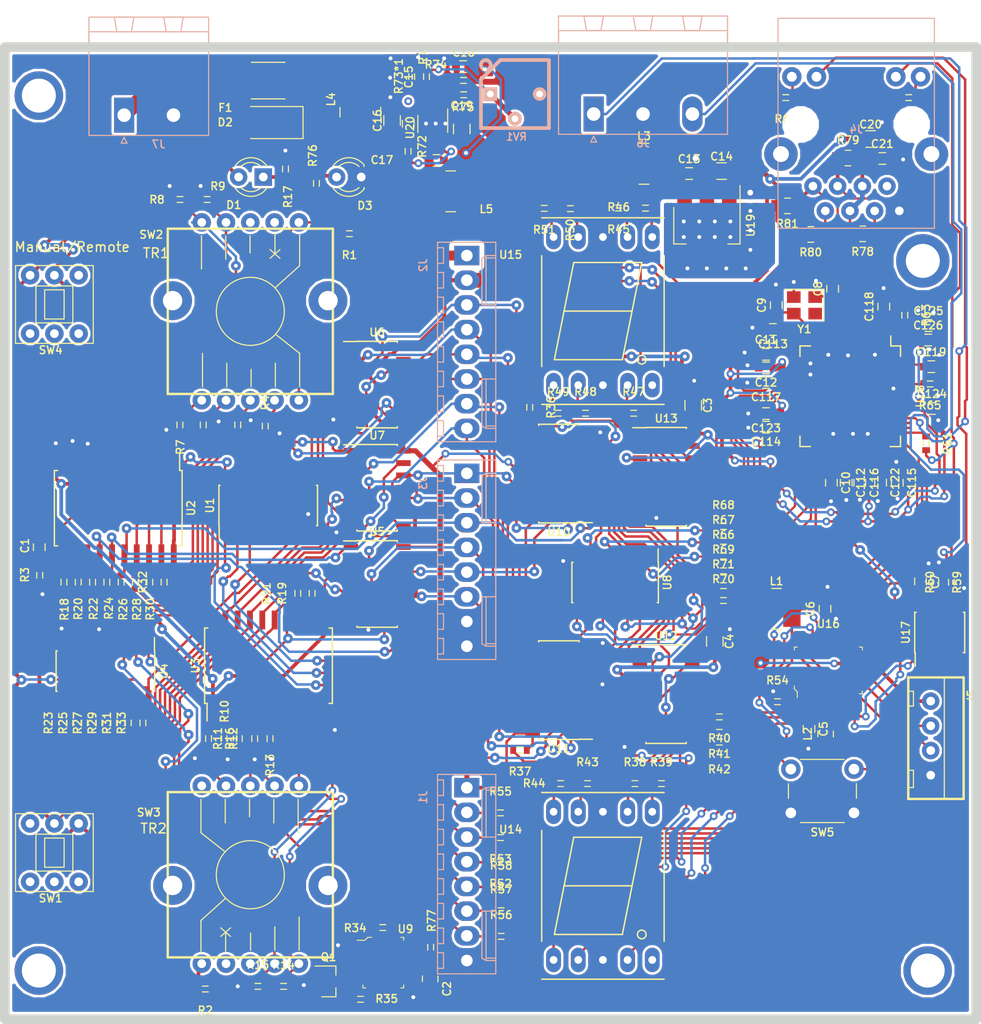
<source format=kicad_pcb>
(kicad_pcb (version 20171130) (host pcbnew "(6.0.0-rc1-dev-882-gdbc9130da)")
  (layers (0 F.Cu signal) (31 B.Cu signal) (34 B.Paste user) (35 F.Paste user) (36 B.SilkS user) (37 F.SilkS user) (38 B.Mask user) (39 F.Mask user) (44 Edge.Cuts user))
  (net 0 "")
  (net 1 /Interlock/Load)
  (net 2 +3V3)
  (net 3 "Net-(C2-Pad1)")
  (net 4 GND)
  (net 5 /Remote/RST)
  (net 6 "Net-(C6-Pad1)")
  (net 7 +1V8)
  (net 8 "Net-(C13-Pad1)")
  (net 9 "Net-(C15-Pad1)")
  (net 10 "Net-(C17-Pad2)")
  (net 11 "Net-(C17-Pad1)")
  (net 12 "Net-(C18-Pad2)")
  (net 13 "Net-(D1-Pad1)")
  (net 14 /Interlock/EnableRemote)
  (net 15 +12V)
  (net 16 "Net-(D3-Pad2)")
  (net 17 "Net-(F1-Pad2)")
  (net 18 BCD1_2)
  (net 19 BCD1_1)
  (net 20 BCD1_0)
  (net 21 BCD2_2)
  (net 22 BCD2_1)
  (net 23 BCD2_0)
  (net 24 "Net-(J2-Pad3)")
  (net 25 "Net-(J2-Pad4)")
  (net 26 "Net-(J2-Pad5)")
  (net 27 "Net-(J2-Pad6)")
  (net 28 "Net-(J2-Pad7)")
  (net 29 "Net-(J2-Pad8)")
  (net 30 "Net-(J3-Pad1)")
  (net 31 "Net-(J3-Pad2)")
  (net 32 "Net-(J3-Pad3)")
  (net 33 "Net-(J3-Pad4)")
  (net 34 "Net-(J3-Pad5)")
  (net 35 "Net-(J3-Pad6)")
  (net 36 "Net-(J4-Pad12)")
  (net 37 /Remote/INT)
  (net 38 "Net-(J4-Pad10)")
  (net 39 "Net-(J4-Pad9)")
  (net 40 /Remote/SWCLK)
  (net 41 /Remote/SWDIO)
  (net 42 "Net-(L2-Pad2)")
  (net 43 "Net-(Q1-Pad3)")
  (net 44 "Net-(R1-Pad2)")
  (net 45 "Net-(R2-Pad2)")
  (net 46 "Net-(R4-Pad2)")
  (net 47 "Net-(R5-Pad2)")
  (net 48 "Net-(R6-Pad2)")
  (net 49 "Net-(R7-Pad2)")
  (net 50 "Net-(R8-Pad2)")
  (net 51 "Net-(R9-Pad2)")
  (net 52 "Net-(R10-Pad2)")
  (net 53 "Net-(R11-Pad2)")
  (net 54 "Net-(R12-Pad2)")
  (net 55 "Net-(R13-Pad2)")
  (net 56 "Net-(R14-Pad2)")
  (net 57 "Net-(R15-Pad2)")
  (net 58 "Net-(R18-Pad2)")
  (net 59 "Net-(R19-Pad1)")
  (net 60 "Net-(R20-Pad2)")
  (net 61 "Net-(R21-Pad1)")
  (net 62 /Interlock/REMOTE1_5)
  (net 63 /Interlock/SELECT1_5)
  (net 64 /Interlock/SELECT2_5)
  (net 65 /Interlock/REMOTE2_5)
  (net 66 /Interlock/REMOTE1_4)
  (net 67 /Interlock/SELECT1_4)
  (net 68 /Interlock/SELECT2_4)
  (net 69 /Interlock/REMOTE2_4)
  (net 70 /Interlock/REMOTE1_3)
  (net 71 /Interlock/SELECT1_3)
  (net 72 /Interlock/SELECT2_3)
  (net 73 /Interlock/REMOTE2_3)
  (net 74 /Interlock/REMOTE1_2)
  (net 75 /Interlock/SELECT1_2)
  (net 76 /Interlock/SELECT2_2)
  (net 77 /Interlock/REMOTE2_2)
  (net 78 /Interlock/REMOTE1_1)
  (net 79 /Interlock/SELECT1_1)
  (net 80 /Interlock/SELECT2_1)
  (net 81 /Interlock/REMOTE2_1)
  (net 82 /Interlock/REMOTE1_0)
  (net 83 /Interlock/SELECT1_0)
  (net 84 /Interlock/SELECT2_0)
  (net 85 /Interlock/REMOTE2_0)
  (net 86 "Net-(R34-Pad1)")
  (net 87 "Net-(R36-Pad2)")
  (net 88 "Net-(R37-Pad2)")
  (net 89 "Net-(R38-Pad1)")
  (net 90 "Net-(R38-Pad2)")
  (net 91 "Net-(R39-Pad1)")
  (net 92 "Net-(R39-Pad2)")
  (net 93 "Net-(R40-Pad1)")
  (net 94 "Net-(R40-Pad2)")
  (net 95 "Net-(R41-Pad1)")
  (net 96 "Net-(R41-Pad2)")
  (net 97 "Net-(R42-Pad1)")
  (net 98 "Net-(R42-Pad2)")
  (net 99 "Net-(R43-Pad1)")
  (net 100 "Net-(R43-Pad2)")
  (net 101 "Net-(R44-Pad1)")
  (net 102 "Net-(R44-Pad2)")
  (net 103 "Net-(R45-Pad1)")
  (net 104 "Net-(R45-Pad2)")
  (net 105 "Net-(R46-Pad1)")
  (net 106 "Net-(R46-Pad2)")
  (net 107 "Net-(R47-Pad1)")
  (net 108 "Net-(R47-Pad2)")
  (net 109 "Net-(R48-Pad1)")
  (net 110 "Net-(R48-Pad2)")
  (net 111 "Net-(R49-Pad1)")
  (net 112 "Net-(R49-Pad2)")
  (net 113 "Net-(R50-Pad1)")
  (net 114 "Net-(R50-Pad2)")
  (net 115 "Net-(R51-Pad1)")
  (net 116 "Net-(R51-Pad2)")
  (net 117 "Net-(R52-Pad1)")
  (net 118 "Net-(R53-Pad1)")
  (net 119 "Net-(R54-Pad2)")
  (net 120 "Net-(R55-Pad2)")
  (net 121 "Net-(R56-Pad2)")
  (net 122 "Net-(R57-Pad2)")
  (net 123 "Net-(R58-Pad2)")
  (net 124 "Net-(R61-Pad1)")
  (net 125 "Net-(R63-Pad2)")
  (net 126 "Net-(R65-Pad2)")
  (net 127 BCDM_1_0)
  (net 128 "Net-(R66-Pad2)")
  (net 129 BCDM_1_1)
  (net 130 "Net-(R67-Pad2)")
  (net 131 BCDM_1_2)
  (net 132 "Net-(R68-Pad2)")
  (net 133 BCDM_2_0)
  (net 134 "Net-(R69-Pad2)")
  (net 135 BCDM_2_1)
  (net 136 "Net-(R70-Pad2)")
  (net 137 BCDM_2_2)
  (net 138 "Net-(R71-Pad2)")
  (net 139 "Net-(R72-Pad2)")
  (net 140 "Net-(SW2-Pad0)")
  (net 141 "Net-(SW2-Pad8)")
  (net 142 "Net-(SW3-Pad0)")
  (net 143 "Net-(SW3-Pad8)")
  (net 144 "Net-(SW4-Pad1)")
  (net 145 "Net-(U1-Pad7)")
  (net 146 "Net-(U1-Pad9)")
  (net 147 "Net-(U4-Pad7)")
  (net 148 "Net-(U4-Pad9)")
  (net 149 "Net-(U10-Pad9)")
  (net 150 "Net-(U10-Pad7)")
  (net 151 "Net-(U10-Pad6)")
  (net 152 "Net-(U11-Pad9)")
  (net 153 "Net-(U11-Pad7)")
  (net 154 "Net-(U11-Pad6)")
  (net 155 "Net-(U9-Pad5)")
  (net 156 "Net-(U10-Pad14)")
  (net 157 "Net-(U10-Pad15)")
  (net 158 "Net-(U11-Pad14)")
  (net 159 "Net-(U11-Pad15)")
  (net 160 "Net-(U14-Pad5)")
  (net 161 "Net-(U15-Pad5)")
  (net 162 /Remote/SPI_MOSI)
  (net 163 /Remote/SPI_MISO)
  (net 164 /Remote/SPI_SCK)
  (net 165 /Remote/485RW)
  (net 166 /Remote/RXD)
  (net 167 /Remote/TXD)
  (net 168 "Net-(U18-Pad25)")
  (net 169 "Net-(U18-Pad26)")
  (net 170 "Net-(U18-Pad27)")
  (net 171 "Net-(U18-Pad35)")
  (net 172 "Net-(U18-Pad57)")
  (net 173 "Net-(R73-Pad2)")
  (net 174 "Net-(R77-Pad1)")
  (net 175 /Remote/A)
  (net 176 /Remote/B)
  (net 177 /Remote/RXP)
  (net 178 /Remote/TXP)
  (net 179 /Remote/RXN)
  (net 180 /Remote/TXN)
  (net 181 "Net-(R73*1-Pad1)")
  (net 182 /Remote/X+)
  (net 183 /Remote/X-)
  (module MyPCBLib:SRBV170501 (layer F.Cu) (at 75.2682 77.1906)
    (fp_text reference SW2 (at -10.19884 -7.89176) (layer F.SilkS) (effects (font (size 0.8 0.8))))
    (fp_text value SRBV170501)
    (pad 0 thru_hole circle (at -8 -1.1) (size 4 4) (drill 2) (layers *.Cu *.Mask) (net 140 "Net-(SW2-Pad0)"))
    (pad 0 thru_hole circle (at 8 -1.1) (size 4 4) (drill 2) (layers *.Cu *.Mask) (net 140 "Net-(SW2-Pad0)"))
    (pad 10 thru_hole circle (at 5 -9.15) (size 1.9 1.9) (drill 0.9) (layers *.Cu *.Mask) (net 44 "Net-(R1-Pad2)"))
    (pad 9 thru_hole circle (at 2.5 -9.15) (size 1.9 1.9) (drill 0.9) (layers *.Cu *.Mask))
    (pad 8 thru_hole circle (at 0 -9.15) (size 1.9 1.9) (drill 0.9) (layers *.Cu *.Mask) (net 141 "Net-(SW2-Pad8)"))
    (pad 7 thru_hole circle (at -2.5 -9.15) (size 1.9 1.9) (drill 0.9) (layers *.Cu *.Mask) (net 51 "Net-(R9-Pad2)"))
    (pad 6 thru_hole circle (at -5 -9.15) (size 1.9 1.9) (drill 0.9) (layers *.Cu *.Mask) (net 50 "Net-(R8-Pad2)"))
    (pad 5 thru_hole circle (at -5 9.15) (size 1.9 1.9) (drill 0.9) (layers *.Cu *.Mask) (net 49 "Net-(R7-Pad2)"))
    (pad 4 thru_hole circle (at -2.5 9.15) (size 1.9 1.9) (drill 0.9) (layers *.Cu *.Mask) (net 48 "Net-(R6-Pad2)"))
    (pad 3 thru_hole circle (at 0 9.15) (size 1.9 1.9) (drill 0.9) (layers *.Cu *.Mask) (net 47 "Net-(R5-Pad2)"))
    (pad 2 thru_hole circle (at 2.5 9.15) (size 1.9 1.9) (drill 0.9) (layers *.Cu *.Mask) (net 46 "Net-(R4-Pad2)"))
    (pad 1 thru_hole circle (at 5 9.15) (size 1.9 1.9) (drill 0.9) (layers *.Cu *.Mask) (net 44 "Net-(R1-Pad2)"))
  )
  (module Displays_7-Segment:7SegmentLED_LTS6760_LTS6780 (layer F.Cu) (at 111.5681 136.2837)
    (fp_text reference U14 (at -9.5 -5.8) (layer F.SilkS) (effects (font (size 0.8 0.8))))
    (fp_text value Blue)
    (pad 10 thru_hole oval (at -5.08 -7.62) (size 1.524 2.524) (drill 0.8) (layers *.Cu *.Mask) (net 101 "Net-(R44-Pad1)"))
    (pad 9 thru_hole oval (at -2.54 -7.62) (size 1.524 2.524) (drill 0.8) (layers *.Cu *.Mask) (net 99 "Net-(R43-Pad1)"))
    (pad 8 thru_hole oval (at 0 -7.62) (size 1.524 2.524) (drill 0.8) (layers *.Cu *.Mask) (net 4 GND))
    (pad 7 thru_hole oval (at 2.54 -7.62) (size 1.524 2.524) (drill 0.8) (layers *.Cu *.Mask) (net 89 "Net-(R38-Pad1)"))
    (pad 6 thru_hole oval (at 5.08 -7.62) (size 1.524 2.524) (drill 0.8) (layers *.Cu *.Mask) (net 91 "Net-(R39-Pad1)"))
    (pad 5 thru_hole oval (at 5.08 7.62) (size 1.524 2.524) (drill 0.8) (layers *.Cu *.Mask) (net 160 "Net-(U14-Pad5)"))
    (pad 4 thru_hole oval (at 2.54 7.62) (size 1.524 2.524) (drill 0.8) (layers *.Cu *.Mask) (net 93 "Net-(R40-Pad1)"))
    (pad 3 thru_hole oval (at 0 7.62) (size 1.524 2.524) (drill 0.8) (layers *.Cu *.Mask) (net 4 GND))
    (pad 2 thru_hole oval (at -2.54 7.62) (size 1.524 2.524) (drill 0.8) (layers *.Cu *.Mask) (net 95 "Net-(R41-Pad1)"))
    (pad 1 thru_hole oval (at -5.08 7.62) (size 1.524 2.524) (drill 0.8) (layers *.Cu *.Mask) (net 97 "Net-(R42-Pad1)"))
  )
  (module Buttons_Switches_THT:SW_PUSH_6mm (layer F.Cu) (at 137.414 128.778 180)
    (fp_text reference SW5 (at 3.25 -2 180) (layer F.SilkS) (effects (font (size 0.8 0.8))))
    (fp_text value RESET)
    (pad 1 thru_hole circle (at 6.5 0 270) (size 2 2) (drill 1.1) (layers *.Cu *.Mask) (net 4 GND))
    (pad 2 thru_hole circle (at 6.5 4.5 270) (size 2 2) (drill 1.1) (layers *.Cu *.Mask) (net 5 /Remote/RST))
    (pad 1 thru_hole circle (at 0 0 270) (size 2 2) (drill 1.1) (layers *.Cu *.Mask) (net 4 GND))
    (pad 2 thru_hole circle (at 0 4.5 270) (size 2 2) (drill 1.1) (layers *.Cu *.Mask) (net 5 /Remote/RST))
  )
  (module digikey-footprints:0603 (layer F.Cu) (at 129.54 117.348)
    (fp_text reference R54 (at 0 -2.2) (layer F.SilkS) (effects (font (size 0.8 0.8))))
    (fp_text value 10K)
    (pad 2 smd rect (at 0.7 0) (size 0.6 0.8) (layers F.Cu F.Paste F.Mask) (net 119 "Net-(R54-Pad2)"))
    (pad 1 smd rect (at -0.7 0) (size 0.6 0.8) (layers F.Cu F.Paste F.Mask) (net 4 GND))
  )
  (module MyPCBLib:HR913550A (layer B.Cu) (at 137.6412 57.9628 180)
    (fp_text reference J4 (at 0 -0.5 180) (layer B.SilkS) (effects (font (size 0.8 0.8)) (justify mirror)))
    (fp_text value HR913550A)
    (pad "" np_thru_hole circle (at -5.715 0 180) (size 3.25 3.25) (drill 3.25) (layers *.Cu *.Mask))
    (pad "" np_thru_hole circle (at 5.715 0 180) (size 3.25 3.25) (drill 3.25) (layers *.Cu *.Mask))
    (pad 4 thru_hole circle (at 0.64 -8.89 180) (size 1.8 1.8) (drill 0.89) (layers *.Cu *.Mask) (net 2 +3V3))
    (pad 2 thru_hole circle (at 3.18 -8.89 180) (size 1.8 1.8) (drill 0.89) (layers *.Cu *.Mask) (net 180 /Remote/TXN))
    (pad 6 thru_hole circle (at -1.9 -8.89 180) (size 1.8 1.8) (drill 0.89) (layers *.Cu *.Mask) (net 179 /Remote/RXN))
    (pad 8 thru_hole circle (at -4.44 -8.89 180) (size 1.8 1.8) (drill 0.89) (layers *.Cu *.Mask) (net 4 GND))
    (pad 1 thru_hole circle (at 4.45 -6.35 180) (size 1.8 1.8) (drill 0.89) (layers *.Cu *.Mask) (net 178 /Remote/TXP))
    (pad 3 thru_hole circle (at 1.91 -6.35 180) (size 1.8 1.8) (drill 0.89) (layers *.Cu *.Mask) (net 177 /Remote/RXP))
    (pad 5 thru_hole circle (at -0.63 -6.35 180) (size 1.8 1.8) (drill 0.89) (layers *.Cu *.Mask) (net 2 +3V3))
    (pad 7 thru_hole circle (at -3.17 -6.35 180) (size 1.8 1.8) (drill 0.89) (layers *.Cu *.Mask))
    (pad 0 thru_hole circle (at 7.745 -3.05 180) (size 3.45 3.45) (drill 1.63) (layers *.Cu *.Mask))
    (pad 0 thru_hole circle (at -7.745 -3.05 180) (size 3.45 3.45) (drill 1.63) (layers *.Cu *.Mask))
    (pad 9 thru_hole circle (at 6.625 4.9 180) (size 2 2) (drill 1.02) (layers *.Cu *.Mask) (net 39 "Net-(J4-Pad9)"))
    (pad 10 thru_hole circle (at 4.085 4.9 180) (size 2 2) (drill 1.02) (layers *.Cu *.Mask) (net 38 "Net-(J4-Pad10)"))
    (pad 11 thru_hole circle (at -4.085 4.9 180) (size 2 2) (drill 1.02) (layers *.Cu *.Mask) (net 37 /Remote/INT))
    (pad 12 thru_hole circle (at -6.625 4.9 180) (size 2 2) (drill 1.02) (layers *.Cu *.Mask) (net 36 "Net-(J4-Pad12)"))
  )
  (module digikey-footprints:0603 (layer F.Cu) (at 123.976 102.362)
    (fp_text reference R66 (at 0 -2.2) (layer F.SilkS) (effects (font (size 0.8 0.8))))
    (fp_text value 10K)
    (pad 2 smd rect (at 0.7 0) (size 0.6 0.8) (layers F.Cu F.Paste F.Mask) (net 128 "Net-(R66-Pad2)"))
    (pad 1 smd rect (at -0.7 0) (size 0.6 0.8) (layers F.Cu F.Paste F.Mask) (net 127 BCDM_1_0))
  )
  (module Housings_QFP:LQFP-64_10x10mm_Pitch0.5mm (layer F.Cu) (at 137.02906 85.92312 270)
    (fp_text reference U18 (at 0 -7.2 270) (layer F.SilkS) (effects (font (size 0.8 0.8))))
    (fp_text value CH395Q)
    (pad 64 smd rect (at -3.75 -5.7) (size 1 0.25) (layers F.Cu F.Paste F.Mask) (net 7 +1V8))
    (pad 63 smd rect (at -3.25 -5.7) (size 1 0.25) (layers F.Cu F.Paste F.Mask) (net 2 +3V3))
    (pad 62 smd rect (at -2.75 -5.7) (size 1 0.25) (layers F.Cu F.Paste F.Mask) (net 162 /Remote/SPI_MOSI))
    (pad 61 smd rect (at -2.25 -5.7) (size 1 0.25) (layers F.Cu F.Paste F.Mask) (net 163 /Remote/SPI_MISO))
    (pad 60 smd rect (at -1.75 -5.7) (size 1 0.25) (layers F.Cu F.Paste F.Mask) (net 164 /Remote/SPI_SCK))
    (pad 59 smd rect (at -1.25 -5.7) (size 1 0.25) (layers F.Cu F.Paste F.Mask) (net 126 "Net-(R65-Pad2)"))
    (pad 58 smd rect (at -0.75 -5.7) (size 1 0.25) (layers F.Cu F.Paste F.Mask) (net 4 GND))
    (pad 57 smd rect (at -0.25 -5.7) (size 1 0.25) (layers F.Cu F.Paste F.Mask) (net 172 "Net-(U18-Pad57)"))
    (pad 56 smd rect (at 0.25 -5.7) (size 1 0.25) (layers F.Cu F.Paste F.Mask))
    (pad 55 smd rect (at 0.75 -5.7) (size 1 0.25) (layers F.Cu F.Paste F.Mask))
    (pad 54 smd rect (at 1.25 -5.7) (size 1 0.25) (layers F.Cu F.Paste F.Mask) (net 7 +1V8))
    (pad 53 smd rect (at 1.75 -5.7) (size 1 0.25) (layers F.Cu F.Paste F.Mask))
    (pad 52 smd rect (at 2.25 -5.7) (size 1 0.25) (layers F.Cu F.Paste F.Mask) (net 38 "Net-(J4-Pad10)"))
    (pad 51 smd rect (at 2.75 -5.7) (size 1 0.25) (layers F.Cu F.Paste F.Mask))
    (pad 50 smd rect (at 3.25 -5.7) (size 1 0.25) (layers F.Cu F.Paste F.Mask))
    (pad 49 smd rect (at 3.75 -5.7) (size 1 0.25) (layers F.Cu F.Paste F.Mask) (net 124 "Net-(R61-Pad1)"))
    (pad 48 smd rect (at 5.7 -3.75 270) (size 1 0.25) (layers F.Cu F.Paste F.Mask) (net 4 GND))
    (pad 47 smd rect (at 5.7 -3.25 270) (size 1 0.25) (layers F.Cu F.Paste F.Mask))
    (pad 46 smd rect (at 5.7 -2.75 270) (size 1 0.25) (layers F.Cu F.Paste F.Mask))
    (pad 45 smd rect (at 5.7 -2.25 270) (size 1 0.25) (layers F.Cu F.Paste F.Mask) (net 2 +3V3))
    (pad 44 smd rect (at 5.7 -1.75 270) (size 1 0.25) (layers F.Cu F.Paste F.Mask) (net 4 GND))
    (pad 43 smd rect (at 5.7 -1.25 270) (size 1 0.25) (layers F.Cu F.Paste F.Mask) (net 7 +1V8))
    (pad 42 smd rect (at 5.7 -0.75 270) (size 1 0.25) (layers F.Cu F.Paste F.Mask) (net 2 +3V3))
    (pad 41 smd rect (at 5.7 -0.25 270) (size 1 0.25) (layers F.Cu F.Paste F.Mask) (net 4 GND))
    (pad 40 smd rect (at 5.7 0.25 270) (size 1 0.25) (layers F.Cu F.Paste F.Mask) (net 2 +3V3))
    (pad 39 smd rect (at 5.7 0.75 270) (size 1 0.25) (layers F.Cu F.Paste F.Mask))
    (pad 38 smd rect (at 5.7 1.25 270) (size 1 0.25) (layers F.Cu F.Paste F.Mask))
    (pad 37 smd rect (at 5.7 1.75 270) (size 1 0.25) (layers F.Cu F.Paste F.Mask) (net 4 GND))
    (pad 36 smd rect (at 5.7 2.25 270) (size 1 0.25) (layers F.Cu F.Paste F.Mask) (net 5 /Remote/RST))
    (pad 35 smd rect (at 5.7 2.75 270) (size 1 0.25) (layers F.Cu F.Paste F.Mask) (net 171 "Net-(U18-Pad35)"))
    (pad 34 smd rect (at 5.7 3.25 270) (size 1 0.25) (layers F.Cu F.Paste F.Mask) (net 136 "Net-(R70-Pad2)"))
    (pad 33 smd rect (at 5.7 3.75 270) (size 1 0.25) (layers F.Cu F.Paste F.Mask) (net 138 "Net-(R71-Pad2)"))
    (pad 32 smd rect (at 3.75 5.7) (size 1 0.25) (layers F.Cu F.Paste F.Mask) (net 134 "Net-(R69-Pad2)"))
    (pad 31 smd rect (at 3.25 5.7) (size 1 0.25) (layers F.Cu F.Paste F.Mask))
    (pad 30 smd rect (at 2.75 5.7) (size 1 0.25) (layers F.Cu F.Paste F.Mask))
    (pad 29 smd rect (at 2.25 5.7) (size 1 0.25) (layers F.Cu F.Paste F.Mask) (net 2 +3V3))
    (pad 28 smd rect (at 1.75 5.7) (size 1 0.25) (layers F.Cu F.Paste F.Mask) (net 7 +1V8))
    (pad 27 smd rect (at 1.25 5.7) (size 1 0.25) (layers F.Cu F.Paste F.Mask) (net 170 "Net-(U18-Pad27)"))
    (pad 26 smd rect (at 0.75 5.7) (size 1 0.25) (layers F.Cu F.Paste F.Mask) (net 169 "Net-(U18-Pad26)"))
    (pad 25 smd rect (at 0.25 5.7) (size 1 0.25) (layers F.Cu F.Paste F.Mask) (net 168 "Net-(U18-Pad25)"))
    (pad 24 smd rect (at -0.25 5.7) (size 1 0.25) (layers F.Cu F.Paste F.Mask) (net 128 "Net-(R66-Pad2)"))
    (pad 23 smd rect (at -0.75 5.7) (size 1 0.25) (layers F.Cu F.Paste F.Mask) (net 130 "Net-(R67-Pad2)"))
    (pad 22 smd rect (at -1.25 5.7) (size 1 0.25) (layers F.Cu F.Paste F.Mask) (net 132 "Net-(R68-Pad2)"))
    (pad 21 smd rect (at -1.75 5.7) (size 1 0.25) (layers F.Cu F.Paste F.Mask) (net 2 +3V3))
    (pad 20 smd rect (at -2.25 5.7) (size 1 0.25) (layers F.Cu F.Paste F.Mask) (net 4 GND))
    (pad 19 smd rect (at -2.75 5.7) (size 1 0.25) (layers F.Cu F.Paste F.Mask) (net 7 +1V8))
    (pad 18 smd rect (at -3.25 5.7) (size 1 0.25) (layers F.Cu F.Paste F.Mask) (net 4 GND))
    (pad 17 smd rect (at -3.75 5.7) (size 1 0.25) (layers F.Cu F.Paste F.Mask) (net 2 +3V3))
    (pad 16 smd rect (at -5.7 3.75 270) (size 1 0.25) (layers F.Cu F.Paste F.Mask))
    (pad 15 smd rect (at -5.7 3.25 270) (size 1 0.25) (layers F.Cu F.Paste F.Mask))
    (pad 14 smd rect (at -5.7 2.75 270) (size 1 0.25) (layers F.Cu F.Paste F.Mask))
    (pad 13 smd rect (at -5.7 2.25 270) (size 1 0.25) (layers F.Cu F.Paste F.Mask) (net 4 GND))
    (pad 12 smd rect (at -5.7 1.75 270) (size 1 0.25) (layers F.Cu F.Paste F.Mask) (net 2 +3V3))
    (pad 11 smd rect (at -5.7 1.25 270) (size 1 0.25) (layers F.Cu F.Paste F.Mask) (net 183 /Remote/X-))
    (pad 10 smd rect (at -5.7 0.75 270) (size 1 0.25) (layers F.Cu F.Paste F.Mask) (net 182 /Remote/X+))
    (pad 9 smd rect (at -5.7 0.25 270) (size 1 0.25) (layers F.Cu F.Paste F.Mask) (net 4 GND))
    (pad 8 smd rect (at -5.7 -0.25 270) (size 1 0.25) (layers F.Cu F.Paste F.Mask) (net 180 /Remote/TXN))
    (pad 7 smd rect (at -5.7 -0.75 270) (size 1 0.25) (layers F.Cu F.Paste F.Mask) (net 178 /Remote/TXP))
    (pad 6 smd rect (at -5.7 -1.25 270) (size 1 0.25) (layers F.Cu F.Paste F.Mask) (net 7 +1V8))
    (pad 5 smd rect (at -5.7 -1.75 270) (size 1 0.25) (layers F.Cu F.Paste F.Mask) (net 179 /Remote/RXN))
    (pad 4 smd rect (at -5.7 -2.25 270) (size 1 0.25) (layers F.Cu F.Paste F.Mask) (net 177 /Remote/RXP))
    (pad 3 smd rect (at -5.7 -2.75 270) (size 1 0.25) (layers F.Cu F.Paste F.Mask) (net 4 GND))
    (pad 2 smd rect (at -5.7 -3.25 270) (size 1 0.25) (layers F.Cu F.Paste F.Mask) (net 2 +3V3))
    (pad 1 smd rect (at -5.7 -3.75 270) (size 1 0.25) (layers F.Cu F.Paste F.Mask) (net 125 "Net-(R63-Pad2)"))
  )
  (module Capacitors_SMD:C_0603 (layer F.Cu) (at 145.058 80.137)
    (fp_text reference C126 (at 0 -1.5) (layer F.SilkS) (effects (font (size 0.8 0.8))))
    (fp_text value 104)
    (pad 1 smd rect (at -0.75 0) (size 0.8 0.75) (layers F.Cu F.Paste F.Mask) (net 7 +1V8))
    (pad 2 smd rect (at 0.75 0) (size 0.8 0.75) (layers F.Cu F.Paste F.Mask) (net 4 GND))
  )
  (module Capacitors_SMD:C_0603 (layer F.Cu) (at 145.0841 78.6511)
    (fp_text reference C125 (at 0 -1.5) (layer F.SilkS) (effects (font (size 0.8 0.8))))
    (fp_text value 104)
    (pad 1 smd rect (at -0.75 0) (size 0.8 0.75) (layers F.Cu F.Paste F.Mask) (net 7 +1V8))
    (pad 2 smd rect (at 0.75 0) (size 0.8 0.75) (layers F.Cu F.Paste F.Mask) (net 4 GND))
  )
  (module Capacitors_SMD:C_0603 (layer F.Cu) (at 145.439 87.1855)
    (fp_text reference C124 (at 0 -1.5) (layer F.SilkS) (effects (font (size 0.8 0.8))))
    (fp_text value 104)
    (pad 1 smd rect (at -0.75 0) (size 0.8 0.75) (layers F.Cu F.Paste F.Mask) (net 7 +1V8))
    (pad 2 smd rect (at 0.75 0) (size 0.8 0.75) (layers F.Cu F.Paste F.Mask) (net 4 GND))
  )
  (module Capacitors_SMD:C_0603 (layer F.Cu) (at 128.34786 87.70784 180)
    (fp_text reference C123 (at 0 -1.5 180) (layer F.SilkS) (effects (font (size 0.8 0.8))))
    (fp_text value 104)
    (pad 1 smd rect (at -0.75 0 180) (size 0.8 0.75) (layers F.Cu F.Paste F.Mask) (net 7 +1V8))
    (pad 2 smd rect (at 0.75 0 180) (size 0.8 0.75) (layers F.Cu F.Paste F.Mask) (net 4 GND))
  )
  (module Capacitors_SMD:C_0603 (layer F.Cu) (at 140.1558 94.8055 270)
    (fp_text reference C122 (at 0 -1.5 270) (layer F.SilkS) (effects (font (size 0.8 0.8))))
    (fp_text value 104)
    (pad 1 smd rect (at -0.75 0 270) (size 0.8 0.75) (layers F.Cu F.Paste F.Mask) (net 7 +1V8))
    (pad 2 smd rect (at 0.75 0 270) (size 0.8 0.75) (layers F.Cu F.Paste F.Mask) (net 4 GND))
  )
  (module Capacitors_SMD:C_0603 (layer F.Cu) (at 145.37786 82.88184)
    (fp_text reference C119 (at 0 -1.5) (layer F.SilkS) (effects (font (size 0.8 0.8))))
    (fp_text value 104)
    (pad 1 smd rect (at -0.75 0) (size 0.8 0.75) (layers F.Cu F.Paste F.Mask) (net 2 +3V3))
    (pad 2 smd rect (at 0.75 0) (size 0.8 0.75) (layers F.Cu F.Paste F.Mask) (net 4 GND))
  )
  (module Capacitors_SMD:C_0603 (layer F.Cu) (at 140.486 76.708 90)
    (fp_text reference C118 (at 0 -1.5 90) (layer F.SilkS) (effects (font (size 0.8 0.8))))
    (fp_text value 104)
    (pad 1 smd rect (at -0.75 0 90) (size 0.8 0.75) (layers F.Cu F.Paste F.Mask) (net 2 +3V3))
    (pad 2 smd rect (at 0.75 0 90) (size 0.8 0.75) (layers F.Cu F.Paste F.Mask) (net 4 GND))
  )
  (module Capacitors_SMD:C_0603 (layer F.Cu) (at 128.3568 84.5058 180)
    (fp_text reference C117 (at 0 -1.5 180) (layer F.SilkS) (effects (font (size 0.8 0.8))))
    (fp_text value 104)
    (pad 1 smd rect (at -0.75 0 180) (size 0.8 0.75) (layers F.Cu F.Paste F.Mask) (net 2 +3V3))
    (pad 2 smd rect (at 0.75 0 180) (size 0.8 0.75) (layers F.Cu F.Paste F.Mask) (net 4 GND))
  )
  (module Capacitors_SMD:C_0603 (layer F.Cu) (at 138.01186 94.81984 270)
    (fp_text reference C116 (at 0 -1.5 270) (layer F.SilkS) (effects (font (size 0.8 0.8))))
    (fp_text value 104)
    (pad 1 smd rect (at -0.75 0 270) (size 0.8 0.75) (layers F.Cu F.Paste F.Mask) (net 2 +3V3))
    (pad 2 smd rect (at 0.75 0 270) (size 0.8 0.75) (layers F.Cu F.Paste F.Mask) (net 4 GND))
  )
  (module Capacitors_SMD:C_0603 (layer F.Cu) (at 141.87266 94.81914 270)
    (fp_text reference C115 (at 0 -1.5 270) (layer F.SilkS) (effects (font (size 0.8 0.8))))
    (fp_text value 104)
    (pad 1 smd rect (at -0.75 0 270) (size 0.8 0.75) (layers F.Cu F.Paste F.Mask) (net 2 +3V3))
    (pad 2 smd rect (at 0.75 0 270) (size 0.8 0.75) (layers F.Cu F.Paste F.Mask) (net 4 GND))
  )
  (module Capacitors_SMD:C_0603 (layer F.Cu) (at 128.35986 89.10484 180)
    (fp_text reference C114 (at 0 -1.5 180) (layer F.SilkS) (effects (font (size 0.8 0.8))))
    (fp_text value 104)
    (pad 1 smd rect (at -0.75 0 180) (size 0.8 0.75) (layers F.Cu F.Paste F.Mask) (net 2 +3V3))
    (pad 2 smd rect (at 0.75 0 180) (size 0.8 0.75) (layers F.Cu F.Paste F.Mask) (net 4 GND))
  )
  (module Capacitors_SMD:C_0603 (layer F.Cu) (at 129.068 79.0575 180)
    (fp_text reference C113 (at 0 -1.5 180) (layer F.SilkS) (effects (font (size 0.8 0.8))))
    (fp_text value 104)
    (pad 1 smd rect (at -0.75 0 180) (size 0.8 0.75) (layers F.Cu F.Paste F.Mask) (net 2 +3V3))
    (pad 2 smd rect (at 0.75 0 180) (size 0.8 0.75) (layers F.Cu F.Paste F.Mask) (net 4 GND))
  )
  (module Capacitors_SMD:C_0603 (layer F.Cu) (at 136.61486 94.81984 270)
    (fp_text reference C112 (at 0 -1.5 270) (layer F.SilkS) (effects (font (size 0.8 0.8))))
    (fp_text value 104)
    (pad 1 smd rect (at -0.75 0 270) (size 0.8 0.75) (layers F.Cu F.Paste F.Mask) (net 2 +3V3))
    (pad 2 smd rect (at 0.75 0 270) (size 0.8 0.75) (layers F.Cu F.Paste F.Mask) (net 4 GND))
  )
  (module digikey-footprints:0603 (layer F.Cu) (at 91.8831 53.0479 90)
    (fp_text reference R73*1 (at 0.0508 -1.3335 90) (layer F.SilkS) (effects (font (size 0.8 0.8))))
    (fp_text value 100K)
    (pad 2 smd rect (at 0.7 0 90) (size 0.6 0.8) (layers F.Cu F.Paste F.Mask) (net 4 GND))
    (pad 1 smd rect (at -0.7 0 90) (size 0.6 0.8) (layers F.Cu F.Paste F.Mask) (net 181 "Net-(R73*1-Pad1)"))
  )
  (module Capacitors_SMD:C_0805 (layer F.Cu) (at 123.7855 62.7634)
    (fp_text reference C14 (at 0 -1.5) (layer F.SilkS) (effects (font (size 0.8 0.8))))
    (fp_text value 22uF)
    (pad 2 smd rect (at 1 0) (size 1 1.25) (layers F.Cu F.Paste F.Mask) (net 4 GND))
    (pad 1 smd rect (at -1 0) (size 1 1.25) (layers F.Cu F.Paste F.Mask) (net 7 +1V8))
  )
  (module Capacitors_SMD:C_0805 (layer F.Cu) (at 139.12964 59.46648)
    (fp_text reference C20 (at 0 -1.5) (layer F.SilkS) (effects (font (size 0.8 0.8))))
    (fp_text value 2.2uF)
    (pad 2 smd rect (at 1 0) (size 1 1.25) (layers F.Cu F.Paste F.Mask) (net 4 GND))
    (pad 1 smd rect (at -1 0) (size 1 1.25) (layers F.Cu F.Paste F.Mask) (net 2 +3V3))
  )
  (module digikey-footprints:0805 (layer F.Cu) (at 130.55616 66.33972 180)
    (fp_text reference R81 (at 0 -1.84 180) (layer F.SilkS) (effects (font (size 0.8 0.8))))
    (fp_text value 49.9)
    (pad 2 smd rect (at 1.05 0 180) (size 1.2 1.2) (layers F.Cu F.Paste F.Mask) (net 2 +3V3))
    (pad 1 smd rect (at -1.05 0 180) (size 1.2 1.2) (layers F.Cu F.Paste F.Mask) (net 178 /Remote/TXP))
  )
  (module digikey-footprints:0805 (layer F.Cu) (at 132.959 69.2785 180)
    (fp_text reference R80 (at 0 -1.84 180) (layer F.SilkS) (effects (font (size 0.8 0.8))))
    (fp_text value 49.9)
    (pad 2 smd rect (at 1.05 0 180) (size 1.2 1.2) (layers F.Cu F.Paste F.Mask) (net 2 +3V3))
    (pad 1 smd rect (at -1.05 0 180) (size 1.2 1.2) (layers F.Cu F.Paste F.Mask) (net 180 /Remote/TXN))
  )
  (module digikey-footprints:0805 (layer F.Cu) (at 136.81316 61.42228)
    (fp_text reference R79 (at 0 -1.84) (layer F.SilkS) (effects (font (size 0.8 0.8))))
    (fp_text value 49.9)
    (pad 2 smd rect (at 1.05 0) (size 1.2 1.2) (layers F.Cu F.Paste F.Mask) (net 2 +3V3))
    (pad 1 smd rect (at -1.05 0) (size 1.2 1.2) (layers F.Cu F.Paste F.Mask) (net 177 /Remote/RXP))
  )
  (module digikey-footprints:0805 (layer F.Cu) (at 138.303 69.215 180)
    (fp_text reference R78 (at 0 -1.84 180) (layer F.SilkS) (effects (font (size 0.8 0.8))))
    (fp_text value 49.9)
    (pad 2 smd rect (at 1.05 0 180) (size 1.2 1.2) (layers F.Cu F.Paste F.Mask) (net 2 +3V3))
    (pad 1 smd rect (at -1.05 0 180) (size 1.2 1.2) (layers F.Cu F.Paste F.Mask) (net 179 /Remote/RXN))
  )
  (module Capacitors_SMD:C_0603 (layer F.Cu) (at 140.3336 61.468)
    (fp_text reference C21 (at 0 -1.5) (layer F.SilkS) (effects (font (size 0.8 0.8))))
    (fp_text value 104)
    (pad 1 smd rect (at -0.75 0) (size 0.8 0.75) (layers F.Cu F.Paste F.Mask) (net 2 +3V3))
    (pad 2 smd rect (at 0.75 0) (size 0.8 0.75) (layers F.Cu F.Paste F.Mask) (net 4 GND))
  )
  (module Crystals:Crystal_SMD_3225-4pin_3.2x2.5mm (layer F.Cu) (at 132.31736 76.57084 180)
    (fp_text reference Y1 (at 0 -2.45 180) (layer F.SilkS) (effects (font (size 0.8 0.8))))
    (fp_text value 30MHz)
    (pad 4 smd rect (at -1.1 -0.85 180) (size 1.4 1.2) (layers F.Cu F.Paste F.Mask) (net 4 GND))
    (pad 3 smd rect (at 1.1 -0.85 180) (size 1.4 1.2) (layers F.Cu F.Paste F.Mask) (net 183 /Remote/X-))
    (pad 2 smd rect (at 1.1 0.85 180) (size 1.4 1.2) (layers F.Cu F.Paste F.Mask) (net 4 GND))
    (pad 1 smd rect (at -1.1 0.85 180) (size 1.4 1.2) (layers F.Cu F.Paste F.Mask) (net 182 /Remote/X+))
  )
  (module MyPCBLib:L_SMD4030_hand (layer F.Cu) (at 115.7972 62.0141)
    (fp_text reference L3 (at 0 -2.85) (layer F.SilkS) (effects (font (size 0.8 0.8))))
    (fp_text value 22uH)
    (pad 2 smd rect (at 1.585 0) (size 1.78 3.7) (layers F.Cu F.Paste F.Mask) (net 8 "Net-(C13-Pad1)"))
    (pad 1 smd rect (at -1.585 0) (size 1.78 3.7) (layers F.Cu F.Paste F.Mask) (net 2 +3V3))
  )
  (module digikey-footprints:0603 (layer F.Cu) (at 145.835533 105.063331 270)
    (fp_text reference R59 (at 0 -2.2 270) (layer F.SilkS) (effects (font (size 0.8 0.8))))
    (fp_text value 10K)
    (pad 2 smd rect (at 0.7 0 270) (size 0.6 0.8) (layers F.Cu F.Paste F.Mask) (net 176 /Remote/B))
    (pad 1 smd rect (at -0.7 0 270) (size 0.6 0.8) (layers F.Cu F.Paste F.Mask) (net 4 GND))
  )
  (module Displays_7-Segment:7SegmentLED_LTS6760_LTS6780 (layer F.Cu) (at 111.5681 77.1645)
    (fp_text reference U15 (at -9.5 -5.8) (layer F.SilkS) (effects (font (size 0.8 0.8))))
    (fp_text value Blue)
    (pad 10 thru_hole oval (at -5.08 -7.62) (size 1.524 2.524) (drill 0.8) (layers *.Cu *.Mask) (net 115 "Net-(R51-Pad1)"))
    (pad 9 thru_hole oval (at -2.54 -7.62) (size 1.524 2.524) (drill 0.8) (layers *.Cu *.Mask) (net 113 "Net-(R50-Pad1)"))
    (pad 8 thru_hole oval (at 0 -7.62) (size 1.524 2.524) (drill 0.8) (layers *.Cu *.Mask) (net 4 GND))
    (pad 7 thru_hole oval (at 2.54 -7.62) (size 1.524 2.524) (drill 0.8) (layers *.Cu *.Mask) (net 103 "Net-(R45-Pad1)"))
    (pad 6 thru_hole oval (at 5.08 -7.62) (size 1.524 2.524) (drill 0.8) (layers *.Cu *.Mask) (net 105 "Net-(R46-Pad1)"))
    (pad 5 thru_hole oval (at 5.08 7.62) (size 1.524 2.524) (drill 0.8) (layers *.Cu *.Mask) (net 161 "Net-(U15-Pad5)"))
    (pad 4 thru_hole oval (at 2.54 7.62) (size 1.524 2.524) (drill 0.8) (layers *.Cu *.Mask) (net 107 "Net-(R47-Pad1)"))
    (pad 3 thru_hole oval (at 0 7.62) (size 1.524 2.524) (drill 0.8) (layers *.Cu *.Mask) (net 4 GND))
    (pad 2 thru_hole oval (at -2.54 7.62) (size 1.524 2.524) (drill 0.8) (layers *.Cu *.Mask) (net 109 "Net-(R48-Pad1)"))
    (pad 1 thru_hole oval (at -5.08 7.62) (size 1.524 2.524) (drill 0.8) (layers *.Cu *.Mask) (net 111 "Net-(R49-Pad1)"))
  )
  (module Connectors_Phoenix:PhoenixContact_MSTBA-G_03x5.08mm_Angled (layer B.Cu) (at 110.617 56.896)
    (fp_text reference J6 (at 5.08 3) (layer B.SilkS) (effects (font (size 0.8 0.8)) (justify mirror)))
    (fp_text value 485)
    (pad 3 thru_hole oval (at 10.16 0) (size 2.08 3.6) (drill 1.4) (layers *.Cu *.Mask) (net 176 /Remote/B))
    (pad 2 thru_hole oval (at 5.08 0) (size 2.08 3.6) (drill 1.4) (layers *.Cu *.Mask) (net 4 GND))
    (pad 1 thru_hole rect (at 0 0) (size 2.08 3.6) (drill 1.4) (layers *.Cu *.Mask) (net 175 /Remote/A))
  )
  (module Housings_SOIC:SOIC-16_3.9x9.9mm_Pitch1.27mm (layer F.Cu) (at 118.0832 94.2086)
    (fp_text reference U13 (at 0 -6) (layer F.SilkS) (effects (font (size 0.8 0.8))))
    (fp_text value 4511)
    (pad 16 smd rect (at 2.7 -4.445) (size 1.5 0.6) (layers F.Cu F.Paste F.Mask) (net 2 +3V3))
    (pad 15 smd rect (at 2.7 -3.175) (size 1.5 0.6) (layers F.Cu F.Paste F.Mask) (net 114 "Net-(R50-Pad2)"))
    (pad 14 smd rect (at 2.7 -1.905) (size 1.5 0.6) (layers F.Cu F.Paste F.Mask) (net 116 "Net-(R51-Pad2)"))
    (pad 13 smd rect (at 2.7 -0.635) (size 1.5 0.6) (layers F.Cu F.Paste F.Mask) (net 104 "Net-(R45-Pad2)"))
    (pad 12 smd rect (at 2.7 0.635) (size 1.5 0.6) (layers F.Cu F.Paste F.Mask) (net 106 "Net-(R46-Pad2)"))
    (pad 11 smd rect (at 2.7 1.905) (size 1.5 0.6) (layers F.Cu F.Paste F.Mask) (net 108 "Net-(R47-Pad2)"))
    (pad 10 smd rect (at 2.7 3.175) (size 1.5 0.6) (layers F.Cu F.Paste F.Mask) (net 110 "Net-(R48-Pad2)"))
    (pad 9 smd rect (at 2.7 4.445) (size 1.5 0.6) (layers F.Cu F.Paste F.Mask) (net 112 "Net-(R49-Pad2)"))
    (pad 8 smd rect (at -2.7 4.445) (size 1.5 0.6) (layers F.Cu F.Paste F.Mask) (net 4 GND))
    (pad 7 smd rect (at -2.7 3.175) (size 1.5 0.6) (layers F.Cu F.Paste F.Mask) (net 133 BCDM_2_0))
    (pad 6 smd rect (at -2.7 1.905) (size 1.5 0.6) (layers F.Cu F.Paste F.Mask) (net 4 GND))
    (pad 5 smd rect (at -2.7 0.635) (size 1.5 0.6) (layers F.Cu F.Paste F.Mask) (net 4 GND))
    (pad 4 smd rect (at -2.7 -0.635) (size 1.5 0.6) (layers F.Cu F.Paste F.Mask) (net 86 "Net-(R34-Pad1)"))
    (pad 3 smd rect (at -2.7 -1.905) (size 1.5 0.6) (layers F.Cu F.Paste F.Mask) (net 2 +3V3))
    (pad 2 smd rect (at -2.7 -3.175) (size 1.5 0.6) (layers F.Cu F.Paste F.Mask) (net 137 BCDM_2_2))
    (pad 1 smd rect (at -2.7 -4.445) (size 1.5 0.6) (layers F.Cu F.Paste F.Mask) (net 135 BCDM_2_1))
  )
  (module Housings_SOIC:SOIC-16_3.9x9.9mm_Pitch1.27mm (layer F.Cu) (at 107.0342 116.1542 180)
    (fp_text reference U11 (at 0 -6 180) (layer F.SilkS) (effects (font (size 0.8 0.8))))
    (fp_text value 74HC148)
    (pad 16 smd rect (at 2.7 -4.445 180) (size 1.5 0.6) (layers F.Cu F.Paste F.Mask) (net 2 +3V3))
    (pad 15 smd rect (at 2.7 -3.175 180) (size 1.5 0.6) (layers F.Cu F.Paste F.Mask) (net 159 "Net-(U11-Pad15)"))
    (pad 14 smd rect (at 2.7 -1.905 180) (size 1.5 0.6) (layers F.Cu F.Paste F.Mask) (net 158 "Net-(U11-Pad14)"))
    (pad 13 smd rect (at 2.7 -0.635 180) (size 1.5 0.6) (layers F.Cu F.Paste F.Mask) (net 29 "Net-(J2-Pad8)"))
    (pad 12 smd rect (at 2.7 0.635 180) (size 1.5 0.6) (layers F.Cu F.Paste F.Mask) (net 27 "Net-(J2-Pad6)"))
    (pad 11 smd rect (at 2.7 1.905 180) (size 1.5 0.6) (layers F.Cu F.Paste F.Mask) (net 25 "Net-(J2-Pad4)"))
    (pad 10 smd rect (at 2.7 3.175 180) (size 1.5 0.6) (layers F.Cu F.Paste F.Mask) (net 88 "Net-(R37-Pad2)"))
    (pad 9 smd rect (at 2.7 4.445 180) (size 1.5 0.6) (layers F.Cu F.Paste F.Mask) (net 152 "Net-(U11-Pad9)"))
    (pad 8 smd rect (at -2.7 4.445 180) (size 1.5 0.6) (layers F.Cu F.Paste F.Mask) (net 4 GND))
    (pad 7 smd rect (at -2.7 3.175 180) (size 1.5 0.6) (layers F.Cu F.Paste F.Mask) (net 153 "Net-(U11-Pad7)"))
    (pad 6 smd rect (at -2.7 1.905 180) (size 1.5 0.6) (layers F.Cu F.Paste F.Mask) (net 154 "Net-(U11-Pad6)"))
    (pad 5 smd rect (at -2.7 0.635 180) (size 1.5 0.6) (layers F.Cu F.Paste F.Mask) (net 4 GND))
    (pad 4 smd rect (at -2.7 -0.635 180) (size 1.5 0.6) (layers F.Cu F.Paste F.Mask) (net 88 "Net-(R37-Pad2)"))
    (pad 3 smd rect (at -2.7 -1.905 180) (size 1.5 0.6) (layers F.Cu F.Paste F.Mask) (net 35 "Net-(J3-Pad6)"))
    (pad 2 smd rect (at -2.7 -3.175 180) (size 1.5 0.6) (layers F.Cu F.Paste F.Mask) (net 33 "Net-(J3-Pad4)"))
    (pad 1 smd rect (at -2.7 -4.445 180) (size 1.5 0.6) (layers F.Cu F.Paste F.Mask) (net 31 "Net-(J3-Pad2)"))
  )
  (module MyPCBLib:3362P (layer B.Cu) (at 102.513 54.8386)
    (fp_text reference RV1 (at 0.1524 4.3942) (layer B.SilkS) (effects (font (size 0.762 0.762) (thickness 0.1524)) (justify mirror)))
    (fp_text value 100K hide)
    (pad 2 thru_hole circle (at 0 2.54) (size 1.4 1.4) (drill 0.7) (layers *.Cu *.Mask B.SilkS) (net 173 "Net-(R73-Pad2)"))
    (pad 3 thru_hole circle (at 2.54 0) (size 1.4 1.4) (drill 0.7) (layers *.Cu *.Mask B.SilkS) (net 4 GND))
    (pad 1 thru_hole rect (at -2.54 0) (size 1.4 1.4) (drill 0.7) (layers *.Cu *.Mask B.SilkS) (net 173 "Net-(R73-Pad2)"))
  )
  (module digikey-footprints:0603 (layer F.Cu) (at 93.8356 142.5971 270)
    (fp_text reference R77 (at -2.732 -0.1016 270) (layer F.SilkS) (effects (font (size 0.8 0.8))))
    (fp_text value 100)
    (pad 2 smd rect (at 0.7 0 270) (size 0.6 0.8) (layers F.Cu F.Paste F.Mask) (net 3 "Net-(C2-Pad1)"))
    (pad 1 smd rect (at -0.7 0 270) (size 0.6 0.8) (layers F.Cu F.Paste F.Mask) (net 174 "Net-(R77-Pad1)"))
  )
  (module TO_SOT_Packages_SMD:TSOT-23-8_HandSoldering (layer F.Cu) (at 94.0802 57.912 270)
    (fp_text reference U20 (at 0.381 2.3622 270) (layer F.SilkS) (effects (font (size 0.8 0.8))))
    (fp_text value SY8303)
    (pad 8 smd rect (at 1.71 -0.97 270) (size 2 0.4) (layers F.Cu F.Paste F.Mask) (net 139 "Net-(R72-Pad2)"))
    (pad 7 smd rect (at 1.71 -0.33 270) (size 2 0.4) (layers F.Cu F.Paste F.Mask) (net 10 "Net-(C17-Pad2)"))
    (pad 6 smd rect (at 1.71 0.33 270) (size 2 0.4) (layers F.Cu F.Paste F.Mask) (net 11 "Net-(C17-Pad1)"))
    (pad 5 smd rect (at 1.71 0.97 270) (size 2 0.4) (layers F.Cu F.Paste F.Mask) (net 9 "Net-(C15-Pad1)"))
    (pad 4 smd rect (at -1.71 0.97 270) (size 2 0.4) (layers F.Cu F.Paste F.Mask) (net 4 GND))
    (pad 3 smd rect (at -1.71 0.33 270) (size 2 0.4) (layers F.Cu F.Paste F.Mask) (net 4 GND))
    (pad 2 smd rect (at -1.71 -0.33 270) (size 2 0.4) (layers F.Cu F.Paste F.Mask) (net 181 "Net-(R73*1-Pad1)"))
    (pad 1 smd rect (at -1.71 -0.97 270) (size 2 0.4) (layers F.Cu F.Paste F.Mask) (net 12 "Net-(C18-Pad2)"))
  )
  (module TO_SOT_Packages_SMD:SOT-223-3_TabPin2 (layer F.Cu) (at 122.2742 68.3514 270)
    (fp_text reference U19 (at 0 -4.5 270) (layer F.SilkS) (effects (font (size 0.8 0.8))))
    (fp_text value AZ1117-1.8)
    (pad 1 smd rect (at -3.15 -2.3 270) (size 2 1.5) (layers F.Cu F.Paste F.Mask) (net 4 GND))
    (pad 3 smd rect (at -3.15 2.3 270) (size 2 1.5) (layers F.Cu F.Paste F.Mask) (net 8 "Net-(C13-Pad1)"))
    (pad 2 smd rect (at -3.15 0 270) (size 2 1.5) (layers F.Cu F.Paste F.Mask) (net 7 +1V8))
    (pad 2 smd rect (at 3.15 0 270) (size 2 3.8) (layers F.Cu F.Paste F.Mask) (net 7 +1V8))
  )
  (module Housings_SOIC:SOIC-8_3.9x4.9mm_Pitch1.27mm (layer F.Cu) (at 146.241933 110.221031 90)
    (fp_text reference U17 (at 0 -3.5 90) (layer F.SilkS) (effects (font (size 0.8 0.8))))
    (fp_text value MAX485E)
    (pad 8 smd rect (at 2.7 -1.905 90) (size 1.55 0.6) (layers F.Cu F.Paste F.Mask) (net 2 +3V3))
    (pad 7 smd rect (at 2.7 -0.635 90) (size 1.55 0.6) (layers F.Cu F.Paste F.Mask) (net 176 /Remote/B))
    (pad 6 smd rect (at 2.7 0.635 90) (size 1.55 0.6) (layers F.Cu F.Paste F.Mask) (net 175 /Remote/A))
    (pad 5 smd rect (at 2.7 1.905 90) (size 1.55 0.6) (layers F.Cu F.Paste F.Mask) (net 4 GND))
    (pad 4 smd rect (at -2.7 1.905 90) (size 1.55 0.6) (layers F.Cu F.Paste F.Mask) (net 167 /Remote/TXD))
    (pad 3 smd rect (at -2.7 0.635 90) (size 1.55 0.6) (layers F.Cu F.Paste F.Mask) (net 165 /Remote/485RW))
    (pad 2 smd rect (at -2.7 -0.635 90) (size 1.55 0.6) (layers F.Cu F.Paste F.Mask) (net 165 /Remote/485RW))
    (pad 1 smd rect (at -2.7 -1.905 90) (size 1.55 0.6) (layers F.Cu F.Paste F.Mask) (net 166 /Remote/RXD))
  )
  (module digikey-footprints:TSSOP-20_W4.4mm (layer F.Cu) (at 134.77336 114.12384)
    (fp_text reference U16 (at 0 -4.79) (layer F.SilkS) (effects (font (size 0.8 0.8))))
    (fp_text value STM32F030F4Px)
    (pad 1 smd rect (at -2.925 2.8) (size 0.3 1.6) (layers F.Cu F.Paste F.Mask) (net 119 "Net-(R54-Pad2)"))
    (pad 2 smd rect (at -2.275 2.8) (size 0.3 1.6) (layers F.Cu F.Paste F.Mask) (net 117 "Net-(R52-Pad1)"))
    (pad 3 smd rect (at -1.625 2.8) (size 0.3 1.6) (layers F.Cu F.Paste F.Mask) (net 123 "Net-(R58-Pad2)"))
    (pad 4 smd rect (at -0.975 2.8) (size 0.3 1.6) (layers F.Cu F.Paste F.Mask) (net 5 /Remote/RST))
    (pad 5 smd rect (at -0.325 2.8) (size 0.3 1.6) (layers F.Cu F.Paste F.Mask) (net 42 "Net-(L2-Pad2)"))
    (pad 6 smd rect (at 0.325 2.8) (size 0.3 1.6) (layers F.Cu F.Paste F.Mask) (net 122 "Net-(R57-Pad2)"))
    (pad 7 smd rect (at 0.975 2.8) (size 0.3 1.6) (layers F.Cu F.Paste F.Mask) (net 121 "Net-(R56-Pad2)"))
    (pad 8 smd rect (at 1.625 2.8) (size 0.3 1.6) (layers F.Cu F.Paste F.Mask) (net 167 /Remote/TXD))
    (pad 9 smd rect (at 2.275 2.8) (size 0.3 1.6) (layers F.Cu F.Paste F.Mask) (net 166 /Remote/RXD))
    (pad 10 smd rect (at 2.925 2.8) (size 0.3 1.6) (layers F.Cu F.Paste F.Mask) (net 165 /Remote/485RW))
    (pad 11 smd rect (at 2.925 -2.8) (size 0.3 1.6) (layers F.Cu F.Paste F.Mask) (net 164 /Remote/SPI_SCK))
    (pad 12 smd rect (at 2.275 -2.8) (size 0.3 1.6) (layers F.Cu F.Paste F.Mask) (net 163 /Remote/SPI_MISO))
    (pad 13 smd rect (at 1.625 -2.8) (size 0.3 1.6) (layers F.Cu F.Paste F.Mask) (net 162 /Remote/SPI_MOSI))
    (pad 14 smd rect (at 0.975 -2.8) (size 0.3 1.6) (layers F.Cu F.Paste F.Mask) (net 37 /Remote/INT))
    (pad 15 smd rect (at 0.325 -2.8) (size 0.3 1.6) (layers F.Cu F.Paste F.Mask) (net 4 GND))
    (pad 16 smd rect (at -0.325 -2.8) (size 0.3 1.6) (layers F.Cu F.Paste F.Mask) (net 6 "Net-(C6-Pad1)"))
    (pad 17 smd rect (at -0.975 -2.8) (size 0.3 1.6) (layers F.Cu F.Paste F.Mask) (net 120 "Net-(R55-Pad2)"))
    (pad 18 smd rect (at -1.625 -2.8) (size 0.3 1.6) (layers F.Cu F.Paste F.Mask) (net 118 "Net-(R53-Pad1)"))
    (pad 19 smd rect (at -2.275 -2.8) (size 0.3 1.6) (layers F.Cu F.Paste F.Mask) (net 41 /Remote/SWDIO))
    (pad 20 smd rect (at -2.925 -2.8) (size 0.3 1.6) (layers F.Cu F.Paste F.Mask) (net 40 /Remote/SWCLK))
  )
  (module Housings_SOIC:SOIC-16_3.9x9.9mm_Pitch1.27mm (layer F.Cu) (at 118.0705 116.5606)
    (fp_text reference U12 (at 0 -6) (layer F.SilkS) (effects (font (size 0.8 0.8))))
    (fp_text value 4511)
    (pad 16 smd rect (at 2.7 -4.445) (size 1.5 0.6) (layers F.Cu F.Paste F.Mask) (net 2 +3V3))
    (pad 15 smd rect (at 2.7 -3.175) (size 1.5 0.6) (layers F.Cu F.Paste F.Mask) (net 100 "Net-(R43-Pad2)"))
    (pad 14 smd rect (at 2.7 -1.905) (size 1.5 0.6) (layers F.Cu F.Paste F.Mask) (net 102 "Net-(R44-Pad2)"))
    (pad 13 smd rect (at 2.7 -0.635) (size 1.5 0.6) (layers F.Cu F.Paste F.Mask) (net 90 "Net-(R38-Pad2)"))
    (pad 12 smd rect (at 2.7 0.635) (size 1.5 0.6) (layers F.Cu F.Paste F.Mask) (net 92 "Net-(R39-Pad2)"))
    (pad 11 smd rect (at 2.7 1.905) (size 1.5 0.6) (layers F.Cu F.Paste F.Mask) (net 94 "Net-(R40-Pad2)"))
    (pad 10 smd rect (at 2.7 3.175) (size 1.5 0.6) (layers F.Cu F.Paste F.Mask) (net 96 "Net-(R41-Pad2)"))
    (pad 9 smd rect (at 2.7 4.445) (size 1.5 0.6) (layers F.Cu F.Paste F.Mask) (net 98 "Net-(R42-Pad2)"))
    (pad 8 smd rect (at -2.7 4.445) (size 1.5 0.6) (layers F.Cu F.Paste F.Mask) (net 4 GND))
    (pad 7 smd rect (at -2.7 3.175) (size 1.5 0.6) (layers F.Cu F.Paste F.Mask) (net 127 BCDM_1_0))
    (pad 6 smd rect (at -2.7 1.905) (size 1.5 0.6) (layers F.Cu F.Paste F.Mask) (net 4 GND))
    (pad 5 smd rect (at -2.7 0.635) (size 1.5 0.6) (layers F.Cu F.Paste F.Mask) (net 4 GND))
    (pad 4 smd rect (at -2.7 -0.635) (size 1.5 0.6) (layers F.Cu F.Paste F.Mask) (net 86 "Net-(R34-Pad1)"))
    (pad 3 smd rect (at -2.7 -1.905) (size 1.5 0.6) (layers F.Cu F.Paste F.Mask) (net 2 +3V3))
    (pad 2 smd rect (at -2.7 -3.175) (size 1.5 0.6) (layers F.Cu F.Paste F.Mask) (net 131 BCDM_1_2))
    (pad 1 smd rect (at -2.7 -4.445) (size 1.5 0.6) (layers F.Cu F.Paste F.Mask) (net 129 BCDM_1_1))
  )
  (module Housings_SOIC:SOIC-16_3.9x9.9mm_Pitch1.27mm (layer F.Cu) (at 107.0342 93.8784 180)
    (fp_text reference U10 (at 0 -6 180) (layer F.SilkS) (effects (font (size 0.8 0.8))))
    (fp_text value 74HC148)
    (pad 16 smd rect (at 2.7 -4.445 180) (size 1.5 0.6) (layers F.Cu F.Paste F.Mask) (net 2 +3V3))
    (pad 15 smd rect (at 2.7 -3.175 180) (size 1.5 0.6) (layers F.Cu F.Paste F.Mask) (net 157 "Net-(U10-Pad15)"))
    (pad 14 smd rect (at 2.7 -1.905 180) (size 1.5 0.6) (layers F.Cu F.Paste F.Mask) (net 156 "Net-(U10-Pad14)"))
    (pad 13 smd rect (at 2.7 -0.635 180) (size 1.5 0.6) (layers F.Cu F.Paste F.Mask) (net 28 "Net-(J2-Pad7)"))
    (pad 12 smd rect (at 2.7 0.635 180) (size 1.5 0.6) (layers F.Cu F.Paste F.Mask) (net 26 "Net-(J2-Pad5)"))
    (pad 11 smd rect (at 2.7 1.905 180) (size 1.5 0.6) (layers F.Cu F.Paste F.Mask) (net 24 "Net-(J2-Pad3)"))
    (pad 10 smd rect (at 2.7 3.175 180) (size 1.5 0.6) (layers F.Cu F.Paste F.Mask) (net 87 "Net-(R36-Pad2)"))
    (pad 9 smd rect (at 2.7 4.445 180) (size 1.5 0.6) (layers F.Cu F.Paste F.Mask) (net 149 "Net-(U10-Pad9)"))
    (pad 8 smd rect (at -2.7 4.445 180) (size 1.5 0.6) (layers F.Cu F.Paste F.Mask) (net 4 GND))
    (pad 7 smd rect (at -2.7 3.175 180) (size 1.5 0.6) (layers F.Cu F.Paste F.Mask) (net 150 "Net-(U10-Pad7)"))
    (pad 6 smd rect (at -2.7 1.905 180) (size 1.5 0.6) (layers F.Cu F.Paste F.Mask) (net 151 "Net-(U10-Pad6)"))
    (pad 5 smd rect (at -2.7 0.635 180) (size 1.5 0.6) (layers F.Cu F.Paste F.Mask) (net 4 GND))
    (pad 4 smd rect (at -2.7 -0.635 180) (size 1.5 0.6) (layers F.Cu F.Paste F.Mask) (net 87 "Net-(R36-Pad2)"))
    (pad 3 smd rect (at -2.7 -1.905 180) (size 1.5 0.6) (layers F.Cu F.Paste F.Mask) (net 34 "Net-(J3-Pad5)"))
    (pad 2 smd rect (at -2.7 -3.175 180) (size 1.5 0.6) (layers F.Cu F.Paste F.Mask) (net 32 "Net-(J3-Pad3)"))
    (pad 1 smd rect (at -2.7 -4.445 180) (size 1.5 0.6) (layers F.Cu F.Paste F.Mask) (net 30 "Net-(J3-Pad1)"))
  )
  (module digikey-footprints:SOIC-8_W3.9mm (layer F.Cu) (at 88.9588 144.1831 270)
    (fp_text reference U9 (at -3.4544 -2.286 180) (layer F.SilkS) (effects (font (size 0.8 0.8))))
    (fp_text value TLC555)
    (pad 1 smd rect (at -1.905 2.45 270) (size 0.6 2) (layers F.Cu F.Paste F.Mask) (net 4 GND))
    (pad 2 smd rect (at -0.635 2.45 270) (size 0.6 2) (layers F.Cu F.Paste F.Mask) (net 43 "Net-(Q1-Pad3)"))
    (pad 4 smd rect (at 1.905 2.45 270) (size 0.6 2) (layers F.Cu F.Paste F.Mask) (net 2 +3V3))
    (pad 5 smd rect (at 1.905 -2.45 270) (size 0.6 2) (layers F.Cu F.Paste F.Mask) (net 155 "Net-(U9-Pad5)"))
    (pad 6 smd rect (at 0.635 -2.45 270) (size 0.6 2) (layers F.Cu F.Paste F.Mask) (net 3 "Net-(C2-Pad1)"))
    (pad 7 smd rect (at -0.635 -2.45 270) (size 0.6 2) (layers F.Cu F.Paste F.Mask) (net 174 "Net-(R77-Pad1)"))
    (pad 8 smd rect (at -1.905 -2.45 270) (size 0.6 2) (layers F.Cu F.Paste F.Mask) (net 2 +3V3))
    (pad 3 smd rect (at 0.635 2.45 270) (size 0.6 2) (layers F.Cu F.Paste F.Mask) (net 86 "Net-(R34-Pad1)"))
  )
  (module Housings_SOIC:SOIC-14_3.9x8.7mm_Pitch1.27mm (layer F.Cu) (at 112.8254 105.0798 270)
    (fp_text reference U8 (at 0 -5.375 270) (layer F.SilkS) (effects (font (size 0.8 0.8))))
    (fp_text value 74HC04)
    (pad 14 smd rect (at 2.7 -3.81 270) (size 1.5 0.6) (layers F.Cu F.Paste F.Mask) (net 2 +3V3))
    (pad 13 smd rect (at 2.7 -2.54 270) (size 1.5 0.6) (layers F.Cu F.Paste F.Mask) (net 154 "Net-(U11-Pad6)"))
    (pad 12 smd rect (at 2.7 -1.27 270) (size 1.5 0.6) (layers F.Cu F.Paste F.Mask) (net 137 BCDM_2_2))
    (pad 11 smd rect (at 2.7 0 270) (size 1.5 0.6) (layers F.Cu F.Paste F.Mask) (net 153 "Net-(U11-Pad7)"))
    (pad 10 smd rect (at 2.7 1.27 270) (size 1.5 0.6) (layers F.Cu F.Paste F.Mask) (net 135 BCDM_2_1))
    (pad 9 smd rect (at 2.7 2.54 270) (size 1.5 0.6) (layers F.Cu F.Paste F.Mask) (net 152 "Net-(U11-Pad9)"))
    (pad 8 smd rect (at 2.7 3.81 270) (size 1.5 0.6) (layers F.Cu F.Paste F.Mask) (net 133 BCDM_2_0))
    (pad 7 smd rect (at -2.7 3.81 270) (size 1.5 0.6) (layers F.Cu F.Paste F.Mask) (net 4 GND))
    (pad 6 smd rect (at -2.7 2.54 270) (size 1.5 0.6) (layers F.Cu F.Paste F.Mask) (net 131 BCDM_1_2))
    (pad 5 smd rect (at -2.7 1.27 270) (size 1.5 0.6) (layers F.Cu F.Paste F.Mask) (net 151 "Net-(U10-Pad6)"))
    (pad 4 smd rect (at -2.7 0 270) (size 1.5 0.6) (layers F.Cu F.Paste F.Mask) (net 129 BCDM_1_1))
    (pad 3 smd rect (at -2.7 -1.27 270) (size 1.5 0.6) (layers F.Cu F.Paste F.Mask) (net 150 "Net-(U10-Pad7)"))
    (pad 2 smd rect (at -2.7 -2.54 270) (size 1.5 0.6) (layers F.Cu F.Paste F.Mask) (net 127 BCDM_1_0))
    (pad 1 smd rect (at -2.7 -3.81 270) (size 1.5 0.6) (layers F.Cu F.Paste F.Mask) (net 149 "Net-(U10-Pad9)"))
  )
  (module Housings_SOIC:SOIC-14_3.9x8.7mm_Pitch1.27mm (layer F.Cu) (at 88.3271 95.3389)
    (fp_text reference U7 (at 0 -5.375) (layer F.SilkS) (effects (font (size 0.8 0.8))))
    (fp_text value 74HC00)
    (pad 14 smd rect (at 2.7 -3.81) (size 1.5 0.6) (layers F.Cu F.Paste F.Mask) (net 2 +3V3))
    (pad 13 smd rect (at 2.7 -2.54) (size 1.5 0.6) (layers F.Cu F.Paste F.Mask) (net 72 /Interlock/SELECT2_3))
    (pad 12 smd rect (at 2.7 -1.27) (size 1.5 0.6) (layers F.Cu F.Paste F.Mask) (net 30 "Net-(J3-Pad1)"))
    (pad 11 smd rect (at 2.7 0) (size 1.5 0.6) (layers F.Cu F.Paste F.Mask) (net 31 "Net-(J3-Pad2)"))
    (pad 10 smd rect (at 2.7 1.27) (size 1.5 0.6) (layers F.Cu F.Paste F.Mask) (net 31 "Net-(J3-Pad2)"))
    (pad 9 smd rect (at 2.7 2.54) (size 1.5 0.6) (layers F.Cu F.Paste F.Mask) (net 71 /Interlock/SELECT1_3))
    (pad 8 smd rect (at 2.7 3.81) (size 1.5 0.6) (layers F.Cu F.Paste F.Mask) (net 30 "Net-(J3-Pad1)"))
    (pad 7 smd rect (at -2.7 3.81) (size 1.5 0.6) (layers F.Cu F.Paste F.Mask) (net 4 GND))
    (pad 6 smd rect (at -2.7 2.54) (size 1.5 0.6) (layers F.Cu F.Paste F.Mask) (net 29 "Net-(J2-Pad8)"))
    (pad 5 smd rect (at -2.7 1.27) (size 1.5 0.6) (layers F.Cu F.Paste F.Mask) (net 76 /Interlock/SELECT2_2))
    (pad 4 smd rect (at -2.7 0) (size 1.5 0.6) (layers F.Cu F.Paste F.Mask) (net 28 "Net-(J2-Pad7)"))
    (pad 3 smd rect (at -2.7 -1.27) (size 1.5 0.6) (layers F.Cu F.Paste F.Mask) (net 28 "Net-(J2-Pad7)"))
    (pad 2 smd rect (at -2.7 -2.54) (size 1.5 0.6) (layers F.Cu F.Paste F.Mask) (net 29 "Net-(J2-Pad8)"))
    (pad 1 smd rect (at -2.7 -3.81) (size 1.5 0.6) (layers F.Cu F.Paste F.Mask) (net 75 /Interlock/SELECT1_2))
  )
  (module Housings_SOIC:SOIC-14_3.9x8.7mm_Pitch1.27mm (layer F.Cu) (at 88.3271 84.7217)
    (fp_text reference U6 (at 0 -5.375) (layer F.SilkS) (effects (font (size 0.8 0.8))))
    (fp_text value 74HC00)
    (pad 14 smd rect (at 2.7 -3.81) (size 1.5 0.6) (layers F.Cu F.Paste F.Mask) (net 2 +3V3))
    (pad 13 smd rect (at 2.7 -2.54) (size 1.5 0.6) (layers F.Cu F.Paste F.Mask) (net 80 /Interlock/SELECT2_1))
    (pad 12 smd rect (at 2.7 -1.27) (size 1.5 0.6) (layers F.Cu F.Paste F.Mask) (net 26 "Net-(J2-Pad5)"))
    (pad 11 smd rect (at 2.7 0) (size 1.5 0.6) (layers F.Cu F.Paste F.Mask) (net 27 "Net-(J2-Pad6)"))
    (pad 10 smd rect (at 2.7 1.27) (size 1.5 0.6) (layers F.Cu F.Paste F.Mask) (net 27 "Net-(J2-Pad6)"))
    (pad 9 smd rect (at 2.7 2.54) (size 1.5 0.6) (layers F.Cu F.Paste F.Mask) (net 79 /Interlock/SELECT1_1))
    (pad 8 smd rect (at 2.7 3.81) (size 1.5 0.6) (layers F.Cu F.Paste F.Mask) (net 26 "Net-(J2-Pad5)"))
    (pad 7 smd rect (at -2.7 3.81) (size 1.5 0.6) (layers F.Cu F.Paste F.Mask) (net 4 GND))
    (pad 6 smd rect (at -2.7 2.54) (size 1.5 0.6) (layers F.Cu F.Paste F.Mask) (net 25 "Net-(J2-Pad4)"))
    (pad 5 smd rect (at -2.7 1.27) (size 1.5 0.6) (layers F.Cu F.Paste F.Mask) (net 84 /Interlock/SELECT2_0))
    (pad 4 smd rect (at -2.7 0) (size 1.5 0.6) (layers F.Cu F.Paste F.Mask) (net 24 "Net-(J2-Pad3)"))
    (pad 3 smd rect (at -2.7 -1.27) (size 1.5 0.6) (layers F.Cu F.Paste F.Mask) (net 24 "Net-(J2-Pad3)"))
    (pad 2 smd rect (at -2.7 -2.54) (size 1.5 0.6) (layers F.Cu F.Paste F.Mask) (net 25 "Net-(J2-Pad4)"))
    (pad 1 smd rect (at -2.7 -3.81) (size 1.5 0.6) (layers F.Cu F.Paste F.Mask) (net 83 /Interlock/SELECT1_0))
  )
  (module Housings_SOIC:SOIC-14_3.9x8.7mm_Pitch1.27mm (layer F.Cu) (at 88.3271 105.2322)
    (fp_text reference U5 (at 0 -5.375) (layer F.SilkS) (effects (font (size 0.8 0.8))))
    (fp_text value 74HC00)
    (pad 14 smd rect (at 2.7 -3.81) (size 1.5 0.6) (layers F.Cu F.Paste F.Mask) (net 2 +3V3))
    (pad 13 smd rect (at 2.7 -2.54) (size 1.5 0.6) (layers F.Cu F.Paste F.Mask) (net 64 /Interlock/SELECT2_5))
    (pad 12 smd rect (at 2.7 -1.27) (size 1.5 0.6) (layers F.Cu F.Paste F.Mask) (net 34 "Net-(J3-Pad5)"))
    (pad 11 smd rect (at 2.7 0) (size 1.5 0.6) (layers F.Cu F.Paste F.Mask) (net 35 "Net-(J3-Pad6)"))
    (pad 10 smd rect (at 2.7 1.27) (size 1.5 0.6) (layers F.Cu F.Paste F.Mask) (net 35 "Net-(J3-Pad6)"))
    (pad 9 smd rect (at 2.7 2.54) (size 1.5 0.6) (layers F.Cu F.Paste F.Mask) (net 63 /Interlock/SELECT1_5))
    (pad 8 smd rect (at 2.7 3.81) (size 1.5 0.6) (layers F.Cu F.Paste F.Mask) (net 34 "Net-(J3-Pad5)"))
    (pad 7 smd rect (at -2.7 3.81) (size 1.5 0.6) (layers F.Cu F.Paste F.Mask) (net 4 GND))
    (pad 6 smd rect (at -2.7 2.54) (size 1.5 0.6) (layers F.Cu F.Paste F.Mask) (net 33 "Net-(J3-Pad4)"))
    (pad 5 smd rect (at -2.7 1.27) (size 1.5 0.6) (layers F.Cu F.Paste F.Mask) (net 68 /Interlock/SELECT2_4))
    (pad 4 smd rect (at -2.7 0) (size 1.5 0.6) (layers F.Cu F.Paste F.Mask) (net 32 "Net-(J3-Pad3)"))
    (pad 3 smd rect (at -2.7 -1.27) (size 1.5 0.6) (layers F.Cu F.Paste F.Mask) (net 32 "Net-(J3-Pad3)"))
    (pad 2 smd rect (at -2.7 -2.54) (size 1.5 0.6) (layers F.Cu F.Paste F.Mask) (net 33 "Net-(J3-Pad4)"))
    (pad 1 smd rect (at -2.7 -3.81) (size 1.5 0.6) (layers F.Cu F.Paste F.Mask) (net 67 /Interlock/SELECT1_4))
  )
  (module Housings_SOIC:SOIC-16_3.9x9.9mm_Pitch1.27mm (layer F.Cu) (at 60.349 114.1984 270)
    (fp_text reference U4 (at 0 -6 270) (layer F.SilkS) (effects (font (size 0.8 0.8))))
    (fp_text value 74HC238)
    (pad 16 smd rect (at 2.7 -4.445 270) (size 1.5 0.6) (layers F.Cu F.Paste F.Mask) (net 2 +3V3))
    (pad 15 smd rect (at 2.7 -3.175 270) (size 1.5 0.6) (layers F.Cu F.Paste F.Mask) (net 85 /Interlock/REMOTE2_0))
    (pad 14 smd rect (at 2.7 -1.905 270) (size 1.5 0.6) (layers F.Cu F.Paste F.Mask) (net 81 /Interlock/REMOTE2_1))
    (pad 13 smd rect (at 2.7 -0.635 270) (size 1.5 0.6) (layers F.Cu F.Paste F.Mask) (net 77 /Interlock/REMOTE2_2))
    (pad 12 smd rect (at 2.7 0.635 270) (size 1.5 0.6) (layers F.Cu F.Paste F.Mask) (net 73 /Interlock/REMOTE2_3))
    (pad 11 smd rect (at 2.7 1.905 270) (size 1.5 0.6) (layers F.Cu F.Paste F.Mask) (net 69 /Interlock/REMOTE2_4))
    (pad 10 smd rect (at 2.7 3.175 270) (size 1.5 0.6) (layers F.Cu F.Paste F.Mask) (net 65 /Interlock/REMOTE2_5))
    (pad 9 smd rect (at 2.7 4.445 270) (size 1.5 0.6) (layers F.Cu F.Paste F.Mask) (net 148 "Net-(U4-Pad9)"))
    (pad 8 smd rect (at -2.7 4.445 270) (size 1.5 0.6) (layers F.Cu F.Paste F.Mask) (net 4 GND))
    (pad 7 smd rect (at -2.7 3.175 270) (size 1.5 0.6) (layers F.Cu F.Paste F.Mask) (net 147 "Net-(U4-Pad7)"))
    (pad 6 smd rect (at -2.7 1.905 270) (size 1.5 0.6) (layers F.Cu F.Paste F.Mask) (net 2 +3V3))
    (pad 5 smd rect (at -2.7 0.635 270) (size 1.5 0.6) (layers F.Cu F.Paste F.Mask) (net 4 GND))
    (pad 4 smd rect (at -2.7 -0.635 270) (size 1.5 0.6) (layers F.Cu F.Paste F.Mask) (net 4 GND))
    (pad 3 smd rect (at -2.7 -1.905 270) (size 1.5 0.6) (layers F.Cu F.Paste F.Mask) (net 21 BCD2_2))
    (pad 2 smd rect (at -2.7 -3.175 270) (size 1.5 0.6) (layers F.Cu F.Paste F.Mask) (net 22 BCD2_1))
    (pad 1 smd rect (at -2.7 -4.445 270) (size 1.5 0.6) (layers F.Cu F.Paste F.Mask) (net 23 BCD2_0))
  )
  (module Housings_SOIC:SOIC-20W_7.5x12.8mm_Pitch1.27mm (layer F.Cu) (at 77.1384 113.6386 90)
    (fp_text reference U3 (at 0 -7.5 90) (layer F.SilkS) (effects (font (size 0.8 0.8))))
    (fp_text value 74HC573)
    (pad 20 smd rect (at 4.7 -5.715 90) (size 1.95 0.6) (layers F.Cu F.Paste F.Mask) (net 2 +3V3))
    (pad 19 smd rect (at 4.7 -4.445 90) (size 1.95 0.6) (layers F.Cu F.Paste F.Mask) (net 84 /Interlock/SELECT2_0))
    (pad 18 smd rect (at 4.7 -3.175 90) (size 1.95 0.6) (layers F.Cu F.Paste F.Mask) (net 80 /Interlock/SELECT2_1))
    (pad 17 smd rect (at 4.7 -1.905 90) (size 1.95 0.6) (layers F.Cu F.Paste F.Mask) (net 76 /Interlock/SELECT2_2))
    (pad 16 smd rect (at 4.7 -0.635 90) (size 1.95 0.6) (layers F.Cu F.Paste F.Mask) (net 72 /Interlock/SELECT2_3))
    (pad 15 smd rect (at 4.7 0.635 90) (size 1.95 0.6) (layers F.Cu F.Paste F.Mask) (net 68 /Interlock/SELECT2_4))
    (pad 14 smd rect (at 4.7 1.905 90) (size 1.95 0.6) (layers F.Cu F.Paste F.Mask) (net 64 /Interlock/SELECT2_5))
    (pad 13 smd rect (at 4.7 3.175 90) (size 1.95 0.6) (layers F.Cu F.Paste F.Mask) (net 61 "Net-(R21-Pad1)"))
    (pad 12 smd rect (at 4.7 4.445 90) (size 1.95 0.6) (layers F.Cu F.Paste F.Mask) (net 59 "Net-(R19-Pad1)"))
    (pad 11 smd rect (at 4.7 5.715 90) (size 1.95 0.6) (layers F.Cu F.Paste F.Mask) (net 1 /Interlock/Load))
    (pad 10 smd rect (at -4.7 5.715 90) (size 1.95 0.6) (layers F.Cu F.Paste F.Mask) (net 4 GND))
    (pad 9 smd rect (at -4.7 4.445 90) (size 1.95 0.6) (layers F.Cu F.Paste F.Mask) (net 4 GND))
    (pad 8 smd rect (at -4.7 3.175 90) (size 1.95 0.6) (layers F.Cu F.Paste F.Mask) (net 4 GND))
    (pad 7 smd rect (at -4.7 1.905 90) (size 1.95 0.6) (layers F.Cu F.Paste F.Mask) (net 57 "Net-(R15-Pad2)"))
    (pad 6 smd rect (at -4.7 0.635 90) (size 1.95 0.6) (layers F.Cu F.Paste F.Mask) (net 56 "Net-(R14-Pad2)"))
    (pad 5 smd rect (at -4.7 -0.635 90) (size 1.95 0.6) (layers F.Cu F.Paste F.Mask) (net 55 "Net-(R13-Pad2)"))
    (pad 4 smd rect (at -4.7 -1.905 90) (size 1.95 0.6) (layers F.Cu F.Paste F.Mask) (net 54 "Net-(R12-Pad2)"))
    (pad 3 smd rect (at -4.7 -3.175 90) (size 1.95 0.6) (layers F.Cu F.Paste F.Mask) (net 53 "Net-(R11-Pad2)"))
    (pad 2 smd rect (at -4.7 -4.445 90) (size 1.95 0.6) (layers F.Cu F.Paste F.Mask) (net 52 "Net-(R10-Pad2)"))
    (pad 1 smd rect (at -4.7 -5.715 90) (size 1.95 0.6) (layers F.Cu F.Paste F.Mask) (net 14 /Interlock/EnableRemote))
  )
  (module Housings_SOIC:SOIC-20W_7.5x12.8mm_Pitch1.27mm (layer F.Cu) (at 61.6698 97.4344 270)
    (fp_text reference U2 (at 0 -7.5 270) (layer F.SilkS) (effects (font (size 0.8 0.8))))
    (fp_text value 74HC573)
    (pad 20 smd rect (at 4.7 -5.715 270) (size 1.95 0.6) (layers F.Cu F.Paste F.Mask) (net 2 +3V3))
    (pad 19 smd rect (at 4.7 -4.445 270) (size 1.95 0.6) (layers F.Cu F.Paste F.Mask) (net 83 /Interlock/SELECT1_0))
    (pad 18 smd rect (at 4.7 -3.175 270) (size 1.95 0.6) (layers F.Cu F.Paste F.Mask) (net 79 /Interlock/SELECT1_1))
    (pad 17 smd rect (at 4.7 -1.905 270) (size 1.95 0.6) (layers F.Cu F.Paste F.Mask) (net 75 /Interlock/SELECT1_2))
    (pad 16 smd rect (at 4.7 -0.635 270) (size 1.95 0.6) (layers F.Cu F.Paste F.Mask) (net 71 /Interlock/SELECT1_3))
    (pad 15 smd rect (at 4.7 0.635 270) (size 1.95 0.6) (layers F.Cu F.Paste F.Mask) (net 67 /Interlock/SELECT1_4))
    (pad 14 smd rect (at 4.7 1.905 270) (size 1.95 0.6) (layers F.Cu F.Paste F.Mask) (net 63 /Interlock/SELECT1_5))
    (pad 13 smd rect (at 4.7 3.175 270) (size 1.95 0.6) (layers F.Cu F.Paste F.Mask) (net 60 "Net-(R20-Pad2)"))
    (pad 12 smd rect (at 4.7 4.445 270) (size 1.95 0.6) (layers F.Cu F.Paste F.Mask) (net 58 "Net-(R18-Pad2)"))
    (pad 11 smd rect (at 4.7 5.715 270) (size 1.95 0.6) (layers F.Cu F.Paste F.Mask) (net 1 /Interlock/Load))
    (pad 10 smd rect (at -4.7 5.715 270) (size 1.95 0.6) (layers F.Cu F.Paste F.Mask) (net 4 GND))
    (pad 9 smd rect (at -4.7 4.445 270) (size 1.95 0.6) (layers F.Cu F.Paste F.Mask) (net 4 GND))
    (pad 8 smd rect (at -4.7 3.175 270) (size 1.95 0.6) (layers F.Cu F.Paste F.Mask) (net 4 GND))
    (pad 7 smd rect (at -4.7 1.905 270) (size 1.95 0.6) (layers F.Cu F.Paste F.Mask) (net 51 "Net-(R9-Pad2)"))
    (pad 6 smd rect (at -4.7 0.635 270) (size 1.95 0.6) (layers F.Cu F.Paste F.Mask) (net 50 "Net-(R8-Pad2)"))
    (pad 5 smd rect (at -4.7 -0.635 270) (size 1.95 0.6) (layers F.Cu F.Paste F.Mask) (net 49 "Net-(R7-Pad2)"))
    (pad 4 smd rect (at -4.7 -1.905 270) (size 1.95 0.6) (layers F.Cu F.Paste F.Mask) (net 48 "Net-(R6-Pad2)"))
    (pad 3 smd rect (at -4.7 -3.175 270) (size 1.95 0.6) (layers F.Cu F.Paste F.Mask) (net 47 "Net-(R5-Pad2)"))
    (pad 2 smd rect (at -4.7 -4.445 270) (size 1.95 0.6) (layers F.Cu F.Paste F.Mask) (net 46 "Net-(R4-Pad2)"))
    (pad 1 smd rect (at -4.7 -5.715 270) (size 1.95 0.6) (layers F.Cu F.Paste F.Mask) (net 14 /Interlock/EnableRemote))
  )
  (module Housings_SOIC:SOIC-16_3.9x9.9mm_Pitch1.27mm (layer F.Cu) (at 77.113 97.155 90)
    (fp_text reference U1 (at 0 -6 90) (layer F.SilkS) (effects (font (size 0.8 0.8))))
    (fp_text value 74HC238)
    (pad 16 smd rect (at 2.7 -4.445 90) (size 1.5 0.6) (layers F.Cu F.Paste F.Mask) (net 2 +3V3))
    (pad 15 smd rect (at 2.7 -3.175 90) (size 1.5 0.6) (layers F.Cu F.Paste F.Mask) (net 82 /Interlock/REMOTE1_0))
    (pad 14 smd rect (at 2.7 -1.905 90) (size 1.5 0.6) (layers F.Cu F.Paste F.Mask) (net 78 /Interlock/REMOTE1_1))
    (pad 13 smd rect (at 2.7 -0.635 90) (size 1.5 0.6) (layers F.Cu F.Paste F.Mask) (net 74 /Interlock/REMOTE1_2))
    (pad 12 smd rect (at 2.7 0.635 90) (size 1.5 0.6) (layers F.Cu F.Paste F.Mask) (net 70 /Interlock/REMOTE1_3))
    (pad 11 smd rect (at 2.7 1.905 90) (size 1.5 0.6) (layers F.Cu F.Paste F.Mask) (net 66 /Interlock/REMOTE1_4))
    (pad 10 smd rect (at 2.7 3.175 90) (size 1.5 0.6) (layers F.Cu F.Paste F.Mask) (net 62 /Interlock/REMOTE1_5))
    (pad 9 smd rect (at 2.7 4.445 90) (size 1.5 0.6) (layers F.Cu F.Paste F.Mask) (net 146 "Net-(U1-Pad9)"))
    (pad 8 smd rect (at -2.7 4.445 90) (size 1.5 0.6) (layers F.Cu F.Paste F.Mask) (net 4 GND))
    (pad 7 smd rect (at -2.7 3.175 90) (size 1.5 0.6) (layers F.Cu F.Paste F.Mask) (net 145 "Net-(U1-Pad7)"))
    (pad 6 smd rect (at -2.7 1.905 90) (size 1.5 0.6) (layers F.Cu F.Paste F.Mask) (net 2 +3V3))
    (pad 5 smd rect (at -2.7 0.635 90) (size 1.5 0.6) (layers F.Cu F.Paste F.Mask) (net 4 GND))
    (pad 4 smd rect (at -2.7 -0.635 90) (size 1.5 0.6) (layers F.Cu F.Paste F.Mask) (net 4 GND))
    (pad 3 smd rect (at -2.7 -1.905 90) (size 1.5 0.6) (layers F.Cu F.Paste F.Mask) (net 18 BCD1_2))
    (pad 2 smd rect (at -2.7 -3.175 90) (size 1.5 0.6) (layers F.Cu F.Paste F.Mask) (net 19 BCD1_1))
    (pad 1 smd rect (at -2.7 -4.445 90) (size 1.5 0.6) (layers F.Cu F.Paste F.Mask) (net 20 BCD1_0))
  )
  (module MyPCBLib:K8-7071 (layer F.Cu) (at 55.0992 76.4794 180)
    (fp_text reference SW4 (at 0.381 -4.699 180) (layer F.SilkS) (effects (font (size 0.8 0.8))))
    (fp_text value M/R)
    (pad 4 thru_hole circle (at -2.5 -3 180) (size 1.9 1.9) (drill 0.9) (layers *.Cu *.Mask))
    (pad 5 thru_hole circle (at 0 -3 180) (size 1.9 1.9) (drill 0.9) (layers *.Cu *.Mask))
    (pad 6 thru_hole circle (at 2.5 -3 180) (size 1.9 1.9) (drill 0.9) (layers *.Cu *.Mask))
    (pad 1 thru_hole circle (at -2.5 3 180) (size 1.9 1.9) (drill 0.9) (layers *.Cu *.Mask) (net 144 "Net-(SW4-Pad1)"))
    (pad 2 thru_hole circle (at 0 3 180) (size 1.9 1.9) (drill 0.9) (layers *.Cu *.Mask) (net 14 /Interlock/EnableRemote))
    (pad 3 thru_hole circle (at 2.5 3 180) (size 1.9 1.9) (drill 0.9) (layers *.Cu *.Mask) (net 2 +3V3))
  )
  (module MyPCBLib:SRBV170501 (layer F.Cu) (at 75.2682 135.1407 180)
    (fp_text reference SW3 (at 10.45284 6.40586 180) (layer F.SilkS) (effects (font (size 0.8 0.8))))
    (fp_text value SRBV170501)
    (pad 0 thru_hole circle (at -8 -1.1 180) (size 4 4) (drill 2) (layers *.Cu *.Mask) (net 142 "Net-(SW3-Pad0)"))
    (pad 0 thru_hole circle (at 8 -1.1 180) (size 4 4) (drill 2) (layers *.Cu *.Mask) (net 142 "Net-(SW3-Pad0)"))
    (pad 10 thru_hole circle (at 5 -9.15 180) (size 1.9 1.9) (drill 0.9) (layers *.Cu *.Mask) (net 45 "Net-(R2-Pad2)"))
    (pad 9 thru_hole circle (at 2.5 -9.15 180) (size 1.9 1.9) (drill 0.9) (layers *.Cu *.Mask))
    (pad 8 thru_hole circle (at 0 -9.15 180) (size 1.9 1.9) (drill 0.9) (layers *.Cu *.Mask) (net 143 "Net-(SW3-Pad8)"))
    (pad 7 thru_hole circle (at -2.5 -9.15 180) (size 1.9 1.9) (drill 0.9) (layers *.Cu *.Mask) (net 57 "Net-(R15-Pad2)"))
    (pad 6 thru_hole circle (at -5 -9.15 180) (size 1.9 1.9) (drill 0.9) (layers *.Cu *.Mask) (net 56 "Net-(R14-Pad2)"))
    (pad 5 thru_hole circle (at -5 9.15 180) (size 1.9 1.9) (drill 0.9) (layers *.Cu *.Mask) (net 55 "Net-(R13-Pad2)"))
    (pad 4 thru_hole circle (at -2.5 9.15 180) (size 1.9 1.9) (drill 0.9) (layers *.Cu *.Mask) (net 54 "Net-(R12-Pad2)"))
    (pad 3 thru_hole circle (at 0 9.15 180) (size 1.9 1.9) (drill 0.9) (layers *.Cu *.Mask) (net 53 "Net-(R11-Pad2)"))
    (pad 2 thru_hole circle (at 2.5 9.15 180) (size 1.9 1.9) (drill 0.9) (layers *.Cu *.Mask) (net 52 "Net-(R10-Pad2)"))
    (pad 1 thru_hole circle (at 5 9.15 180) (size 1.9 1.9) (drill 0.9) (layers *.Cu *.Mask) (net 45 "Net-(R2-Pad2)"))
  )
  (module MyPCBLib:K8-7071 (layer F.Cu) (at 55.0992 132.8674 180)
    (fp_text reference SW1 (at 0.381 -4.699 180) (layer F.SilkS) (effects (font (size 0.8 0.8))))
    (fp_text value LOAD)
    (pad 4 thru_hole circle (at -2.5 -3 180) (size 1.9 1.9) (drill 0.9) (layers *.Cu *.Mask))
    (pad 5 thru_hole circle (at 0 -3 180) (size 1.9 1.9) (drill 0.9) (layers *.Cu *.Mask))
    (pad 6 thru_hole circle (at 2.5 -3 180) (size 1.9 1.9) (drill 0.9) (layers *.Cu *.Mask))
    (pad 1 thru_hole circle (at -2.5 3 180) (size 1.9 1.9) (drill 0.9) (layers *.Cu *.Mask) (net 2 +3V3))
    (pad 2 thru_hole circle (at 0 3 180) (size 1.9 1.9) (drill 0.9) (layers *.Cu *.Mask) (net 1 /Interlock/Load))
    (pad 3 thru_hole circle (at 2.5 3 180) (size 1.9 1.9) (drill 0.9) (layers *.Cu *.Mask))
  )
  (module digikey-footprints:0603 (layer F.Cu) (at 82.07936 64.02684 90)
    (fp_text reference R76 (at 2.859 -0.381 90) (layer F.SilkS) (effects (font (size 0.8 0.8))))
    (fp_text value 300)
    (pad 2 smd rect (at 0.7 0 90) (size 0.6 0.8) (layers F.Cu F.Paste F.Mask) (net 16 "Net-(D3-Pad2)"))
    (pad 1 smd rect (at -0.7 0 90) (size 0.6 0.8) (layers F.Cu F.Paste F.Mask) (net 2 +3V3))
  )
  (module digikey-footprints:0603 (layer F.Cu) (at 97.2298 54.9148)
    (fp_text reference R75 (at -0.065 1.27) (layer F.SilkS) (effects (font (size 0.8 0.8))))
    (fp_text value 22K)
    (pad 2 smd rect (at 0.7 0) (size 0.6 0.8) (layers F.Cu F.Paste F.Mask) (net 4 GND))
    (pad 1 smd rect (at -0.7 0) (size 0.6 0.8) (layers F.Cu F.Paste F.Mask) (net 12 "Net-(C18-Pad2)"))
  )
  (module digikey-footprints:0603 (layer F.Cu) (at 97.2186 53.4416 180)
    (fp_text reference R74 (at 2.8448 1.6256 180) (layer F.SilkS) (effects (font (size 0.8 0.8))))
    (fp_text value 100K)
    (pad 2 smd rect (at 0.7 0 180) (size 0.6 0.8) (layers F.Cu F.Paste F.Mask) (net 12 "Net-(C18-Pad2)"))
    (pad 1 smd rect (at -0.7 0 180) (size 0.6 0.8) (layers F.Cu F.Paste F.Mask) (net 2 +3V3))
  )
  (module digikey-footprints:0603 (layer F.Cu) (at 93.4071 53.0479 90)
    (fp_text reference R73 (at 2.3764 -0.3302 90) (layer F.SilkS) (effects (font (size 0.8 0.8))))
    (fp_text value 51K)
    (pad 2 smd rect (at 0.7 0 90) (size 0.6 0.8) (layers F.Cu F.Paste F.Mask) (net 173 "Net-(R73-Pad2)"))
    (pad 1 smd rect (at -0.7 0 90) (size 0.6 0.8) (layers F.Cu F.Paste F.Mask) (net 181 "Net-(R73*1-Pad1)"))
  )
  (module digikey-footprints:0603 (layer F.Cu) (at 91.5148 60.7187 270)
    (fp_text reference R72 (at -0.4826 -1.4478 270) (layer F.SilkS) (effects (font (size 0.8 0.8))))
    (fp_text value 100K)
    (pad 2 smd rect (at 0.7 0 270) (size 0.6 0.8) (layers F.Cu F.Paste F.Mask) (net 139 "Net-(R72-Pad2)"))
    (pad 1 smd rect (at -0.7 0 270) (size 0.6 0.8) (layers F.Cu F.Paste F.Mask) (net 9 "Net-(C15-Pad1)"))
  )
  (module digikey-footprints:0603 (layer F.Cu) (at 123.976 105.41)
    (fp_text reference R71 (at 0 -2.2) (layer F.SilkS) (effects (font (size 0.8 0.8))))
    (fp_text value 10K)
    (pad 2 smd rect (at 0.7 0) (size 0.6 0.8) (layers F.Cu F.Paste F.Mask) (net 138 "Net-(R71-Pad2)"))
    (pad 1 smd rect (at -0.7 0) (size 0.6 0.8) (layers F.Cu F.Paste F.Mask) (net 137 BCDM_2_2))
  )
  (module digikey-footprints:0603 (layer F.Cu) (at 123.976 106.934)
    (fp_text reference R70 (at 0 -2.2) (layer F.SilkS) (effects (font (size 0.8 0.8))))
    (fp_text value 10K)
    (pad 2 smd rect (at 0.7 0) (size 0.6 0.8) (layers F.Cu F.Paste F.Mask) (net 136 "Net-(R70-Pad2)"))
    (pad 1 smd rect (at -0.7 0) (size 0.6 0.8) (layers F.Cu F.Paste F.Mask) (net 135 BCDM_2_1))
  )
  (module digikey-footprints:0603 (layer F.Cu) (at 123.976 103.886)
    (fp_text reference R69 (at 0 -2.2) (layer F.SilkS) (effects (font (size 0.8 0.8))))
    (fp_text value 10K)
    (pad 2 smd rect (at 0.7 0) (size 0.6 0.8) (layers F.Cu F.Paste F.Mask) (net 134 "Net-(R69-Pad2)"))
    (pad 1 smd rect (at -0.7 0) (size 0.6 0.8) (layers F.Cu F.Paste F.Mask) (net 133 BCDM_2_0))
  )
  (module digikey-footprints:0603 (layer F.Cu) (at 123.976 99.314)
    (fp_text reference R68 (at 0 -2.2) (layer F.SilkS) (effects (font (size 0.8 0.8))))
    (fp_text value 10K)
    (pad 2 smd rect (at 0.7 0) (size 0.6 0.8) (layers F.Cu F.Paste F.Mask) (net 132 "Net-(R68-Pad2)"))
    (pad 1 smd rect (at -0.7 0) (size 0.6 0.8) (layers F.Cu F.Paste F.Mask) (net 131 BCDM_1_2))
  )
  (module digikey-footprints:0603 (layer F.Cu) (at 123.976 100.838)
    (fp_text reference R67 (at 0 -2.2) (layer F.SilkS) (effects (font (size 0.8 0.8))))
    (fp_text value 10K)
    (pad 2 smd rect (at 0.7 0) (size 0.6 0.8) (layers F.Cu F.Paste F.Mask) (net 130 "Net-(R67-Pad2)"))
    (pad 1 smd rect (at -0.7 0) (size 0.6 0.8) (layers F.Cu F.Paste F.Mask) (net 129 BCDM_1_1))
  )
  (module digikey-footprints:0603 (layer F.Cu) (at 145.25086 84.65984 180)
    (fp_text reference R65 (at 0 -2.2 180) (layer F.SilkS) (effects (font (size 0.8 0.8))))
    (fp_text value 10K)
    (pad 2 smd rect (at 0.7 0 180) (size 0.6 0.8) (layers F.Cu F.Paste F.Mask) (net 126 "Net-(R65-Pad2)"))
    (pad 1 smd rect (at -0.7 0 180) (size 0.6 0.8) (layers F.Cu F.Paste F.Mask) (net 4 GND))
  )
  (module digikey-footprints:0603 (layer F.Cu) (at 143.0499 55.2069 180)
    (fp_text reference R64 (at 0 -2.2 180) (layer F.SilkS) (effects (font (size 0.8 0.8))))
    (fp_text value 330)
    (pad 2 smd rect (at 0.7 0 180) (size 0.6 0.8) (layers F.Cu F.Paste F.Mask) (net 2 +3V3))
    (pad 1 smd rect (at -0.7 0 180) (size 0.6 0.8) (layers F.Cu F.Paste F.Mask) (net 36 "Net-(J4-Pad12)"))
  )
  (module digikey-footprints:0603 (layer F.Cu) (at 142.645 77.5843 270)
    (fp_text reference R63 (at 0 -2.2 270) (layer F.SilkS) (effects (font (size 0.8 0.8))))
    (fp_text value 12K)
    (pad 2 smd rect (at 0.7 0 270) (size 0.6 0.8) (layers F.Cu F.Paste F.Mask) (net 125 "Net-(R63-Pad2)"))
    (pad 1 smd rect (at -0.7 0 270) (size 0.6 0.8) (layers F.Cu F.Paste F.Mask) (net 4 GND))
  )
  (module digikey-footprints:0603 (layer F.Cu) (at 130.3895 55.2069 180)
    (fp_text reference R62 (at 0 -2.2 180) (layer F.SilkS) (effects (font (size 0.8 0.8))))
    (fp_text value 330)
    (pad 2 smd rect (at 0.7 0 180) (size 0.6 0.8) (layers F.Cu F.Paste F.Mask) (net 2 +3V3))
    (pad 1 smd rect (at -0.7 0 180) (size 0.6 0.8) (layers F.Cu F.Paste F.Mask) (net 39 "Net-(J4-Pad9)"))
  )
  (module digikey-footprints:0603 (layer F.Cu) (at 144.8421 90.7684 270)
    (fp_text reference R61 (at 0 -2.2 270) (layer F.SilkS) (effects (font (size 0.8 0.8))))
    (fp_text value 10K)
    (pad 2 smd rect (at 0.7 0 270) (size 0.6 0.8) (layers F.Cu F.Paste F.Mask) (net 37 /Remote/INT))
    (pad 1 smd rect (at -0.7 0 270) (size 0.6 0.8) (layers F.Cu F.Paste F.Mask) (net 124 "Net-(R61-Pad1)"))
  )
  (module digikey-footprints:0603 (layer F.Cu) (at 147.448433 105.052131 90)
    (fp_text reference R60 (at 0 -2.2 90) (layer F.SilkS) (effects (font (size 0.8 0.8))))
    (fp_text value 10K)
    (pad 2 smd rect (at 0.7 0 90) (size 0.6 0.8) (layers F.Cu F.Paste F.Mask) (net 2 +3V3))
    (pad 1 smd rect (at -0.7 0 90) (size 0.6 0.8) (layers F.Cu F.Paste F.Mask) (net 175 /Remote/A))
  )
  (module digikey-footprints:0603 (layer F.Cu) (at 101.092 136.398)
    (fp_text reference R58 (at 0 -2.2) (layer F.SilkS) (effects (font (size 0.8 0.8))))
    (fp_text value 10K)
    (pad 2 smd rect (at 0.7 0) (size 0.6 0.8) (layers F.Cu F.Paste F.Mask) (net 123 "Net-(R58-Pad2)"))
    (pad 1 smd rect (at -0.7 0) (size 0.6 0.8) (layers F.Cu F.Paste F.Mask) (net 21 BCD2_2))
  )
  (module digikey-footprints:0603 (layer F.Cu) (at 101.092 138.8491)
    (fp_text reference R57 (at 0 -2.2) (layer F.SilkS) (effects (font (size 0.8 0.8))))
    (fp_text value 10K)
    (pad 2 smd rect (at 0.7 0) (size 0.6 0.8) (layers F.Cu F.Paste F.Mask) (net 122 "Net-(R57-Pad2)"))
    (pad 1 smd rect (at -0.7 0) (size 0.6 0.8) (layers F.Cu F.Paste F.Mask) (net 22 BCD2_1))
  )
  (module digikey-footprints:0603 (layer F.Cu) (at 101.092 141.478)
    (fp_text reference R56 (at 0 -2.2) (layer F.SilkS) (effects (font (size 0.8 0.8))))
    (fp_text value 10K)
    (pad 2 smd rect (at 0.7 0) (size 0.6 0.8) (layers F.Cu F.Paste F.Mask) (net 121 "Net-(R56-Pad2)"))
    (pad 1 smd rect (at -0.7 0) (size 0.6 0.8) (layers F.Cu F.Paste F.Mask) (net 23 BCD2_0))
  )
  (module digikey-footprints:0603 (layer F.Cu) (at 101.027 128.778)
    (fp_text reference R55 (at 0 -2.2) (layer F.SilkS) (effects (font (size 0.8 0.8))))
    (fp_text value 10K)
    (pad 2 smd rect (at 0.7 0) (size 0.6 0.8) (layers F.Cu F.Paste F.Mask) (net 120 "Net-(R55-Pad2)"))
    (pad 1 smd rect (at -0.7 0) (size 0.6 0.8) (layers F.Cu F.Paste F.Mask) (net 18 BCD1_2))
  )
  (module digikey-footprints:0603 (layer F.Cu) (at 101.027 131.318 180)
    (fp_text reference R53 (at 0 -2.2 180) (layer F.SilkS) (effects (font (size 0.8 0.8))))
    (fp_text value 10K)
    (pad 2 smd rect (at 0.7 0 180) (size 0.6 0.8) (layers F.Cu F.Paste F.Mask) (net 19 BCD1_1))
    (pad 1 smd rect (at -0.7 0 180) (size 0.6 0.8) (layers F.Cu F.Paste F.Mask) (net 118 "Net-(R53-Pad1)"))
  )
  (module digikey-footprints:0603 (layer F.Cu) (at 101.03 133.858 180)
    (fp_text reference R52 (at 0 -2.2 180) (layer F.SilkS) (effects (font (size 0.8 0.8))))
    (fp_text value 10K)
    (pad 2 smd rect (at 0.7 0 180) (size 0.6 0.8) (layers F.Cu F.Paste F.Mask) (net 20 BCD1_0))
    (pad 1 smd rect (at -0.7 0 180) (size 0.6 0.8) (layers F.Cu F.Paste F.Mask) (net 117 "Net-(R52-Pad1)"))
  )
  (module digikey-footprints:0603 (layer F.Cu) (at 105.5341 66.5988 180)
    (fp_text reference R51 (at 0 -2.2 180) (layer F.SilkS) (effects (font (size 0.8 0.8))))
    (fp_text value 81)
    (pad 2 smd rect (at 0.7 0 180) (size 0.6 0.8) (layers F.Cu F.Paste F.Mask) (net 116 "Net-(R51-Pad2)"))
    (pad 1 smd rect (at -0.7 0 180) (size 0.6 0.8) (layers F.Cu F.Paste F.Mask) (net 115 "Net-(R51-Pad1)"))
  )
  (module digikey-footprints:0603 (layer F.Cu) (at 108.2138 66.6242 180)
    (fp_text reference R50 (at 0 -2.2 270) (layer F.SilkS) (effects (font (size 0.8 0.8))))
    (fp_text value 81)
    (pad 2 smd rect (at 0.7 0 180) (size 0.6 0.8) (layers F.Cu F.Paste F.Mask) (net 114 "Net-(R50-Pad2)"))
    (pad 1 smd rect (at -0.7 0 180) (size 0.6 0.8) (layers F.Cu F.Paste F.Mask) (net 113 "Net-(R50-Pad1)"))
  )
  (module digikey-footprints:0603 (layer F.Cu) (at 106.9707 87.6681)
    (fp_text reference R49 (at 0 -2.2) (layer F.SilkS) (effects (font (size 0.8 0.8))))
    (fp_text value 81)
    (pad 2 smd rect (at 0.7 0) (size 0.6 0.8) (layers F.Cu F.Paste F.Mask) (net 112 "Net-(R49-Pad2)"))
    (pad 1 smd rect (at -0.7 0) (size 0.6 0.8) (layers F.Cu F.Paste F.Mask) (net 111 "Net-(R49-Pad1)"))
  )
  (module digikey-footprints:0603 (layer F.Cu) (at 109.7774 87.6681)
    (fp_text reference R48 (at 0 -2.2) (layer F.SilkS) (effects (font (size 0.8 0.8))))
    (fp_text value 81)
    (pad 2 smd rect (at 0.7 0) (size 0.6 0.8) (layers F.Cu F.Paste F.Mask) (net 110 "Net-(R48-Pad2)"))
    (pad 1 smd rect (at -0.7 0) (size 0.6 0.8) (layers F.Cu F.Paste F.Mask) (net 109 "Net-(R48-Pad1)"))
  )
  (module digikey-footprints:0603 (layer F.Cu) (at 114.7319 87.6681)
    (fp_text reference R47 (at 0 -2.2) (layer F.SilkS) (effects (font (size 0.8 0.8))))
    (fp_text value 81)
    (pad 2 smd rect (at 0.7 0) (size 0.6 0.8) (layers F.Cu F.Paste F.Mask) (net 108 "Net-(R47-Pad2)"))
    (pad 1 smd rect (at -0.7 0) (size 0.6 0.8) (layers F.Cu F.Paste F.Mask) (net 107 "Net-(R47-Pad1)"))
  )
  (module digikey-footprints:0603 (layer F.Cu) (at 115.9608 66.5734 180)
    (fp_text reference R46 (at 2.7686 0.1016 180) (layer F.SilkS) (effects (font (size 0.8 0.8))))
    (fp_text value 81)
    (pad 2 smd rect (at 0.7 0 180) (size 0.6 0.8) (layers F.Cu F.Paste F.Mask) (net 106 "Net-(R46-Pad2)"))
    (pad 1 smd rect (at -0.7 0 180) (size 0.6 0.8) (layers F.Cu F.Paste F.Mask) (net 105 "Net-(R46-Pad1)"))
  )
  (module digikey-footprints:0603 (layer F.Cu) (at 113.1795 66.5607 180)
    (fp_text reference R45 (at 0 -2.2 180) (layer F.SilkS) (effects (font (size 0.8 0.8))))
    (fp_text value 81)
    (pad 2 smd rect (at 0.7 0 180) (size 0.6 0.8) (layers F.Cu F.Paste F.Mask) (net 104 "Net-(R45-Pad2)"))
    (pad 1 smd rect (at -0.7 0 180) (size 0.6 0.8) (layers F.Cu F.Paste F.Mask) (net 103 "Net-(R45-Pad1)"))
  )
  (module digikey-footprints:0603 (layer F.Cu) (at 107.212 125.7681)
    (fp_text reference R44 (at -2.7178 -0.0254) (layer F.SilkS) (effects (font (size 0.8 0.8))))
    (fp_text value 81)
    (pad 2 smd rect (at 0.7 0) (size 0.6 0.8) (layers F.Cu F.Paste F.Mask) (net 102 "Net-(R44-Pad2)"))
    (pad 1 smd rect (at -0.7 0) (size 0.6 0.8) (layers F.Cu F.Paste F.Mask) (net 101 "Net-(R44-Pad1)"))
  )
  (module digikey-footprints:0603 (layer F.Cu) (at 109.9806 125.7681)
    (fp_text reference R43 (at 0 -2.2) (layer F.SilkS) (effects (font (size 0.8 0.8))))
    (fp_text value 81)
    (pad 2 smd rect (at 0.7 0) (size 0.6 0.8) (layers F.Cu F.Paste F.Mask) (net 100 "Net-(R43-Pad2)"))
    (pad 1 smd rect (at -0.7 0) (size 0.6 0.8) (layers F.Cu F.Paste F.Mask) (net 99 "Net-(R43-Pad1)"))
  )
  (module digikey-footprints:0603 (layer F.Cu) (at 123.5569 122.0978 180)
    (fp_text reference R42 (at 0 -2.2 180) (layer F.SilkS) (effects (font (size 0.8 0.8))))
    (fp_text value 81)
    (pad 2 smd rect (at 0.7 0 180) (size 0.6 0.8) (layers F.Cu F.Paste F.Mask) (net 98 "Net-(R42-Pad2)"))
    (pad 1 smd rect (at -0.7 0 180) (size 0.6 0.8) (layers F.Cu F.Paste F.Mask) (net 97 "Net-(R42-Pad1)"))
  )
  (module digikey-footprints:0603 (layer F.Cu) (at 123.5569 120.50183 180)
    (fp_text reference R41 (at 0 -2.2 180) (layer F.SilkS) (effects (font (size 0.8 0.8))))
    (fp_text value 81)
    (pad 2 smd rect (at 0.7 0 180) (size 0.6 0.8) (layers F.Cu F.Paste F.Mask) (net 96 "Net-(R41-Pad2)"))
    (pad 1 smd rect (at -0.7 0 180) (size 0.6 0.8) (layers F.Cu F.Paste F.Mask) (net 95 "Net-(R41-Pad1)"))
  )
  (module digikey-footprints:0603 (layer F.Cu) (at 123.5569 118.905864 180)
    (fp_text reference R40 (at 0 -2.2 180) (layer F.SilkS) (effects (font (size 0.8 0.8))))
    (fp_text value 81)
    (pad 2 smd rect (at 0.7 0 180) (size 0.6 0.8) (layers F.Cu F.Paste F.Mask) (net 94 "Net-(R40-Pad2)"))
    (pad 1 smd rect (at -0.7 0 180) (size 0.6 0.8) (layers F.Cu F.Paste F.Mask) (net 93 "Net-(R40-Pad1)"))
  )
  (module digikey-footprints:0603 (layer F.Cu) (at 117.6006 125.7681)
    (fp_text reference R39 (at 0 -2.2) (layer F.SilkS) (effects (font (size 0.8 0.8))))
    (fp_text value 81)
    (pad 2 smd rect (at 0.7 0) (size 0.6 0.8) (layers F.Cu F.Paste F.Mask) (net 92 "Net-(R39-Pad2)"))
    (pad 1 smd rect (at -0.7 0) (size 0.6 0.8) (layers F.Cu F.Paste F.Mask) (net 91 "Net-(R39-Pad1)"))
  )
  (module digikey-footprints:0603 (layer F.Cu) (at 114.8589 125.7681)
    (fp_text reference R38 (at 0 -2.2) (layer F.SilkS) (effects (font (size 0.8 0.8))))
    (fp_text value 81)
    (pad 2 smd rect (at 0.7 0) (size 0.6 0.8) (layers F.Cu F.Paste F.Mask) (net 90 "Net-(R38-Pad2)"))
    (pad 1 smd rect (at -0.7 0) (size 0.6 0.8) (layers F.Cu F.Paste F.Mask) (net 89 "Net-(R38-Pad1)"))
  )
  (module digikey-footprints:0603 (layer F.Cu) (at 103.0337 122.3137 180)
    (fp_text reference R37 (at 0 -2.2 180) (layer F.SilkS) (effects (font (size 0.8 0.8))))
    (fp_text value 10K)
    (pad 2 smd rect (at 0.7 0 180) (size 0.6 0.8) (layers F.Cu F.Paste F.Mask) (net 88 "Net-(R37-Pad2)"))
    (pad 1 smd rect (at -0.7 0 180) (size 0.6 0.8) (layers F.Cu F.Paste F.Mask) (net 2 +3V3))
  )
  (module digikey-footprints:0603 (layer F.Cu) (at 104.037 87.057 270)
    (fp_text reference R36 (at 0 -2.2 270) (layer F.SilkS) (effects (font (size 0.8 0.8))))
    (fp_text value 10K)
    (pad 2 smd rect (at 0.7 0 270) (size 0.6 0.8) (layers F.Cu F.Paste F.Mask) (net 87 "Net-(R36-Pad2)"))
    (pad 1 smd rect (at -0.7 0 270) (size 0.6 0.8) (layers F.Cu F.Paste F.Mask) (net 2 +3V3))
  )
  (module digikey-footprints:0603 (layer F.Cu) (at 86.614 147.955 180)
    (fp_text reference R35 (at -2.6924 0.0508 180) (layer F.SilkS) (effects (font (size 0.8 0.8))))
    (fp_text value 100K)
    (pad 2 smd rect (at 0.7 0 180) (size 0.6 0.8) (layers F.Cu F.Paste F.Mask) (net 43 "Net-(Q1-Pad3)"))
    (pad 1 smd rect (at -0.7 0 180) (size 0.6 0.8) (layers F.Cu F.Paste F.Mask) (net 2 +3V3))
  )
  (module digikey-footprints:0603 (layer F.Cu) (at 88.908 140.5763)
    (fp_text reference R34 (at -2.8448 0.0508) (layer F.SilkS) (effects (font (size 0.8 0.8))))
    (fp_text value 470K)
    (pad 2 smd rect (at 0.7 0) (size 0.6 0.8) (layers F.Cu F.Paste F.Mask) (net 3 "Net-(C2-Pad1)"))
    (pad 1 smd rect (at -0.7 0) (size 0.6 0.8) (layers F.Cu F.Paste F.Mask) (net 86 "Net-(R34-Pad1)"))
  )
  (module digikey-footprints:0603 (layer F.Cu) (at 64.2098 119.5324 90)
    (fp_text reference R33 (at 0 -2.2 90) (layer F.SilkS) (effects (font (size 0.8 0.8))))
    (fp_text value 10K)
    (pad 2 smd rect (at 0.7 0 90) (size 0.6 0.8) (layers F.Cu F.Paste F.Mask) (net 85 /Interlock/REMOTE2_0))
    (pad 1 smd rect (at -0.7 0 90) (size 0.6 0.8) (layers F.Cu F.Paste F.Mask) (net 84 /Interlock/SELECT2_0))
  )
  (module digikey-footprints:0603 (layer F.Cu) (at 66.3942 105.0432 90)
    (fp_text reference R32 (at 0 -2.2 90) (layer F.SilkS) (effects (font (size 0.8 0.8))))
    (fp_text value 10K)
    (pad 2 smd rect (at 0.7 0 90) (size 0.6 0.8) (layers F.Cu F.Paste F.Mask) (net 83 /Interlock/SELECT1_0))
    (pad 1 smd rect (at -0.7 0 90) (size 0.6 0.8) (layers F.Cu F.Paste F.Mask) (net 82 /Interlock/REMOTE1_0))
  )
  (module digikey-footprints:0603 (layer F.Cu) (at 62.70612 119.5324 90)
    (fp_text reference R31 (at 0 -2.2 90) (layer F.SilkS) (effects (font (size 0.8 0.8))))
    (fp_text value 10K)
    (pad 2 smd rect (at 0.7 0 90) (size 0.6 0.8) (layers F.Cu F.Paste F.Mask) (net 81 /Interlock/REMOTE2_1))
    (pad 1 smd rect (at -0.7 0 90) (size 0.6 0.8) (layers F.Cu F.Paste F.Mask) (net 80 /Interlock/SELECT2_1))
  )
  (module digikey-footprints:0603 (layer F.Cu) (at 64.921 105.0432 90)
    (fp_text reference R30 (at -2.794 0.0508 90) (layer F.SilkS) (effects (font (size 0.8 0.8))))
    (fp_text value 10K)
    (pad 2 smd rect (at 0.7 0 90) (size 0.6 0.8) (layers F.Cu F.Paste F.Mask) (net 79 /Interlock/SELECT1_1))
    (pad 1 smd rect (at -0.7 0 90) (size 0.6 0.8) (layers F.Cu F.Paste F.Mask) (net 78 /Interlock/REMOTE1_1))
  )
  (module digikey-footprints:0603 (layer F.Cu) (at 61.20244 119.5324 90)
    (fp_text reference R29 (at 0 -2.2 90) (layer F.SilkS) (effects (font (size 0.8 0.8))))
    (fp_text value 10K)
    (pad 2 smd rect (at 0.7 0 90) (size 0.6 0.8) (layers F.Cu F.Paste F.Mask) (net 77 /Interlock/REMOTE2_2))
    (pad 1 smd rect (at -0.7 0 90) (size 0.6 0.8) (layers F.Cu F.Paste F.Mask) (net 76 /Interlock/SELECT2_2))
  )
  (module digikey-footprints:0603 (layer F.Cu) (at 63.4478 105.0432 90)
    (fp_text reference R28 (at -2.794 0.1524 90) (layer F.SilkS) (effects (font (size 0.8 0.8))))
    (fp_text value 10K)
    (pad 2 smd rect (at 0.7 0 90) (size 0.6 0.8) (layers F.Cu F.Paste F.Mask) (net 75 /Interlock/SELECT1_2))
    (pad 1 smd rect (at -0.7 0 90) (size 0.6 0.8) (layers F.Cu F.Paste F.Mask) (net 74 /Interlock/REMOTE1_2))
  )
  (module digikey-footprints:0603 (layer F.Cu) (at 59.69876 119.5324 90)
    (fp_text reference R27 (at 0 -2.2 90) (layer F.SilkS) (effects (font (size 0.8 0.8))))
    (fp_text value 10K)
    (pad 2 smd rect (at 0.7 0 90) (size 0.6 0.8) (layers F.Cu F.Paste F.Mask) (net 73 /Interlock/REMOTE2_3))
    (pad 1 smd rect (at -0.7 0 90) (size 0.6 0.8) (layers F.Cu F.Paste F.Mask) (net 72 /Interlock/SELECT2_3))
  )
  (module digikey-footprints:0603 (layer F.Cu) (at 61.9746 105.0432 90)
    (fp_text reference R26 (at -2.794 0.2032 90) (layer F.SilkS) (effects (font (size 0.8 0.8))))
    (fp_text value 10K)
    (pad 2 smd rect (at 0.7 0 90) (size 0.6 0.8) (layers F.Cu F.Paste F.Mask) (net 71 /Interlock/SELECT1_3))
    (pad 1 smd rect (at -0.7 0 90) (size 0.6 0.8) (layers F.Cu F.Paste F.Mask) (net 70 /Interlock/REMOTE1_3))
  )
  (module digikey-footprints:0603 (layer F.Cu) (at 58.19508 119.5324 90)
    (fp_text reference R25 (at 0 -2.2 90) (layer F.SilkS) (effects (font (size 0.8 0.8))))
    (fp_text value 10K)
    (pad 2 smd rect (at 0.7 0 90) (size 0.6 0.8) (layers F.Cu F.Paste F.Mask) (net 69 /Interlock/REMOTE2_4))
    (pad 1 smd rect (at -0.7 0 90) (size 0.6 0.8) (layers F.Cu F.Paste F.Mask) (net 68 /Interlock/SELECT2_4))
  )
  (module digikey-footprints:0603 (layer F.Cu) (at 60.5014 105.0432 90)
    (fp_text reference R24 (at -2.6924 0.2032 90) (layer F.SilkS) (effects (font (size 0.8 0.8))))
    (fp_text value 10K)
    (pad 2 smd rect (at 0.7 0 90) (size 0.6 0.8) (layers F.Cu F.Paste F.Mask) (net 67 /Interlock/SELECT1_4))
    (pad 1 smd rect (at -0.7 0 90) (size 0.6 0.8) (layers F.Cu F.Paste F.Mask) (net 66 /Interlock/REMOTE1_4))
  )
  (module digikey-footprints:0603 (layer F.Cu) (at 56.6914 119.5324 90)
    (fp_text reference R23 (at 0 -2.2 90) (layer F.SilkS) (effects (font (size 0.8 0.8))))
    (fp_text value 10K)
    (pad 2 smd rect (at 0.7 0 90) (size 0.6 0.8) (layers F.Cu F.Paste F.Mask) (net 65 /Interlock/REMOTE2_5))
    (pad 1 smd rect (at -0.7 0 90) (size 0.6 0.8) (layers F.Cu F.Paste F.Mask) (net 64 /Interlock/SELECT2_5))
  )
  (module digikey-footprints:0603 (layer F.Cu) (at 59.0282 105.0432 90)
    (fp_text reference R22 (at -2.7432 0.1016 90) (layer F.SilkS) (effects (font (size 0.8 0.8))))
    (fp_text value 10K)
    (pad 2 smd rect (at 0.7 0 90) (size 0.6 0.8) (layers F.Cu F.Paste F.Mask) (net 63 /Interlock/SELECT1_5))
    (pad 1 smd rect (at -0.7 0 90) (size 0.6 0.8) (layers F.Cu F.Paste F.Mask) (net 62 /Interlock/REMOTE1_5))
  )
  (module digikey-footprints:0603 (layer F.Cu) (at 80.161 106.1974 90)
    (fp_text reference R21 (at -0.0127 -3.2258 90) (layer F.SilkS) (effects (font (size 0.8 0.8))))
    (fp_text value 10K)
    (pad 2 smd rect (at 0.7 0 90) (size 0.6 0.8) (layers F.Cu F.Paste F.Mask) (net 4 GND))
    (pad 1 smd rect (at -0.7 0 90) (size 0.6 0.8) (layers F.Cu F.Paste F.Mask) (net 61 "Net-(R21-Pad1)"))
  )
  (module digikey-footprints:0603 (layer F.Cu) (at 57.555 105.0432 90)
    (fp_text reference R20 (at -2.7432 0 90) (layer F.SilkS) (effects (font (size 0.8 0.8))))
    (fp_text value 10K)
    (pad 2 smd rect (at 0.7 0 90) (size 0.6 0.8) (layers F.Cu F.Paste F.Mask) (net 60 "Net-(R20-Pad2)"))
    (pad 1 smd rect (at -0.7 0 90) (size 0.6 0.8) (layers F.Cu F.Paste F.Mask) (net 4 GND))
  )
  (module digikey-footprints:0603 (layer F.Cu) (at 81.6342 106.1974 90)
    (fp_text reference R19 (at 0 -3.0861 90) (layer F.SilkS) (effects (font (size 0.8 0.8))))
    (fp_text value 10K)
    (pad 2 smd rect (at 0.7 0 90) (size 0.6 0.8) (layers F.Cu F.Paste F.Mask) (net 4 GND))
    (pad 1 smd rect (at -0.7 0 90) (size 0.6 0.8) (layers F.Cu F.Paste F.Mask) (net 59 "Net-(R19-Pad1)"))
  )
  (module digikey-footprints:0603 (layer F.Cu) (at 56.0818 105.0432 90)
    (fp_text reference R18 (at -2.8052 0.0508 90) (layer F.SilkS) (effects (font (size 0.8 0.8))))
    (fp_text value 10K)
    (pad 2 smd rect (at 0.7 0 90) (size 0.6 0.8) (layers F.Cu F.Paste F.Mask) (net 58 "Net-(R18-Pad2)"))
    (pad 1 smd rect (at -0.7 0 90) (size 0.6 0.8) (layers F.Cu F.Paste F.Mask) (net 4 GND))
  )
  (module digikey-footprints:0603 (layer F.Cu) (at 78.891 62.546 90)
    (fp_text reference R17 (at -2.859 0.254 90) (layer F.SilkS) (effects (font (size 0.8 0.8))))
    (fp_text value 220)
    (pad 2 smd rect (at 0.7 0 90) (size 0.6 0.8) (layers F.Cu F.Paste F.Mask) (net 4 GND))
    (pad 1 smd rect (at -0.7 0 90) (size 0.6 0.8) (layers F.Cu F.Paste F.Mask) (net 13 "Net-(D1-Pad1)"))
  )
  (module digikey-footprints:0603 (layer F.Cu) (at 70.9662 121.1341 270)
    (fp_text reference R16 (at 0 -2.2 270) (layer F.SilkS) (effects (font (size 0.8 0.8))))
    (fp_text value 47K)
    (pad 2 smd rect (at 0.7 0 270) (size 0.6 0.8) (layers F.Cu F.Paste F.Mask) (net 4 GND))
    (pad 1 smd rect (at -0.7 0 270) (size 0.6 0.8) (layers F.Cu F.Paste F.Mask) (net 14 /Interlock/EnableRemote))
  )
  (module digikey-footprints:0603 (layer F.Cu) (at 76.0429 146.6215)
    (fp_text reference R15 (at 0 -2.2) (layer F.SilkS) (effects (font (size 0.8 0.8))))
    (fp_text value 10K)
    (pad 2 smd rect (at 0.7 0) (size 0.6 0.8) (layers F.Cu F.Paste F.Mask) (net 57 "Net-(R15-Pad2)"))
    (pad 1 smd rect (at -0.7 0) (size 0.6 0.8) (layers F.Cu F.Paste F.Mask) (net 4 GND))
  )
  (module digikey-footprints:0603 (layer F.Cu) (at 78.6957 146.6215)
    (fp_text reference R14 (at 0 -2.2) (layer F.SilkS) (effects (font (size 0.8 0.8))))
    (fp_text value 10K)
    (pad 2 smd rect (at 0.7 0) (size 0.6 0.8) (layers F.Cu F.Paste F.Mask) (net 56 "Net-(R14-Pad2)"))
    (pad 1 smd rect (at -0.7 0) (size 0.6 0.8) (layers F.Cu F.Paste F.Mask) (net 4 GND))
  )
  (module digikey-footprints:0603 (layer F.Cu) (at 77.3035 121.1341 90)
    (fp_text reference R13 (at -2.7305 0 90) (layer F.SilkS) (effects (font (size 0.8 0.8))))
    (fp_text value 10K)
    (pad 2 smd rect (at 0.7 0 90) (size 0.6 0.8) (layers F.Cu F.Paste F.Mask) (net 55 "Net-(R13-Pad2)"))
    (pad 1 smd rect (at -0.7 0 90) (size 0.6 0.8) (layers F.Cu F.Paste F.Mask) (net 4 GND))
  )
  (module digikey-footprints:0603 (layer F.Cu) (at 75.719175 121.1341 90)
    (fp_text reference R12 (at 0 -2.2 90) (layer F.SilkS) (effects (font (size 0.8 0.8))))
    (fp_text value 10K)
    (pad 2 smd rect (at 0.7 0 90) (size 0.6 0.8) (layers F.Cu F.Paste F.Mask) (net 54 "Net-(R12-Pad2)"))
    (pad 1 smd rect (at -0.7 0 90) (size 0.6 0.8) (layers F.Cu F.Paste F.Mask) (net 4 GND))
  )
  (module digikey-footprints:0603 (layer F.Cu) (at 74.13485 121.1341 90)
    (fp_text reference R11 (at 0 -2.2 90) (layer F.SilkS) (effects (font (size 0.8 0.8))))
    (fp_text value 10K)
    (pad 2 smd rect (at 0.7 0 90) (size 0.6 0.8) (layers F.Cu F.Paste F.Mask) (net 53 "Net-(R11-Pad2)"))
    (pad 1 smd rect (at -0.7 0 90) (size 0.6 0.8) (layers F.Cu F.Paste F.Mask) (net 4 GND))
  )
  (module digikey-footprints:0603 (layer F.Cu) (at 72.550525 121.1341 90)
    (fp_text reference R10 (at 2.794 0.0635 90) (layer F.SilkS) (effects (font (size 0.8 0.8))))
    (fp_text value 10K)
    (pad 2 smd rect (at 0.7 0 90) (size 0.6 0.8) (layers F.Cu F.Paste F.Mask) (net 52 "Net-(R10-Pad2)"))
    (pad 1 smd rect (at -0.7 0 90) (size 0.6 0.8) (layers F.Cu F.Paste F.Mask) (net 4 GND))
  )
  (module digikey-footprints:0603 (layer F.Cu) (at 70.8265 65.6844)
    (fp_text reference R9 (at 1.1049 -1.3589) (layer F.SilkS) (effects (font (size 0.8 0.8))))
    (fp_text value 10K)
    (pad 2 smd rect (at 0.7 0) (size 0.6 0.8) (layers F.Cu F.Paste F.Mask) (net 51 "Net-(R9-Pad2)"))
    (pad 1 smd rect (at -0.7 0) (size 0.6 0.8) (layers F.Cu F.Paste F.Mask) (net 4 GND))
  )
  (module digikey-footprints:0603 (layer F.Cu) (at 68.0325 65.6844)
    (fp_text reference R8 (at -2.3749 0.0127) (layer F.SilkS) (effects (font (size 0.8 0.8))))
    (fp_text value 10K)
    (pad 2 smd rect (at 0.7 0) (size 0.6 0.8) (layers F.Cu F.Paste F.Mask) (net 50 "Net-(R8-Pad2)"))
    (pad 1 smd rect (at -0.7 0) (size 0.6 0.8) (layers F.Cu F.Paste F.Mask) (net 4 GND))
  )
  (module digikey-footprints:0603 (layer F.Cu) (at 68.0198 88.8746 90)
    (fp_text reference R7 (at -2.286 0.0635 90) (layer F.SilkS) (effects (font (size 0.8 0.8))))
    (fp_text value 10K)
    (pad 2 smd rect (at 0.7 0 90) (size 0.6 0.8) (layers F.Cu F.Paste F.Mask) (net 49 "Net-(R7-Pad2)"))
    (pad 1 smd rect (at -0.7 0 90) (size 0.6 0.8) (layers F.Cu F.Paste F.Mask) (net 4 GND))
  )
  (module digikey-footprints:0603 (layer F.Cu) (at 70.4201 88.8746 90)
    (fp_text reference R6 hide)
    (fp_text value 10K)
    (pad 2 smd rect (at 0.7 0 90) (size 0.6 0.8) (layers F.Cu F.Paste F.Mask) (net 48 "Net-(R6-Pad2)"))
    (pad 1 smd rect (at -0.7 0 90) (size 0.6 0.8) (layers F.Cu F.Paste F.Mask) (net 4 GND))
  )
  (module digikey-footprints:0603 (layer F.Cu) (at 73.9761 88.8746 90)
    (fp_text reference R5 hide)
    (fp_text value 10K)
    (pad 2 smd rect (at 0.7 0 90) (size 0.6 0.8) (layers F.Cu F.Paste F.Mask) (net 47 "Net-(R5-Pad2)"))
    (pad 1 smd rect (at -0.7 0 90) (size 0.6 0.8) (layers F.Cu F.Paste F.Mask) (net 4 GND))
  )
  (module digikey-footprints:0603 (layer F.Cu) (at 76.8082 89.0016 90)
    (fp_text reference R4 (at 2.413 0 90) (layer F.SilkS) (effects (font (size 0.8 0.8))))
    (fp_text value 10K)
    (pad 2 smd rect (at 0.7 0 90) (size 0.6 0.8) (layers F.Cu F.Paste F.Mask) (net 46 "Net-(R4-Pad2)"))
    (pad 1 smd rect (at -0.7 0 90) (size 0.6 0.8) (layers F.Cu F.Paste F.Mask) (net 4 GND))
  )
  (module digikey-footprints:0603 (layer F.Cu) (at 53.5926 104.332 270)
    (fp_text reference R3 (at -0.0396 1.524 270) (layer F.SilkS) (effects (font (size 0.8 0.8))))
    (fp_text value 47K)
    (pad 2 smd rect (at 0.7 0 270) (size 0.6 0.8) (layers F.Cu F.Paste F.Mask) (net 4 GND))
    (pad 1 smd rect (at -0.7 0 270) (size 0.6 0.8) (layers F.Cu F.Paste F.Mask) (net 1 /Interlock/Load))
  )
  (module digikey-footprints:0603 (layer F.Cu) (at 70.63336 146.89584 180)
    (fp_text reference R2 (at 0 -2.2 180) (layer F.SilkS) (effects (font (size 0.8 0.8))))
    (fp_text value 1K)
    (pad 2 smd rect (at 0.7 0 180) (size 0.6 0.8) (layers F.Cu F.Paste F.Mask) (net 45 "Net-(R2-Pad2)"))
    (pad 1 smd rect (at -0.7 0 180) (size 0.6 0.8) (layers F.Cu F.Paste F.Mask) (net 2 +3V3))
  )
  (module digikey-footprints:0603 (layer F.Cu) (at 85.471 69.2023 180)
    (fp_text reference R1 (at 0 -2.2 180) (layer F.SilkS) (effects (font (size 0.8 0.8))))
    (fp_text value 1K)
    (pad 2 smd rect (at 0.7 0 180) (size 0.6 0.8) (layers F.Cu F.Paste F.Mask) (net 44 "Net-(R1-Pad2)"))
    (pad 1 smd rect (at -0.7 0 180) (size 0.6 0.8) (layers F.Cu F.Paste F.Mask) (net 2 +3V3))
  )
  (module TO_SOT_Packages_SMD:SOT-23 (layer F.Cu) (at 83.32 146.1135)
    (fp_text reference Q1 (at 0 -2.5) (layer F.SilkS) (effects (font (size 0.8 0.8))))
    (fp_text value 2N7002K)
    (pad 3 smd rect (at 1 0) (size 0.9 0.8) (layers F.Cu F.Paste F.Mask) (net 43 "Net-(Q1-Pad3)"))
    (pad 2 smd rect (at -1 0.95) (size 0.9 0.8) (layers F.Cu F.Paste F.Mask) (net 4 GND))
    (pad 1 smd rect (at -1 -0.95) (size 0.9 0.8) (layers F.Cu F.Paste F.Mask) (net 1 /Interlock/Load))
  )
  (module MyPCBLib:L_SMD4030_hand (layer F.Cu) (at 95.8938 64.8462)
    (fp_text reference L5 (at 3.6728 1.8288) (layer F.SilkS) (effects (font (size 0.8 0.8))))
    (fp_text value "22uH 1A")
    (pad 2 smd rect (at 1.585 0) (size 1.78 3.7) (layers F.Cu F.Paste F.Mask) (net 2 +3V3))
    (pad 1 smd rect (at -1.585 0) (size 1.78 3.7) (layers F.Cu F.Paste F.Mask) (net 11 "Net-(C17-Pad1)"))
  )
  (module MyPCBLib:L_SMD4030_hand (layer F.Cu) (at 86.5999 56.708 270)
    (fp_text reference L4 (at -1.3208 3.0226 90) (layer F.SilkS) (effects (font (size 0.8 0.8))))
    (fp_text value "22uH 1A")
    (pad 2 smd rect (at 1.585 0 270) (size 1.78 3.7) (layers F.Cu F.Paste F.Mask) (net 9 "Net-(C15-Pad1)"))
    (pad 1 smd rect (at -1.585 0 270) (size 1.78 3.7) (layers F.Cu F.Paste F.Mask) (net 15 +12V))
  )
  (module digikey-footprints:0805 (layer F.Cu) (at 134.493 120.65 90)
    (fp_text reference L2 (at 0 -1.84 90) (layer F.SilkS) (effects (font (size 0.8 0.8))))
    (fp_text value 47uH)
    (pad 2 smd rect (at 1.05 0 90) (size 1.2 1.2) (layers F.Cu F.Paste F.Mask) (net 42 "Net-(L2-Pad2)"))
    (pad 1 smd rect (at -1.05 0 90) (size 1.2 1.2) (layers F.Cu F.Paste F.Mask) (net 6 "Net-(C6-Pad1)"))
  )
  (module MyPCBLib:L_SMD4030_hand (layer F.Cu) (at 129.4384 107.7976)
    (fp_text reference L1 (at 0 -2.85) (layer F.SilkS) (effects (font (size 0.8 0.8))))
    (fp_text value 22uH)
    (pad 2 smd rect (at 1.585 0) (size 1.78 3.7) (layers F.Cu F.Paste F.Mask) (net 6 "Net-(C6-Pad1)"))
    (pad 1 smd rect (at -1.585 0) (size 1.78 3.7) (layers F.Cu F.Paste F.Mask) (net 2 +3V3))
  )
  (module Connectors_Phoenix:PhoenixContact_MSTBA-G_02x5.08mm_Angled (layer B.Cu) (at 62.2794 57.0103)
    (fp_text reference J7 (at 3.54 3) (layer B.SilkS) (effects (font (size 0.8 0.8)) (justify mirror)))
    (fp_text value 12VDC)
    (pad 2 thru_hole oval (at 5.08 0) (size 2.08 3.6) (drill 1.4) (layers *.Cu *.Mask) (net 4 GND))
    (pad 1 thru_hole rect (at 0 0) (size 2.08 3.6) (drill 1.4) (layers *.Cu *.Mask) (net 17 "Net-(F1-Pad2)"))
  )
  (module MyPCBLib:XH2.54-4 (layer F.Cu) (at 145.3134 121.0945 270)
    (fp_text reference J5 (at -4.318 -4.191 270) (layer F.SilkS) (effects (font (size 0.8 0.8))))
    (fp_text value SWD)
    (pad 2 thru_hole circle (at -1.27 0 270) (size 1.8 1.8) (drill 0.9) (layers *.Cu *.Mask) (net 41 /Remote/SWDIO))
    (pad 1 thru_hole circle (at -3.81 0 270) (size 1.8 1.8) (drill 0.9) (layers *.Cu *.Mask) (net 2 +3V3))
    (pad 3 thru_hole circle (at 1.27 0 270) (size 1.8 1.8) (drill 0.9) (layers *.Cu *.Mask) (net 40 /Remote/SWCLK))
    (pad 4 thru_hole circle (at 3.81 0 270) (size 1.8 1.8) (drill 0.9) (layers *.Cu *.Mask) (net 4 GND))
  )
  (module Connectors_Molex:Molex_KK-6410-08_08x2.54mm_Straight (layer B.Cu) (at 97.56 93.853 270)
    (fp_text reference J3 (at 1 4.5 270) (layer B.SilkS) (effects (font (size 0.8 0.8)) (justify mirror)))
    (fp_text value Conn_01x08)
    (pad 8 thru_hole oval (at 17.78 0 270) (size 2 2.6) (drill 1.2) (layers *.Cu *.Mask) (net 4 GND))
    (pad 7 thru_hole oval (at 15.24 0 270) (size 2 2.6) (drill 1.2) (layers *.Cu *.Mask) (net 4 GND))
    (pad 6 thru_hole oval (at 12.7 0 270) (size 2 2.6) (drill 1.2) (layers *.Cu *.Mask) (net 35 "Net-(J3-Pad6)"))
    (pad 5 thru_hole oval (at 10.16 0 270) (size 2 2.6) (drill 1.2) (layers *.Cu *.Mask) (net 34 "Net-(J3-Pad5)"))
    (pad 4 thru_hole oval (at 7.62 0 270) (size 2 2.6) (drill 1.2) (layers *.Cu *.Mask) (net 33 "Net-(J3-Pad4)"))
    (pad 3 thru_hole oval (at 5.08 0 270) (size 2 2.6) (drill 1.2) (layers *.Cu *.Mask) (net 32 "Net-(J3-Pad3)"))
    (pad 2 thru_hole oval (at 2.54 0 270) (size 2 2.6) (drill 1.2) (layers *.Cu *.Mask) (net 31 "Net-(J3-Pad2)"))
    (pad 1 thru_hole rect (at 0 0 270) (size 2 2.6) (drill 1.2) (layers *.Cu *.Mask) (net 30 "Net-(J3-Pad1)"))
  )
  (module Connectors_Molex:Molex_KK-6410-08_08x2.54mm_Straight (layer B.Cu) (at 97.56 71.4502 270)
    (fp_text reference J2 (at 1 4.5 270) (layer B.SilkS) (effects (font (size 0.8 0.8)) (justify mirror)))
    (fp_text value Conn_01x08)
    (pad 8 thru_hole oval (at 17.78 0 270) (size 2 2.6) (drill 1.2) (layers *.Cu *.Mask) (net 29 "Net-(J2-Pad8)"))
    (pad 7 thru_hole oval (at 15.24 0 270) (size 2 2.6) (drill 1.2) (layers *.Cu *.Mask) (net 28 "Net-(J2-Pad7)"))
    (pad 6 thru_hole oval (at 12.7 0 270) (size 2 2.6) (drill 1.2) (layers *.Cu *.Mask) (net 27 "Net-(J2-Pad6)"))
    (pad 5 thru_hole oval (at 10.16 0 270) (size 2 2.6) (drill 1.2) (layers *.Cu *.Mask) (net 26 "Net-(J2-Pad5)"))
    (pad 4 thru_hole oval (at 7.62 0 270) (size 2 2.6) (drill 1.2) (layers *.Cu *.Mask) (net 25 "Net-(J2-Pad4)"))
    (pad 3 thru_hole oval (at 5.08 0 270) (size 2 2.6) (drill 1.2) (layers *.Cu *.Mask) (net 24 "Net-(J2-Pad3)"))
    (pad 2 thru_hole oval (at 2.54 0 270) (size 2 2.6) (drill 1.2) (layers *.Cu *.Mask) (net 2 +3V3))
    (pad 1 thru_hole rect (at 0 0 270) (size 2 2.6) (drill 1.2) (layers *.Cu *.Mask) (net 15 +12V))
  )
  (module Connectors_Molex:Molex_KK-6410-08_08x2.54mm_Straight (layer B.Cu) (at 97.56 126.1872 270)
    (fp_text reference J1 (at 1 4.5 270) (layer B.SilkS) (effects (font (size 0.8 0.8)) (justify mirror)))
    (fp_text value Conn_01x08)
    (pad 8 thru_hole oval (at 17.78 0 270) (size 2 2.6) (drill 1.2) (layers *.Cu *.Mask) (net 4 GND))
    (pad 7 thru_hole oval (at 15.24 0 270) (size 2 2.6) (drill 1.2) (layers *.Cu *.Mask) (net 23 BCD2_0))
    (pad 6 thru_hole oval (at 12.7 0 270) (size 2 2.6) (drill 1.2) (layers *.Cu *.Mask) (net 22 BCD2_1))
    (pad 5 thru_hole oval (at 10.16 0 270) (size 2 2.6) (drill 1.2) (layers *.Cu *.Mask) (net 21 BCD2_2))
    (pad 4 thru_hole oval (at 7.62 0 270) (size 2 2.6) (drill 1.2) (layers *.Cu *.Mask) (net 20 BCD1_0))
    (pad 3 thru_hole oval (at 5.08 0 270) (size 2 2.6) (drill 1.2) (layers *.Cu *.Mask) (net 19 BCD1_1))
    (pad 2 thru_hole oval (at 2.54 0 270) (size 2 2.6) (drill 1.2) (layers *.Cu *.Mask) (net 18 BCD1_2))
    (pad 1 thru_hole rect (at 0 0 270) (size 2 2.6) (drill 1.2) (layers *.Cu *.Mask) (net 2 +3V3))
  )
  (module Resistors_SMD:R_1812_HandSoldering (layer F.Cu) (at 77.1094 53.4543 180)
    (fp_text reference F1 (at 4.416 -2.794 180) (layer F.SilkS) (effects (font (size 0.8 0.8))))
    (fp_text value 2A)
    (pad 2 smd rect (at 3.4 0 180) (size 3.5 3.5) (layers F.Cu F.Paste F.Mask) (net 17 "Net-(F1-Pad2)"))
    (pad 1 smd rect (at -3.4 0 180) (size 3.5 3.5) (layers F.Cu F.Paste F.Mask) (net 15 +12V))
  )
  (module LEDs:LED_D3.0mm (layer F.Cu) (at 86.6888 63.373 180)
    (fp_text reference D3 (at -0.381 -2.9464 180) (layer F.SilkS) (effects (font (size 0.8 0.8))))
    (fp_text value Red)
    (pad 2 thru_hole circle (at 2.54 0 180) (size 1.8 1.8) (drill 0.9) (layers *.Cu *.Mask) (net 16 "Net-(D3-Pad2)"))
    (pad 1 thru_hole rect (at 0 0 180) (size 1.8 1.8) (drill 0.9) (layers *.Cu *.Mask) (net 4 GND))
  )
  (module Diodes_SMD:D_SMA (layer F.Cu) (at 77.2974 57.7723 180)
    (fp_text reference D2 (at 4.61604 0.03046 180) (layer F.SilkS) (effects (font (size 0.8 0.8))))
    (fp_text value 16V)
    (pad 2 smd rect (at 2 0 180) (size 2.5 1.8) (layers F.Cu F.Paste F.Mask) (net 4 GND))
    (pad 1 smd rect (at -2 0 180) (size 2.5 1.8) (layers F.Cu F.Paste F.Mask) (net 15 +12V))
  )
  (module LEDs:LED_D3.0mm (layer F.Cu) (at 76.605 63.373 180)
    (fp_text reference D1 (at 3.03464 -2.87784 180) (layer F.SilkS) (effects (font (size 0.8 0.8))))
    (fp_text value Green)
    (pad 2 thru_hole circle (at 2.54 0 180) (size 1.8 1.8) (drill 0.9) (layers *.Cu *.Mask) (net 14 /Interlock/EnableRemote))
    (pad 1 thru_hole rect (at 0 0 180) (size 1.8 1.8) (drill 0.9) (layers *.Cu *.Mask) (net 13 "Net-(D1-Pad1)"))
  )
  (module Capacitors_SMD:C_0805 (layer F.Cu) (at 97.0393 58.4327 90)
    (fp_text reference C19 (at 2.3876 0 180) (layer F.SilkS) (effects (font (size 0.8 0.8))))
    (fp_text value 22uF)
    (pad 2 smd rect (at 1 0 90) (size 1 1.25) (layers F.Cu F.Paste F.Mask) (net 4 GND))
    (pad 1 smd rect (at -1 0 90) (size 1 1.25) (layers F.Cu F.Paste F.Mask) (net 2 +3V3))
  )
  (module Capacitors_SMD:C_0603 (layer F.Cu) (at 97.179 52.0192 180)
    (fp_text reference C18 (at -0.0508 1.4478 180) (layer F.SilkS) (effects (font (size 0.8 0.8))))
    (fp_text value 47pF)
    (pad 1 smd rect (at -0.75 0 180) (size 0.8 0.75) (layers F.Cu F.Paste F.Mask) (net 2 +3V3))
    (pad 2 smd rect (at 0.75 0 180) (size 0.8 0.75) (layers F.Cu F.Paste F.Mask) (net 12 "Net-(C18-Pad2)"))
  )
  (module Capacitors_SMD:C_0603 (layer F.Cu) (at 94.4478 61.6712)
    (fp_text reference C17 (at -5.6254 -0.0508) (layer F.SilkS) (effects (font (size 0.8 0.8))))
    (fp_text value 10nF)
    (pad 1 smd rect (at -0.75 0) (size 0.8 0.75) (layers F.Cu F.Paste F.Mask) (net 11 "Net-(C17-Pad1)"))
    (pad 2 smd rect (at 0.75 0) (size 0.8 0.75) (layers F.Cu F.Paste F.Mask) (net 10 "Net-(C17-Pad2)"))
  )
  (module Capacitors_SMD:C_0805 (layer F.Cu) (at 89.8638 57.5597 90)
    (fp_text reference C16 (at 0 -1.5 90) (layer F.SilkS) (effects (font (size 0.8 0.8))))
    (fp_text value "4.7uF 25V")
    (pad 2 smd rect (at 1 0 90) (size 1 1.25) (layers F.Cu F.Paste F.Mask) (net 4 GND))
    (pad 1 smd rect (at -1 0 90) (size 1 1.25) (layers F.Cu F.Paste F.Mask) (net 9 "Net-(C15-Pad1)"))
  )
  (module Capacitors_SMD:C_0603 (layer F.Cu) (at 91.5275 57.8993 90)
    (fp_text reference C15 (at 4.8126 0.0508 90) (layer F.SilkS) (effects (font (size 0.8 0.8))))
    (fp_text value 103)
    (pad 1 smd rect (at -0.75 0 90) (size 0.8 0.75) (layers F.Cu F.Paste F.Mask) (net 9 "Net-(C15-Pad1)"))
    (pad 2 smd rect (at 0.75 0 90) (size 0.8 0.75) (layers F.Cu F.Paste F.Mask) (net 4 GND))
  )
  (module Capacitors_SMD:C_0603 (layer F.Cu) (at 120.4454 63.0174)
    (fp_text reference C13 (at 0 -1.5) (layer F.SilkS) (effects (font (size 0.8 0.8))))
    (fp_text value 104)
    (pad 1 smd rect (at -0.75 0) (size 0.8 0.75) (layers F.Cu F.Paste F.Mask) (net 8 "Net-(C13-Pad1)"))
    (pad 2 smd rect (at 0.75 0) (size 0.8 0.75) (layers F.Cu F.Paste F.Mask) (net 4 GND))
  )
  (module Capacitors_SMD:C_0603 (layer F.Cu) (at 128.35986 83.00884 180)
    (fp_text reference C12 (at 0 -1.5 180) (layer F.SilkS) (effects (font (size 0.8 0.8))))
    (fp_text value 104)
    (pad 1 smd rect (at -0.75 0 180) (size 0.8 0.75) (layers F.Cu F.Paste F.Mask) (net 7 +1V8))
    (pad 2 smd rect (at 0.75 0 180) (size 0.8 0.75) (layers F.Cu F.Paste F.Mask) (net 4 GND))
  )
  (module Capacitors_SMD:C_0603 (layer F.Cu) (at 128.35986 81.61184)
    (fp_text reference C11 (at 0 -1.5) (layer F.SilkS) (effects (font (size 0.8 0.8))))
    (fp_text value 104)
    (pad 1 smd rect (at -0.75 0) (size 0.8 0.75) (layers F.Cu F.Paste F.Mask) (net 4 GND))
    (pad 2 smd rect (at 0.75 0) (size 0.8 0.75) (layers F.Cu F.Paste F.Mask) (net 2 +3V3))
  )
  (module Capacitors_SMD:C_0603 (layer F.Cu) (at 135.0885 94.81984 270)
    (fp_text reference C10 (at 0 -1.5 270) (layer F.SilkS) (effects (font (size 0.8 0.8))))
    (fp_text value 104)
    (pad 1 smd rect (at -0.75 0 270) (size 0.8 0.75) (layers F.Cu F.Paste F.Mask) (net 5 /Remote/RST))
    (pad 2 smd rect (at 0.75 0 270) (size 0.8 0.75) (layers F.Cu F.Paste F.Mask) (net 4 GND))
  )
  (module Capacitors_SMD:C_0603 (layer F.Cu) (at 129.41668 76.55052 90)
    (fp_text reference C9 (at 0 -1.5 90) (layer F.SilkS) (effects (font (size 0.8 0.8))))
    (fp_text value 20pF)
    (pad 1 smd rect (at -0.75 0 90) (size 0.8 0.75) (layers F.Cu F.Paste F.Mask) (net 183 /Remote/X-))
    (pad 2 smd rect (at 0.75 0 90) (size 0.8 0.75) (layers F.Cu F.Paste F.Mask) (net 4 GND))
  )
  (module Capacitors_SMD:C_0603 (layer F.Cu) (at 135.2155 74.8665 90)
    (fp_text reference C8 (at 0 -1.5 90) (layer F.SilkS) (effects (font (size 0.8 0.8))))
    (fp_text value 20pF)
    (pad 1 smd rect (at -0.75 0 90) (size 0.8 0.75) (layers F.Cu F.Paste F.Mask) (net 182 /Remote/X+))
    (pad 2 smd rect (at 0.75 0 90) (size 0.8 0.75) (layers F.Cu F.Paste F.Mask) (net 4 GND))
  )
  (module Capacitors_SMD:C_0603 (layer F.Cu) (at 144.260733 104.962531 270)
    (fp_text reference C7 (at 0 -1.5 270) (layer F.SilkS) (effects (font (size 0.8 0.8))))
    (fp_text value 104)
    (pad 1 smd rect (at -0.75 0 270) (size 0.8 0.75) (layers F.Cu F.Paste F.Mask) (net 4 GND))
    (pad 2 smd rect (at 0.75 0 270) (size 0.8 0.75) (layers F.Cu F.Paste F.Mask) (net 2 +3V3))
  )
  (module Capacitors_SMD:C_0603 (layer F.Cu) (at 134.4295 107.7849 90)
    (fp_text reference C6 (at 0 -1.5 90) (layer F.SilkS) (effects (font (size 0.8 0.8))))
    (fp_text value 104)
    (pad 1 smd rect (at -0.75 0 90) (size 0.8 0.75) (layers F.Cu F.Paste F.Mask) (net 6 "Net-(C6-Pad1)"))
    (pad 2 smd rect (at 0.75 0 90) (size 0.8 0.75) (layers F.Cu F.Paste F.Mask) (net 4 GND))
  )
  (module Capacitors_SMD:C_0603 (layer F.Cu) (at 132.783401 120.147252 270)
    (fp_text reference C5 (at 0 -1.5 270) (layer F.SilkS) (effects (font (size 0.8 0.8))))
    (fp_text value 104)
    (pad 1 smd rect (at -0.75 0 270) (size 0.8 0.75) (layers F.Cu F.Paste F.Mask) (net 5 /Remote/RST))
    (pad 2 smd rect (at 0.75 0 270) (size 0.8 0.75) (layers F.Cu F.Paste F.Mask) (net 4 GND))
  )
  (module Capacitors_SMD:C_0805 (layer F.Cu) (at 123.087 111.141 270)
    (fp_text reference C4 (at 0 -1.5 270) (layer F.SilkS) (effects (font (size 0.8 0.8))))
    (fp_text value 4.7uF)
    (pad 2 smd rect (at 1 0 270) (size 1 1.25) (layers F.Cu F.Paste F.Mask) (net 2 +3V3))
    (pad 1 smd rect (at -1 0 270) (size 1 1.25) (layers F.Cu F.Paste F.Mask) (net 4 GND))
  )
  (module Capacitors_SMD:C_0805 (layer F.Cu) (at 120.8645 86.8553 270)
    (fp_text reference C3 (at 0 -1.5 270) (layer F.SilkS) (effects (font (size 0.8 0.8))))
    (fp_text value 4.7uF)
    (pad 2 smd rect (at 1 0 270) (size 1 1.25) (layers F.Cu F.Paste F.Mask) (net 2 +3V3))
    (pad 1 smd rect (at -1 0 270) (size 1 1.25) (layers F.Cu F.Paste F.Mask) (net 4 GND))
  )
  (module digikey-footprints:0805 (layer F.Cu) (at 93.7848 145.8595 270)
    (fp_text reference C2 (at 1.016 -1.7272 270) (layer F.SilkS) (effects (font (size 0.8 0.8))))
    (fp_text value 22uF)
    (pad 2 smd rect (at 1.05 0 270) (size 1.2 1.2) (layers F.Cu F.Paste F.Mask) (net 4 GND))
    (pad 1 smd rect (at -1.05 0 270) (size 1.2 1.2) (layers F.Cu F.Paste F.Mask) (net 3 "Net-(C2-Pad1)"))
  )
  (module Capacitors_SMD:C_0603 (layer F.Cu) (at 53.5418 101.4476 270)
    (fp_text reference C1 (at -0.1524 1.4732 270) (layer F.SilkS) (effects (font (size 0.8 0.8))))
    (fp_text value 104)
    (pad 1 smd rect (at -0.75 0 270) (size 0.8 0.75) (layers F.Cu F.Paste F.Mask) (net 2 +3V3))
    (pad 2 smd rect (at 0.75 0 270) (size 0.8 0.75) (layers F.Cu F.Paste F.Mask) (net 1 /Interlock/Load))
  )
  (gr_text TR2 (at 65.31536 130.38584) (layer F.SilkS) (effects (font (size 1 1))))
  (gr_text TR1 (at 65.56936 71.20384) (layer F.SilkS) (effects (font (size 1 1))))
  (gr_text Manual/Remote (at 56.93336 70.56884) (layer F.SilkS) (effects (font (size 1 1))))
  (gr_line (start 150 50) (end 150 150) (layer Edge.Cuts) (width 1))
  (gr_line (start 150 50) (end 50 50) (layer Edge.Cuts) (width 1))
  (gr_line (start 50 150) (end 150 150) (layer Edge.Cuts) (width 1))
  (gr_line (start 50 50) (end 50 150) (layer Edge.Cuts) (width 1))
  (via (at 53.5 55) (size 5) (drill 3.5) (layers F.Cu B.Cu) (net 0))
  (via (at 144.5 72) (size 5.5) (drill 3.5) (layers F.Cu B.Cu) (net 0))
  (via (at 145 145) (size 5) (drill 3.5) (layers F.Cu B.Cu) (net 0))
  (via (at 53.5 145) (size 5) (drill 3.5) (layers F.Cu B.Cu) (net 0))
  (via (at 91.5275 55.5752) (size 0.8) (drill 0.4) (layers F.Cu B.Cu) (net 0))
  (segment (start 55.8916 102.1976) (end 55.9548 102.1344) (width 0.381) (layer F.Cu) (net 1))
  (segment (start 53.5418 102.1976) (end 55.8916 102.1976) (width 0.381) (layer F.Cu) (net 1))
  (segment (start 53.5926 102.2484) (end 53.5418 102.1976) (width 0.381) (layer F.Cu) (net 1))
  (segment (start 53.5926 103.632) (end 53.5926 102.2484) (width 0.381) (layer F.Cu) (net 1))
  (segment (start 53.5545 107.3404) (end 59.8029 107.3404) (width 0.381) (layer F.Cu) (net 1))
  (segment (start 59.8029 107.3404) (end 61.490253 109.027752) (width 0.381) (layer F.Cu) (net 1))
  (segment (start 61.490253 109.027752) (end 65.706652 109.027752) (width 0.381) (layer F.Cu) (net 1))
  (via (at 66.1783 109.8804) (size 1) (drill 0.4) (layers F.Cu B.Cu) (net 1))
  (segment (start 65.706652 109.027752) (end 66.1783 109.4994) (width 0.381) (layer F.Cu) (net 1))
  (segment (start 66.1783 109.4994) (end 66.1783 109.8804) (width 0.381) (layer F.Cu) (net 1))
  (segment (start 66.678299 110.380399) (end 66.678299 110.418499) (width 0.381) (layer B.Cu) (net 1))
  (segment (start 66.1783 109.8804) (end 66.678299 110.380399) (width 0.381) (layer B.Cu) (net 1))
  (segment (start 66.678299 110.418499) (end 70.1915 113.9317) (width 0.381) (layer B.Cu) (net 1))
  (segment (start 70.1915 113.9317) (end 70.1915 115.4938) (width 0.381) (layer B.Cu) (net 1))
  (segment (start 70.1915 115.4938) (end 70.8265 116.1288) (width 0.381) (layer B.Cu) (net 1))
  (segment (start 70.8265 116.1288) (end 71.6774 116.1288) (width 0.381) (layer B.Cu) (net 1))
  (via (at 73.0236 114.6937) (size 1) (drill 0.4) (layers F.Cu B.Cu) (net 1))
  (segment (start 71.6774 116.1288) (end 73.0236 114.7826) (width 0.381) (layer B.Cu) (net 1))
  (segment (start 73.0236 114.7826) (end 73.0236 114.6937) (width 0.381) (layer B.Cu) (net 1))
  (segment (start 73.0236 114.6937) (end 78.7132 114.6937) (width 0.381) (layer F.Cu) (net 1))
  (segment (start 82.8534 110.5535) (end 82.8534 108.9386) (width 0.381) (layer F.Cu) (net 1))
  (segment (start 78.7132 114.6937) (end 82.8534 110.5535) (width 0.381) (layer F.Cu) (net 1))
  (segment (start 52.7858 102.1976) (end 52.748099 102.235301) (width 0.381) (layer F.Cu) (net 1))
  (segment (start 53.5418 102.1976) (end 52.7858 102.1976) (width 0.381) (layer F.Cu) (net 1))
  (segment (start 52.748099 102.235301) (end 52.748099 106.533999) (width 0.381) (layer F.Cu) (net 1))
  (segment (start 52.748099 106.533999) (end 53.5545 107.3404) (width 0.381) (layer F.Cu) (net 1))
  (segment (start 53.5545 128.3227) (end 55.0992 129.8674) (width 0.381) (layer F.Cu) (net 1))
  (segment (start 53.5545 107.3404) (end 53.5545 128.3227) (width 0.381) (layer F.Cu) (net 1))
  (segment (start 56.430201 128.536399) (end 64.782399 128.536399) (width 0.254) (layer F.Cu) (net 1))
  (segment (start 55.0992 129.8674) (end 56.430201 128.536399) (width 0.254) (layer F.Cu) (net 1))
  (segment (start 64.782399 128.536399) (end 67.183 130.937) (width 0.254) (layer F.Cu) (net 1))
  (segment (start 82.32 144.372618) (end 80.772 142.824618) (width 0.254) (layer F.Cu) (net 1))
  (segment (start 82.32 145.1635) (end 82.32 144.372618) (width 0.254) (layer F.Cu) (net 1))
  (segment (start 80.772 132.715) (end 78.994 130.937) (width 0.254) (layer F.Cu) (net 1))
  (segment (start 80.772 142.824618) (end 80.772 132.715) (width 0.254) (layer F.Cu) (net 1))
  (segment (start 67.183 130.937) (end 78.994 130.937) (width 0.254) (layer F.Cu) (net 1))
  (segment (start 96.9504 63.1444) (end 96.925 63.1698) (width 0.381) (layer F.Cu) (net 2))
  (segment (start 97.56 73.9902) (end 99.876 73.9902) (width 1.016) (layer F.Cu) (net 2))
  (segment (start 92.1581 80.9117) (end 95.2486 77.8212) (width 0.381) (layer F.Cu) (net 2))
  (segment (start 91.0271 80.9117) (end 92.1581 80.9117) (width 0.381) (layer F.Cu) (net 2))
  (segment (start 95.2486 77.8212) (end 95.2486 73.9902) (width 0.381) (layer F.Cu) (net 2))
  (segment (start 95.0327 73.9902) (end 95.2486 73.9902) (width 0.381) (layer F.Cu) (net 2))
  (segment (start 95.2486 73.9902) (end 97.56 73.9902) (width 0.381) (layer F.Cu) (net 2))
  (segment (start 95.879 73.9902) (end 95.0327 73.9902) (width 0.381) (layer F.Cu) (net 2))
  (segment (start 97.56 73.9902) (end 95.879 73.9902) (width 0.381) (layer F.Cu) (net 2))
  (segment (start 95.2613 73.9902) (end 97.56 73.9902) (width 0.381) (layer F.Cu) (net 2))
  (segment (start 95.2486 77.8212) (end 95.2486 74.0029) (width 0.381) (layer F.Cu) (net 2))
  (segment (start 95.2486 74.0029) (end 95.2613 73.9902) (width 0.381) (layer F.Cu) (net 2))
  (segment (start 64.794 116.4484) (end 64.794 116.8984) (width 0.254) (layer F.Cu) (net 2))
  (segment (start 61.0036 115.062) (end 63.4076 115.062) (width 0.254) (layer F.Cu) (net 2))
  (segment (start 64.4363 116.0907) (end 64.3601 116.0145) (width 0.254) (layer F.Cu) (net 2))
  (segment (start 64.794 116.0907) (end 64.4363 116.0907) (width 0.254) (layer F.Cu) (net 2))
  (segment (start 64.3601 116.0145) (end 64.794 116.4484) (width 0.254) (layer F.Cu) (net 2))
  (segment (start 64.794 116.8984) (end 64.794 116.0907) (width 0.254) (layer F.Cu) (net 2))
  (segment (start 64.794 116.0907) (end 64.794 115.8944) (width 0.254) (layer F.Cu) (net 2))
  (segment (start 64.4363 116.0907) (end 64.5977 116.0907) (width 0.254) (layer F.Cu) (net 2))
  (segment (start 64.6924 115.8875) (end 64.7051 115.9002) (width 0.254) (layer F.Cu) (net 2))
  (segment (start 64.2331 115.8875) (end 64.6924 115.8875) (width 0.254) (layer F.Cu) (net 2))
  (segment (start 64.7051 115.9002) (end 64.794 115.8944) (width 0.254) (layer F.Cu) (net 2))
  (segment (start 64.5977 116.0907) (end 64.7051 115.9002) (width 0.254) (layer F.Cu) (net 2))
  (segment (start 63.4076 115.062) (end 64.2331 115.8875) (width 0.254) (layer F.Cu) (net 2))
  (segment (start 64.2675 115.8944) (end 64.2479 115.8748) (width 0.254) (layer F.Cu) (net 2))
  (segment (start 64.794 115.8944) (end 64.2675 115.8944) (width 0.254) (layer F.Cu) (net 2))
  (segment (start 64.2331 115.8875) (end 64.2479 115.8748) (width 0.254) (layer F.Cu) (net 2))
  (segment (start 64.2479 115.8748) (end 64.3601 116.0145) (width 0.254) (layer F.Cu) (net 2))
  (segment (start 67.3848 102.1344) (end 67.3848 100.7784) (width 0.381) (layer F.Cu) (net 2))
  (segment (start 67.3848 100.7784) (end 67.4229 100.7403) (width 0.381) (layer F.Cu) (net 2))
  (segment (start 67.4229 100.7403) (end 67.4229 98.450398) (width 0.381) (layer F.Cu) (net 2))
  (segment (start 71.418298 94.455) (end 72.668 94.455) (width 0.381) (layer F.Cu) (net 2))
  (segment (start 67.4229 98.450398) (end 71.418298 94.455) (width 0.381) (layer F.Cu) (net 2))
  (segment (start 74.089859 106.157784) (end 73.529216 106.157784) (width 0.254) (layer F.Cu) (net 2))
  (segment (start 79.018 99.855) (end 79.018 101.229643) (width 0.254) (layer F.Cu) (net 2))
  (segment (start 79.018 101.229643) (end 74.089859 106.157784) (width 0.254) (layer F.Cu) (net 2))
  (segment (start 71.4234 108.2636) (end 71.4234 108.9386) (width 0.254) (layer F.Cu) (net 2))
  (segment (start 73.529216 106.157784) (end 71.4234 108.2636) (width 0.254) (layer F.Cu) (net 2))
  (segment (start 64.794 115.8944) (end 64.794 115.014) (width 0.254) (layer F.Cu) (net 2))
  (segment (start 70.8694 108.9386) (end 71.4234 108.9386) (width 0.254) (layer F.Cu) (net 2))
  (segment (start 64.794 115.014) (end 70.8694 108.9386) (width 0.254) (layer F.Cu) (net 2))
  (segment (start 120.7395 87.8553) (end 119.6961 86.8119) (width 0.381) (layer F.Cu) (net 2))
  (segment (start 120.8645 87.8553) (end 120.7395 87.8553) (width 0.381) (layer F.Cu) (net 2))
  (via (at 120.0009 81.8261) (size 1) (drill 0.4) (layers F.Cu B.Cu) (net 2))
  (segment (start 119.6961 86.8119) (end 119.6961 82.1309) (width 0.381) (layer F.Cu) (net 2))
  (segment (start 119.6961 82.1309) (end 120.0009 81.8261) (width 0.381) (layer F.Cu) (net 2))
  (via (at 114.5018 81.8261) (size 1) (drill 0.4) (layers F.Cu B.Cu) (net 2))
  (segment (start 120.0009 81.8261) (end 114.5018 81.8261) (width 0.381) (layer B.Cu) (net 2))
  (segment (start 104.0751 81.8261) (end 104.037 81.788) (width 0.381) (layer F.Cu) (net 2))
  (segment (start 114.5018 81.8261) (end 104.0751 81.8261) (width 0.381) (layer F.Cu) (net 2))
  (segment (start 104.037 81.788) (end 104.037 86.357) (width 0.508) (layer F.Cu) (net 2))
  (segment (start 104.3342 121.7132) (end 103.7337 122.3137) (width 0.254) (layer F.Cu) (net 2))
  (segment (start 104.3342 120.5992) (end 104.3342 121.7132) (width 0.254) (layer F.Cu) (net 2))
  (segment (start 102.513 120.5992) (end 104.3342 120.5992) (width 0.254) (layer F.Cu) (net 2))
  (segment (start 101.652699 121.459501) (end 102.513 120.5992) (width 0.254) (layer F.Cu) (net 2))
  (segment (start 97.56 124.6792) (end 94.8168 121.936) (width 0.508) (layer F.Cu) (net 2))
  (segment (start 97.56 126.1872) (end 97.56 124.6792) (width 0.508) (layer F.Cu) (net 2))
  (segment (start 91.0271 91.5289) (end 92.1581 91.5289) (width 0.381) (layer F.Cu) (net 2))
  (segment (start 94.7533 101.4222) (end 94.8168 101.4857) (width 0.254) (layer F.Cu) (net 2))
  (segment (start 91.0271 101.4222) (end 94.7533 101.4222) (width 0.254) (layer F.Cu) (net 2))
  (segment (start 94.8168 94.1876) (end 94.8168 101.4857) (width 0.381) (layer F.Cu) (net 2))
  (segment (start 94.8168 101.4857) (end 94.8168 101.7905) (width 0.381) (layer F.Cu) (net 2))
  (via (at 54.7356 115.062) (size 1) (drill 0.4) (layers F.Cu B.Cu) (net 2))
  (segment (start 89.7716 143.5253) (end 89.7716 143.2153) (width 0.25) (layer F.Cu) (net 2))
  (segment (start 90.7088 142.2781) (end 91.4088 142.2781) (width 0.25) (layer F.Cu) (net 2))
  (segment (start 89.7716 143.2153) (end 90.7088 142.2781) (width 0.25) (layer F.Cu) (net 2))
  (segment (start 87.2088 146.0881) (end 86.5088 146.0881) (width 0.25) (layer F.Cu) (net 2))
  (segment (start 87.2088 146.0881) (end 89.7716 143.5253) (width 0.25) (layer F.Cu) (net 2))
  (segment (start 103.6306 99.581) (end 103.6306 104.5337) (width 0.254) (layer F.Cu) (net 2))
  (segment (start 104.3342 98.8774) (end 103.6306 99.581) (width 0.254) (layer F.Cu) (net 2))
  (segment (start 103.6306 104.5337) (end 104.5196 105.4227) (width 0.254) (layer F.Cu) (net 2))
  (segment (start 116.046401 106.724999) (end 116.046401 106.941901) (width 0.254) (layer F.Cu) (net 2))
  (segment (start 111.20559 105.4227) (end 112.431689 106.648799) (width 0.254) (layer F.Cu) (net 2))
  (segment (start 112.431689 106.648799) (end 115.970201 106.648799) (width 0.254) (layer F.Cu) (net 2))
  (segment (start 104.3342 98.3234) (end 104.3342 98.8774) (width 0.254) (layer F.Cu) (net 2))
  (segment (start 115.970201 106.648799) (end 116.046401 106.724999) (width 0.254) (layer F.Cu) (net 2))
  (segment (start 104.5196 105.4227) (end 111.20559 105.4227) (width 0.254) (layer F.Cu) (net 2))
  (segment (start 116.046401 106.941901) (end 116.6354 107.5309) (width 0.254) (layer F.Cu) (net 2))
  (segment (start 122.7789 112.1156) (end 123.0235 111.871) (width 0.381) (layer F.Cu) (net 2))
  (segment (start 120.7705 112.1156) (end 122.7789 112.1156) (width 0.381) (layer F.Cu) (net 2))
  (via (at 136.1426 59.5376) (size 1) (drill 0.4) (layers F.Cu B.Cu) (net 2))
  (segment (start 115.610201 59.656099) (end 124.124979 59.656099) (width 0.508) (layer F.Cu) (net 2))
  (segment (start 114.2122 61.0541) (end 115.610201 59.656099) (width 0.508) (layer F.Cu) (net 2))
  (segment (start 114.2122 62.0141) (end 114.2122 61.0541) (width 0.508) (layer F.Cu) (net 2))
  (segment (start 100.7096 57.658) (end 97.4711 60.8965) (width 0.254) (layer B.Cu) (net 2))
  (segment (start 97.4711 60.8965) (end 101.054001 57.313599) (width 0.254) (layer B.Cu) (net 2))
  (via (at 97.4711 60.8965) (size 0.8) (drill 0.4) (layers F.Cu B.Cu) (net 2))
  (via (at 99.4142 52.2986) (size 0.8) (drill 0.4) (layers F.Cu B.Cu) (net 2))
  (segment (start 101.054001 53.372716) (end 101.054001 57.313599) (width 0.254) (layer B.Cu) (net 2))
  (segment (start 99.979885 52.2986) (end 101.054001 53.372716) (width 0.254) (layer B.Cu) (net 2))
  (segment (start 99.4142 52.2986) (end 99.979885 52.2986) (width 0.254) (layer B.Cu) (net 2))
  (segment (start 98.6803 59.4327) (end 99.7885 60.5409) (width 1.016) (layer F.Cu) (net 2))
  (segment (start 97.0393 59.4327) (end 98.6803 59.4327) (width 1.016) (layer F.Cu) (net 2))
  (segment (start 98.7411 60.5409) (end 98.7157 60.5663) (width 1.016) (layer F.Cu) (net 2))
  (segment (start 101.3954 60.5409) (end 98.7411 60.5409) (width 1.016) (layer F.Cu) (net 2))
  (segment (start 101.3954 60.5409) (end 114.6542 60.5409) (width 1.016) (layer F.Cu) (net 2))
  (segment (start 99.7885 60.5409) (end 101.3954 60.5409) (width 1.016) (layer F.Cu) (net 2))
  (segment (start 130.175849 78.871751) (end 132.085758 78.871751) (width 0.2286) (layer F.Cu) (net 2))
  (segment (start 129.7996 79.248) (end 130.175849 78.871751) (width 0.2286) (layer F.Cu) (net 2))
  (segment (start 134.656291 78.871751) (end 130.175849 78.871751) (width 0.2286) (layer F.Cu) (net 2))
  (segment (start 135.27906 79.49452) (end 134.656291 78.871751) (width 0.2286) (layer F.Cu) (net 2))
  (segment (start 135.27906 80.22312) (end 135.27906 79.49452) (width 0.2286) (layer F.Cu) (net 2))
  (segment (start 130.95406 82.17312) (end 130.37844 81.5975) (width 0.2286) (layer F.Cu) (net 2))
  (segment (start 131.32906 82.17312) (end 130.95406 82.17312) (width 0.2286) (layer F.Cu) (net 2))
  (segment (start 130.3641 81.61184) (end 129.10986 81.61184) (width 0.2286) (layer F.Cu) (net 2))
  (segment (start 130.37844 81.5975) (end 130.3641 81.61184) (width 0.2286) (layer F.Cu) (net 2))
  (segment (start 129.13486 89.10484) (end 129.10986 89.10484) (width 0.2286) (layer F.Cu) (net 2))
  (segment (start 129.73846 88.50124) (end 129.13486 89.10484) (width 0.2286) (layer F.Cu) (net 2))
  (segment (start 129.73846 88.47624) (end 129.73846 88.50124) (width 0.2286) (layer F.Cu) (net 2))
  (segment (start 130.04158 88.17312) (end 129.73846 88.47624) (width 0.2286) (layer F.Cu) (net 2))
  (segment (start 131.32906 88.17312) (end 130.04158 88.17312) (width 0.2286) (layer F.Cu) (net 2))
  (segment (start 136.77906 92.35172) (end 136.77906 91.62312) (width 0.2286) (layer F.Cu) (net 2))
  (segment (start 136.77906 92.411062) (end 136.77906 92.35172) (width 0.2286) (layer F.Cu) (net 2))
  (segment (start 136.61486 92.575262) (end 136.77906 92.411062) (width 0.2286) (layer F.Cu) (net 2))
  (segment (start 136.61486 94.06984) (end 136.61486 92.575262) (width 0.2286) (layer F.Cu) (net 2))
  (segment (start 137.77906 93.83704) (end 138.01186 94.06984) (width 0.2286) (layer F.Cu) (net 2))
  (segment (start 137.77906 91.62312) (end 137.77906 93.83704) (width 0.2286) (layer F.Cu) (net 2))
  (segment (start 129.50616 67.32072) (end 129.50616 66.33972) (width 0.381) (layer F.Cu) (net 2))
  (segment (start 129.50616 67.85666) (end 129.50616 67.32072) (width 0.381) (layer F.Cu) (net 2))
  (segment (start 130.928 69.2785) (end 129.50616 67.85666) (width 0.381) (layer F.Cu) (net 2))
  (segment (start 131.909 69.2785) (end 130.928 69.2785) (width 0.381) (layer F.Cu) (net 2))
  (segment (start 138.2712 61.83032) (end 137.86316 61.42228) (width 0.381) (layer F.Cu) (net 2))
  (segment (start 138.2712 64.3128) (end 138.2712 61.83032) (width 0.381) (layer F.Cu) (net 2))
  (segment (start 137.90888 61.468) (end 137.86316 61.42228) (width 0.381) (layer F.Cu) (net 2))
  (segment (start 139.5836 61.468) (end 137.90888 61.468) (width 0.381) (layer F.Cu) (net 2))
  (segment (start 138.12964 61.1558) (end 137.86316 61.42228) (width 0.381) (layer F.Cu) (net 2))
  (segment (start 138.12964 59.46648) (end 138.12964 61.1558) (width 0.381) (layer F.Cu) (net 2))
  (segment (start 140.27906 77.66494) (end 140.486 77.458) (width 0.2286) (layer F.Cu) (net 2))
  (segment (start 140.27906 80.22312) (end 140.27906 77.66494) (width 0.2286) (layer F.Cu) (net 2))
  (segment (start 144.41914 82.67312) (end 142.72906 82.67312) (width 0.2286) (layer F.Cu) (net 2))
  (segment (start 144.62786 82.88184) (end 144.41914 82.67312) (width 0.2286) (layer F.Cu) (net 2))
  (segment (start 129.43948 84.17312) (end 129.1068 84.5058) (width 0.2286) (layer F.Cu) (net 2))
  (segment (start 131.32906 84.17312) (end 129.43948 84.17312) (width 0.2286) (layer F.Cu) (net 2))
  (segment (start 136.61486 94.06984) (end 138.01186 94.06984) (width 0.381) (layer F.Cu) (net 2))
  (segment (start 129.818 79.8135) (end 129.818 79.0575) (width 0.381) (layer F.Cu) (net 2))
  (segment (start 129.10986 80.52164) (end 129.818 79.8135) (width 0.381) (layer F.Cu) (net 2))
  (segment (start 129.10986 81.61184) (end 129.10986 80.52164) (width 0.381) (layer F.Cu) (net 2))
  (via (at 127.3415 90.7161) (size 0.8) (drill 0.4) (layers F.Cu B.Cu) (net 2))
  (segment (start 127.4986 90.7161) (end 129.10986 89.10484) (width 0.254) (layer F.Cu) (net 2))
  (segment (start 127.3415 90.7161) (end 127.4986 90.7161) (width 0.254) (layer F.Cu) (net 2))
  (segment (start 129.10986 80.52164) (end 125.73766 80.52164) (width 0.254) (layer F.Cu) (net 2))
  (segment (start 125.480901 83.241919) (end 125.480901 84.728001) (width 0.254) (layer F.Cu) (net 2))
  (segment (start 126.1096 85.3567) (end 128.2309 85.3567) (width 0.254) (layer F.Cu) (net 2))
  (segment (start 129.0818 84.5058) (end 129.1068 84.5058) (width 0.254) (layer F.Cu) (net 2))
  (segment (start 125.480901 84.728001) (end 126.1096 85.3567) (width 0.254) (layer F.Cu) (net 2))
  (segment (start 125.271411 83.032429) (end 125.480901 83.241919) (width 0.254) (layer F.Cu) (net 2))
  (segment (start 125.271411 80.987889) (end 125.271411 83.032429) (width 0.254) (layer F.Cu) (net 2))
  (segment (start 125.73766 80.52164) (end 125.271411 80.987889) (width 0.254) (layer F.Cu) (net 2))
  (segment (start 128.2309 85.3567) (end 129.0818 84.5058) (width 0.254) (layer F.Cu) (net 2))
  (segment (start 136.21372 59.46648) (end 136.1426 59.5376) (width 0.508) (layer F.Cu) (net 2))
  (segment (start 138.12964 59.46648) (end 136.21372 59.46648) (width 0.508) (layer F.Cu) (net 2))
  (segment (start 138.2712 65.5828) (end 137.0012 66.8528) (width 0.508) (layer B.Cu) (net 2))
  (segment (start 138.2712 64.3128) (end 138.2712 65.5828) (width 0.508) (layer B.Cu) (net 2))
  (segment (start 138.01186 94.09484) (end 138.7969 94.87988) (width 0.254) (layer F.Cu) (net 2))
  (segment (start 138.01186 94.06984) (end 138.01186 94.09484) (width 0.254) (layer F.Cu) (net 2))
  (via (at 130.0974 97.0153) (size 0.8) (drill 0.4) (layers F.Cu B.Cu) (net 2))
  (segment (start 130.0974 97.0153) (end 131.881221 98.799121) (width 0.254) (layer B.Cu) (net 2))
  (segment (start 131.881221 98.799121) (end 134.006461 98.799121) (width 0.254) (layer B.Cu) (net 2))
  (segment (start 134.006461 98.799121) (end 134.572146 98.799121) (width 0.254) (layer B.Cu) (net 2))
  (segment (start 127.3415 90.7161) (end 127.741499 91.116099) (width 0.254) (layer F.Cu) (net 2))
  (segment (start 127.741499 94.926099) (end 129.8307 97.0153) (width 0.254) (layer F.Cu) (net 2))
  (segment (start 129.8307 97.0153) (end 130.0974 97.0153) (width 0.254) (layer F.Cu) (net 2))
  (segment (start 127.741499 91.116099) (end 127.741499 94.926099) (width 0.254) (layer F.Cu) (net 2))
  (via (at 134.572146 98.799121) (size 0.8) (drill 0.4) (layers F.Cu B.Cu) (net 2))
  (via (at 138.8604 98.799121) (size 0.8) (drill 0.4) (layers F.Cu B.Cu) (net 2))
  (segment (start 134.572146 98.799121) (end 138.8604 98.799121) (width 0.254) (layer F.Cu) (net 2))
  (segment (start 138.959281 96.671424) (end 138.959281 97.237109) (width 0.254) (layer F.Cu) (net 2))
  (segment (start 138.8604 98.799121) (end 138.8604 97.33599) (width 0.254) (layer B.Cu) (net 2))
  (segment (start 138.8604 97.33599) (end 138.959281 97.237109) (width 0.254) (layer B.Cu) (net 2))
  (segment (start 138.959281 95.042261) (end 138.959281 96.671424) (width 0.254) (layer F.Cu) (net 2))
  (segment (start 138.01186 94.09484) (end 138.959281 95.042261) (width 0.254) (layer F.Cu) (net 2))
  (via (at 138.959281 97.237109) (size 0.8) (drill 0.4) (layers F.Cu B.Cu) (net 2))
  (segment (start 141.87266 94.06914) (end 141.87266 94.09414) (width 0.254) (layer F.Cu) (net 2))
  (segment (start 142.987708 97.020923) (end 142.987708 97.586608) (width 0.254) (layer F.Cu) (net 2))
  (segment (start 141.87266 94.09414) (end 142.987708 95.209188) (width 0.254) (layer F.Cu) (net 2))
  (segment (start 141.775195 98.799121) (end 142.587709 97.986607) (width 0.254) (layer F.Cu) (net 2))
  (segment (start 142.987708 95.209188) (end 142.987708 97.020923) (width 0.254) (layer F.Cu) (net 2))
  (segment (start 138.8604 98.799121) (end 141.775195 98.799121) (width 0.254) (layer F.Cu) (net 2))
  (via (at 142.987708 97.586608) (size 0.8) (drill 0.4) (layers F.Cu B.Cu) (net 2))
  (segment (start 142.587709 97.986607) (end 142.987708 97.586608) (width 0.254) (layer F.Cu) (net 2))
  (segment (start 138.12964 56.82666) (end 138.12964 59.46648) (width 0.254) (layer F.Cu) (net 2))
  (segment (start 139.7494 55.2069) (end 138.12964 56.82666) (width 0.254) (layer F.Cu) (net 2))
  (segment (start 142.3499 55.2069) (end 139.7494 55.2069) (width 0.254) (layer F.Cu) (net 2))
  (segment (start 144.62786 83.51084) (end 144.81002 83.693) (width 0.254) (layer F.Cu) (net 2))
  (segment (start 144.62786 82.88184) (end 144.62786 83.51084) (width 0.254) (layer F.Cu) (net 2))
  (segment (start 146.475799 89.350619) (end 146.475799 89.9414) (width 0.254) (layer F.Cu) (net 2))
  (segment (start 140.486 77.458) (end 140.486 77.433) (width 0.254) (layer F.Cu) (net 2))
  (segment (start 146.754642 83.693) (end 146.3534 83.693) (width 0.2286) (layer F.Cu) (net 2))
  (segment (start 144.81002 83.693) (end 146.3534 83.693) (width 0.254) (layer F.Cu) (net 2))
  (segment (start 146.957301 88.869117) (end 146.596218 89.2302) (width 0.2286) (layer F.Cu) (net 2))
  (segment (start 146.5693 83.693) (end 146.957301 84.081001) (width 0.2286) (layer F.Cu) (net 2))
  (segment (start 146.3534 83.693) (end 146.5693 83.693) (width 0.254) (layer F.Cu) (net 2))
  (segment (start 146.596218 89.2302) (end 146.475799 89.350619) (width 0.254) (layer F.Cu) (net 2))
  (segment (start 146.957301 84.081001) (end 146.957301 84.2391) (width 0.2286) (layer F.Cu) (net 2))
  (segment (start 146.957301 84.2391) (end 146.957301 88.869117) (width 0.2286) (layer F.Cu) (net 2))
  (segment (start 146.830842 83.7692) (end 146.754642 83.693) (width 0.2286) (layer F.Cu) (net 2))
  (segment (start 146.957301 83.7692) (end 146.830842 83.7692) (width 0.2286) (layer F.Cu) (net 2))
  (segment (start 146.957301 84.2391) (end 146.957301 83.7692) (width 0.2286) (layer F.Cu) (net 2))
  (segment (start 146.957301 83.3882) (end 146.957301 77.527801) (width 0.2286) (layer F.Cu) (net 2))
  (segment (start 146.957301 83.7692) (end 146.957301 83.3882) (width 0.2286) (layer F.Cu) (net 2))
  (segment (start 52.5893 115.062) (end 54.7356 115.062) (width 0.254) (layer B.Cu) (net 2))
  (segment (start 51.742799 115.062) (end 51.704699 115.1001) (width 0.254) (layer B.Cu) (net 2))
  (segment (start 54.7356 115.062) (end 51.742799 115.062) (width 0.254) (layer B.Cu) (net 2))
  (via (at 51.704699 115.1001) (size 1) (drill 0.4) (layers F.Cu B.Cu) (net 2))
  (segment (start 129.1355 55.2069) (end 124.40564 59.93676) (width 0.254) (layer F.Cu) (net 2))
  (segment (start 129.6895 55.2069) (end 129.1355 55.2069) (width 0.254) (layer F.Cu) (net 2))
  (segment (start 124.124979 59.656099) (end 124.40564 59.93676) (width 0.508) (layer F.Cu) (net 2))
  (segment (start 92.2851 91.5289) (end 91.0271 91.5289) (width 0.508) (layer F.Cu) (net 2))
  (segment (start 94.8168 94.0606) (end 92.2851 91.5289) (width 0.508) (layer F.Cu) (net 2))
  (segment (start 94.8168 102.6922) (end 94.8168 94.0606) (width 0.508) (layer F.Cu) (net 2))
  (segment (start 94.8168 121.936) (end 94.8168 102.6922) (width 0.508) (layer F.Cu) (net 2))
  (segment (start 94.8168 102.6922) (end 94.8168 101.7905) (width 0.508) (layer F.Cu) (net 2))
  (segment (start 102.857299 94.567989) (end 102.5779 94.28859) (width 0.254) (layer F.Cu) (net 2))
  (segment (start 102.857299 97.850499) (end 102.857299 94.567989) (width 0.254) (layer F.Cu) (net 2))
  (segment (start 104.3342 98.3234) (end 103.3302 98.3234) (width 0.254) (layer F.Cu) (net 2))
  (segment (start 103.3302 98.3234) (end 102.857299 97.850499) (width 0.254) (layer F.Cu) (net 2))
  (via (at 101.8286 92.6719) (size 0.8) (drill 0.4) (layers F.Cu B.Cu) (net 2))
  (segment (start 102.5779 93.389774) (end 101.860026 92.6719) (width 0.254) (layer F.Cu) (net 2))
  (segment (start 102.5779 94.28859) (end 102.5779 93.389774) (width 0.254) (layer F.Cu) (net 2))
  (segment (start 101.860026 92.6719) (end 101.8286 92.6719) (width 0.254) (layer F.Cu) (net 2))
  (segment (start 101.262915 92.6719) (end 100.424715 91.8337) (width 0.254) (layer B.Cu) (net 2))
  (segment (start 101.8286 92.6719) (end 101.262915 92.6719) (width 0.254) (layer B.Cu) (net 2))
  (via (at 95.3516 91.8337) (size 0.8) (drill 0.4) (layers F.Cu B.Cu) (net 2))
  (segment (start 100.424715 91.8337) (end 95.3516 91.8337) (width 0.254) (layer B.Cu) (net 2))
  (segment (start 92.1581 91.5289) (end 93.3958 92.7666) (width 0.381) (layer F.Cu) (net 2))
  (segment (start 94.0689 93.1164) (end 93.7456 93.1164) (width 0.254) (layer F.Cu) (net 2))
  (segment (start 95.3516 91.8337) (end 94.0689 93.1164) (width 0.254) (layer F.Cu) (net 2))
  (segment (start 93.3958 92.7666) (end 93.7456 93.1164) (width 0.381) (layer F.Cu) (net 2))
  (segment (start 93.7456 93.1164) (end 94.8168 94.1876) (width 0.381) (layer F.Cu) (net 2))
  (segment (start 99.606002 73.9902) (end 97.56 73.9902) (width 1.524) (layer F.Cu) (net 2))
  (segment (start 100.130001 73.466201) (end 99.606002 73.9902) (width 1.524) (layer F.Cu) (net 2))
  (segment (start 100.130001 68.457401) (end 100.130001 73.466201) (width 1.524) (layer F.Cu) (net 2))
  (segment (start 97.4788 65.8062) (end 100.130001 68.457401) (width 1.524) (layer F.Cu) (net 2))
  (segment (start 97.4788 64.8462) (end 97.4788 65.8062) (width 1.524) (layer F.Cu) (net 2))
  (segment (start 104.037 86.357) (end 104.037 74.0283) (width 0.508) (layer F.Cu) (net 2))
  (segment (start 104.037 74.0283) (end 103.148 73.1393) (width 0.508) (layer F.Cu) (net 2))
  (segment (start 100.456902 73.1393) (end 100.130001 73.466201) (width 0.508) (layer F.Cu) (net 2))
  (segment (start 102.8319 73.1393) (end 100.456902 73.1393) (width 0.508) (layer F.Cu) (net 2))
  (segment (start 103.148 73.1393) (end 102.8319 73.1393) (width 0.508) (layer F.Cu) (net 2))
  (segment (start 102.8319 73.1393) (end 101.1128 73.1393) (width 0.508) (layer F.Cu) (net 2))
  (segment (start 58.4581 112.5165) (end 58.4581 115.062) (width 0.254) (layer F.Cu) (net 2))
  (segment (start 58.444 112.5024) (end 58.4581 112.5165) (width 0.254) (layer F.Cu) (net 2))
  (segment (start 58.444 111.4984) (end 58.444 112.5024) (width 0.254) (layer F.Cu) (net 2))
  (segment (start 61.0036 115.062) (end 58.4581 115.062) (width 0.254) (layer F.Cu) (net 2))
  (segment (start 58.4581 115.062) (end 54.7356 115.062) (width 0.254) (layer F.Cu) (net 2))
  (segment (start 146.70409 95.596805) (end 146.70409 95.649515) (width 0.254) (layer F.Cu) (net 2))
  (segment (start 146.475799 95.368514) (end 146.70409 95.596805) (width 0.254) (layer F.Cu) (net 2))
  (segment (start 146.70409 95.649515) (end 146.70409 96.2152) (width 0.254) (layer F.Cu) (net 2))
  (via (at 146.70409 96.2152) (size 0.8) (drill 0.4) (layers F.Cu B.Cu) (net 2))
  (segment (start 145.4895 76.06) (end 145.5025 76.073) (width 0.254) (layer F.Cu) (net 2))
  (segment (start 141.859 76.06) (end 145.4895 76.06) (width 0.254) (layer F.Cu) (net 2))
  (segment (start 146.957301 77.527801) (end 145.5025 76.073) (width 0.2286) (layer F.Cu) (net 2))
  (segment (start 140.486 77.433) (end 141.859 76.06) (width 0.254) (layer F.Cu) (net 2))
  (segment (start 137.0012 68.9632) (end 137.253 69.215) (width 0.254) (layer F.Cu) (net 2))
  (segment (start 137.0012 66.8528) (end 137.0012 68.9632) (width 0.254) (layer F.Cu) (net 2))
  (segment (start 144.260733 107.444831) (end 144.336933 107.521031) (width 0.381) (layer F.Cu) (net 2))
  (segment (start 144.260733 105.712531) (end 144.260733 107.444831) (width 0.381) (layer F.Cu) (net 2))
  (segment (start 143.287785 117.2845) (end 139.414285 113.411) (width 0.381) (layer F.Cu) (net 2))
  (segment (start 145.3134 117.2845) (end 143.287785 117.2845) (width 0.381) (layer F.Cu) (net 2))
  (via (at 127.79936 113.358143) (size 0.8) (drill 0.4) (layers F.Cu B.Cu) (net 2))
  (segment (start 135.947685 113.411) (end 135.382 113.411) (width 0.381) (layer F.Cu) (net 2))
  (segment (start 139.414285 113.411) (end 135.947685 113.411) (width 0.381) (layer F.Cu) (net 2))
  (via (at 135.382 113.411) (size 0.8) (drill 0.4) (layers F.Cu B.Cu) (net 2))
  (segment (start 135.329143 113.358143) (end 135.382 113.411) (width 0.254) (layer B.Cu) (net 2))
  (segment (start 127.79936 113.358143) (end 128.43436 113.358143) (width 0.254) (layer B.Cu) (net 2))
  (segment (start 128.18036 113.358143) (end 128.43436 113.358143) (width 0.254) (layer B.Cu) (net 2))
  (segment (start 128.43436 113.358143) (end 135.329143 113.358143) (width 0.254) (layer B.Cu) (net 2))
  (segment (start 127.79936 107.85164) (end 127.8534 107.7976) (width 0.254) (layer F.Cu) (net 2))
  (segment (start 127.79936 113.358143) (end 127.79936 107.85164) (width 0.254) (layer F.Cu) (net 2))
  (segment (start 126.4554 107.7976) (end 127.8534 107.7976) (width 0.508) (layer F.Cu) (net 2))
  (segment (start 126.02136 108.23164) (end 126.4554 107.7976) (width 0.508) (layer F.Cu) (net 2))
  (segment (start 126.02136 110.33964) (end 126.02136 108.23164) (width 0.508) (layer F.Cu) (net 2))
  (segment (start 124.22 112.141) (end 126.02136 110.33964) (width 0.508) (layer F.Cu) (net 2))
  (segment (start 123.087 112.141) (end 124.22 112.141) (width 0.508) (layer F.Cu) (net 2))
  (segment (start 139.91674 92.9894) (end 139.27906 92.35172) (width 0.2286) (layer F.Cu) (net 2))
  (segment (start 139.27906 92.35172) (end 139.27906 91.62312) (width 0.2286) (layer F.Cu) (net 2))
  (segment (start 140.81792 92.9894) (end 139.91674 92.9894) (width 0.2286) (layer F.Cu) (net 2))
  (segment (start 141.87266 94.04414) (end 140.81792 92.9894) (width 0.2286) (layer F.Cu) (net 2))
  (segment (start 141.87266 94.06914) (end 141.87266 94.04414) (width 0.2286) (layer F.Cu) (net 2))
  (segment (start 144.260733 105.712531) (end 144.236833 105.712531) (width 0.254) (layer F.Cu) (net 2))
  (segment (start 144.260733 105.712531) (end 143.765433 105.712531) (width 0.254) (layer F.Cu) (net 2))
  (segment (start 143.765433 105.712531) (end 143.631733 105.712531) (width 0.254) (layer F.Cu) (net 2))
  (segment (start 144.260733 105.712531) (end 143.631733 105.712531) (width 0.254) (layer F.Cu) (net 2))
  (segment (start 143.631733 105.712531) (end 143.384433 105.465231) (width 0.254) (layer F.Cu) (net 2))
  (segment (start 143.384433 105.465231) (end 143.384433 103.082131) (width 0.254) (layer F.Cu) (net 2))
  (segment (start 147.448433 101.304131) (end 147.448433 104.352131) (width 0.254) (layer F.Cu) (net 2))
  (segment (start 145.289433 101.177131) (end 147.321433 101.177131) (width 0.254) (layer F.Cu) (net 2))
  (segment (start 147.321433 101.177131) (end 147.448433 101.304131) (width 0.254) (layer F.Cu) (net 2))
  (segment (start 143.384433 103.082131) (end 145.289433 101.177131) (width 0.254) (layer F.Cu) (net 2))
  (segment (start 114.3665 114.6556) (end 115.3705 114.6556) (width 0.254) (layer F.Cu) (net 2))
  (segment (start 112.142422 116.879678) (end 114.3665 114.6556) (width 0.254) (layer F.Cu) (net 2))
  (segment (start 90.8716 74.0029) (end 95.2486 74.0029) (width 0.254) (layer F.Cu) (net 2))
  (segment (start 86.171 69.3023) (end 90.8716 74.0029) (width 0.254) (layer F.Cu) (net 2))
  (segment (start 58.993701 131.261901) (end 58.993701 139.511701) (width 0.381) (layer F.Cu) (net 2))
  (segment (start 57.5992 129.8674) (end 58.993701 131.261901) (width 0.381) (layer F.Cu) (net 2))
  (segment (start 51.2047 114.600101) (end 51.704699 115.1001) (width 0.381) (layer F.Cu) (net 2))
  (segment (start 52.5992 73.4794) (end 51.204699 74.873901) (width 0.381) (layer F.Cu) (net 2))
  (segment (start 51.2047 102.2787) (end 51.2047 114.600101) (width 0.381) (layer F.Cu) (net 2))
  (segment (start 53.5418 100.6976) (end 52.7858 100.6976) (width 0.381) (layer F.Cu) (net 2))
  (segment (start 51.2047 115.600099) (end 51.704699 115.1001) (width 0.381) (layer F.Cu) (net 2))
  (segment (start 51.204699 130.536761) (end 51.2047 115.600099) (width 0.381) (layer F.Cu) (net 2))
  (segment (start 51.929839 131.261901) (end 51.204699 130.536761) (width 0.381) (layer F.Cu) (net 2))
  (segment (start 56.204699 131.261901) (end 51.929839 131.261901) (width 0.381) (layer F.Cu) (net 2))
  (segment (start 57.5992 129.8674) (end 56.204699 131.261901) (width 0.381) (layer F.Cu) (net 2))
  (segment (start 52.7858 100.6976) (end 52.7724 100.711) (width 0.381) (layer F.Cu) (net 2))
  (segment (start 52.7724 100.711) (end 51.562 100.711) (width 0.381) (layer F.Cu) (net 2))
  (segment (start 51.2047 101.0683) (end 51.562 100.711) (width 0.381) (layer F.Cu) (net 2))
  (segment (start 51.2047 114.600101) (end 51.2047 101.0683) (width 0.381) (layer F.Cu) (net 2))
  (segment (start 51.562 100.711) (end 51.181 100.33) (width 0.381) (layer F.Cu) (net 2))
  (segment (start 51.204699 74.873901) (end 51.181 100.33) (width 0.381) (layer F.Cu) (net 2))
  (segment (start 51.181 100.33) (end 51.2047 114.600101) (width 0.381) (layer F.Cu) (net 2))
  (segment (start 87.605855 84.012067) (end 88.201489 84.607701) (width 0.381) (layer F.Cu) (net 2))
  (segment (start 87.837623 87.658423) (end 91.0271 90.8479) (width 0.381) (layer F.Cu) (net 2))
  (segment (start 91.0271 80.9117) (end 90.5771 80.9117) (width 0.381) (layer F.Cu) (net 2))
  (segment (start 89.8961 81.5927) (end 89.556422 81.5927) (width 0.381) (layer F.Cu) (net 2))
  (segment (start 87.605855 83.543267) (end 87.605855 84.012067) (width 0.381) (layer F.Cu) (net 2))
  (segment (start 88.201489 84.607701) (end 88.201489 85.581389) (width 0.381) (layer F.Cu) (net 2))
  (segment (start 91.0271 90.8479) (end 91.0271 91.5289) (width 0.381) (layer F.Cu) (net 2))
  (segment (start 87.837623 85.945255) (end 87.837623 87.658423) (width 0.381) (layer F.Cu) (net 2))
  (segment (start 89.556422 81.5927) (end 87.605855 83.543267) (width 0.381) (layer F.Cu) (net 2))
  (segment (start 88.201489 85.581389) (end 87.837623 85.945255) (width 0.381) (layer F.Cu) (net 2))
  (segment (start 90.5771 80.9117) (end 89.8961 81.5927) (width 0.381) (layer F.Cu) (net 2))
  (segment (start 72.668 94.455) (end 72.668 92.905241) (width 0.254) (layer F.Cu) (net 2))
  (via (at 72.8712 92.702041) (size 1) (drill 0.4) (layers F.Cu B.Cu) (net 2))
  (segment (start 72.668 92.905241) (end 72.8712 92.702041) (width 0.254) (layer F.Cu) (net 2))
  (segment (start 72.8712 92.702041) (end 69.655712 92.702041) (width 0.254) (layer B.Cu) (net 2))
  (segment (start 66.537902 95.5421) (end 68.065801 94.014201) (width 0.254) (layer F.Cu) (net 2))
  (segment (start 68.065801 94.014201) (end 68.065801 93.209038) (width 0.254) (layer F.Cu) (net 2))
  (segment (start 69.614254 92.660583) (end 69.114255 92.160584) (width 0.254) (layer B.Cu) (net 2))
  (segment (start 69.655712 92.702041) (end 69.614254 92.660583) (width 0.254) (layer B.Cu) (net 2))
  (segment (start 68.614256 92.660583) (end 69.114255 92.160584) (width 0.254) (layer F.Cu) (net 2))
  (segment (start 59.7013 95.5421) (end 66.537902 95.5421) (width 0.254) (layer F.Cu) (net 2))
  (segment (start 54.5458 100.6976) (end 59.7013 95.5421) (width 0.254) (layer F.Cu) (net 2))
  (segment (start 68.065801 93.209038) (end 68.614256 92.660583) (width 0.254) (layer F.Cu) (net 2))
  (segment (start 53.5418 100.6976) (end 54.5458 100.6976) (width 0.254) (layer F.Cu) (net 2))
  (via (at 69.114255 92.160584) (size 1) (drill 0.4) (layers F.Cu B.Cu) (net 2))
  (segment (start 99.241 126.1872) (end 100.9682 124.46) (width 0.381) (layer F.Cu) (net 2))
  (segment (start 97.56 126.1872) (end 99.241 126.1872) (width 0.381) (layer F.Cu) (net 2))
  (segment (start 108.39466 124.46) (end 112.142422 120.712238) (width 0.381) (layer F.Cu) (net 2))
  (segment (start 112.142422 116.752678) (end 112.142422 117.094) (width 0.381) (layer F.Cu) (net 2))
  (segment (start 114.2395 114.6556) (end 112.142422 116.752678) (width 0.381) (layer F.Cu) (net 2))
  (segment (start 115.3705 114.6556) (end 114.2395 114.6556) (width 0.381) (layer F.Cu) (net 2))
  (segment (start 112.142422 120.712238) (end 112.142422 117.094) (width 0.381) (layer F.Cu) (net 2))
  (segment (start 112.142422 117.094) (end 112.142422 116.879678) (width 0.381) (layer F.Cu) (net 2))
  (segment (start 86.171 69.3023) (end 86.171 69.2023) (width 0.381) (layer F.Cu) (net 2))
  (segment (start 90.8589 73.9902) (end 86.171 69.3023) (width 0.381) (layer F.Cu) (net 2))
  (segment (start 97.56 73.9902) (end 90.8589 73.9902) (width 0.381) (layer F.Cu) (net 2))
  (segment (start 82.07936 65.01066) (end 82.07936 64.72684) (width 0.381) (layer F.Cu) (net 2))
  (segment (start 86.171 69.1023) (end 82.07936 65.01066) (width 0.381) (layer F.Cu) (net 2))
  (segment (start 86.171 69.2023) (end 86.171 69.1023) (width 0.381) (layer F.Cu) (net 2))
  (segment (start 72.210799 64.72684) (end 70.591971 63.108012) (width 0.381) (layer F.Cu) (net 2))
  (segment (start 82.07936 64.72684) (end 72.210799 64.72684) (width 0.381) (layer F.Cu) (net 2))
  (segment (start 62.970588 63.108012) (end 52.5992 73.4794) (width 0.381) (layer F.Cu) (net 2))
  (segment (start 70.591971 63.108012) (end 62.970588 63.108012) (width 0.381) (layer F.Cu) (net 2))
  (segment (start 101.652699 124.407301) (end 101.6 124.46) (width 0.254) (layer F.Cu) (net 2))
  (segment (start 101.652699 123.19) (end 101.652699 124.407301) (width 0.254) (layer F.Cu) (net 2))
  (segment (start 101.6 124.46) (end 108.39466 124.46) (width 0.381) (layer F.Cu) (net 2))
  (segment (start 100.9682 124.46) (end 101.6 124.46) (width 0.381) (layer F.Cu) (net 2))
  (segment (start 101.652699 123.19) (end 101.652699 121.459501) (width 0.254) (layer F.Cu) (net 2))
  (segment (start 115.3705 114.6556) (end 113.6396 114.6556) (width 0.381) (layer F.Cu) (net 2))
  (via (at 113.03 114.046) (size 1) (drill 0.4) (layers F.Cu B.Cu) (net 2))
  (segment (start 113.6396 114.6556) (end 113.03 114.046) (width 0.381) (layer F.Cu) (net 2))
  (via (at 122.936 113.792) (size 1) (drill 0.4) (layers F.Cu B.Cu) (net 2))
  (segment (start 123.087 112.141) (end 123.087 113.641) (width 0.381) (layer F.Cu) (net 2))
  (segment (start 123.087 113.641) (end 122.936 113.792) (width 0.381) (layer F.Cu) (net 2))
  (segment (start 122.936 113.792) (end 113.284 113.792) (width 0.381) (layer B.Cu) (net 2))
  (segment (start 113.284 113.792) (end 113.03 114.046) (width 0.381) (layer B.Cu) (net 2))
  (segment (start 120.8645 89.6823) (end 120.7832 89.7636) (width 0.381) (layer F.Cu) (net 2))
  (segment (start 120.8645 87.8553) (end 120.8645 89.6823) (width 0.381) (layer F.Cu) (net 2))
  (via (at 114.006511 92.2401) (size 1) (drill 0.4) (layers F.Cu B.Cu) (net 2))
  (segment (start 115.3832 92.3036) (end 114.070011 92.3036) (width 0.381) (layer F.Cu) (net 2))
  (segment (start 114.070011 92.3036) (end 114.006511 92.2401) (width 0.381) (layer F.Cu) (net 2))
  (segment (start 143.0832 105.163998) (end 141.182118 105.163998) (width 0.254) (layer F.Cu) (net 2))
  (segment (start 143.631733 105.712531) (end 143.0832 105.163998) (width 0.254) (layer F.Cu) (net 2))
  (segment (start 139.414285 106.931831) (end 139.414285 113.411) (width 0.254) (layer F.Cu) (net 2))
  (segment (start 141.182118 105.163998) (end 139.414285 106.931831) (width 0.254) (layer F.Cu) (net 2))
  (via (at 122.372479 89.882328) (size 1) (drill 0.4) (layers F.Cu B.Cu) (net 2))
  (segment (start 114.006511 92.2401) (end 120.014707 92.2401) (width 0.254) (layer B.Cu) (net 2))
  (segment (start 127.3415 90.7161) (end 123.206251 90.7161) (width 0.254) (layer B.Cu) (net 2))
  (segment (start 120.014707 92.2401) (end 121.87248 90.382327) (width 0.254) (layer B.Cu) (net 2))
  (segment (start 123.206251 90.7161) (end 122.872478 90.382327) (width 0.254) (layer B.Cu) (net 2))
  (segment (start 120.7832 89.7636) (end 122.253751 89.7636) (width 0.381) (layer F.Cu) (net 2))
  (segment (start 122.872478 90.382327) (end 122.372479 89.882328) (width 0.254) (layer B.Cu) (net 2))
  (segment (start 122.253751 89.7636) (end 122.372479 89.882328) (width 0.381) (layer F.Cu) (net 2))
  (segment (start 121.87248 90.382327) (end 122.372479 89.882328) (width 0.254) (layer B.Cu) (net 2))
  (segment (start 135.476539 60.037599) (end 131.947027 63.567111) (width 0.381) (layer B.Cu) (net 2))
  (segment (start 131.947027 63.567111) (end 129.490956 63.567111) (width 0.381) (layer B.Cu) (net 2))
  (segment (start 129.490956 63.567111) (end 128.78385 63.567111) (width 0.381) (layer B.Cu) (net 2))
  (segment (start 124.40564 59.93676) (end 125.153499 59.93676) (width 0.508) (layer F.Cu) (net 2))
  (segment (start 129.50616 64.289421) (end 129.283849 64.06711) (width 0.381) (layer F.Cu) (net 2))
  (via (at 128.78385 63.567111) (size 1) (drill 0.4) (layers F.Cu B.Cu) (net 2))
  (segment (start 128.283851 63.067112) (end 128.78385 63.567111) (width 0.508) (layer F.Cu) (net 2))
  (segment (start 129.50616 66.33972) (end 129.50616 64.289421) (width 0.381) (layer F.Cu) (net 2))
  (segment (start 125.153499 59.93676) (end 128.283851 63.067112) (width 0.508) (layer F.Cu) (net 2))
  (segment (start 135.642601 60.037599) (end 135.476539 60.037599) (width 0.381) (layer B.Cu) (net 2))
  (segment (start 129.283849 64.06711) (end 128.78385 63.567111) (width 0.381) (layer F.Cu) (net 2))
  (segment (start 136.1426 59.5376) (end 135.642601 60.037599) (width 0.381) (layer B.Cu) (net 2))
  (segment (start 129.793 79.0575) (end 129.818 79.0575) (width 0.381) (layer F.Cu) (net 2))
  (segment (start 128.686079 78.145021) (end 128.880521 78.145021) (width 0.381) (layer F.Cu) (net 2))
  (segment (start 128.880521 78.145021) (end 129.793 79.0575) (width 0.381) (layer F.Cu) (net 2))
  (segment (start 128.531359 73.788681) (end 128.531359 77.990301) (width 0.381) (layer F.Cu) (net 2))
  (segment (start 128.531359 77.990301) (end 128.686079 78.145021) (width 0.381) (layer F.Cu) (net 2))
  (segment (start 131.909 70.41104) (end 128.531359 73.788681) (width 0.381) (layer F.Cu) (net 2))
  (segment (start 131.909 69.2785) (end 131.909 70.41104) (width 0.381) (layer F.Cu) (net 2))
  (segment (start 87.314 146.115) (end 87.249 146.05) (width 0.254) (layer F.Cu) (net 2))
  (segment (start 87.314 147.955) (end 87.314 146.115) (width 0.254) (layer F.Cu) (net 2))
  (segment (start 68.281501 148.799501) (end 67.691 148.209) (width 0.381) (layer F.Cu) (net 2))
  (segment (start 87.314 148.736) (end 87.250499 148.799501) (width 0.381) (layer F.Cu) (net 2))
  (segment (start 87.314 147.955) (end 87.314 148.736) (width 0.381) (layer F.Cu) (net 2))
  (segment (start 58.993701 139.511701) (end 67.691 148.209) (width 0.381) (layer F.Cu) (net 2))
  (segment (start 71.374 147.71748) (end 71.374 148.799501) (width 0.381) (layer F.Cu) (net 2))
  (segment (start 71.33336 147.67684) (end 71.374 147.71748) (width 0.381) (layer F.Cu) (net 2))
  (segment (start 71.33336 146.89584) (end 71.33336 147.67684) (width 0.381) (layer F.Cu) (net 2))
  (segment (start 87.250499 148.799501) (end 71.374 148.799501) (width 0.381) (layer F.Cu) (net 2))
  (segment (start 71.374 148.799501) (end 68.281501 148.799501) (width 0.381) (layer F.Cu) (net 2))
  (segment (start 142.987708 97.586608) (end 144.308316 96.266) (width 0.254) (layer B.Cu) (net 2))
  (segment (start 146.486142 96.433148) (end 146.70409 96.2152) (width 0.254) (layer B.Cu) (net 2))
  (segment (start 145.37323 96.433148) (end 146.486142 96.433148) (width 0.254) (layer B.Cu) (net 2))
  (segment (start 145.206082 96.266) (end 145.37323 96.433148) (width 0.254) (layer B.Cu) (net 2))
  (segment (start 144.308316 96.266) (end 145.206082 96.266) (width 0.254) (layer B.Cu) (net 2))
  (segment (start 146.475799 89.9414) (end 146.709928 90.175529) (width 0.2286) (layer F.Cu) (net 2))
  (segment (start 146.722627 95.121686) (end 146.475799 95.368514) (width 0.254) (layer F.Cu) (net 2))
  (segment (start 146.475799 89.350619) (end 146.722627 89.597447) (width 0.254) (layer F.Cu) (net 2))
  (segment (start 146.709928 95.134385) (end 146.475799 95.368514) (width 0.2286) (layer F.Cu) (net 2))
  (segment (start 146.709928 90.175529) (end 146.709928 95.134385) (width 0.2286) (layer F.Cu) (net 2))
  (segment (start 146.722627 89.597447) (end 146.722627 95.121686) (width 0.254) (layer F.Cu) (net 2))
  (segment (start 93.7762 144.8181) (end 93.7848 144.8095) (width 0.25) (layer F.Cu) (net 3))
  (segment (start 91.4088 144.8181) (end 93.7762 144.8181) (width 0.25) (layer F.Cu) (net 3))
  (segment (start 93.8356 144.7587) (end 93.7848 144.8095) (width 0.25) (layer F.Cu) (net 3))
  (segment (start 93.8356 143.2971) (end 93.8356 144.7587) (width 0.25) (layer F.Cu) (net 3))
  (segment (start 93.900602 140.5763) (end 89.608 140.5763) (width 0.254) (layer F.Cu) (net 3))
  (segment (start 94.681698 141.357396) (end 93.900602 140.5763) (width 0.254) (layer F.Cu) (net 3))
  (segment (start 94.681698 142.494) (end 94.681698 141.357396) (width 0.254) (layer F.Cu) (net 3))
  (segment (start 93.7848 143.390898) (end 94.681698 142.494) (width 0.254) (layer F.Cu) (net 3))
  (segment (start 93.7848 144.8095) (end 93.7848 143.390898) (width 0.254) (layer F.Cu) (net 3))
  (via (at 94.35325 57.8739) (size 0.8) (drill 0.4) (layers F.Cu B.Cu) (net 4))
  (via (at 95.3502 57.8739) (size 0.8) (drill 0.4) (layers F.Cu B.Cu) (net 4))
  (via (at 89.686 55.1688) (size 0.8) (drill 0.4) (layers F.Cu B.Cu) (net 4))
  (via (at 89.6606 53.1622) (size 0.8) (drill 0.4) (layers F.Cu B.Cu) (net 4))
  (via (at 89.7114 51.1683) (size 0.8) (drill 0.4) (layers F.Cu B.Cu) (net 4))
  (via (at 92.5435 51.054) (size 0.8) (drill 0.4) (layers F.Cu B.Cu) (net 4))
  (via (at 95.2232 51.1683) (size 0.8) (drill 0.4) (layers F.Cu B.Cu) (net 4))
  (segment (start 75.2974 57.7723) (end 68.1214 57.7723) (width 1.524) (layer F.Cu) (net 4))
  (via (at 55.2436 90.7542) (size 1) (drill 0.4) (layers F.Cu B.Cu) (net 4))
  (segment (start 55.9548 92.7344) (end 55.9548 91.4654) (width 0.381) (layer F.Cu) (net 4))
  (segment (start 55.9548 91.4654) (end 55.2436 90.7542) (width 0.381) (layer F.Cu) (net 4))
  (via (at 56.9708 90.5256) (size 1) (drill 0.4) (layers F.Cu B.Cu) (net 4))
  (segment (start 57.2248 92.7344) (end 57.2248 90.7796) (width 0.381) (layer F.Cu) (net 4))
  (segment (start 57.2248 90.7796) (end 56.9708 90.5256) (width 0.381) (layer F.Cu) (net 4))
  (via (at 58.5329 90.805) (size 1) (drill 0.4) (layers F.Cu B.Cu) (net 4))
  (segment (start 58.4948 92.7344) (end 58.4948 90.8431) (width 0.381) (layer F.Cu) (net 4))
  (segment (start 58.4948 90.8431) (end 58.5329 90.805) (width 0.381) (layer F.Cu) (net 4))
  (via (at 53.872 106.2863) (size 1) (drill 0.4) (layers F.Cu B.Cu) (net 4))
  (segment (start 53.5926 105.032) (end 53.5926 106.0069) (width 0.381) (layer F.Cu) (net 4))
  (segment (start 53.5926 106.0069) (end 53.872 106.2863) (width 0.381) (layer F.Cu) (net 4))
  (segment (start 53.872 106.2863) (end 54.8499 106.2863) (width 0.381) (layer F.Cu) (net 4))
  (segment (start 56.774 105.7432) (end 57.555 105.7432) (width 0.381) (layer F.Cu) (net 4))
  (segment (start 55.3008 105.7432) (end 56.774 105.7432) (width 0.381) (layer F.Cu) (net 4))
  (segment (start 54.8499 106.1941) (end 55.3008 105.7432) (width 0.381) (layer F.Cu) (net 4))
  (segment (start 54.8499 106.2863) (end 54.8499 106.1941) (width 0.381) (layer F.Cu) (net 4))
  (segment (start 80.161 105.4974) (end 81.620002 105.4974) (width 0.254) (layer F.Cu) (net 4))
  (segment (start 84.031222 88.5317) (end 83.8186 88.319078) (width 0.381) (layer F.Cu) (net 4))
  (segment (start 85.6271 88.5317) (end 84.031222 88.5317) (width 0.381) (layer F.Cu) (net 4))
  (via (at 83.8186 88.319078) (size 1) (drill 0.4) (layers F.Cu B.Cu) (net 4))
  (segment (start 85.6271 99.1489) (end 85.1771 99.1489) (width 0.381) (layer F.Cu) (net 4))
  (segment (start 85.1771 99.1489) (end 84.402411 99.923589) (width 0.381) (layer F.Cu) (net 4))
  (segment (start 84.402411 99.923589) (end 84.136032 99.923589) (width 0.381) (layer F.Cu) (net 4))
  (via (at 84.136032 99.923589) (size 1) (drill 0.4) (layers F.Cu B.Cu) (net 4))
  (via (at 55.8405 109.8169) (size 1) (drill 0.4) (layers F.Cu B.Cu) (net 4))
  (segment (start 55.904 111.4984) (end 55.904 109.8804) (width 0.254) (layer F.Cu) (net 4))
  (segment (start 55.904 109.8804) (end 55.8405 109.8169) (width 0.254) (layer F.Cu) (net 4))
  (via (at 59.7013 109.8931) (size 1) (drill 0.4) (layers F.Cu B.Cu) (net 4))
  (segment (start 59.714 111.4984) (end 59.714 109.9058) (width 0.254) (layer F.Cu) (net 4))
  (segment (start 59.714 109.9058) (end 59.7013 109.8931) (width 0.254) (layer F.Cu) (net 4))
  (segment (start 60.984 110.0836) (end 60.984 111.4984) (width 0.254) (layer F.Cu) (net 4))
  (segment (start 59.7013 109.8931) (end 60.7935 109.8931) (width 0.254) (layer F.Cu) (net 4))
  (segment (start 60.7935 109.8931) (end 60.984 110.0836) (width 0.254) (layer F.Cu) (net 4))
  (segment (start 82.2882 106.1533) (end 85.1771 109.0422) (width 0.254) (layer F.Cu) (net 4))
  (segment (start 81.7342 105.4974) (end 82.2882 106.0514) (width 0.254) (layer F.Cu) (net 4))
  (segment (start 81.6342 105.4974) (end 81.7342 105.4974) (width 0.254) (layer F.Cu) (net 4))
  (segment (start 82.2882 106.0514) (end 82.2882 106.1533) (width 0.254) (layer F.Cu) (net 4))
  (segment (start 85.1771 109.0422) (end 85.6271 109.0422) (width 0.254) (layer F.Cu) (net 4))
  (via (at 87.4254 109.9439) (size 1) (drill 0.4) (layers F.Cu B.Cu) (net 4))
  (segment (start 85.6271 109.0422) (end 86.5237 109.0422) (width 0.254) (layer F.Cu) (net 4))
  (segment (start 86.5237 109.0422) (end 87.4254 109.9439) (width 0.254) (layer F.Cu) (net 4))
  (via (at 81.2278 98.044) (size 1) (drill 0.4) (layers F.Cu B.Cu) (net 4))
  (segment (start 81.558 99.855) (end 81.558 98.3742) (width 0.381) (layer F.Cu) (net 4))
  (segment (start 81.558 98.3742) (end 81.2278 98.044) (width 0.381) (layer F.Cu) (net 4))
  (segment (start 77.748 100.859) (end 77.748 99.855) (width 0.254) (layer F.Cu) (net 4))
  (segment (start 77.5023 101.1047) (end 77.748 100.859) (width 0.254) (layer F.Cu) (net 4))
  (segment (start 76.7237 101.1047) (end 77.5023 101.1047) (width 0.254) (layer F.Cu) (net 4))
  (segment (start 76.478 100.859) (end 76.7237 101.1047) (width 0.254) (layer F.Cu) (net 4))
  (segment (start 76.478 99.855) (end 76.478 100.859) (width 0.254) (layer F.Cu) (net 4))
  (segment (start 77.748 98.851) (end 77.748 99.855) (width 0.254) (layer F.Cu) (net 4))
  (segment (start 78.555 98.044) (end 77.748 98.851) (width 0.254) (layer F.Cu) (net 4))
  (segment (start 81.2278 98.044) (end 78.555 98.044) (width 0.254) (layer F.Cu) (net 4))
  (segment (start 82.8534 119.9896) (end 82.8534 118.3386) (width 0.254) (layer F.Cu) (net 4))
  (segment (start 82.6121 120.2309) (end 82.8534 119.9896) (width 0.254) (layer F.Cu) (net 4))
  (segment (start 80.9767 120.2309) (end 81.6088 120.2309) (width 0.254) (layer F.Cu) (net 4))
  (via (at 83.971 120.2436) (size 1) (drill 0.4) (layers F.Cu B.Cu) (net 4))
  (segment (start 83.9583 120.2309) (end 83.971 120.2436) (width 0.254) (layer F.Cu) (net 4))
  (segment (start 82.4724 120.2309) (end 83.9583 120.2309) (width 0.254) (layer F.Cu) (net 4))
  (segment (start 81.6088 120.2309) (end 82.4724 120.2309) (width 0.254) (layer F.Cu) (net 4))
  (segment (start 82.4724 120.2309) (end 82.6121 120.2309) (width 0.254) (layer F.Cu) (net 4))
  (segment (start 80.9767 120.2309) (end 80.9894 120.2436) (width 0.381) (layer F.Cu) (net 4))
  (segment (start 82.8534 120.1674) (end 82.9296 120.2436) (width 0.381) (layer F.Cu) (net 4))
  (segment (start 82.8534 118.3386) (end 82.8534 120.1674) (width 0.381) (layer F.Cu) (net 4))
  (segment (start 80.9894 120.2436) (end 82.9296 120.2436) (width 0.381) (layer F.Cu) (net 4))
  (segment (start 82.9296 120.2436) (end 83.971 120.2436) (width 0.381) (layer F.Cu) (net 4))
  (segment (start 81.5834 120.2055) (end 81.6088 120.2309) (width 0.381) (layer F.Cu) (net 4))
  (segment (start 81.5834 118.3386) (end 81.5834 120.2055) (width 0.381) (layer F.Cu) (net 4))
  (via (at 78.2814 89.7382) (size 1) (drill 0.4) (layers F.Cu B.Cu) (net 4))
  (segment (start 76.8082 89.7016) (end 78.2448 89.7016) (width 0.254) (layer F.Cu) (net 4))
  (segment (start 78.2448 89.7016) (end 78.2814 89.7382) (width 0.254) (layer F.Cu) (net 4))
  (via (at 84.2979 142.3924) (size 1) (drill 0.4) (layers F.Cu B.Cu) (net 4))
  (segment (start 86.3945 142.3924) (end 86.5088 142.2781) (width 0.25) (layer F.Cu) (net 4))
  (segment (start 84.2979 142.3924) (end 86.3945 142.3924) (width 0.25) (layer F.Cu) (net 4))
  (segment (start 70.9662 121.8341) (end 70.8662 121.8341) (width 0.254) (layer F.Cu) (net 4))
  (segment (start 70.8662 121.8341) (end 69.562542 123.137758) (width 0.254) (layer F.Cu) (net 4))
  (segment (start 69.562542 123.137758) (end 69.562542 123.15928) (width 0.254) (layer F.Cu) (net 4))
  (via (at 69.562542 123.15928) (size 1) (drill 0.4) (layers F.Cu B.Cu) (net 4))
  (via (at 124.6364 109.8804) (size 1) (drill 0.4) (layers F.Cu B.Cu) (net 4))
  (via (at 111.292849 89.633409) (size 1) (drill 0.4) (layers F.Cu B.Cu) (net 4))
  (segment (start 111.09284 89.4334) (end 111.292849 89.633409) (width 0.254) (layer F.Cu) (net 4))
  (segment (start 109.7342 89.4334) (end 111.09284 89.4334) (width 0.254) (layer F.Cu) (net 4))
  (via (at 120.9661 84.328) (size 1) (drill 0.4) (layers F.Cu B.Cu) (net 4))
  (segment (start 120.8645 85.8553) (end 120.8645 84.4296) (width 0.254) (layer F.Cu) (net 4))
  (segment (start 120.8645 84.4296) (end 120.9661 84.328) (width 0.254) (layer F.Cu) (net 4))
  (via (at 107.4787 102.87) (size 1) (drill 0.4) (layers F.Cu B.Cu) (net 4))
  (segment (start 109.0154 102.3798) (end 107.9689 102.3798) (width 0.254) (layer F.Cu) (net 4))
  (segment (start 107.9689 102.3798) (end 107.4787 102.87) (width 0.254) (layer F.Cu) (net 4))
  (segment (start 108.7302 93.2434) (end 107.9867 92.4999) (width 0.254) (layer F.Cu) (net 4))
  (segment (start 109.7342 93.2434) (end 108.7302 93.2434) (width 0.254) (layer F.Cu) (net 4))
  (segment (start 109.2842 89.4334) (end 109.7342 89.4334) (width 0.254) (layer F.Cu) (net 4))
  (segment (start 107.9867 90.7309) (end 109.2842 89.4334) (width 0.254) (layer F.Cu) (net 4))
  (segment (start 107.9867 92.4999) (end 107.9867 90.7309) (width 0.254) (layer F.Cu) (net 4))
  (segment (start 114.3792 94.8436) (end 113.9049 95.3179) (width 0.254) (layer F.Cu) (net 4))
  (segment (start 115.3832 94.8436) (end 114.3792 94.8436) (width 0.254) (layer F.Cu) (net 4))
  (segment (start 113.9049 95.3179) (end 113.9049 95.8977) (width 0.254) (layer F.Cu) (net 4))
  (segment (start 114.1208 96.1136) (end 115.3832 96.1136) (width 0.254) (layer F.Cu) (net 4))
  (segment (start 113.9049 95.8977) (end 114.1208 96.1136) (width 0.254) (layer F.Cu) (net 4))
  (segment (start 93.7848 146.9095) (end 92.8745 146.9095) (width 0.25) (layer F.Cu) (net 4))
  (segment (start 92.8745 146.9095) (end 92.0449 147.7391) (width 0.25) (layer F.Cu) (net 4))
  (via (at 92.0449 147.7391) (size 1) (drill 0.4) (layers F.Cu B.Cu) (net 4))
  (via (at 80.78 146.4945) (size 1) (drill 0.4) (layers F.Cu B.Cu) (net 4))
  (segment (start 82.32 147.0635) (end 81.349 147.0635) (width 0.381) (layer F.Cu) (net 4))
  (segment (start 81.349 147.0635) (end 80.78 146.4945) (width 0.381) (layer F.Cu) (net 4))
  (via (at 73.9728 146.6215) (size 1) (drill 0.4) (layers F.Cu B.Cu) (net 4))
  (segment (start 75.3429 146.6215) (end 73.9728 146.6215) (width 0.254) (layer F.Cu) (net 4))
  (segment (start 124.627 109.871) (end 124.6364 109.8804) (width 0.381) (layer F.Cu) (net 4))
  (segment (start 123.0235 109.871) (end 124.627 109.871) (width 0.381) (layer F.Cu) (net 4))
  (via (at 111.5554 111.3028) (size 1) (drill 0.4) (layers F.Cu B.Cu) (net 4))
  (segment (start 111.149 111.7092) (end 111.5554 111.3028) (width 0.381) (layer F.Cu) (net 4))
  (segment (start 109.7342 111.7092) (end 111.149 111.7092) (width 0.381) (layer F.Cu) (net 4))
  (via (at 111.5173 115.5573) (size 1) (drill 0.4) (layers F.Cu B.Cu) (net 4))
  (segment (start 109.7342 115.5192) (end 111.4792 115.5192) (width 0.254) (layer F.Cu) (net 4))
  (segment (start 111.4792 115.5192) (end 111.5173 115.5573) (width 0.254) (layer F.Cu) (net 4))
  (via (at 121.0931 61.4426) (size 1.4) (drill 0.6) (layers F.Cu B.Cu) (net 4))
  (segment (start 121.1954 63.0174) (end 121.1954 61.5449) (width 0.508) (layer F.Cu) (net 4))
  (segment (start 121.1954 61.5449) (end 121.0931 61.4426) (width 0.508) (layer F.Cu) (net 4))
  (segment (start 124.7855 64.9901) (end 124.5742 65.2014) (width 0.508) (layer F.Cu) (net 4))
  (segment (start 124.7855 62.7634) (end 124.7855 64.9901) (width 0.508) (layer F.Cu) (net 4))
  (segment (start 131.13768 75.80052) (end 131.21736 75.72084) (width 0.254) (layer F.Cu) (net 4))
  (via (at 140.28788 57.74436) (size 1) (drill 0.4) (layers F.Cu B.Cu) (net 4))
  (segment (start 140.12964 59.46648) (end 140.12964 57.9026) (width 0.254) (layer F.Cu) (net 4))
  (segment (start 140.12964 57.9026) (end 140.28788 57.74436) (width 0.254) (layer F.Cu) (net 4))
  (via (at 142.47228 61.5696) (size 1) (drill 0.4) (layers F.Cu B.Cu) (net 4))
  (segment (start 141.0836 61.468) (end 142.37068 61.468) (width 0.254) (layer F.Cu) (net 4))
  (segment (start 142.37068 61.468) (end 142.47228 61.5696) (width 0.254) (layer F.Cu) (net 4))
  (via (at 93.3563 57.8739) (size 0.8) (drill 0.4) (layers F.Cu B.Cu) (net 4))
  (via (at 78.8783 60.6552) (size 1) (drill 0.4) (layers F.Cu B.Cu) (net 4))
  (segment (start 78.891 61.846) (end 78.891 60.6679) (width 0.254) (layer F.Cu) (net 4))
  (segment (start 78.891 60.6679) (end 78.8783 60.6552) (width 0.254) (layer F.Cu) (net 4))
  (via (at 129.37586 74.43634) (size 0.8) (drill 0.4) (layers F.Cu B.Cu) (net 4))
  (segment (start 129.41668 75.80052) (end 129.41668 74.47716) (width 0.25) (layer F.Cu) (net 4))
  (segment (start 129.41668 74.47716) (end 129.37586 74.43634) (width 0.25) (layer F.Cu) (net 4))
  (via (at 131.215 74.168) (size 1) (drill 0.4) (layers F.Cu B.Cu) (net 4))
  (segment (start 131.21736 75.72084) (end 131.21736 74.17036) (width 0.25) (layer F.Cu) (net 4))
  (segment (start 131.21736 74.17036) (end 131.215 74.168) (width 0.25) (layer F.Cu) (net 4))
  (via (at 133.501 74.041) (size 1) (drill 0.4) (layers F.Cu B.Cu) (net 4))
  (segment (start 135.2155 74.1165) (end 133.5765 74.1165) (width 0.25) (layer F.Cu) (net 4))
  (segment (start 133.5765 74.1165) (end 133.501 74.041) (width 0.25) (layer F.Cu) (net 4))
  (via (at 126.9605 78.867) (size 1) (drill 0.4) (layers F.Cu B.Cu) (net 4))
  (segment (start 128.318 79.0575) (end 127.151 79.0575) (width 0.2286) (layer F.Cu) (net 4))
  (segment (start 127.151 79.0575) (end 126.9605 78.867) (width 0.2286) (layer F.Cu) (net 4))
  (via (at 132.9295 82.55) (size 0.8) (drill 0.4) (layers F.Cu B.Cu) (net 4))
  (segment (start 131.32906 82.67312) (end 132.80638 82.67312) (width 0.2286) (layer F.Cu) (net 4))
  (segment (start 132.80638 82.67312) (end 132.9295 82.55) (width 0.2286) (layer F.Cu) (net 4))
  (via (at 132.9295 83.693) (size 0.8) (drill 0.4) (layers F.Cu B.Cu) (net 4))
  (segment (start 131.32906 83.67312) (end 132.90962 83.67312) (width 0.2286) (layer F.Cu) (net 4))
  (segment (start 132.90962 83.67312) (end 132.9295 83.693) (width 0.2286) (layer F.Cu) (net 4))
  (via (at 135.279 89.789) (size 0.8) (drill 0.4) (layers F.Cu B.Cu) (net 4))
  (segment (start 135.27906 91.62312) (end 135.27906 89.78906) (width 0.2286) (layer F.Cu) (net 4))
  (segment (start 135.27906 89.78906) (end 135.279 89.789) (width 0.2286) (layer F.Cu) (net 4))
  (via (at 137.311 89.789) (size 0.8) (drill 0.4) (layers F.Cu B.Cu) (net 4))
  (segment (start 137.27906 91.62312) (end 137.27906 89.82094) (width 0.2286) (layer F.Cu) (net 4))
  (segment (start 137.27906 89.82094) (end 137.311 89.789) (width 0.2286) (layer F.Cu) (net 4))
  (via (at 138.835 89.789) (size 0.8) (drill 0.4) (layers F.Cu B.Cu) (net 4))
  (segment (start 138.77906 91.62312) (end 138.77906 89.84494) (width 0.2286) (layer F.Cu) (net 4))
  (segment (start 138.77906 89.84494) (end 138.835 89.789) (width 0.2286) (layer F.Cu) (net 4))
  (via (at 136.803 81.7245) (size 0.8) (drill 0.4) (layers F.Cu B.Cu) (net 4))
  (segment (start 136.77906 80.22312) (end 136.77906 81.70056) (width 0.2286) (layer F.Cu) (net 4))
  (segment (start 136.77906 81.70056) (end 136.803 81.7245) (width 0.2286) (layer F.Cu) (net 4))
  (via (at 134.771 81.661) (size 0.8) (drill 0.4) (layers F.Cu B.Cu) (net 4))
  (segment (start 134.77906 80.22312) (end 134.77906 81.65294) (width 0.2286) (layer F.Cu) (net 4))
  (segment (start 134.77906 81.65294) (end 134.771 81.661) (width 0.2286) (layer F.Cu) (net 4))
  (via (at 135.0504 96.7232) (size 0.8) (drill 0.4) (layers F.Cu B.Cu) (net 4))
  (segment (start 135.0885 95.56984) (end 135.0885 96.6851) (width 0.254) (layer F.Cu) (net 4))
  (segment (start 135.0885 96.6851) (end 135.0504 96.7232) (width 0.254) (layer F.Cu) (net 4))
  (via (at 136.6252 96.5962) (size 0.8) (drill 0.4) (layers F.Cu B.Cu) (net 4))
  (segment (start 136.61486 95.56984) (end 136.61486 96.58586) (width 0.254) (layer F.Cu) (net 4))
  (segment (start 136.61486 96.58586) (end 136.6252 96.5962) (width 0.254) (layer F.Cu) (net 4))
  (segment (start 126.543031 87.70784) (end 126.533421 87.69823) (width 0.2286) (layer F.Cu) (net 4))
  (via (at 126.533421 87.69823) (size 1) (drill 0.4) (layers F.Cu B.Cu) (net 4))
  (segment (start 126.582581 89.10484) (end 126.533421 89.154) (width 0.2286) (layer F.Cu) (net 4))
  (segment (start 127.59786 87.70784) (end 126.543031 87.70784) (width 0.2286) (layer F.Cu) (net 4))
  (segment (start 127.60986 89.10484) (end 126.582581 89.10484) (width 0.2286) (layer F.Cu) (net 4))
  (via (at 126.533421 89.154) (size 1) (drill 0.4) (layers F.Cu B.Cu) (net 4))
  (via (at 126.4271 84.5312) (size 0.8) (drill 0.4) (layers F.Cu B.Cu) (net 4))
  (segment (start 127.6068 84.5058) (end 126.4525 84.5058) (width 0.254) (layer F.Cu) (net 4))
  (segment (start 126.4525 84.5058) (end 126.4271 84.5312) (width 0.254) (layer F.Cu) (net 4))
  (via (at 126.152421 81.425608) (size 1) (drill 0.4) (layers F.Cu B.Cu) (net 4))
  (segment (start 126.338653 81.61184) (end 126.152421 81.425608) (width 0.2286) (layer F.Cu) (net 4))
  (segment (start 127.60986 81.61184) (end 126.338653 81.61184) (width 0.2286) (layer F.Cu) (net 4))
  (via (at 126.4525 82.73779) (size 1) (drill 0.4) (layers F.Cu B.Cu) (net 4))
  (segment (start 127.60986 83.00884) (end 126.72355 83.00884) (width 0.2286) (layer F.Cu) (net 4))
  (segment (start 126.72355 83.00884) (end 126.4525 82.73779) (width 0.2286) (layer F.Cu) (net 4))
  (via (at 141.478727 85.126457) (size 0.8) (drill 0.4) (layers F.Cu B.Cu) (net 4))
  (segment (start 142.72906 85.17312) (end 141.52539 85.17312) (width 0.2286) (layer F.Cu) (net 4))
  (segment (start 141.52539 85.17312) (end 141.478727 85.126457) (width 0.2286) (layer F.Cu) (net 4))
  (segment (start 138.01186 96.56677) (end 138.01589 96.5708) (width 0.254) (layer F.Cu) (net 4))
  (segment (start 138.01186 95.56984) (end 138.01186 96.56677) (width 0.254) (layer F.Cu) (net 4))
  (via (at 138.01589 96.5708) (size 0.8) (drill 0.4) (layers F.Cu B.Cu) (net 4))
  (segment (start 139.76446 95.59594) (end 139.866848 95.698328) (width 0.254) (layer F.Cu) (net 4))
  (segment (start 139.866848 96.135456) (end 139.866848 96.701141) (width 0.254) (layer F.Cu) (net 4))
  (segment (start 139.866848 95.698328) (end 139.866848 96.135456) (width 0.254) (layer F.Cu) (net 4))
  (via (at 139.866848 96.701141) (size 0.8) (drill 0.4) (layers F.Cu B.Cu) (net 4))
  (segment (start 141.87266 96.44616) (end 141.895892 96.469392) (width 0.254) (layer F.Cu) (net 4))
  (segment (start 141.87266 95.56914) (end 141.87266 96.44616) (width 0.254) (layer F.Cu) (net 4))
  (via (at 141.895892 96.469392) (size 0.8) (drill 0.4) (layers F.Cu B.Cu) (net 4))
  (segment (start 146.189 88.291991) (end 146.088991 88.392) (width 0.2286) (layer F.Cu) (net 4))
  (segment (start 145.95086 84.65984) (end 145.95086 85.713869) (width 0.2286) (layer F.Cu) (net 4))
  (segment (start 145.95086 85.713869) (end 146.088991 85.852) (width 0.2286) (layer F.Cu) (net 4))
  (segment (start 146.189 87.1855) (end 146.189 88.291991) (width 0.2286) (layer F.Cu) (net 4))
  (via (at 146.088991 85.852) (size 1) (drill 0.4) (layers F.Cu B.Cu) (net 4))
  (via (at 146.088991 88.392) (size 1) (drill 0.4) (layers F.Cu B.Cu) (net 4))
  (segment (start 145.808 80.137) (end 145.808 80.7406) (width 0.2286) (layer F.Cu) (net 4))
  (segment (start 145.448346 81.100254) (end 145.193865 81.100254) (width 0.2286) (layer F.Cu) (net 4))
  (segment (start 145.808 80.7406) (end 145.448346 81.100254) (width 0.2286) (layer F.Cu) (net 4))
  (via (at 145.193865 81.100254) (size 0.8) (drill 0.4) (layers F.Cu B.Cu) (net 4))
  (via (at 139.572469 81.654215) (size 0.8) (drill 0.4) (layers F.Cu B.Cu) (net 4))
  (segment (start 139.77906 80.22312) (end 139.77906 81.447624) (width 0.2286) (layer F.Cu) (net 4))
  (segment (start 139.77906 81.447624) (end 139.572469 81.654215) (width 0.2286) (layer F.Cu) (net 4))
  (via (at 145.6168 77.2922) (size 0.8) (drill 0.4) (layers F.Cu B.Cu) (net 4))
  (segment (start 145.8341 78.6511) (end 145.8341 77.5095) (width 0.254) (layer F.Cu) (net 4))
  (segment (start 145.8341 77.5095) (end 145.6168 77.2922) (width 0.254) (layer F.Cu) (net 4))
  (segment (start 146.221933 82.787767) (end 146.221933 82.549071) (width 0.2286) (layer F.Cu) (net 4))
  (segment (start 146.12786 82.88184) (end 146.221933 82.787767) (width 0.2286) (layer F.Cu) (net 4))
  (via (at 146.1883 81.6737) (size 0.8) (drill 0.4) (layers F.Cu B.Cu) (net 4))
  (segment (start 146.1883 82.8214) (end 146.12786 82.88184) (width 0.2286) (layer F.Cu) (net 4))
  (segment (start 146.1883 81.6737) (end 146.1883 82.8214) (width 0.2286) (layer F.Cu) (net 4))
  (via (at 144.018 77.089) (size 0.8) (drill 0.4) (layers F.Cu B.Cu) (net 4))
  (segment (start 142.645 76.8843) (end 143.8133 76.8843) (width 0.254) (layer F.Cu) (net 4))
  (segment (start 143.8133 76.8843) (end 144.018 77.089) (width 0.254) (layer F.Cu) (net 4))
  (via (at 140.462 74.803) (size 0.8) (drill 0.4) (layers F.Cu B.Cu) (net 4))
  (segment (start 140.486 75.958) (end 140.486 74.827) (width 0.254) (layer F.Cu) (net 4))
  (segment (start 140.486 74.827) (end 140.462 74.803) (width 0.254) (layer F.Cu) (net 4))
  (via (at 132.715 122.174) (size 0.8) (drill 0.4) (layers F.Cu B.Cu) (net 4))
  (segment (start 132.7023 120.892) (end 132.7023 122.1613) (width 0.254) (layer F.Cu) (net 4))
  (segment (start 132.7023 122.1613) (end 132.715 122.174) (width 0.254) (layer F.Cu) (net 4))
  (via (at 134.688401 105.530252) (size 0.8) (drill 0.4) (layers F.Cu B.Cu) (net 4))
  (via (at 135.55838 108.8009) (size 0.8) (drill 0.4) (layers F.Cu B.Cu) (net 4))
  (segment (start 134.4295 105.789153) (end 134.688401 105.530252) (width 0.254) (layer F.Cu) (net 4))
  (segment (start 134.4295 107.0349) (end 134.4295 105.789153) (width 0.254) (layer F.Cu) (net 4))
  (via (at 145.102401 103.117252) (size 0.8) (drill 0.4) (layers F.Cu B.Cu) (net 4))
  (segment (start 144.260733 104.212531) (end 144.260733 103.95892) (width 0.381) (layer F.Cu) (net 4))
  (segment (start 144.260733 103.95892) (end 145.102401 103.117252) (width 0.381) (layer F.Cu) (net 4))
  (via (at 148.7568 105.657252) (size 0.8) (drill 0.4) (layers F.Cu B.Cu) (net 4))
  (segment (start 148.146933 107.521031) (end 148.7568 106.911164) (width 0.254) (layer F.Cu) (net 4))
  (segment (start 148.7568 106.911164) (end 148.7568 105.657252) (width 0.254) (layer F.Cu) (net 4))
  (segment (start 128.84 116.519588) (end 129.093294 116.266294) (width 0.254) (layer F.Cu) (net 4))
  (segment (start 128.84 117.348) (end 128.84 116.519588) (width 0.254) (layer F.Cu) (net 4))
  (via (at 129.093294 116.266294) (size 0.8) (drill 0.4) (layers F.Cu B.Cu) (net 4))
  (segment (start 140.77906 91.62312) (end 140.77906 92.05754) (width 0.2286) (layer F.Cu) (net 4))
  (via (at 141.76936 92.66684) (size 0.8) (drill 0.4) (layers F.Cu B.Cu) (net 4))
  (segment (start 140.77906 91.99812) (end 141.44778 92.66684) (width 0.2286) (layer F.Cu) (net 4))
  (segment (start 141.44778 92.66684) (end 141.76936 92.66684) (width 0.2286) (layer F.Cu) (net 4))
  (segment (start 140.77906 91.62312) (end 140.77906 91.99812) (width 0.2286) (layer F.Cu) (net 4))
  (segment (start 77.9957 147.2755) (end 77.7226 147.5486) (width 0.254) (layer F.Cu) (net 4))
  (segment (start 76.17 147.5486) (end 75.3429 146.7215) (width 0.254) (layer F.Cu) (net 4))
  (segment (start 75.3429 146.7215) (end 75.3429 146.6215) (width 0.254) (layer F.Cu) (net 4))
  (segment (start 77.9957 146.6215) (end 77.9957 147.2755) (width 0.254) (layer F.Cu) (net 4))
  (segment (start 77.7226 147.5486) (end 76.17 147.5486) (width 0.254) (layer F.Cu) (net 4))
  (segment (start 77.3035 121.8341) (end 77.3035 123.130734) (width 0.254) (layer F.Cu) (net 4))
  (segment (start 77.3035 123.130734) (end 77.403509 123.230743) (width 0.254) (layer F.Cu) (net 4))
  (via (at 77.403509 123.230743) (size 1) (drill 0.4) (layers F.Cu B.Cu) (net 4))
  (segment (start 72.550525 121.8341) (end 74.13485 121.8341) (width 0.254) (layer F.Cu) (net 4))
  (via (at 72.93536 123.27384) (size 0.8) (drill 0.4) (layers F.Cu B.Cu) (net 4))
  (segment (start 72.550525 121.8341) (end 72.550525 122.889005) (width 0.254) (layer F.Cu) (net 4))
  (segment (start 72.550525 122.889005) (end 72.93536 123.27384) (width 0.254) (layer F.Cu) (net 4))
  (segment (start 80.8497 120.2309) (end 80.9767 120.2309) (width 0.381) (layer F.Cu) (net 4))
  (segment (start 80.3134 119.6946) (end 80.8497 120.2309) (width 0.381) (layer F.Cu) (net 4))
  (segment (start 80.3134 118.3386) (end 80.3134 119.6946) (width 0.381) (layer F.Cu) (net 4))
  (segment (start 80.8243 120.2055) (end 80.3134 119.6946) (width 0.381) (layer F.Cu) (net 4))
  (segment (start 81.5834 120.2055) (end 80.8243 120.2055) (width 0.381) (layer F.Cu) (net 4))
  (via (at 146.159412 103.011903) (size 0.8) (drill 0.4) (layers F.Cu B.Cu) (net 4))
  (segment (start 145.835533 103.335782) (end 146.159412 103.011903) (width 0.381) (layer F.Cu) (net 4))
  (segment (start 145.835533 104.363331) (end 145.835533 103.335782) (width 0.381) (layer F.Cu) (net 4))
  (segment (start 114.3665 117.1956) (end 113.793433 117.768667) (width 0.254) (layer F.Cu) (net 4))
  (segment (start 115.3705 117.1956) (end 114.3665 117.1956) (width 0.254) (layer F.Cu) (net 4))
  (segment (start 113.793433 119.326667) (end 113.793433 119.592131) (width 0.254) (layer F.Cu) (net 4))
  (segment (start 113.903964 118.4656) (end 113.793433 118.576131) (width 0.254) (layer F.Cu) (net 4))
  (segment (start 115.3705 118.4656) (end 113.903964 118.4656) (width 0.254) (layer F.Cu) (net 4))
  (segment (start 113.793433 117.768667) (end 113.793433 118.576131) (width 0.254) (layer F.Cu) (net 4))
  (segment (start 113.793433 118.576131) (end 113.793433 119.592131) (width 0.254) (layer F.Cu) (net 4))
  (segment (start 114.350031 120.989131) (end 113.793433 120.989131) (width 0.254) (layer F.Cu) (net 4))
  (segment (start 114.3665 121.0056) (end 114.350031 120.989131) (width 0.254) (layer F.Cu) (net 4))
  (segment (start 115.3705 121.0056) (end 114.3665 121.0056) (width 0.254) (layer F.Cu) (net 4))
  (segment (start 113.793433 119.592131) (end 113.793433 120.989131) (width 0.254) (layer F.Cu) (net 4))
  (segment (start 113.793433 120.989131) (end 113.793433 121.994111) (width 0.254) (layer F.Cu) (net 4))
  (via (at 113.793433 121.994111) (size 1) (drill 0.4) (layers F.Cu B.Cu) (net 4))
  (segment (start 135.09836 109.26092) (end 135.55838 108.8009) (width 0.254) (layer F.Cu) (net 4))
  (segment (start 135.09836 111.32384) (end 135.09836 109.26092) (width 0.254) (layer F.Cu) (net 4))
  (via (at 117.067861 98.437722) (size 1) (drill 0.4) (layers F.Cu B.Cu) (net 4))
  (segment (start 117.067861 97.730616) (end 117.067861 98.437722) (width 0.381) (layer F.Cu) (net 4))
  (segment (start 117.067861 97.348261) (end 117.067861 97.730616) (width 0.381) (layer F.Cu) (net 4))
  (segment (start 115.8332 96.1136) (end 117.067861 97.348261) (width 0.381) (layer F.Cu) (net 4))
  (segment (start 115.3832 96.1136) (end 115.8332 96.1136) (width 0.381) (layer F.Cu) (net 4))
  (segment (start 116.851983 98.6536) (end 117.067861 98.437722) (width 0.381) (layer F.Cu) (net 4))
  (segment (start 115.3832 98.6536) (end 116.851983 98.6536) (width 0.381) (layer F.Cu) (net 4))
  (via (at 70.1534 64.3001) (size 1) (drill 0.4) (layers F.Cu B.Cu) (net 4))
  (segment (start 70.1265 65.6844) (end 70.1265 64.327) (width 0.381) (layer F.Cu) (net 4))
  (segment (start 66.9657 64.3001) (end 67.3325 64.626774) (width 0.254) (layer F.Cu) (net 4))
  (segment (start 70.1265 64.327) (end 70.1534 64.3001) (width 0.381) (layer F.Cu) (net 4))
  (via (at 66.9657 64.3001) (size 1) (drill 0.4) (layers F.Cu B.Cu) (net 4))
  (segment (start 67.3325 64.626774) (end 67.3325 65.6844) (width 0.254) (layer F.Cu) (net 4))
  (segment (start 68.0198 89.5746) (end 66.824367 89.5746) (width 0.254) (layer F.Cu) (net 4))
  (via (at 66.624358 89.374591) (size 1) (drill 0.4) (layers F.Cu B.Cu) (net 4))
  (segment (start 66.824367 89.5746) (end 66.624358 89.374591) (width 0.254) (layer F.Cu) (net 4))
  (via (at 75.311 88.392) (size 0.8) (drill 0.4) (layers F.Cu B.Cu) (net 4))
  (segment (start 73.9761 89.5746) (end 74.1284 89.5746) (width 0.254) (layer F.Cu) (net 4))
  (segment (start 74.1284 89.5746) (end 75.311 88.392) (width 0.254) (layer F.Cu) (net 4))
  (via (at 72.009 88.519) (size 0.8) (drill 0.4) (layers F.Cu B.Cu) (net 4))
  (segment (start 70.4201 89.5746) (end 70.9534 89.5746) (width 0.254) (layer F.Cu) (net 4))
  (segment (start 70.9534 89.5746) (end 72.009 88.519) (width 0.254) (layer F.Cu) (net 4))
  (via (at 126.736109 64.981691) (size 1.4) (drill 0.6) (layers F.Cu B.Cu) (net 4))
  (segment (start 124.5742 65.2014) (end 126.5164 65.2014) (width 0.508) (layer F.Cu) (net 4))
  (segment (start 126.5164 65.2014) (end 126.736109 64.981691) (width 0.508) (layer F.Cu) (net 4))
  (segment (start 75.719175 123.273831) (end 75.719184 123.27384) (width 0.254) (layer F.Cu) (net 4))
  (segment (start 75.719175 121.8341) (end 75.719175 123.273831) (width 0.254) (layer F.Cu) (net 4))
  (via (at 75.719184 123.27384) (size 0.8) (drill 0.4) (layers F.Cu B.Cu) (net 4))
  (segment (start 134.77906 93.7604) (end 135.0885 94.06984) (width 0.2286) (layer F.Cu) (net 5))
  (segment (start 134.77906 91.62312) (end 134.77906 93.7604) (width 0.2286) (layer F.Cu) (net 5))
  (segment (start 133.79836 117.97784) (end 133.79836 116.92384) (width 0.254) (layer F.Cu) (net 5))
  (segment (start 133.79836 118.27094) (end 133.79836 117.97784) (width 0.254) (layer F.Cu) (net 5))
  (segment (start 132.7023 119.367) (end 133.79836 118.27094) (width 0.254) (layer F.Cu) (net 5))
  (segment (start 132.7023 119.392) (end 132.7023 119.367) (width 0.254) (layer F.Cu) (net 5))
  (segment (start 132.7023 119.417) (end 132.7023 119.392) (width 0.254) (layer F.Cu) (net 5))
  (segment (start 132.154401 119.397252) (end 131.960813 119.59084) (width 0.254) (layer F.Cu) (net 5))
  (segment (start 132.783401 119.397252) (end 132.154401 119.397252) (width 0.254) (layer F.Cu) (net 5))
  (segment (start 131.960813 119.59084) (end 129.45036 119.59084) (width 0.254) (layer F.Cu) (net 5))
  (segment (start 129.45036 119.59084) (end 129.06936 119.97184) (width 0.254) (layer F.Cu) (net 5))
  (segment (start 129.06936 122.43336) (end 130.914 124.278) (width 0.254) (layer F.Cu) (net 5))
  (segment (start 129.06936 119.97184) (end 129.06936 122.43336) (width 0.254) (layer F.Cu) (net 5))
  (segment (start 137.414 124.278) (end 140.915 124.278) (width 0.254) (layer F.Cu) (net 5))
  (segment (start 143.330513 126.693512) (end 147.753488 126.693512) (width 0.254) (layer F.Cu) (net 5))
  (segment (start 140.915 124.278) (end 143.330513 126.693512) (width 0.254) (layer F.Cu) (net 5))
  (segment (start 145.663736 108.677032) (end 141.951032 108.677032) (width 0.254) (layer F.Cu) (net 5))
  (segment (start 147.753488 126.693512) (end 148.827934 125.619066) (width 0.254) (layer F.Cu) (net 5))
  (segment (start 148.827934 125.619066) (end 148.827934 111.84123) (width 0.254) (layer F.Cu) (net 5))
  (segment (start 148.827934 111.84123) (end 145.663736 108.677032) (width 0.254) (layer F.Cu) (net 5))
  (via (at 141.605 106.045) (size 1) (drill 0.4) (layers F.Cu B.Cu) (net 5))
  (segment (start 141.951032 108.677032) (end 141.605 108.331) (width 0.254) (layer F.Cu) (net 5))
  (segment (start 141.605 108.331) (end 141.605 106.045) (width 0.254) (layer F.Cu) (net 5))
  (via (at 138.049 101.727) (size 1) (drill 0.4) (layers F.Cu B.Cu) (net 5))
  (segment (start 141.605 106.045) (end 141.605 105.283) (width 0.254) (layer B.Cu) (net 5))
  (segment (start 141.605 105.283) (end 138.049 101.727) (width 0.254) (layer B.Cu) (net 5))
  (segment (start 137.549001 101.227001) (end 134.374001 101.227001) (width 0.254) (layer F.Cu) (net 5))
  (segment (start 138.049 101.727) (end 137.549001 101.227001) (width 0.254) (layer F.Cu) (net 5))
  (segment (start 134.374001 101.227001) (end 133.477 100.33) (width 0.254) (layer F.Cu) (net 5))
  (segment (start 135.0885 94.09484) (end 135.0885 94.06984) (width 0.254) (layer F.Cu) (net 5))
  (segment (start 133.477 95.70634) (end 135.0885 94.09484) (width 0.254) (layer F.Cu) (net 5))
  (segment (start 133.477 100.33) (end 133.477 95.70634) (width 0.254) (layer F.Cu) (net 5))
  (segment (start 134.4295 111.30498) (end 134.44836 111.32384) (width 0.381) (layer F.Cu) (net 6))
  (segment (start 134.4295 108.5349) (end 134.4295 110.54298) (width 0.381) (layer F.Cu) (net 6))
  (segment (start 131.2044 109.2969) (end 131.1783 109.2708) (width 0.381) (layer F.Cu) (net 6))
  (via (at 127.67236 117.43184) (size 0.8) (drill 0.4) (layers F.Cu B.Cu) (net 6))
  (segment (start 130.470522 120.937535) (end 130.470522 120.37185) (width 0.254) (layer F.Cu) (net 6))
  (via (at 130.470522 120.37185) (size 0.8) (drill 0.4) (layers F.Cu B.Cu) (net 6))
  (segment (start 134.493 122.554) (end 134.02716 123.01984) (width 0.254) (layer F.Cu) (net 6))
  (segment (start 127.67236 117.43184) (end 130.470522 120.230002) (width 0.254) (layer B.Cu) (net 6))
  (segment (start 134.493 121.7) (end 134.493 122.554) (width 0.254) (layer F.Cu) (net 6))
  (segment (start 130.470522 121.500002) (end 130.470522 120.937535) (width 0.254) (layer F.Cu) (net 6))
  (segment (start 131.99036 123.01984) (end 130.470522 121.500002) (width 0.254) (layer F.Cu) (net 6))
  (segment (start 134.02716 123.01984) (end 131.99036 123.01984) (width 0.254) (layer F.Cu) (net 6))
  (segment (start 130.470522 120.230002) (end 130.470522 120.37185) (width 0.254) (layer B.Cu) (net 6))
  (segment (start 133.6735 107.7539) (end 131.9854 107.7539) (width 0.381) (layer F.Cu) (net 6))
  (segment (start 131.9854 107.7539) (end 131.2044 108.5349) (width 0.381) (layer F.Cu) (net 6))
  (segment (start 134.4295 108.5099) (end 133.6735 107.7539) (width 0.381) (layer F.Cu) (net 6))
  (segment (start 134.4295 108.5349) (end 134.4295 108.5099) (width 0.381) (layer F.Cu) (net 6))
  (segment (start 131.0234 113.231672) (end 127.67236 116.582712) (width 0.254) (layer F.Cu) (net 6))
  (segment (start 127.67236 116.582712) (end 127.67236 116.866155) (width 0.254) (layer F.Cu) (net 6))
  (segment (start 127.67236 116.866155) (end 127.67236 117.43184) (width 0.254) (layer F.Cu) (net 6))
  (segment (start 131.0234 107.7976) (end 131.0234 113.231672) (width 0.254) (layer F.Cu) (net 6))
  (segment (start 122.7855 64.6901) (end 122.2742 65.2014) (width 0.508) (layer F.Cu) (net 7))
  (segment (start 122.7855 62.7634) (end 122.7855 64.6901) (width 0.508) (layer F.Cu) (net 7))
  (segment (start 131.32906 83.17312) (end 129.27414 83.17312) (width 0.2286) (layer F.Cu) (net 7))
  (segment (start 129.27414 83.17312) (end 129.10986 83.00884) (width 0.2286) (layer F.Cu) (net 7))
  (segment (start 129.09786 87.70784) (end 129.13258 87.67312) (width 0.2286) (layer F.Cu) (net 7))
  (segment (start 129.197853 87.70784) (end 130.02466 86.881033) (width 0.254) (layer F.Cu) (net 7))
  (segment (start 129.09786 87.70784) (end 129.197853 87.70784) (width 0.254) (layer F.Cu) (net 7))
  (via (at 130.02466 86.881033) (size 0.8) (drill 0.4) (layers F.Cu B.Cu) (net 7))
  (via (at 124.6999 85.5726) (size 0.8) (drill 0.4) (layers F.Cu B.Cu) (net 7))
  (segment (start 130.02466 86.881033) (end 128.716227 85.5726) (width 0.254) (layer B.Cu) (net 7))
  (segment (start 128.716227 85.5726) (end 124.6999 85.5726) (width 0.254) (layer B.Cu) (net 7))
  (segment (start 129.8561 87.2617) (end 130.02466 87.2617) (width 0.381) (layer F.Cu) (net 7))
  (segment (start 129.6148 87.503) (end 129.8561 87.2617) (width 0.381) (layer F.Cu) (net 7))
  (segment (start 130.02466 86.881033) (end 130.02466 87.2617) (width 0.381) (layer F.Cu) (net 7))
  (segment (start 130.02466 87.446718) (end 130.0212 87.450178) (width 0.381) (layer F.Cu) (net 7))
  (segment (start 130.02466 86.881033) (end 130.02466 87.446718) (width 0.381) (layer F.Cu) (net 7))
  (segment (start 130.0212 87.450178) (end 129.913942 87.450178) (width 0.381) (layer F.Cu) (net 7))
  (segment (start 129.13258 87.67312) (end 129.691 87.67312) (width 0.2286) (layer F.Cu) (net 7))
  (segment (start 129.691 87.67312) (end 131.32906 87.67312) (width 0.2286) (layer F.Cu) (net 7))
  (via (at 124.6999 83.6168) (size 0.8) (drill 0.4) (layers F.Cu B.Cu) (net 7))
  (segment (start 124.6999 85.5726) (end 124.6999 83.6168) (width 0.381) (layer F.Cu) (net 7))
  (via (at 130.02669 82.387595) (size 0.8) (drill 0.4) (layers F.Cu B.Cu) (net 7))
  (segment (start 128.797485 83.6168) (end 130.02669 82.387595) (width 0.25) (layer B.Cu) (net 7))
  (segment (start 124.6999 83.6168) (end 128.797485 83.6168) (width 0.25) (layer B.Cu) (net 7))
  (segment (start 130.02669 82.387595) (end 129.731105 82.387595) (width 0.25) (layer F.Cu) (net 7))
  (segment (start 130.02669 82.387595) (end 129.626691 82.787594) (width 0.25) (layer F.Cu) (net 7))
  (segment (start 129.626691 82.993691) (end 129.626691 82.787594) (width 0.25) (layer F.Cu) (net 7))
  (segment (start 129.10986 83.00884) (end 129.21946 83.00884) (width 0.25) (layer F.Cu) (net 7))
  (segment (start 129.21946 83.00884) (end 129.5767 82.6516) (width 0.25) (layer F.Cu) (net 7))
  (segment (start 129.5767 82.6516) (end 129.7672 82.6516) (width 0.25) (layer F.Cu) (net 7))
  (segment (start 129.7672 82.6516) (end 129.9323 82.8167) (width 0.25) (layer F.Cu) (net 7))
  (segment (start 144.67662 87.17312) (end 144.689 87.1855) (width 0.2286) (layer F.Cu) (net 7))
  (segment (start 142.72906 87.17312) (end 144.67662 87.17312) (width 0.2286) (layer F.Cu) (net 7))
  (segment (start 143.6794 80.137) (end 144.308 80.137) (width 0.2286) (layer F.Cu) (net 7))
  (segment (start 142.72906 81.08734) (end 143.6794 80.137) (width 0.2286) (layer F.Cu) (net 7))
  (segment (start 142.72906 82.17312) (end 142.72906 81.08734) (width 0.2286) (layer F.Cu) (net 7))
  (via (at 125.1571 92.5322) (size 0.8) (drill 0.4) (layers F.Cu B.Cu) (net 7))
  (segment (start 125.722785 92.5322) (end 125.811685 92.6211) (width 0.254) (layer B.Cu) (net 7))
  (segment (start 125.1571 92.5322) (end 125.722785 92.5322) (width 0.254) (layer B.Cu) (net 7))
  (via (at 128.8147 92.6211) (size 0.8) (drill 0.4) (layers F.Cu B.Cu) (net 7))
  (segment (start 125.811685 92.6211) (end 128.8147 92.6211) (width 0.254) (layer B.Cu) (net 7))
  (via (at 135.0377 97.8535) (size 0.8) (drill 0.4) (layers F.Cu B.Cu) (net 7))
  (via (at 130.4911 95.9231) (size 0.8) (drill 0.4) (layers F.Cu B.Cu) (net 7))
  (segment (start 132.4215 97.8535) (end 130.4911 95.9231) (width 0.254) (layer B.Cu) (net 7))
  (segment (start 135.0377 97.8535) (end 132.4215 97.8535) (width 0.254) (layer B.Cu) (net 7))
  (segment (start 128.8147 94.2467) (end 128.8147 92.6211) (width 0.254) (layer F.Cu) (net 7))
  (segment (start 130.4911 95.9231) (end 128.8147 94.2467) (width 0.254) (layer F.Cu) (net 7))
  (segment (start 138.27906 92.35172) (end 138.27906 91.62312) (width 0.2286) (layer F.Cu) (net 7))
  (segment (start 138.27906 92.78236) (end 138.27906 92.35172) (width 0.2286) (layer F.Cu) (net 7))
  (segment (start 139.5522 94.0555) (end 138.27906 92.78236) (width 0.2286) (layer F.Cu) (net 7))
  (segment (start 140.1558 94.0555) (end 139.5522 94.0555) (width 0.2286) (layer F.Cu) (net 7))
  (segment (start 140.9305 97.4344) (end 140.346781 98.018119) (width 0.254) (layer F.Cu) (net 7))
  (segment (start 140.1558 94.0555) (end 140.1558 94.0805) (width 0.254) (layer F.Cu) (net 7))
  (segment (start 135.603385 97.8535) (end 135.0377 97.8535) (width 0.254) (layer F.Cu) (net 7))
  (segment (start 135.768004 98.018119) (end 135.603385 97.8535) (width 0.254) (layer F.Cu) (net 7))
  (segment (start 140.9305 94.8552) (end 140.9305 97.4344) (width 0.254) (layer F.Cu) (net 7))
  (segment (start 140.1558 94.0805) (end 140.9305 94.8552) (width 0.254) (layer F.Cu) (net 7))
  (segment (start 141.451681 98.018119) (end 141.6671 97.8027) (width 0.254) (layer F.Cu) (net 7))
  (segment (start 140.1304 98.018119) (end 141.451681 98.018119) (width 0.254) (layer F.Cu) (net 7))
  (via (at 141.6671 97.8027) (size 0.8) (drill 0.4) (layers F.Cu B.Cu) (net 7))
  (segment (start 140.1304 98.018119) (end 135.768004 98.018119) (width 0.254) (layer F.Cu) (net 7))
  (segment (start 140.346781 98.018119) (end 140.1304 98.018119) (width 0.254) (layer F.Cu) (net 7))
  (via (at 144.0801 85.9282) (size 0.8) (drill 0.4) (layers F.Cu B.Cu) (net 7))
  (via (at 144.1817 81.3943) (size 0.8) (drill 0.4) (layers F.Cu B.Cu) (net 7))
  (segment (start 144.0801 85.9282) (end 144.0801 81.4959) (width 0.254) (layer B.Cu) (net 7))
  (segment (start 144.0801 81.4959) (end 144.1817 81.3943) (width 0.254) (layer B.Cu) (net 7))
  (segment (start 143.6801 78.6511) (end 139.8066 82.5246) (width 0.254) (layer F.Cu) (net 7))
  (segment (start 144.3341 78.6511) (end 143.6801 78.6511) (width 0.254) (layer F.Cu) (net 7))
  (segment (start 139.8066 82.5246) (end 138.7461 82.5246) (width 0.254) (layer F.Cu) (net 7))
  (segment (start 138.27906 82.05756) (end 138.27906 80.22312) (width 0.2286) (layer F.Cu) (net 7))
  (segment (start 138.7461 82.5246) (end 138.27906 82.05756) (width 0.2286) (layer F.Cu) (net 7))
  (segment (start 141.6671 97.8027) (end 143.817653 95.652147) (width 0.254) (layer B.Cu) (net 7))
  (via (at 145.748111 95.652147) (size 0.8) (drill 0.4) (layers F.Cu B.Cu) (net 7))
  (segment (start 143.817653 95.652147) (end 145.182426 95.652147) (width 0.254) (layer B.Cu) (net 7))
  (segment (start 145.182426 95.652147) (end 145.748111 95.652147) (width 0.254) (layer B.Cu) (net 7))
  (via (at 119.888 67.945) (size 1) (drill 0.4) (layers F.Cu B.Cu) (net 7))
  (via (at 121.488 67.945) (size 1) (drill 0.4) (layers F.Cu B.Cu) (net 7))
  (via (at 123.088 67.945) (size 1) (drill 0.4) (layers F.Cu B.Cu) (net 7))
  (via (at 124.688 67.945) (size 1) (drill 0.4) (layers F.Cu B.Cu) (net 7))
  (via (at 119.888 69.545) (size 1) (drill 0.4) (layers F.Cu B.Cu) (net 7))
  (via (at 121.488 69.545) (size 1) (drill 0.4) (layers F.Cu B.Cu) (net 7))
  (via (at 123.088 69.545) (size 1) (drill 0.4) (layers F.Cu B.Cu) (net 7))
  (via (at 124.688 69.545) (size 1) (drill 0.4) (layers F.Cu B.Cu) (net 7))
  (via (at 120.269 72.771) (size 1) (drill 0.4) (layers F.Cu B.Cu) (net 7))
  (via (at 122.269 72.771) (size 1) (drill 0.4) (layers F.Cu B.Cu) (net 7))
  (via (at 124.269 72.771) (size 1) (drill 0.4) (layers F.Cu B.Cu) (net 7))
  (via (at 126.269 72.771) (size 1) (drill 0.4) (layers F.Cu B.Cu) (net 7))
  (via (at 126.746 70.866) (size 1) (drill 0.4) (layers F.Cu B.Cu) (net 7))
  (via (at 126.746 68.866) (size 1) (drill 0.4) (layers F.Cu B.Cu) (net 7))
  (via (at 126.746 66.866) (size 1) (drill 0.4) (layers F.Cu B.Cu) (net 7))
  (segment (start 124.6999 85.5726) (end 123.825 86.4475) (width 0.381) (layer F.Cu) (net 7))
  (segment (start 123.825 86.4475) (end 123.825 91.2001) (width 0.381) (layer F.Cu) (net 7))
  (segment (start 123.825 91.2001) (end 125.1571 92.5322) (width 0.381) (layer F.Cu) (net 7))
  (segment (start 123.730001 61.693899) (end 125.574899 61.693899) (width 0.381) (layer F.Cu) (net 7))
  (segment (start 122.7855 62.6384) (end 123.730001 61.693899) (width 0.381) (layer F.Cu) (net 7))
  (segment (start 122.7855 62.7634) (end 122.7855 62.6384) (width 0.381) (layer F.Cu) (net 7))
  (segment (start 128.461659 64.580659) (end 128.461659 72.960341) (width 0.381) (layer F.Cu) (net 7))
  (segment (start 125.574899 61.693899) (end 128.461659 64.580659) (width 0.381) (layer F.Cu) (net 7))
  (segment (start 124.714 76.708) (end 124.6999 76.708) (width 0.381) (layer F.Cu) (net 7))
  (segment (start 128.461659 72.960341) (end 124.714 76.708) (width 0.381) (layer F.Cu) (net 7))
  (segment (start 124.6999 83.6168) (end 124.6999 76.708) (width 0.381) (layer F.Cu) (net 7))
  (segment (start 144.3341 80.1109) (end 144.308 80.137) (width 0.381) (layer F.Cu) (net 7))
  (segment (start 144.3341 78.6511) (end 144.3341 80.1109) (width 0.381) (layer F.Cu) (net 7))
  (segment (start 144.308 81.268) (end 144.1817 81.3943) (width 0.381) (layer F.Cu) (net 7))
  (segment (start 144.308 80.137) (end 144.308 81.268) (width 0.381) (layer F.Cu) (net 7))
  (segment (start 144.0801 86.5766) (end 144.689 87.1855) (width 0.381) (layer F.Cu) (net 7))
  (segment (start 144.0801 85.9282) (end 144.0801 86.5766) (width 0.381) (layer F.Cu) (net 7))
  (segment (start 144.975402 88.100902) (end 144.975402 88.8159) (width 0.254) (layer F.Cu) (net 7))
  (segment (start 144.975402 88.8159) (end 145.931317 89.771815) (width 0.254) (layer F.Cu) (net 7))
  (segment (start 146.214617 94.619956) (end 145.748111 95.086462) (width 0.254) (layer F.Cu) (net 7))
  (segment (start 145.748111 95.086462) (end 145.748111 95.652147) (width 0.254) (layer F.Cu) (net 7))
  (segment (start 144.689 87.8145) (end 144.975402 88.100902) (width 0.254) (layer F.Cu) (net 7))
  (segment (start 146.214617 92.115541) (end 146.214617 94.619956) (width 0.254) (layer F.Cu) (net 7))
  (segment (start 144.689 87.1855) (end 144.689 87.8145) (width 0.254) (layer F.Cu) (net 7))
  (segment (start 145.931317 89.771815) (end 145.931317 91.832241) (width 0.254) (layer F.Cu) (net 7))
  (segment (start 145.931317 91.832241) (end 146.214617 92.115541) (width 0.254) (layer F.Cu) (net 7))
  (segment (start 119.2128 62.5348) (end 119.6954 63.0174) (width 0.508) (layer F.Cu) (net 8))
  (segment (start 117.3568 62.5348) (end 119.2128 62.5348) (width 0.508) (layer F.Cu) (net 8))
  (segment (start 119.6954 64.9226) (end 119.9742 65.2014) (width 0.381) (layer F.Cu) (net 8))
  (segment (start 119.6954 63.0174) (end 119.6954 64.9226) (width 0.381) (layer F.Cu) (net 8))
  (segment (start 94.4102 60.8836) (end 95.1978 61.6712) (width 0.254) (layer F.Cu) (net 10))
  (segment (start 94.4102 59.622) (end 94.4102 60.8836) (width 0.254) (layer F.Cu) (net 10))
  (segment (start 93.7502 61.6188) (end 93.6978 61.6712) (width 0.254) (layer F.Cu) (net 11))
  (segment (start 93.7502 59.622) (end 93.7502 61.6188) (width 0.254) (layer F.Cu) (net 11))
  (segment (start 95.0502 56.202) (end 95.0502 55.0878) (width 0.254) (layer F.Cu) (net 12))
  (segment (start 95.0502 56.202) (end 95.0502 55.0624) (width 0.254) (layer F.Cu) (net 12))
  (segment (start 96.429 54.814) (end 96.5298 54.9148) (width 0.381) (layer F.Cu) (net 12))
  (segment (start 96.429 52.0192) (end 96.429 54.814) (width 0.381) (layer F.Cu) (net 12))
  (segment (start 96.5186 53.5416) (end 96.5186 53.4416) (width 0.254) (layer F.Cu) (net 12))
  (segment (start 95.1122 54.948) (end 96.5186 53.5416) (width 0.254) (layer F.Cu) (net 12))
  (segment (start 78.764 63.373) (end 78.891 63.246) (width 0.381) (layer F.Cu) (net 13))
  (segment (start 76.605 63.373) (end 78.764 63.373) (width 0.381) (layer F.Cu) (net 13))
  (segment (start 71.4234 119.9485) (end 70.9662 120.4057) (width 0.254) (layer F.Cu) (net 14))
  (segment (start 71.4234 118.3386) (end 71.4234 119.9485) (width 0.254) (layer F.Cu) (net 14))
  (segment (start 55.8024 94.9325) (end 54.1006 93.2307) (width 0.381) (layer F.Cu) (net 14))
  (via (at 71.398 114.9858) (size 1) (drill 0.4) (layers F.Cu B.Cu) (net 14))
  (segment (start 71.4234 115.0112) (end 71.398 114.9858) (width 0.381) (layer F.Cu) (net 14))
  (segment (start 71.4234 118.3386) (end 71.4234 115.0112) (width 0.381) (layer F.Cu) (net 14))
  (segment (start 71.398 114.9858) (end 71.398 114.6683) (width 0.381) (layer F.Cu) (net 14))
  (segment (start 70.898001 114.485801) (end 70.898001 112.911001) (width 0.381) (layer B.Cu) (net 14))
  (segment (start 71.398 114.9858) (end 70.898001 114.485801) (width 0.381) (layer B.Cu) (net 14))
  (segment (start 70.898001 112.911001) (end 59.5108 101.5238) (width 0.381) (layer B.Cu) (net 14))
  (segment (start 59.5108 101.5238) (end 59.2314 101.5238) (width 0.381) (layer B.Cu) (net 14))
  (via (at 55.8024 94.9325) (size 1) (drill 0.4) (layers F.Cu B.Cu) (net 14))
  (segment (start 59.2314 101.5238) (end 55.8024 98.0948) (width 0.381) (layer B.Cu) (net 14))
  (segment (start 55.8024 98.0948) (end 55.8024 94.9325) (width 0.381) (layer B.Cu) (net 14))
  (segment (start 65.8617 94.9325) (end 56.509506 94.9325) (width 0.381) (layer F.Cu) (net 14))
  (segment (start 56.509506 94.9325) (end 55.8024 94.9325) (width 0.381) (layer F.Cu) (net 14))
  (segment (start 67.3848 92.7344) (end 67.3848 93.4094) (width 0.381) (layer F.Cu) (net 14))
  (segment (start 67.3848 93.4094) (end 65.8617 94.9325) (width 0.381) (layer F.Cu) (net 14))
  (segment (start 54.1006 90.0444) (end 54.1006 93.2307) (width 0.381) (layer F.Cu) (net 14))
  (segment (start 60.833 79.2132) (end 60.833 83.312) (width 0.381) (layer F.Cu) (net 14))
  (segment (start 55.0992 73.4794) (end 60.833 79.2132) (width 0.381) (layer F.Cu) (net 14))
  (segment (start 60.833 83.312) (end 54.1006 90.0444) (width 0.381) (layer F.Cu) (net 14))
  (via (at 57.023 70.866) (size 1) (drill 0.4) (layers F.Cu B.Cu) (net 14))
  (segment (start 55.0992 73.4794) (end 55.0992 72.7898) (width 0.381) (layer F.Cu) (net 14))
  (segment (start 55.0992 72.7898) (end 57.023 70.866) (width 0.381) (layer F.Cu) (net 14))
  (segment (start 57.023 70.866) (end 56.515 70.358) (width 0.381) (layer B.Cu) (net 14))
  (via (at 54.102 70.358) (size 1) (drill 0.4) (layers F.Cu B.Cu) (net 14))
  (segment (start 56.515 70.358) (end 54.102 70.358) (width 0.381) (layer B.Cu) (net 14))
  (segment (start 54.601999 69.858001) (end 54.102 70.358) (width 0.381) (layer F.Cu) (net 14))
  (segment (start 73.165001 62.473001) (end 61.986999 62.473001) (width 0.381) (layer F.Cu) (net 14))
  (segment (start 61.986999 62.473001) (end 54.601999 69.858001) (width 0.381) (layer F.Cu) (net 14))
  (segment (start 74.065 63.373) (end 73.165001 62.473001) (width 0.381) (layer F.Cu) (net 14))
  (segment (start 80.5094 56.5603) (end 79.2974 57.7723) (width 2.032) (layer F.Cu) (net 15))
  (segment (start 80.5094 53.4543) (end 80.5094 56.5603) (width 2.032) (layer F.Cu) (net 15))
  (segment (start 89.049999 60.199001) (end 89.0891 60.1599) (width 1.016) (layer F.Cu) (net 15))
  (segment (start 82.820803 60.199001) (end 89.049999 60.199001) (width 1.016) (layer F.Cu) (net 15))
  (segment (start 79.2974 57.7723) (end 80.394102 57.7723) (width 1.016) (layer F.Cu) (net 15))
  (segment (start 80.394102 57.7723) (end 82.820803 60.199001) (width 1.016) (layer F.Cu) (net 15))
  (segment (start 95.244 71.4502) (end 97.56 71.4502) (width 1.016) (layer F.Cu) (net 15))
  (segment (start 89.0891 65.2953) (end 95.244 71.4502) (width 1.016) (layer F.Cu) (net 15))
  (segment (start 89.0891 60.1599) (end 89.0891 65.2953) (width 1.016) (layer F.Cu) (net 15))
  (segment (start 84.0218 63.246) (end 84.1488 63.373) (width 0.381) (layer F.Cu) (net 16))
  (segment (start 81.939 63.246) (end 84.0218 63.246) (width 0.381) (layer F.Cu) (net 16))
  (segment (start 65.8354 53.4543) (end 73.7094 53.4543) (width 1.524) (layer F.Cu) (net 17))
  (segment (start 62.2794 57.0103) (end 65.8354 53.4543) (width 1.524) (layer F.Cu) (net 17))
  (via (at 73.696941 105.276783) (size 1) (drill 0.4) (layers F.Cu B.Cu) (net 18))
  (segment (start 74.19694 104.776784) (end 73.696941 105.276783) (width 0.254) (layer F.Cu) (net 18))
  (segment (start 75.208 103.765724) (end 74.19694 104.776784) (width 0.254) (layer F.Cu) (net 18))
  (segment (start 75.208 99.855) (end 75.208 103.765724) (width 0.254) (layer F.Cu) (net 18))
  (via (at 82.144866 113.128835) (size 1) (drill 0.4) (layers F.Cu B.Cu) (net 18))
  (segment (start 81.43776 113.128835) (end 82.144866 113.128835) (width 0.254) (layer B.Cu) (net 18))
  (segment (start 79.472435 113.128835) (end 81.43776 113.128835) (width 0.254) (layer B.Cu) (net 18))
  (segment (start 73.696941 105.276783) (end 73.696941 107.353341) (width 0.254) (layer B.Cu) (net 18))
  (segment (start 73.696941 107.353341) (end 79.472435 113.128835) (width 0.254) (layer B.Cu) (net 18))
  (segment (start 86.457435 113.128835) (end 82.851972 113.128835) (width 0.254) (layer F.Cu) (net 18))
  (segment (start 82.851972 113.128835) (end 82.144866 113.128835) (width 0.254) (layer F.Cu) (net 18))
  (segment (start 92.353022 119.024422) (end 86.457435 113.128835) (width 0.254) (layer F.Cu) (net 18))
  (segment (start 92.353022 123.820222) (end 92.353022 119.024422) (width 0.254) (layer F.Cu) (net 18))
  (segment (start 97.26 128.7272) (end 92.353022 123.820222) (width 0.254) (layer F.Cu) (net 18))
  (segment (start 97.56 128.7272) (end 97.26 128.7272) (width 0.254) (layer F.Cu) (net 18))
  (segment (start 97.6108 128.778) (end 97.56 128.7272) (width 0.254) (layer F.Cu) (net 18))
  (segment (start 100.327 128.778) (end 97.6108 128.778) (width 0.254) (layer F.Cu) (net 18))
  (via (at 72.48221 104.965377) (size 1) (drill 0.4) (layers F.Cu B.Cu) (net 19))
  (segment (start 73.938 99.855) (end 73.938 103.683284) (width 0.254) (layer F.Cu) (net 19))
  (segment (start 72.982209 104.465378) (end 72.48221 104.965377) (width 0.254) (layer F.Cu) (net 19))
  (segment (start 73.938 103.683284) (end 73.155906 104.465378) (width 0.254) (layer F.Cu) (net 19))
  (segment (start 73.155906 104.465378) (end 72.982209 104.465378) (width 0.254) (layer F.Cu) (net 19))
  (via (at 82.082522 114.381296) (size 1) (drill 0.4) (layers F.Cu B.Cu) (net 19))
  (segment (start 79.721596 114.381296) (end 81.375416 114.381296) (width 0.254) (layer B.Cu) (net 19))
  (segment (start 81.375416 114.381296) (end 82.082522 114.381296) (width 0.254) (layer B.Cu) (net 19))
  (segment (start 72.48221 107.14191) (end 79.721596 114.381296) (width 0.254) (layer B.Cu) (net 19))
  (segment (start 72.48221 104.965377) (end 72.48221 107.14191) (width 0.254) (layer B.Cu) (net 19))
  (segment (start 91.845011 119.976911) (end 86.249396 114.381296) (width 0.254) (layer F.Cu) (net 19))
  (segment (start 97.56 131.2672) (end 97.26 131.2672) (width 0.254) (layer F.Cu) (net 19))
  (segment (start 97.26 131.2672) (end 91.845011 125.852211) (width 0.254) (layer F.Cu) (net 19))
  (segment (start 91.845011 125.852211) (end 91.845011 119.976911) (width 0.254) (layer F.Cu) (net 19))
  (segment (start 86.249396 114.381296) (end 82.789628 114.381296) (width 0.254) (layer F.Cu) (net 19))
  (segment (start 82.789628 114.381296) (end 82.082522 114.381296) (width 0.254) (layer F.Cu) (net 19))
  (segment (start 97.6108 131.318) (end 97.56 131.2672) (width 0.254) (layer F.Cu) (net 19))
  (segment (start 100.327 131.318) (end 97.6108 131.318) (width 0.254) (layer F.Cu) (net 19))
  (segment (start 72.668 99.855) (end 72.668 103.1367) (width 0.254) (layer F.Cu) (net 20))
  (segment (start 72.668 103.465807) (end 72.774373 103.57218) (width 0.254) (layer F.Cu) (net 20))
  (segment (start 72.668 103.1367) (end 72.668 103.465807) (width 0.254) (layer F.Cu) (net 20))
  (via (at 72.774373 103.57218) (size 1) (drill 0.4) (layers F.Cu B.Cu) (net 20))
  (segment (start 72.774373 103.57218) (end 72.067267 103.57218) (width 0.254) (layer B.Cu) (net 20))
  (segment (start 72.067267 103.57218) (end 71.6012 104.038247) (width 0.254) (layer B.Cu) (net 20))
  (segment (start 71.6012 104.038247) (end 71.6012 107.0991) (width 0.254) (layer B.Cu) (net 20))
  (segment (start 71.6012 107.0991) (end 80.0721 115.57) (width 0.254) (layer B.Cu) (net 20))
  (via (at 82.0152 115.6335) (size 1) (drill 0.4) (layers F.Cu B.Cu) (net 20))
  (segment (start 81.9517 115.57) (end 82.0152 115.6335) (width 0.254) (layer B.Cu) (net 20))
  (segment (start 80.0721 115.57) (end 81.9517 115.57) (width 0.254) (layer B.Cu) (net 20))
  (segment (start 82.722306 115.6335) (end 82.735006 115.6462) (width 0.254) (layer F.Cu) (net 20))
  (segment (start 82.0152 115.6335) (end 82.722306 115.6335) (width 0.254) (layer F.Cu) (net 20))
  (segment (start 82.735006 115.6462) (end 86.2824 115.6462) (width 0.254) (layer F.Cu) (net 20))
  (segment (start 86.2824 115.6462) (end 91.337 120.7008) (width 0.254) (layer F.Cu) (net 20))
  (segment (start 97.26 133.8072) (end 97.56 133.8072) (width 0.254) (layer F.Cu) (net 20))
  (segment (start 91.337 127.8842) (end 97.26 133.8072) (width 0.254) (layer F.Cu) (net 20))
  (segment (start 91.337 120.7008) (end 91.337 127.8842) (width 0.254) (layer F.Cu) (net 20))
  (segment (start 97.6108 133.858) (end 97.56 133.8072) (width 0.254) (layer F.Cu) (net 20))
  (segment (start 100.33 133.858) (end 97.6108 133.858) (width 0.254) (layer F.Cu) (net 20))
  (via (at 68.919025 120.738344) (size 1) (drill 0.4) (layers F.Cu B.Cu) (net 21))
  (segment (start 68.419026 120.238345) (end 68.419026 120.071326) (width 0.254) (layer B.Cu) (net 21))
  (segment (start 68.919025 120.738344) (end 68.419026 120.238345) (width 0.254) (layer B.Cu) (net 21))
  (via (at 62.0889 113.538) (size 1) (drill 0.4) (layers F.Cu B.Cu) (net 21))
  (segment (start 68.419026 120.071326) (end 62.0889 113.7412) (width 0.254) (layer B.Cu) (net 21))
  (segment (start 62.0889 113.7412) (end 62.0889 113.538) (width 0.254) (layer B.Cu) (net 21))
  (segment (start 62.254 113.3729) (end 62.0889 113.538) (width 0.254) (layer F.Cu) (net 21))
  (segment (start 62.254 111.4984) (end 62.254 113.3729) (width 0.254) (layer F.Cu) (net 21))
  (segment (start 97.6108 136.398) (end 97.56 136.3472) (width 0.254) (layer F.Cu) (net 21))
  (segment (start 100.392 136.398) (end 97.6108 136.398) (width 0.254) (layer F.Cu) (net 21))
  (segment (start 68.919025 121.44545) (end 68.919025 120.738344) (width 0.254) (layer F.Cu) (net 21))
  (segment (start 67.937199 122.427276) (end 68.919025 121.44545) (width 0.254) (layer F.Cu) (net 21))
  (segment (start 67.937199 126.629581) (end 67.937199 122.427276) (width 0.254) (layer F.Cu) (net 21))
  (segment (start 97.26 136.3472) (end 89.513 128.6002) (width 0.254) (layer F.Cu) (net 21))
  (segment (start 97.56 136.3472) (end 97.26 136.3472) (width 0.254) (layer F.Cu) (net 21))
  (segment (start 89.513 128.6002) (end 80.739736 128.6002) (width 0.254) (layer F.Cu) (net 21))
  (segment (start 80.739736 128.6002) (end 80.396826 128.94311) (width 0.254) (layer F.Cu) (net 21))
  (segment (start 80.396826 128.94311) (end 70.250728 128.94311) (width 0.254) (layer F.Cu) (net 21))
  (segment (start 70.250728 128.94311) (end 67.937199 126.629581) (width 0.254) (layer F.Cu) (net 21))
  (via (at 63.7145 113.2713) (size 1) (drill 0.4) (layers F.Cu B.Cu) (net 22))
  (segment (start 63.524 113.0808) (end 63.7145 113.2713) (width 0.254) (layer F.Cu) (net 22))
  (segment (start 63.524 111.4984) (end 63.524 113.0808) (width 0.254) (layer F.Cu) (net 22))
  (segment (start 63.7145 113.2713) (end 68.1722 117.729) (width 0.254) (layer B.Cu) (net 22))
  (segment (start 97.26 138.8872) (end 87.735 129.3622) (width 0.254) (layer F.Cu) (net 22))
  (segment (start 97.56 138.8872) (end 97.26 138.8872) (width 0.254) (layer F.Cu) (net 22))
  (via (at 68.896052 118.584523) (size 1) (drill 0.4) (layers F.Cu B.Cu) (net 22))
  (segment (start 63.7145 113.2713) (end 68.896052 118.452852) (width 0.254) (layer B.Cu) (net 22))
  (segment (start 68.896052 118.452852) (end 68.896052 118.584523) (width 0.254) (layer B.Cu) (net 22))
  (segment (start 97.5981 138.8491) (end 97.56 138.8872) (width 0.254) (layer F.Cu) (net 22))
  (segment (start 100.392 138.8491) (end 97.5981 138.8491) (width 0.254) (layer F.Cu) (net 22))
  (segment (start 67.429188 126.840006) (end 67.429188 121.99099) (width 0.254) (layer F.Cu) (net 22))
  (segment (start 97.26 138.8872) (end 87.481011 129.108211) (width 0.254) (layer F.Cu) (net 22))
  (segment (start 82.131252 129.45112) (end 70.040302 129.45112) (width 0.254) (layer F.Cu) (net 22))
  (segment (start 70.040302 129.45112) (end 67.429188 126.840006) (width 0.254) (layer F.Cu) (net 22))
  (segment (start 87.481011 129.108211) (end 82.474161 129.108211) (width 0.254) (layer F.Cu) (net 22))
  (segment (start 68.03886 120.699746) (end 68.03886 120.148821) (width 0.254) (layer F.Cu) (net 22))
  (segment (start 67.530853 121.889325) (end 67.530854 121.207754) (width 0.254) (layer F.Cu) (net 22))
  (segment (start 67.429188 121.99099) (end 67.530853 121.889325) (width 0.254) (layer F.Cu) (net 22))
  (segment (start 82.474161 129.108211) (end 82.131252 129.45112) (width 0.254) (layer F.Cu) (net 22))
  (segment (start 67.530854 121.207754) (end 68.03886 120.699746) (width 0.254) (layer F.Cu) (net 22))
  (segment (start 68.03886 120.148821) (end 68.896052 119.291629) (width 0.254) (layer F.Cu) (net 22))
  (segment (start 68.896052 119.291629) (end 68.896052 118.584523) (width 0.254) (layer F.Cu) (net 22))
  (segment (start 64.794 113.058623) (end 64.967912 113.232535) (width 0.254) (layer F.Cu) (net 23))
  (segment (start 64.794 111.4984) (end 64.794 113.058623) (width 0.254) (layer F.Cu) (net 23))
  (via (at 64.967912 113.232535) (size 1) (drill 0.4) (layers F.Cu B.Cu) (net 23))
  (segment (start 64.967912 113.232535) (end 69.778888 118.043511) (width 0.254) (layer B.Cu) (net 23))
  (segment (start 67.615008 123.4821) (end 67.255284 123.4821) (width 0.254) (layer B.Cu) (net 23))
  (segment (start 69.778888 121.31822) (end 67.615008 123.4821) (width 0.254) (layer B.Cu) (net 23))
  (segment (start 69.778888 118.043511) (end 69.778888 121.31822) (width 0.254) (layer B.Cu) (net 23))
  (segment (start 67.255284 123.4821) (end 66.548178 123.4821) (width 0.254) (layer B.Cu) (net 23))
  (via (at 66.548178 123.4821) (size 1) (drill 0.4) (layers F.Cu B.Cu) (net 23))
  (segment (start 97.6108 141.478) (end 97.56 141.4272) (width 0.254) (layer F.Cu) (net 23))
  (segment (start 100.392 141.478) (end 97.6108 141.478) (width 0.254) (layer F.Cu) (net 23))
  (segment (start 66.548178 126.746) (end 66.548178 123.4821) (width 0.254) (layer F.Cu) (net 23))
  (segment (start 97.26 141.4272) (end 85.677622 129.844822) (width 0.254) (layer F.Cu) (net 23))
  (segment (start 85.677622 129.844822) (end 82.455986 129.844822) (width 0.254) (layer F.Cu) (net 23))
  (segment (start 82.455986 129.844822) (end 82.341677 129.959131) (width 0.254) (layer F.Cu) (net 23))
  (segment (start 97.56 141.4272) (end 97.26 141.4272) (width 0.254) (layer F.Cu) (net 23))
  (segment (start 82.341677 129.959131) (end 69.761309 129.959131) (width 0.254) (layer F.Cu) (net 23))
  (segment (start 69.761309 129.959131) (end 66.548178 126.746) (width 0.254) (layer F.Cu) (net 23))
  (via (at 102.6654 76.5556) (size 1) (drill 0.4) (layers F.Cu B.Cu) (net 24))
  (segment (start 97.56 76.5302) (end 102.64 76.5302) (width 0.254) (layer B.Cu) (net 24))
  (segment (start 102.64 76.5302) (end 102.6654 76.5556) (width 0.254) (layer B.Cu) (net 24))
  (segment (start 85.6271 83.4517) (end 84.6231 83.4517) (width 0.254) (layer F.Cu) (net 24))
  (segment (start 84.6231 83.4517) (end 84.4155 83.6593) (width 0.254) (layer F.Cu) (net 24))
  (segment (start 84.4155 83.6593) (end 84.4155 84.6201) (width 0.254) (layer F.Cu) (net 24))
  (segment (start 84.5171 84.7217) (end 85.6271 84.7217) (width 0.254) (layer F.Cu) (net 24))
  (segment (start 84.4155 84.6201) (end 84.5171 84.7217) (width 0.254) (layer F.Cu) (net 24))
  (segment (start 96.006 76.5302) (end 92.7548 79.7814) (width 0.254) (layer B.Cu) (net 24))
  (segment (start 97.56 76.5302) (end 96.006 76.5302) (width 0.254) (layer B.Cu) (net 24))
  (segment (start 92.7548 79.7814) (end 88.8732 79.7814) (width 0.254) (layer B.Cu) (net 24))
  (via (at 88.8732 79.7814) (size 1) (drill 0.4) (layers F.Cu B.Cu) (net 24))
  (segment (start 102.6654 76.5556) (end 102.6654 87.571964) (width 0.254) (layer F.Cu) (net 24))
  (segment (start 102.6654 87.571964) (end 102.449489 87.787875) (width 0.254) (layer F.Cu) (net 24))
  (segment (start 102.449489 90.700033) (end 103.168856 91.4194) (width 0.254) (layer F.Cu) (net 24))
  (segment (start 103.168856 91.4194) (end 103.3302 91.4194) (width 0.254) (layer F.Cu) (net 24))
  (segment (start 103.8842 91.9734) (end 104.3342 91.9734) (width 0.254) (layer F.Cu) (net 24))
  (segment (start 102.449489 87.787875) (end 102.449489 90.700033) (width 0.254) (layer F.Cu) (net 24))
  (segment (start 103.3302 91.4194) (end 103.8842 91.9734) (width 0.254) (layer F.Cu) (net 24))
  (segment (start 88.8732 81.467684) (end 86.889184 83.4517) (width 0.254) (layer F.Cu) (net 24))
  (segment (start 86.889184 83.4517) (end 86.6311 83.4517) (width 0.254) (layer F.Cu) (net 24))
  (segment (start 86.6311 83.4517) (end 85.6271 83.4517) (width 0.254) (layer F.Cu) (net 24))
  (segment (start 88.8732 79.7814) (end 88.8732 81.467684) (width 0.254) (layer F.Cu) (net 24))
  (segment (start 97.86 79.0702) (end 100.022399 81.232599) (width 0.254) (layer F.Cu) (net 25))
  (segment (start 100.393861 90.881191) (end 100.393861 95.517555) (width 0.254) (layer F.Cu) (net 25))
  (segment (start 100.022399 81.232599) (end 100.022399 90.509729) (width 0.254) (layer F.Cu) (net 25))
  (segment (start 100.393861 95.517555) (end 101.776432 96.900126) (width 0.254) (layer F.Cu) (net 25))
  (segment (start 97.56 79.0702) (end 97.86 79.0702) (width 0.254) (layer F.Cu) (net 25))
  (segment (start 100.022399 90.509729) (end 100.393861 90.881191) (width 0.254) (layer F.Cu) (net 25))
  (segment (start 101.776432 96.900126) (end 101.776432 100.86358) (width 0.254) (layer F.Cu) (net 25))
  (segment (start 104.7842 114.2492) (end 104.3342 114.2492) (width 0.254) (layer F.Cu) (net 25))
  (segment (start 102.9702 102.057346) (end 102.9702 113.3352) (width 0.254) (layer F.Cu) (net 25))
  (segment (start 101.776432 100.86358) (end 102.9702 102.057346) (width 0.254) (layer F.Cu) (net 25))
  (segment (start 103.8842 114.2492) (end 104.3342 114.2492) (width 0.254) (layer F.Cu) (net 25))
  (segment (start 102.9702 113.3352) (end 103.8842 114.2492) (width 0.254) (layer F.Cu) (net 25))
  (segment (start 84.6231 82.1817) (end 85.6271 82.1817) (width 0.254) (layer F.Cu) (net 25))
  (segment (start 83.7932 83.0116) (end 84.6231 82.1817) (width 0.254) (layer F.Cu) (net 25))
  (segment (start 83.7932 86.4318) (end 83.7932 83.0116) (width 0.254) (layer F.Cu) (net 25))
  (segment (start 84.6231 87.2617) (end 83.7932 86.4318) (width 0.254) (layer F.Cu) (net 25))
  (segment (start 85.6271 87.2617) (end 84.6231 87.2617) (width 0.254) (layer F.Cu) (net 25))
  (segment (start 86.6311 82.1817) (end 86.986618 81.826182) (width 0.254) (layer F.Cu) (net 25))
  (segment (start 86.986618 81.826182) (end 86.986618 81.670406) (width 0.254) (layer F.Cu) (net 25))
  (segment (start 85.6271 82.1817) (end 86.6311 82.1817) (width 0.254) (layer F.Cu) (net 25))
  (segment (start 97.56 79.0702) (end 96.006 79.0702) (width 0.254) (layer B.Cu) (net 25))
  (segment (start 87.693724 81.670406) (end 86.986618 81.670406) (width 0.254) (layer B.Cu) (net 25))
  (segment (start 96.006 79.0702) (end 93.405794 81.670406) (width 0.254) (layer B.Cu) (net 25))
  (segment (start 93.405794 81.670406) (end 87.693724 81.670406) (width 0.254) (layer B.Cu) (net 25))
  (via (at 87.376 81.661) (size 1) (drill 0.4) (layers F.Cu B.Cu) (net 25))
  (segment (start 86.8553 82.1817) (end 87.376 81.661) (width 0.254) (layer F.Cu) (net 25))
  (segment (start 85.6271 82.1817) (end 86.8553 82.1817) (width 0.254) (layer F.Cu) (net 25))
  (via (at 101.7844 81.9785) (size 1) (drill 0.4) (layers F.Cu B.Cu) (net 26))
  (segment (start 97.9283 81.9785) (end 97.56 81.6102) (width 0.254) (layer B.Cu) (net 26))
  (segment (start 101.7844 81.9785) (end 97.9283 81.9785) (width 0.254) (layer B.Cu) (net 26))
  (segment (start 93.3186 81.6102) (end 97.56 81.6102) (width 0.254) (layer F.Cu) (net 26))
  (segment (start 91.0271 83.4517) (end 91.4771 83.4517) (width 0.254) (layer F.Cu) (net 26))
  (segment (start 91.4771 83.4517) (end 93.3186 81.6102) (width 0.254) (layer F.Cu) (net 26))
  (segment (start 101.7844 82.685606) (end 101.7844 81.9785) (width 0.254) (layer F.Cu) (net 26))
  (segment (start 103.117612 92.086592) (end 101.7844 90.75338) (width 0.254) (layer F.Cu) (net 26))
  (segment (start 103.117612 92.476812) (end 103.117612 92.086592) (width 0.254) (layer F.Cu) (net 26))
  (segment (start 101.7844 90.75338) (end 101.7844 82.685606) (width 0.254) (layer F.Cu) (net 26))
  (segment (start 103.8842 93.2434) (end 103.117612 92.476812) (width 0.254) (layer F.Cu) (net 26))
  (segment (start 104.3342 93.2434) (end 103.8842 93.2434) (width 0.254) (layer F.Cu) (net 26))
  (segment (start 89.894816 88.5317) (end 88.409134 87.046018) (width 0.254) (layer F.Cu) (net 26))
  (segment (start 88.773 85.818116) (end 88.773 85.2558) (width 0.254) (layer F.Cu) (net 26))
  (segment (start 88.773 85.2558) (end 90.5771 83.4517) (width 0.254) (layer F.Cu) (net 26))
  (segment (start 88.409134 86.181982) (end 88.773 85.818116) (width 0.254) (layer F.Cu) (net 26))
  (segment (start 88.409134 87.046018) (end 88.409134 86.181982) (width 0.254) (layer F.Cu) (net 26))
  (segment (start 91.0271 88.5317) (end 89.894816 88.5317) (width 0.254) (layer F.Cu) (net 26))
  (segment (start 90.5771 83.4517) (end 91.0271 83.4517) (width 0.254) (layer F.Cu) (net 26))
  (segment (start 99.114 84.1502) (end 99.2745 84.3107) (width 0.254) (layer F.Cu) (net 27))
  (segment (start 97.56 84.1502) (end 99.114 84.1502) (width 0.254) (layer F.Cu) (net 27))
  (segment (start 99.114 84.1502) (end 99.514389 84.550589) (width 0.254) (layer F.Cu) (net 27))
  (segment (start 99.514389 89.408) (end 99.514389 90.117789) (width 0.254) (layer F.Cu) (net 27))
  (segment (start 99.514389 84.550589) (end 99.514389 89.408) (width 0.254) (layer F.Cu) (net 27))
  (segment (start 99.885851 91.091615) (end 99.885851 95.727979) (width 0.254) (layer F.Cu) (net 27))
  (segment (start 102.331332 107.314947) (end 102.3098 107.336479) (width 0.254) (layer F.Cu) (net 27))
  (segment (start 99.514389 90.720153) (end 99.885851 91.091615) (width 0.254) (layer F.Cu) (net 27))
  (segment (start 102.3098 113.9448) (end 103.8842 115.5192) (width 0.254) (layer F.Cu) (net 27))
  (segment (start 99.885851 95.727979) (end 101.268422 97.11055) (width 0.254) (layer F.Cu) (net 27))
  (segment (start 99.514389 89.408) (end 99.514389 90.720153) (width 0.254) (layer F.Cu) (net 27))
  (segment (start 102.3098 106.026801) (end 102.331333 106.048334) (width 0.254) (layer F.Cu) (net 27))
  (segment (start 102.3098 107.336479) (end 102.3098 113.9448) (width 0.254) (layer F.Cu) (net 27))
  (segment (start 102.331333 106.048334) (end 102.331332 107.314947) (width 0.254) (layer F.Cu) (net 27))
  (segment (start 101.268422 97.11055) (end 101.268422 101.074004) (width 0.254) (layer F.Cu) (net 27))
  (segment (start 102.3098 102.115382) (end 102.3098 106.026801) (width 0.254) (layer F.Cu) (net 27))
  (segment (start 101.268422 101.074004) (end 102.3098 102.115382) (width 0.254) (layer F.Cu) (net 27))
  (segment (start 103.8842 115.5192) (end 104.3342 115.5192) (width 0.254) (layer F.Cu) (net 27))
  (segment (start 97.56 84.1502) (end 93.3309 84.1502) (width 0.254) (layer F.Cu) (net 27))
  (segment (start 92.7594 84.7217) (end 91.0271 84.7217) (width 0.254) (layer F.Cu) (net 27))
  (segment (start 93.3309 84.1502) (end 92.7594 84.7217) (width 0.254) (layer F.Cu) (net 27))
  (segment (start 91.0271 84.7217) (end 91.0271 85.2757) (width 0.254) (layer F.Cu) (net 27))
  (segment (start 91.0271 85.2757) (end 91.0271 85.9917) (width 0.254) (layer F.Cu) (net 27))
  (via (at 100.9034 87.0331) (size 1) (drill 0.4) (layers F.Cu B.Cu) (net 28))
  (segment (start 97.9029 87.0331) (end 97.56 86.6902) (width 0.254) (layer B.Cu) (net 28))
  (segment (start 100.9034 87.0331) (end 97.9029 87.0331) (width 0.254) (layer B.Cu) (net 28))
  (segment (start 96.006 86.6902) (end 89.9862 92.71) (width 0.254) (layer B.Cu) (net 28))
  (segment (start 97.56 86.6902) (end 96.006 86.6902) (width 0.254) (layer B.Cu) (net 28))
  (via (at 87.9588 92.8624) (size 1) (drill 0.4) (layers F.Cu B.Cu) (net 28))
  (segment (start 89.9862 92.71) (end 88.1112 92.71) (width 0.254) (layer B.Cu) (net 28))
  (segment (start 88.1112 92.71) (end 87.9588 92.8624) (width 0.254) (layer B.Cu) (net 28))
  (segment (start 86.7523 94.0689) (end 85.6271 94.0689) (width 0.254) (layer F.Cu) (net 28))
  (segment (start 87.9588 92.8624) (end 86.7523 94.0689) (width 0.254) (layer F.Cu) (net 28))
  (segment (start 86.7523 94.0689) (end 86.3431 94.0689) (width 0.254) (layer F.Cu) (net 28))
  (segment (start 85.6271 94.7849) (end 85.6271 95.3389) (width 0.254) (layer F.Cu) (net 28))
  (segment (start 86.3431 94.0689) (end 85.6271 94.7849) (width 0.254) (layer F.Cu) (net 28))
  (segment (start 103.093125 93.173195) (end 102.609602 92.689672) (width 0.254) (layer F.Cu) (net 28))
  (segment (start 103.093125 93.722325) (end 103.093125 93.173195) (width 0.254) (layer F.Cu) (net 28))
  (segment (start 102.609602 92.297018) (end 100.9034 90.590816) (width 0.254) (layer F.Cu) (net 28))
  (segment (start 100.9034 90.590816) (end 100.9034 87.740206) (width 0.254) (layer F.Cu) (net 28))
  (segment (start 102.609602 92.689672) (end 102.609602 92.297018) (width 0.254) (layer F.Cu) (net 28))
  (segment (start 104.3342 94.5134) (end 103.8842 94.5134) (width 0.254) (layer F.Cu) (net 28))
  (segment (start 103.8842 94.5134) (end 103.093125 93.722325) (width 0.254) (layer F.Cu) (net 28))
  (segment (start 100.9034 87.740206) (end 100.9034 87.0331) (width 0.254) (layer F.Cu) (net 28))
  (segment (start 97.56 90.4842) (end 99.345225 92.269425) (width 0.254) (layer F.Cu) (net 29))
  (segment (start 101.6748 102.2223) (end 101.6748 106.110237) (width 0.254) (layer F.Cu) (net 29))
  (segment (start 99.345225 95.905789) (end 100.760411 97.320975) (width 0.254) (layer F.Cu) (net 29))
  (segment (start 100.760411 97.320975) (end 100.760411 101.307911) (width 0.254) (layer F.Cu) (net 29))
  (segment (start 101.6748 107.253043) (end 101.6748 115.8494) (width 0.254) (layer F.Cu) (net 29))
  (segment (start 101.6748 106.110237) (end 101.823322 106.258759) (width 0.254) (layer F.Cu) (net 29))
  (segment (start 103.3302 116.7892) (end 104.3342 116.7892) (width 0.254) (layer F.Cu) (net 29))
  (segment (start 101.6748 115.8494) (end 102.6146 116.7892) (width 0.254) (layer F.Cu) (net 29))
  (segment (start 100.760411 101.307911) (end 101.6748 102.2223) (width 0.254) (layer F.Cu) (net 29))
  (segment (start 99.345225 92.269425) (end 99.345225 95.905789) (width 0.254) (layer F.Cu) (net 29))
  (segment (start 101.823322 107.104521) (end 101.6748 107.253043) (width 0.254) (layer F.Cu) (net 29))
  (segment (start 102.6146 116.7892) (end 103.3302 116.7892) (width 0.254) (layer F.Cu) (net 29))
  (segment (start 101.823322 106.258759) (end 101.823322 107.104521) (width 0.254) (layer F.Cu) (net 29))
  (segment (start 97.56 89.2302) (end 97.56 90.4842) (width 0.254) (layer F.Cu) (net 29))
  (segment (start 96.006 89.2302) (end 90.538054 94.698146) (width 0.254) (layer B.Cu) (net 29))
  (segment (start 85.6271 97.8789) (end 86.6311 97.8789) (width 0.254) (layer F.Cu) (net 29))
  (segment (start 86.6311 97.8789) (end 87.499068 97.010932) (width 0.254) (layer F.Cu) (net 29))
  (segment (start 87.499068 97.010932) (end 87.499068 95.405252) (width 0.254) (layer F.Cu) (net 29))
  (via (at 87.499068 94.698146) (size 1) (drill 0.4) (layers F.Cu B.Cu) (net 29))
  (segment (start 88.206174 94.698146) (end 87.499068 94.698146) (width 0.254) (layer B.Cu) (net 29))
  (segment (start 97.56 89.2302) (end 96.006 89.2302) (width 0.254) (layer B.Cu) (net 29))
  (segment (start 90.538054 94.698146) (end 88.206174 94.698146) (width 0.254) (layer B.Cu) (net 29))
  (segment (start 87.499068 95.405252) (end 87.499068 94.698146) (width 0.254) (layer F.Cu) (net 29))
  (segment (start 84.280016 97.8789) (end 84.6231 97.8789) (width 0.254) (layer F.Cu) (net 29))
  (segment (start 84.6231 97.8789) (end 85.6271 97.8789) (width 0.254) (layer F.Cu) (net 29))
  (segment (start 83.255021 96.853905) (end 84.280016 97.8789) (width 0.254) (layer F.Cu) (net 29))
  (segment (start 83.255021 94.720979) (end 83.255021 96.853905) (width 0.254) (layer F.Cu) (net 29))
  (segment (start 85.1771 92.7989) (end 83.255021 94.720979) (width 0.254) (layer F.Cu) (net 29))
  (segment (start 85.6271 92.7989) (end 85.1771 92.7989) (width 0.254) (layer F.Cu) (net 29))
  (via (at 102.6654 99.4791) (size 1) (drill 0.4) (layers F.Cu B.Cu) (net 30))
  (segment (start 91.243 93.853) (end 91.0271 94.0689) (width 0.254) (layer F.Cu) (net 30))
  (segment (start 89.896099 94.749901) (end 89.896099 98.467899) (width 0.254) (layer F.Cu) (net 30))
  (segment (start 90.5771 94.0689) (end 89.896099 94.749901) (width 0.254) (layer F.Cu) (net 30))
  (segment (start 90.5771 99.1489) (end 91.0271 99.1489) (width 0.254) (layer F.Cu) (net 30))
  (segment (start 89.896099 98.467899) (end 90.5771 99.1489) (width 0.254) (layer F.Cu) (net 30))
  (segment (start 91.0271 94.0689) (end 90.5771 94.0689) (width 0.254) (layer F.Cu) (net 30))
  (segment (start 97.56 93.853) (end 92.707645 93.853) (width 0.254) (layer B.Cu) (net 30))
  (segment (start 92.707645 93.853) (end 92.52609 94.034555) (width 0.254) (layer B.Cu) (net 30))
  (segment (start 92.491745 94.0689) (end 92.52609 94.034555) (width 0.254) (layer F.Cu) (net 30))
  (segment (start 91.0271 94.0689) (end 92.491745 94.0689) (width 0.254) (layer F.Cu) (net 30))
  (via (at 92.52609 94.034555) (size 1) (drill 0.4) (layers F.Cu B.Cu) (net 30))
  (segment (start 109.7342 98.3234) (end 108.7302 98.3234) (width 0.254) (layer F.Cu) (net 30))
  (segment (start 107.919427 99.5299) (end 107.988655 99.599128) (width 0.254) (layer B.Cu) (net 30))
  (segment (start 107.868627 99.4791) (end 107.919427 99.5299) (width 0.254) (layer B.Cu) (net 30))
  (segment (start 107.988655 99.064945) (end 107.988655 99.599128) (width 0.254) (layer F.Cu) (net 30))
  (segment (start 108.7302 98.3234) (end 107.988655 99.064945) (width 0.254) (layer F.Cu) (net 30))
  (segment (start 102.6654 99.4791) (end 107.868627 99.4791) (width 0.254) (layer B.Cu) (net 30))
  (via (at 107.988655 99.599128) (size 1) (drill 0.4) (layers F.Cu B.Cu) (net 30))
  (segment (start 102.149402 94.672615) (end 101.649403 94.172616) (width 0.254) (layer F.Cu) (net 30))
  (segment (start 102.6654 98.771994) (end 102.349289 98.455883) (width 0.254) (layer F.Cu) (net 30))
  (segment (start 102.6654 99.4791) (end 102.6654 98.771994) (width 0.254) (layer F.Cu) (net 30))
  (segment (start 97.56 93.853) (end 101.329787 93.853) (width 0.254) (layer B.Cu) (net 30))
  (segment (start 101.329787 93.853) (end 101.649403 94.172616) (width 0.254) (layer B.Cu) (net 30))
  (segment (start 102.349289 94.872502) (end 102.149402 94.672615) (width 0.254) (layer F.Cu) (net 30))
  (segment (start 102.349289 98.455883) (end 102.349289 94.872502) (width 0.254) (layer F.Cu) (net 30))
  (via (at 101.649403 94.172616) (size 1) (drill 0.4) (layers F.Cu B.Cu) (net 30))
  (segment (start 97.86 96.393) (end 97.9743 96.2787) (width 0.254) (layer F.Cu) (net 31))
  (via (at 108.270799 122.102499) (size 1) (drill 0.4) (layers F.Cu B.Cu) (net 31))
  (segment (start 108.270799 121.395393) (end 108.270799 122.102499) (width 0.254) (layer F.Cu) (net 31))
  (segment (start 108.270799 121.058601) (end 108.270799 121.395393) (width 0.254) (layer F.Cu) (net 31))
  (segment (start 108.7302 120.5992) (end 108.270799 121.058601) (width 0.254) (layer F.Cu) (net 31))
  (segment (start 109.7342 120.5992) (end 108.7302 120.5992) (width 0.254) (layer F.Cu) (net 31))
  (segment (start 97.56 96.393) (end 97.86 96.393) (width 0.254) (layer F.Cu) (net 31))
  (via (at 100.902641 120.934021) (size 1) (drill 0.4) (layers F.Cu B.Cu) (net 31))
  (segment (start 100.2524 106.513128) (end 100.902641 107.163369) (width 0.254) (layer F.Cu) (net 31))
  (segment (start 108.270799 122.102499) (end 107.102321 120.934021) (width 0.254) (layer B.Cu) (net 31))
  (segment (start 100.902641 107.163369) (end 100.902641 120.226915) (width 0.254) (layer F.Cu) (net 31))
  (segment (start 100.902641 120.226915) (end 100.902641 120.934021) (width 0.254) (layer F.Cu) (net 31))
  (segment (start 101.609747 120.934021) (end 100.902641 120.934021) (width 0.254) (layer B.Cu) (net 31))
  (segment (start 100.2524 98.7854) (end 100.2524 106.513128) (width 0.254) (layer F.Cu) (net 31))
  (segment (start 97.86 96.393) (end 100.2524 98.7854) (width 0.254) (layer F.Cu) (net 31))
  (segment (start 107.102321 120.934021) (end 101.609747 120.934021) (width 0.254) (layer B.Cu) (net 31))
  (segment (start 91.243 96.393) (end 91.0271 96.6089) (width 0.254) (layer F.Cu) (net 31))
  (segment (start 92.0311 95.3389) (end 92.3911 95.6989) (width 0.254) (layer F.Cu) (net 31))
  (segment (start 91.0271 95.3389) (end 92.0311 95.3389) (width 0.254) (layer F.Cu) (net 31))
  (segment (start 92.3911 96.3676) (end 92.3657 96.393) (width 0.254) (layer F.Cu) (net 31))
  (segment (start 92.3911 95.6989) (end 92.3911 96.3676) (width 0.254) (layer F.Cu) (net 31))
  (segment (start 92.3657 96.393) (end 92.2641 96.393) (width 0.254) (layer F.Cu) (net 31))
  (segment (start 92.2641 96.393) (end 91.243 96.393) (width 0.254) (layer F.Cu) (net 31))
  (segment (start 92.2641 96.393) (end 92.448651 96.393) (width 0.254) (layer F.Cu) (net 31))
  (segment (start 92.603529 96.393) (end 92.52609 96.470439) (width 0.254) (layer B.Cu) (net 31))
  (segment (start 92.448651 96.393) (end 92.52609 96.470439) (width 0.254) (layer F.Cu) (net 31))
  (segment (start 97.56 96.393) (end 92.603529 96.393) (width 0.254) (layer B.Cu) (net 31))
  (via (at 92.52609 96.470439) (size 1) (drill 0.4) (layers F.Cu B.Cu) (net 31))
  (segment (start 102.650473 100.733013) (end 107.462613 100.733013) (width 0.254) (layer B.Cu) (net 32))
  (segment (start 100.85046 98.933) (end 97.56 98.933) (width 0.254) (layer B.Cu) (net 32))
  (segment (start 102.650473 100.733013) (end 100.85046 98.933) (width 0.254) (layer B.Cu) (net 32))
  (segment (start 85.6271 103.9622) (end 86.6311 103.9622) (width 0.254) (layer F.Cu) (net 32))
  (via (at 87.4889 101.8159) (size 1) (drill 0.4) (layers F.Cu B.Cu) (net 32))
  (segment (start 87.4889 103.1044) (end 87.4889 101.8159) (width 0.254) (layer F.Cu) (net 32))
  (segment (start 90.3718 98.933) (end 97.56 98.933) (width 0.254) (layer B.Cu) (net 32))
  (segment (start 87.4889 101.8159) (end 90.3718 98.933) (width 0.254) (layer B.Cu) (net 32))
  (segment (start 86.8031 104.1342) (end 86.6311 103.9622) (width 0.254) (layer F.Cu) (net 32))
  (segment (start 86.8666 104.1977) (end 86.8031 104.1342) (width 0.254) (layer F.Cu) (net 32))
  (segment (start 86.8666 105.0163) (end 86.8666 104.1977) (width 0.254) (layer F.Cu) (net 32))
  (segment (start 86.6507 105.2322) (end 86.8666 105.0163) (width 0.254) (layer F.Cu) (net 32))
  (segment (start 85.6271 105.2322) (end 86.6507 105.2322) (width 0.254) (layer F.Cu) (net 32))
  (segment (start 86.8666 104.1977) (end 86.8666 103.7267) (width 0.254) (layer F.Cu) (net 32))
  (segment (start 86.8666 103.7267) (end 87.1333 103.46) (width 0.254) (layer F.Cu) (net 32))
  (segment (start 87.1333 103.46) (end 87.4889 103.1044) (width 0.254) (layer F.Cu) (net 32))
  (segment (start 86.6311 103.9622) (end 87.1333 103.46) (width 0.254) (layer F.Cu) (net 32))
  (segment (start 109.7342 97.0534) (end 110.1842 97.0534) (width 0.254) (layer F.Cu) (net 32))
  (segment (start 109.23876 99.772222) (end 109.23876 99.500221) (width 0.254) (layer B.Cu) (net 32))
  (segment (start 110.865201 98.928201) (end 110.293181 99.500221) (width 0.254) (layer F.Cu) (net 32))
  (via (at 109.23876 99.500221) (size 1) (drill 0.4) (layers F.Cu B.Cu) (net 32))
  (segment (start 110.865201 97.734401) (end 110.865201 98.928201) (width 0.254) (layer F.Cu) (net 32))
  (segment (start 109.945866 99.500221) (end 109.23876 99.500221) (width 0.254) (layer F.Cu) (net 32))
  (segment (start 110.293181 99.500221) (end 109.945866 99.500221) (width 0.254) (layer F.Cu) (net 32))
  (segment (start 110.1842 97.0534) (end 110.865201 97.734401) (width 0.254) (layer F.Cu) (net 32))
  (segment (start 102.650473 100.733013) (end 108.277969 100.733013) (width 0.254) (layer B.Cu) (net 32))
  (segment (start 108.277969 100.733013) (end 109.23876 99.772222) (width 0.254) (layer B.Cu) (net 32))
  (via (at 106.4754 122.3518) (size 1) (drill 0.4) (layers F.Cu B.Cu) (net 33))
  (segment (start 108.7302 119.3292) (end 109.7342 119.3292) (width 0.254) (layer F.Cu) (net 33))
  (segment (start 106.975399 121.084001) (end 108.7302 119.3292) (width 0.254) (layer F.Cu) (net 33))
  (segment (start 106.975399 121.851801) (end 106.975399 121.084001) (width 0.254) (layer F.Cu) (net 33))
  (segment (start 106.4754 122.3518) (end 106.975399 121.851801) (width 0.254) (layer F.Cu) (net 33))
  (via (at 100.097653 121.89555) (size 1) (drill 0.4) (layers F.Cu B.Cu) (net 33))
  (segment (start 97.56 101.473) (end 97.86 101.473) (width 0.254) (layer F.Cu) (net 33))
  (segment (start 99.749021 121.546918) (end 100.097653 121.89555) (width 0.254) (layer F.Cu) (net 33))
  (segment (start 99.749021 107.723585) (end 99.749021 121.546918) (width 0.254) (layer F.Cu) (net 33))
  (segment (start 99.24101 102.85401) (end 99.24101 107.215574) (width 0.254) (layer F.Cu) (net 33))
  (segment (start 97.86 101.473) (end 99.24101 102.85401) (width 0.254) (layer F.Cu) (net 33))
  (segment (start 99.24101 107.215574) (end 99.749021 107.723585) (width 0.254) (layer F.Cu) (net 33))
  (segment (start 104.668218 121.559698) (end 104.332366 121.89555) (width 0.254) (layer B.Cu) (net 33))
  (segment (start 100.804759 121.89555) (end 100.097653 121.89555) (width 0.254) (layer B.Cu) (net 33))
  (segment (start 104.332366 121.89555) (end 100.804759 121.89555) (width 0.254) (layer B.Cu) (net 33))
  (segment (start 105.683298 121.559698) (end 104.668218 121.559698) (width 0.254) (layer B.Cu) (net 33))
  (segment (start 106.4754 122.3518) (end 105.683298 121.559698) (width 0.254) (layer B.Cu) (net 33))
  (segment (start 87.74761 104.899529) (end 87.74761 104.192423) (width 0.254) (layer F.Cu) (net 33))
  (segment (start 90.467033 101.473) (end 88.247609 103.692424) (width 0.254) (layer B.Cu) (net 33))
  (segment (start 85.6271 107.7722) (end 86.0771 107.7722) (width 0.254) (layer F.Cu) (net 33))
  (segment (start 88.247609 103.692424) (end 87.74761 104.192423) (width 0.254) (layer B.Cu) (net 33))
  (segment (start 87.74761 106.10169) (end 87.74761 104.899529) (width 0.254) (layer F.Cu) (net 33))
  (via (at 87.74761 104.192423) (size 1) (drill 0.4) (layers F.Cu B.Cu) (net 33))
  (segment (start 86.0771 107.7722) (end 87.74761 106.10169) (width 0.254) (layer F.Cu) (net 33))
  (segment (start 97.56 101.473) (end 90.467033 101.473) (width 0.254) (layer B.Cu) (net 33))
  (segment (start 85.6271 102.6922) (end 85.1771 102.6922) (width 0.254) (layer F.Cu) (net 33))
  (segment (start 85.1771 102.6922) (end 82.929611 104.939689) (width 0.254) (layer F.Cu) (net 33))
  (segment (start 82.929611 106.076275) (end 84.071536 107.2182) (width 0.254) (layer F.Cu) (net 33))
  (segment (start 84.071536 107.2182) (end 84.6231 107.2182) (width 0.254) (layer F.Cu) (net 33))
  (segment (start 84.6231 107.2182) (end 85.1771 107.7722) (width 0.254) (layer F.Cu) (net 33))
  (segment (start 85.1771 107.7722) (end 85.6271 107.7722) (width 0.254) (layer F.Cu) (net 33))
  (segment (start 82.929611 104.939689) (end 82.929611 106.076275) (width 0.254) (layer F.Cu) (net 33))
  (segment (start 91.0779 104.013) (end 91.0271 103.9622) (width 0.254) (layer F.Cu) (net 34))
  (segment (start 90.5771 109.0422) (end 91.0271 109.0422) (width 0.254) (layer F.Cu) (net 34))
  (segment (start 90.5771 103.9622) (end 89.711411 104.827889) (width 0.254) (layer F.Cu) (net 34))
  (segment (start 89.711411 108.176511) (end 90.5771 109.0422) (width 0.254) (layer F.Cu) (net 34))
  (segment (start 91.0271 103.9622) (end 90.5771 103.9622) (width 0.254) (layer F.Cu) (net 34))
  (segment (start 89.711411 104.827889) (end 89.711411 108.176511) (width 0.254) (layer F.Cu) (net 34))
  (via (at 92.8102 103.9495) (size 1) (drill 0.4) (layers F.Cu B.Cu) (net 34))
  (segment (start 91.0271 103.9622) (end 92.7975 103.9622) (width 0.254) (layer F.Cu) (net 34))
  (segment (start 92.7975 103.9622) (end 92.8102 103.9495) (width 0.254) (layer F.Cu) (net 34))
  (segment (start 97.4965 103.9495) (end 97.56 104.013) (width 0.254) (layer B.Cu) (net 34))
  (segment (start 92.8102 103.9495) (end 97.4965 103.9495) (width 0.254) (layer B.Cu) (net 34))
  (via (at 104.51161 103.9496) (size 1) (drill 0.4) (layers F.Cu B.Cu) (net 34))
  (segment (start 104.51161 100.55599) (end 104.51161 103.242494) (width 0.254) (layer F.Cu) (net 34))
  (segment (start 104.51161 103.242494) (end 104.51161 103.9496) (width 0.254) (layer F.Cu) (net 34))
  (segment (start 109.2842 95.7834) (end 104.51161 100.55599) (width 0.254) (layer F.Cu) (net 34))
  (segment (start 109.7342 95.7834) (end 109.2842 95.7834) (width 0.254) (layer F.Cu) (net 34))
  (segment (start 104.44821 104.013) (end 104.51161 103.9496) (width 0.254) (layer B.Cu) (net 34))
  (segment (start 97.56 104.013) (end 104.44821 104.013) (width 0.254) (layer B.Cu) (net 34))
  (segment (start 99.24101 122.91869) (end 99.42342 123.1011) (width 0.254) (layer F.Cu) (net 35))
  (segment (start 99.24101 121.448309) (end 99.216651 121.472668) (width 0.254) (layer F.Cu) (net 35))
  (segment (start 99.24101 107.93401) (end 99.24101 121.448309) (width 0.254) (layer F.Cu) (net 35))
  (segment (start 99.42342 123.1011) (end 100.4429 123.1011) (width 0.254) (layer F.Cu) (net 35))
  (via (at 100.4429 123.1011) (size 1) (drill 0.4) (layers F.Cu B.Cu) (net 35))
  (segment (start 97.56 106.553) (end 97.86 106.553) (width 0.254) (layer F.Cu) (net 35))
  (segment (start 97.86 106.553) (end 99.24101 107.93401) (width 0.254) (layer F.Cu) (net 35))
  (segment (start 99.216651 122.894331) (end 99.24101 122.91869) (width 0.254) (layer F.Cu) (net 35))
  (segment (start 99.216651 121.472668) (end 99.216651 122.894331) (width 0.254) (layer F.Cu) (net 35))
  (segment (start 101.150006 123.1011) (end 101.188106 123.1392) (width 0.254) (layer B.Cu) (net 35))
  (segment (start 100.4429 123.1011) (end 101.150006 123.1011) (width 0.254) (layer B.Cu) (net 35))
  (segment (start 104.4815 123.1392) (end 105.18 122.4407) (width 0.254) (layer B.Cu) (net 35))
  (via (at 105.18 122.4407) (size 1) (drill 0.4) (layers F.Cu B.Cu) (net 35))
  (segment (start 101.188106 123.1392) (end 104.4815 123.1392) (width 0.254) (layer B.Cu) (net 35))
  (segment (start 108.7302 118.0592) (end 109.7342 118.0592) (width 0.254) (layer F.Cu) (net 35))
  (segment (start 105.679999 121.109401) (end 108.7302 118.0592) (width 0.254) (layer F.Cu) (net 35))
  (segment (start 105.679999 121.940701) (end 105.679999 121.109401) (width 0.254) (layer F.Cu) (net 35))
  (segment (start 105.18 122.4407) (end 105.679999 121.940701) (width 0.254) (layer F.Cu) (net 35))
  (segment (start 91.0779 106.553) (end 91.0271 106.5022) (width 0.254) (layer F.Cu) (net 35))
  (segment (start 92.0311 106.5022) (end 92.3784 106.1549) (width 0.254) (layer F.Cu) (net 35))
  (segment (start 91.0271 106.5022) (end 92.0311 106.5022) (width 0.254) (layer F.Cu) (net 35))
  (segment (start 92.2514 105.2322) (end 91.0271 105.2322) (width 0.254) (layer F.Cu) (net 35))
  (segment (start 92.3784 105.3592) (end 92.2514 105.2322) (width 0.254) (layer F.Cu) (net 35))
  (segment (start 92.3784 106.5276) (end 92.4038 106.553) (width 0.254) (layer F.Cu) (net 35))
  (segment (start 92.3784 105.9307) (end 92.3784 106.5276) (width 0.254) (layer F.Cu) (net 35))
  (segment (start 92.4038 106.553) (end 91.0779 106.553) (width 0.254) (layer F.Cu) (net 35))
  (segment (start 92.3784 106.1549) (end 92.3784 105.9307) (width 0.254) (layer F.Cu) (net 35))
  (segment (start 92.3784 105.9307) (end 92.3784 105.3592) (width 0.254) (layer F.Cu) (net 35))
  (via (at 92.8991 106.5022) (size 1) (drill 0.4) (layers F.Cu B.Cu) (net 35))
  (segment (start 91.0271 106.5022) (end 92.8991 106.5022) (width 0.254) (layer F.Cu) (net 35))
  (segment (start 97.5092 106.5022) (end 97.56 106.553) (width 0.254) (layer B.Cu) (net 35))
  (segment (start 92.8991 106.5022) (end 97.5092 106.5022) (width 0.254) (layer B.Cu) (net 35))
  (segment (start 143.7499 53.5791) (end 144.2662 53.0628) (width 0.254) (layer F.Cu) (net 36))
  (segment (start 143.7499 55.2069) (end 143.7499 53.5791) (width 0.254) (layer F.Cu) (net 36))
  (segment (start 147.5359 80.836996) (end 147.467765 80.905131) (width 0.254) (layer F.Cu) (net 37))
  (segment (start 148.336 74.676) (end 147.5359 75.4761) (width 0.254) (layer F.Cu) (net 37))
  (via (at 147.696712 90.783504) (size 0.8) (drill 0.4) (layers F.Cu B.Cu) (net 37))
  (segment (start 135.74836 111.32384) (end 135.74836 112.35244) (width 0.2286) (layer F.Cu) (net 37))
  (segment (start 147.696712 90.217819) (end 147.696712 90.783504) (width 0.254) (layer F.Cu) (net 37))
  (segment (start 147.5359 53.220201) (end 147.5359 68.326) (width 0.254) (layer F.Cu) (net 37))
  (segment (start 148.336 69.1261) (end 148.336 74.676) (width 0.254) (layer F.Cu) (net 37))
  (segment (start 147.5359 75.4761) (end 147.5359 80.836996) (width 0.254) (layer F.Cu) (net 37))
  (segment (start 147.467765 80.905131) (end 147.467765 89.988872) (width 0.254) (layer F.Cu) (net 37))
  (segment (start 147.5359 68.326) (end 148.336 69.1261) (width 0.254) (layer F.Cu) (net 37))
  (segment (start 147.467765 89.988872) (end 147.696712 90.217819) (width 0.254) (layer F.Cu) (net 37))
  (segment (start 145.997498 51.681799) (end 147.5359 53.220201) (width 0.254) (layer F.Cu) (net 37))
  (segment (start 143.107201 51.681799) (end 145.997498 51.681799) (width 0.254) (layer F.Cu) (net 37))
  (segment (start 141.7262 53.0628) (end 143.107201 51.681799) (width 0.254) (layer F.Cu) (net 37))
  (segment (start 135.74836 112.35244) (end 136.212401 112.816481) (width 0.2286) (layer F.Cu) (net 37))
  (segment (start 137.841521 112.816481) (end 136.212401 112.816481) (width 0.254) (layer F.Cu) (net 37))
  (segment (start 138.52375 112.134252) (end 137.841521 112.816481) (width 0.254) (layer F.Cu) (net 37))
  (segment (start 138.52375 106.926814) (end 138.52375 112.134252) (width 0.254) (layer F.Cu) (net 37))
  (segment (start 147.696712 90.783504) (end 147.696712 97.753852) (width 0.254) (layer F.Cu) (net 37))
  (segment (start 147.696712 97.753852) (end 138.52375 106.926814) (width 0.254) (layer F.Cu) (net 37))
  (segment (start 145.989794 92.490422) (end 145.433616 92.490422) (width 0.254) (layer B.Cu) (net 37))
  (via (at 145.433616 92.490422) (size 0.8) (drill 0.4) (layers F.Cu B.Cu) (net 37))
  (segment (start 145.310122 92.490422) (end 145.433616 92.490422) (width 0.254) (layer F.Cu) (net 37))
  (segment (start 144.8421 92.0224) (end 145.310122 92.490422) (width 0.254) (layer F.Cu) (net 37))
  (segment (start 147.696712 90.783504) (end 145.989794 92.490422) (width 0.254) (layer B.Cu) (net 37))
  (segment (start 144.8421 91.4684) (end 144.8421 92.0224) (width 0.254) (layer F.Cu) (net 37))
  (via (at 148.8567 88.519) (size 0.8) (drill 0.4) (layers F.Cu B.Cu) (net 38))
  (via (at 144.1944 88.646) (size 0.8) (drill 0.4) (layers F.Cu B.Cu) (net 38))
  (segment (start 143.72152 88.17312) (end 144.1944 88.646) (width 0.2286) (layer F.Cu) (net 38))
  (segment (start 142.72906 88.17312) (end 143.72152 88.17312) (width 0.2286) (layer F.Cu) (net 38))
  (segment (start 148.8567 86.425091) (end 148.8567 87.953315) (width 0.254) (layer F.Cu) (net 38))
  (segment (start 148.8567 80.73204) (end 149.02979 80.90513) (width 0.254) (layer F.Cu) (net 38))
  (segment (start 149.02979 80.90513) (end 149.02979 86.252001) (width 0.254) (layer F.Cu) (net 38))
  (segment (start 148.8567 87.953315) (end 148.8567 88.519) (width 0.254) (layer F.Cu) (net 38))
  (segment (start 148.8567 53.34) (end 148.8567 80.73204) (width 0.254) (layer F.Cu) (net 38))
  (segment (start 149.02979 86.252001) (end 148.8567 86.425091) (width 0.254) (layer F.Cu) (net 38))
  (segment (start 135.5142 51.1048) (end 146.6215 51.1048) (width 0.254) (layer F.Cu) (net 38))
  (segment (start 146.6215 51.1048) (end 148.8567 53.34) (width 0.254) (layer F.Cu) (net 38))
  (segment (start 133.5562 53.0628) (end 135.5142 51.1048) (width 0.254) (layer F.Cu) (net 38))
  (segment (start 144.1944 89.211685) (end 145.533715 90.551) (width 0.254) (layer B.Cu) (net 38))
  (segment (start 144.1944 88.646) (end 144.1944 89.211685) (width 0.254) (layer B.Cu) (net 38))
  (segment (start 146.8247 90.551) (end 148.8567 88.519) (width 0.254) (layer B.Cu) (net 38))
  (segment (start 145.533715 90.551) (end 146.8247 90.551) (width 0.254) (layer B.Cu) (net 38))
  (segment (start 131.0895 53.1361) (end 131.0162 53.0628) (width 0.254) (layer F.Cu) (net 39))
  (segment (start 131.0895 55.2069) (end 131.0895 53.1361) (width 0.254) (layer F.Cu) (net 39))
  (segment (start 131.84836 112.37784) (end 131.84836 111.32384) (width 0.254) (layer F.Cu) (net 40))
  (segment (start 131.84836 112.761404) (end 131.84836 112.37784) (width 0.254) (layer F.Cu) (net 40))
  (segment (start 134.829795 115.742839) (end 131.84836 112.761404) (width 0.254) (layer F.Cu) (net 40))
  (segment (start 145.3134 122.3645) (end 138.691739 115.742839) (width 0.254) (layer F.Cu) (net 40))
  (segment (start 138.691739 115.742839) (end 134.829795 115.742839) (width 0.254) (layer F.Cu) (net 40))
  (segment (start 145.3134 119.8245) (end 144.040608 119.8245) (width 0.254) (layer F.Cu) (net 41))
  (segment (start 135.355348 115.234828) (end 132.49836 112.37784) (width 0.254) (layer F.Cu) (net 41))
  (segment (start 144.040608 119.8245) (end 139.450936 115.234828) (width 0.254) (layer F.Cu) (net 41))
  (segment (start 139.450936 115.234828) (end 135.355348 115.234828) (width 0.254) (layer F.Cu) (net 41))
  (segment (start 132.49836 112.37784) (end 132.49836 111.32384) (width 0.254) (layer F.Cu) (net 41))
  (segment (start 134.493 116.96848) (end 134.44836 116.92384) (width 0.254) (layer F.Cu) (net 42))
  (segment (start 134.493 119.6) (end 134.493 116.96848) (width 0.254) (layer F.Cu) (net 42))
  (segment (start 84.32 146.1135) (end 84.32 146.9499) (width 0.25) (layer F.Cu) (net 43))
  (segment (start 84.32 145.4635) (end 84.32 146.1135) (width 0.25) (layer F.Cu) (net 43))
  (segment (start 84.32 145.0369) (end 84.32 145.4635) (width 0.25) (layer F.Cu) (net 43))
  (segment (start 85.8088 143.5481) (end 84.32 145.0369) (width 0.25) (layer F.Cu) (net 43))
  (segment (start 86.5088 143.5481) (end 85.8088 143.5481) (width 0.25) (layer F.Cu) (net 43))
  (segment (start 85.3251 147.955) (end 84.836 147.4659) (width 0.254) (layer F.Cu) (net 43))
  (segment (start 85.914 147.955) (end 85.3251 147.955) (width 0.254) (layer F.Cu) (net 43))
  (segment (start 84.32 146.9499) (end 84.836 147.4659) (width 0.25) (layer F.Cu) (net 43))
  (segment (start 84.836 147.4659) (end 85.0584 147.6883) (width 0.25) (layer F.Cu) (net 43))
  (segment (start 79.2682 83.997098) (end 79.2682 79.375) (width 0.254) (layer F.Cu) (net 44))
  (segment (start 80.2682 84.997098) (end 79.2682 83.997098) (width 0.254) (layer F.Cu) (net 44))
  (segment (start 80.2682 86.3406) (end 80.2682 84.997098) (width 0.254) (layer F.Cu) (net 44))
  (segment (start 79.318201 76.530999) (end 79.2682 76.581) (width 0.254) (layer F.Cu) (net 44))
  (segment (start 79.318201 68.990599) (end 79.318201 76.530999) (width 0.254) (layer F.Cu) (net 44))
  (segment (start 80.2682 68.0406) (end 79.318201 68.990599) (width 0.254) (layer F.Cu) (net 44))
  (segment (start 79.2682 79.375) (end 79.2682 76.581) (width 0.254) (layer F.Cu) (net 44))
  (segment (start 84.771 69.1023) (end 84.771 69.2023) (width 0.254) (layer F.Cu) (net 44))
  (segment (start 83.7093 68.0406) (end 84.771 69.1023) (width 0.254) (layer F.Cu) (net 44))
  (segment (start 80.2682 68.0406) (end 83.7093 68.0406) (width 0.254) (layer F.Cu) (net 44))
  (segment (start 69.93336 144.62554) (end 70.2682 144.2907) (width 0.381) (layer F.Cu) (net 45))
  (segment (start 69.93336 146.89584) (end 69.93336 144.62554) (width 0.381) (layer F.Cu) (net 45))
  (segment (start 77.5992 86.3406) (end 77.7682 86.3406) (width 0.254) (layer F.Cu) (net 46))
  (segment (start 76.8082 88.3016) (end 76.9082 88.3016) (width 0.254) (layer F.Cu) (net 46))
  (segment (start 71.755 90.297) (end 73.877502 90.297) (width 0.254) (layer F.Cu) (net 46))
  (segment (start 70.780379 91.271621) (end 71.755 90.297) (width 0.254) (layer F.Cu) (net 46))
  (segment (start 66.902579 91.271621) (end 70.780379 91.271621) (width 0.254) (layer F.Cu) (net 46))
  (segment (start 66.1148 92.0594) (end 66.902579 91.271621) (width 0.254) (layer F.Cu) (net 46))
  (segment (start 66.1148 92.7344) (end 66.1148 92.0594) (width 0.254) (layer F.Cu) (net 46))
  (segment (start 77.7682 87.3416) (end 76.8082 88.3016) (width 0.254) (layer F.Cu) (net 46))
  (segment (start 77.7682 86.3406) (end 77.7682 87.3416) (width 0.254) (layer F.Cu) (net 46))
  (segment (start 74.7128 90.297) (end 76.7082 88.3016) (width 0.254) (layer F.Cu) (net 46))
  (segment (start 71.755 90.297) (end 74.7128 90.297) (width 0.254) (layer F.Cu) (net 46))
  (segment (start 76.7082 88.3016) (end 76.8082 88.3016) (width 0.254) (layer F.Cu) (net 46))
  (segment (start 75.1481 86.3406) (end 75.2682 86.3406) (width 0.254) (layer F.Cu) (net 47))
  (segment (start 75.2682 86.8825) (end 73.9761 88.1746) (width 0.254) (layer F.Cu) (net 47))
  (segment (start 75.2682 86.3406) (end 75.2682 86.8825) (width 0.254) (layer F.Cu) (net 47))
  (segment (start 64.8448 92.0594) (end 64.8448 92.7344) (width 0.254) (layer F.Cu) (net 47))
  (segment (start 73.9761 88.1746) (end 73.8761 88.1746) (width 0.254) (layer F.Cu) (net 47))
  (segment (start 73.8761 88.1746) (end 72.26171 89.78899) (width 0.254) (layer F.Cu) (net 47))
  (segment (start 72.26171 89.78899) (end 71.544575 89.788991) (width 0.254) (layer F.Cu) (net 47))
  (segment (start 71.544575 89.788991) (end 70.569954 90.763612) (width 0.254) (layer F.Cu) (net 47))
  (segment (start 70.569954 90.763612) (end 66.140588 90.763612) (width 0.254) (layer F.Cu) (net 47))
  (segment (start 66.140588 90.763612) (end 64.8448 92.0594) (width 0.254) (layer F.Cu) (net 47))
  (segment (start 71.818201 87.290599) (end 72.7682 86.3406) (width 0.254) (layer F.Cu) (net 48))
  (segment (start 70.9342 88.1746) (end 71.818201 87.290599) (width 0.254) (layer F.Cu) (net 48))
  (segment (start 70.4201 88.1746) (end 70.9342 88.1746) (width 0.254) (layer F.Cu) (net 48))
  (segment (start 69.4677 89.512502) (end 69.4677 89.027) (width 0.254) (layer F.Cu) (net 48))
  (segment (start 69.4677 89.027) (end 70.3201 88.1746) (width 0.254) (layer F.Cu) (net 48))
  (segment (start 70.3201 88.1746) (end 70.4201 88.1746) (width 0.254) (layer F.Cu) (net 48))
  (segment (start 68.724601 90.255601) (end 69.4677 89.512502) (width 0.254) (layer F.Cu) (net 48))
  (segment (start 65.378599 90.255601) (end 68.724601 90.255601) (width 0.254) (layer F.Cu) (net 48))
  (segment (start 63.5748 92.0594) (end 65.378599 90.255601) (width 0.254) (layer F.Cu) (net 48))
  (segment (start 63.5748 92.7344) (end 63.5748 92.0594) (width 0.254) (layer F.Cu) (net 48))
  (segment (start 62.3048 91.5054) (end 62.3048 92.7344) (width 0.254) (layer F.Cu) (net 49))
  (segment (start 65.6356 88.1746) (end 62.3048 91.5054) (width 0.254) (layer F.Cu) (net 49))
  (segment (start 68.0198 88.1746) (end 65.6356 88.1746) (width 0.254) (layer F.Cu) (net 49))
  (segment (start 69.9538 86.3406) (end 70.2682 86.3406) (width 0.254) (layer F.Cu) (net 49))
  (segment (start 68.1198 88.1746) (end 69.9538 86.3406) (width 0.254) (layer F.Cu) (net 49))
  (segment (start 68.0198 88.1746) (end 68.1198 88.1746) (width 0.254) (layer F.Cu) (net 49))
  (segment (start 61.0348 91.5054) (end 73.7856 78.7546) (width 0.254) (layer F.Cu) (net 50))
  (segment (start 61.0348 92.7344) (end 61.0348 91.5054) (width 0.254) (layer F.Cu) (net 50))
  (via (at 73.7856 72.5043) (size 1) (drill 0.4) (layers F.Cu B.Cu) (net 50))
  (segment (start 73.7856 78.7546) (end 73.7856 72.5043) (width 0.254) (layer F.Cu) (net 50))
  (segment (start 69.3219 68.0406) (end 69.2682 68.0406) (width 0.254) (layer B.Cu) (net 50))
  (segment (start 68.7325 66.5049) (end 70.2682 68.0406) (width 0.254) (layer F.Cu) (net 50))
  (segment (start 68.7325 65.6844) (end 68.7325 66.5049) (width 0.254) (layer F.Cu) (net 50))
  (segment (start 73.7856 71.558) (end 70.2682 68.0406) (width 0.254) (layer B.Cu) (net 50))
  (segment (start 73.7856 72.5043) (end 73.7856 71.558) (width 0.254) (layer B.Cu) (net 50))
  (segment (start 59.7648 90.3478) (end 59.7648 92.7344) (width 0.254) (layer F.Cu) (net 51))
  (segment (start 72.7682 77.3444) (end 71.628 78.4846) (width 0.254) (layer F.Cu) (net 51))
  (segment (start 72.7682 68.0406) (end 72.7682 77.3444) (width 0.254) (layer F.Cu) (net 51))
  (segment (start 71.628 78.4846) (end 59.7648 90.3478) (width 0.254) (layer F.Cu) (net 51))
  (segment (start 71.5265 66.7989) (end 71.5265 65.6844) (width 0.254) (layer F.Cu) (net 51))
  (segment (start 72.7682 68.0406) (end 71.5265 66.7989) (width 0.254) (layer F.Cu) (net 51))
  (segment (start 72.6934 120.3452) (end 72.7823 120.4341) (width 0.254) (layer F.Cu) (net 52))
  (segment (start 72.6934 118.3386) (end 72.6934 120.3452) (width 0.254) (layer F.Cu) (net 52))
  (segment (start 72.450525 120.4341) (end 71.755973 121.128652) (width 0.254) (layer F.Cu) (net 52))
  (segment (start 71.755973 121.128652) (end 71.755973 123.388337) (width 0.254) (layer F.Cu) (net 52))
  (segment (start 71.818201 125.040701) (end 72.7682 125.9907) (width 0.254) (layer F.Cu) (net 52))
  (segment (start 71.769524 124.992024) (end 71.818201 125.040701) (width 0.254) (layer F.Cu) (net 52))
  (segment (start 71.769524 121.115101) (end 71.769524 124.992024) (width 0.254) (layer F.Cu) (net 52))
  (segment (start 72.450525 120.4341) (end 71.769524 121.115101) (width 0.254) (layer F.Cu) (net 52))
  (segment (start 72.550525 120.4341) (end 72.450525 120.4341) (width 0.254) (layer F.Cu) (net 52))
  (segment (start 73.9634 120.26265) (end 74.13485 120.4341) (width 0.254) (layer F.Cu) (net 53))
  (segment (start 73.9634 118.3386) (end 73.9634 120.26265) (width 0.254) (layer F.Cu) (net 53))
  (segment (start 74.938174 121.137425) (end 74.938174 124.317172) (width 0.254) (layer F.Cu) (net 53))
  (segment (start 74.23485 120.4341) (end 74.938174 121.137425) (width 0.254) (layer F.Cu) (net 53))
  (segment (start 74.938174 124.317172) (end 75.2682 124.647198) (width 0.254) (layer F.Cu) (net 53))
  (segment (start 75.2682 124.647198) (end 75.2682 125.9907) (width 0.254) (layer F.Cu) (net 53))
  (segment (start 74.13485 120.4341) (end 74.23485 120.4341) (width 0.254) (layer F.Cu) (net 53))
  (segment (start 75.2334 119.948325) (end 75.719175 120.4341) (width 0.254) (layer F.Cu) (net 54))
  (segment (start 75.2334 118.3386) (end 75.2334 119.948325) (width 0.254) (layer F.Cu) (net 54))
  (segment (start 76.818201 125.040701) (end 77.7682 125.9907) (width 0.254) (layer F.Cu) (net 54))
  (segment (start 76.522499 124.744999) (end 76.818201 125.040701) (width 0.254) (layer F.Cu) (net 54))
  (segment (start 76.522499 121.137425) (end 76.522499 124.744999) (width 0.254) (layer F.Cu) (net 54))
  (segment (start 75.819175 120.4341) (end 76.522499 121.137425) (width 0.254) (layer F.Cu) (net 54))
  (segment (start 75.719175 120.4341) (end 75.819175 120.4341) (width 0.254) (layer F.Cu) (net 54))
  (segment (start 76.5034 119.634) (end 77.3035 120.4341) (width 0.254) (layer F.Cu) (net 55))
  (segment (start 76.5034 118.3386) (end 76.5034 119.634) (width 0.254) (layer F.Cu) (net 55))
  (segment (start 80.2682 124.647198) (end 80.2682 125.9907) (width 0.254) (layer F.Cu) (net 55))
  (segment (start 80.2682 123.2988) (end 80.2682 124.647198) (width 0.254) (layer F.Cu) (net 55))
  (segment (start 77.4035 120.4341) (end 80.2682 123.2988) (width 0.254) (layer F.Cu) (net 55))
  (segment (start 77.3035 120.4341) (end 77.4035 120.4341) (width 0.254) (layer F.Cu) (net 55))
  (segment (start 79.3957 145.1632) (end 80.2682 144.2907) (width 0.254) (layer F.Cu) (net 56))
  (segment (start 79.3957 146.6215) (end 79.3957 145.1632) (width 0.254) (layer F.Cu) (net 56))
  (segment (start 77.7734 119.5676) (end 81.95236 123.74656) (width 0.254) (layer F.Cu) (net 56))
  (segment (start 77.7734 118.3386) (end 77.7734 119.5676) (width 0.254) (layer F.Cu) (net 56))
  (segment (start 81.95236 123.74656) (end 81.95236 125.81384) (width 0.254) (layer F.Cu) (net 56))
  (via (at 84.61936 127.33784) (size 0.8) (drill 0.4) (layers F.Cu B.Cu) (net 56))
  (segment (start 81.95236 125.81384) (end 83.47636 127.33784) (width 0.254) (layer F.Cu) (net 56))
  (segment (start 83.47636 127.33784) (end 84.61936 127.33784) (width 0.254) (layer F.Cu) (net 56))
  (segment (start 79.330633 132.626567) (end 79.330633 132.705327) (width 0.254) (layer B.Cu) (net 56))
  (segment (start 79.330633 132.705327) (end 79.330633 133.271012) (width 0.254) (layer B.Cu) (net 56))
  (segment (start 84.61936 127.33784) (end 79.330633 132.626567) (width 0.254) (layer B.Cu) (net 56))
  (via (at 79.330633 133.271012) (size 0.8) (drill 0.4) (layers F.Cu B.Cu) (net 56))
  (segment (start 79.330633 143.353133) (end 80.2682 144.2907) (width 0.254) (layer F.Cu) (net 56))
  (segment (start 79.330633 133.271012) (end 79.330633 143.353133) (width 0.254) (layer F.Cu) (net 56))
  (segment (start 76.7429 145.316) (end 77.7682 144.2907) (width 0.254) (layer F.Cu) (net 57))
  (segment (start 76.7429 146.6215) (end 76.7429 145.316) (width 0.254) (layer F.Cu) (net 57))
  (via (at 77.76136 132.79884) (size 0.8) (drill 0.4) (layers F.Cu B.Cu) (net 57))
  (via (at 83.711118 126.468082) (size 0.8) (drill 0.4) (layers F.Cu B.Cu) (net 57))
  (segment (start 83.711118 124.786882) (end 83.711118 125.902397) (width 0.254) (layer F.Cu) (net 57))
  (segment (start 83.711118 125.902397) (end 83.711118 126.468082) (width 0.254) (layer F.Cu) (net 57))
  (segment (start 79.0434 120.119164) (end 83.711118 124.786882) (width 0.254) (layer F.Cu) (net 57))
  (segment (start 79.0434 118.3386) (end 79.0434 120.119164) (width 0.254) (layer F.Cu) (net 57))
  (segment (start 83.711118 126.849082) (end 83.711118 126.468082) (width 0.254) (layer B.Cu) (net 57))
  (segment (start 77.76136 132.79884) (end 83.711118 126.849082) (width 0.254) (layer B.Cu) (net 57))
  (segment (start 77.76136 144.28386) (end 77.7682 144.2907) (width 0.254) (layer F.Cu) (net 57))
  (segment (start 77.76136 132.79884) (end 77.76136 144.28386) (width 0.254) (layer F.Cu) (net 57))
  (segment (start 56.1818 104.3432) (end 56.0818 104.3432) (width 0.254) (layer F.Cu) (net 58))
  (segment (start 57.2248 103.3002) (end 56.1818 104.3432) (width 0.254) (layer F.Cu) (net 58))
  (segment (start 57.2248 102.1344) (end 57.2248 103.3002) (width 0.254) (layer F.Cu) (net 58))
  (segment (start 81.5834 106.9482) (end 81.6342 106.8974) (width 0.254) (layer F.Cu) (net 59))
  (segment (start 81.5834 108.9386) (end 81.5834 106.9482) (width 0.254) (layer F.Cu) (net 59))
  (segment (start 57.655 104.3432) (end 57.555 104.3432) (width 0.254) (layer F.Cu) (net 60))
  (segment (start 58.4948 103.5034) (end 57.655 104.3432) (width 0.254) (layer F.Cu) (net 60))
  (segment (start 58.4948 102.1344) (end 58.4948 103.5034) (width 0.254) (layer F.Cu) (net 60))
  (segment (start 80.3134 107.0498) (end 80.161 106.8974) (width 0.254) (layer F.Cu) (net 61))
  (segment (start 80.3134 108.9386) (end 80.3134 107.0498) (width 0.254) (layer F.Cu) (net 61))
  (segment (start 71.893365 102.854789) (end 71.908256 102.839898) (width 0.254) (layer F.Cu) (net 62))
  (segment (start 71.908256 102.839898) (end 71.908256 98.873432) (width 0.254) (layer F.Cu) (net 62))
  (segment (start 71.908256 98.873432) (end 72.655636 98.126052) (width 0.254) (layer F.Cu) (net 62))
  (segment (start 72.655636 98.126052) (end 77.066948 98.126052) (width 0.254) (layer F.Cu) (net 62))
  (segment (start 71.235361 105.161585) (end 71.235361 104.594213) (width 0.254) (layer F.Cu) (net 62))
  (segment (start 80.288 94.905) (end 80.288 94.455) (width 0.254) (layer F.Cu) (net 62))
  (segment (start 77.066948 98.126052) (end 80.288 94.905) (width 0.254) (layer F.Cu) (net 62))
  (segment (start 71.235361 104.594213) (end 71.893362 103.936211) (width 0.254) (layer F.Cu) (net 62))
  (segment (start 67.940705 108.456241) (end 71.235361 105.161585) (width 0.254) (layer F.Cu) (net 62))
  (segment (start 61.841241 108.456241) (end 67.940705 108.456241) (width 0.254) (layer F.Cu) (net 62))
  (segment (start 71.893362 103.936211) (end 71.893365 102.854789) (width 0.254) (layer F.Cu) (net 62))
  (segment (start 59.0282 105.7432) (end 59.1282 105.7432) (width 0.254) (layer F.Cu) (net 62))
  (segment (start 59.1282 105.7432) (end 61.841241 108.456241) (width 0.254) (layer F.Cu) (net 62))
  (segment (start 59.1282 104.3432) (end 59.0282 104.3432) (width 0.254) (layer F.Cu) (net 63))
  (segment (start 59.7648 103.7066) (end 59.1282 104.3432) (width 0.254) (layer F.Cu) (net 63))
  (segment (start 59.7648 102.1344) (end 59.7648 103.7066) (width 0.254) (layer F.Cu) (net 63))
  (segment (start 92.158101 109.647001) (end 89.664102 112.141) (width 0.254) (layer F.Cu) (net 63))
  (segment (start 92.158101 108.453201) (end 92.158101 109.647001) (width 0.254) (layer F.Cu) (net 63))
  (segment (start 91.0271 107.7722) (end 91.4771 107.7722) (width 0.254) (layer F.Cu) (net 63))
  (segment (start 91.4771 107.7722) (end 92.158101 108.453201) (width 0.254) (layer F.Cu) (net 63))
  (via (at 89.1018 112.2045) (size 1) (drill 0.4) (layers F.Cu B.Cu) (net 63))
  (segment (start 89.664102 112.141) (end 89.1653 112.141) (width 0.254) (layer F.Cu) (net 63))
  (segment (start 89.1653 112.141) (end 89.1018 112.2045) (width 0.254) (layer F.Cu) (net 63))
  (via (at 59.434598 100.3427) (size 1) (drill 0.4) (layers F.Cu B.Cu) (net 63))
  (segment (start 59.7648 102.1344) (end 59.7648 100.672902) (width 0.254) (layer F.Cu) (net 63))
  (segment (start 59.7648 100.672902) (end 59.434598 100.3427) (width 0.254) (layer F.Cu) (net 63))
  (segment (start 78.281421 107.427549) (end 78.28142 108.269252) (width 0.254) (layer B.Cu) (net 63))
  (segment (start 74.333472 103.4796) (end 78.281421 107.427549) (width 0.254) (layer B.Cu) (net 63))
  (segment (start 79.266536 112.2045) (end 88.394694 112.2045) (width 0.254) (layer B.Cu) (net 63))
  (segment (start 78.28142 108.269252) (end 78.243311 108.307361) (width 0.254) (layer B.Cu) (net 63))
  (segment (start 78.243311 108.307361) (end 78.243311 111.181275) (width 0.254) (layer B.Cu) (net 63))
  (segment (start 88.394694 112.2045) (end 89.1018 112.2045) (width 0.254) (layer B.Cu) (net 63))
  (segment (start 78.243311 111.181275) (end 79.266536 112.2045) (width 0.254) (layer B.Cu) (net 63))
  (segment (start 74.014828 103.4796) (end 74.333472 103.4796) (width 0.254) (layer B.Cu) (net 63))
  (segment (start 73.177939 102.642711) (end 74.014828 103.4796) (width 0.254) (layer B.Cu) (net 63))
  (segment (start 61.734609 102.642711) (end 73.177939 102.642711) (width 0.254) (layer B.Cu) (net 63))
  (segment (start 59.434598 100.3427) (end 61.734609 102.642711) (width 0.254) (layer B.Cu) (net 63))
  (via (at 89.0637 110.9345) (size 1) (drill 0.4) (layers F.Cu B.Cu) (net 64))
  (segment (start 89.0637 103.6516) (end 89.0637 105.4481) (width 0.254) (layer F.Cu) (net 64))
  (segment (start 90.0231 102.6922) (end 89.0637 103.6516) (width 0.254) (layer F.Cu) (net 64))
  (segment (start 91.0271 102.6922) (end 90.0231 102.6922) (width 0.254) (layer F.Cu) (net 64))
  (segment (start 89.0637 110.9345) (end 89.0637 105.4481) (width 0.254) (layer F.Cu) (net 64))
  (via (at 79.149287 110.841313) (size 1) (drill 0.4) (layers F.Cu B.Cu) (net 64))
  (segment (start 79.0434 110.735426) (end 79.149287 110.841313) (width 0.254) (layer F.Cu) (net 64))
  (segment (start 79.242474 110.9345) (end 79.149287 110.841313) (width 0.254) (layer B.Cu) (net 64))
  (segment (start 89.0637 110.9345) (end 79.242474 110.9345) (width 0.254) (layer B.Cu) (net 64))
  (segment (start 79.0434 108.9386) (end 79.0434 110.735426) (width 0.254) (layer F.Cu) (net 64))
  (segment (start 65.067246 123.6345) (end 67.022843 121.678901) (width 0.254) (layer F.Cu) (net 64))
  (segment (start 67.022844 120.99733) (end 67.53085 120.489322) (width 0.254) (layer F.Cu) (net 64))
  (segment (start 56.6914 120.2324) (end 56.7914 120.2324) (width 0.254) (layer F.Cu) (net 64))
  (segment (start 68.015048 119.337187) (end 68.015051 119.005325) (width 0.254) (layer F.Cu) (net 64))
  (segment (start 67.53085 119.821385) (end 68.015048 119.337187) (width 0.254) (layer F.Cu) (net 64))
  (segment (start 56.7914 120.2324) (end 60.1935 123.6345) (width 0.254) (layer F.Cu) (net 64))
  (segment (start 71.740416 113.2586) (end 76.732 113.2586) (width 0.254) (layer F.Cu) (net 64))
  (segment (start 68.015054 116.983962) (end 71.740416 113.2586) (width 0.254) (layer F.Cu) (net 64))
  (segment (start 78.649288 111.341312) (end 79.149287 110.841313) (width 0.254) (layer F.Cu) (net 64))
  (segment (start 60.1935 123.6345) (end 65.067246 123.6345) (width 0.254) (layer F.Cu) (net 64))
  (segment (start 67.022843 121.678901) (end 67.022844 120.99733) (width 0.254) (layer F.Cu) (net 64))
  (segment (start 67.53085 120.489322) (end 67.53085 119.821385) (width 0.254) (layer F.Cu) (net 64))
  (segment (start 76.732 113.2586) (end 78.649288 111.341312) (width 0.254) (layer F.Cu) (net 64))
  (segment (start 68.015051 119.005325) (end 68.015054 116.983962) (width 0.254) (layer F.Cu) (net 64))
  (segment (start 57.174 118.3498) (end 56.6914 118.8324) (width 0.254) (layer F.Cu) (net 65))
  (segment (start 57.174 116.8984) (end 57.174 118.3498) (width 0.254) (layer F.Cu) (net 65))
  (segment (start 60.6014 105.7432) (end 62.806431 107.948231) (width 0.254) (layer F.Cu) (net 66))
  (segment (start 60.5014 105.7432) (end 60.6014 105.7432) (width 0.254) (layer F.Cu) (net 66))
  (segment (start 62.806431 107.948231) (end 67.730279 107.948231) (width 0.254) (layer F.Cu) (net 66))
  (segment (start 67.730279 107.948231) (end 70.72735 104.95116) (width 0.254) (layer F.Cu) (net 66))
  (segment (start 70.72735 104.95116) (end 70.727351 104.383789) (width 0.254) (layer F.Cu) (net 66))
  (segment (start 70.727351 104.383789) (end 71.385352 103.725786) (width 0.254) (layer F.Cu) (net 66))
  (segment (start 76.304959 97.618041) (end 79.018 94.905) (width 0.254) (layer F.Cu) (net 66))
  (segment (start 71.38538 102.6129) (end 71.38538 98.677872) (width 0.254) (layer F.Cu) (net 66))
  (segment (start 71.385352 103.725786) (end 71.385355 102.612925) (width 0.254) (layer F.Cu) (net 66))
  (segment (start 72.445211 97.618041) (end 76.304959 97.618041) (width 0.254) (layer F.Cu) (net 66))
  (segment (start 71.38538 98.677872) (end 72.445211 97.618041) (width 0.254) (layer F.Cu) (net 66))
  (segment (start 71.385355 102.612925) (end 71.38538 102.6129) (width 0.254) (layer F.Cu) (net 66))
  (segment (start 79.018 94.905) (end 79.018 94.455) (width 0.254) (layer F.Cu) (net 66))
  (segment (start 61.0348 103.8098) (end 60.5014 104.3432) (width 0.254) (layer F.Cu) (net 67))
  (segment (start 61.0348 102.1344) (end 61.0348 103.8098) (width 0.254) (layer F.Cu) (net 67))
  (segment (start 85.127846 101.4222) (end 84.035073 102.514973) (width 0.254) (layer F.Cu) (net 67))
  (segment (start 85.6271 101.4222) (end 85.127846 101.4222) (width 0.254) (layer F.Cu) (net 67))
  (via (at 84.035073 102.514973) (size 1) (drill 0.4) (layers F.Cu B.Cu) (net 67))
  (via (at 60.9967 100.4316) (size 1) (drill 0.4) (layers F.Cu B.Cu) (net 67))
  (segment (start 61.0348 102.1344) (end 61.0348 100.4697) (width 0.254) (layer F.Cu) (net 67))
  (segment (start 61.0348 100.4697) (end 60.9967 100.4316) (width 0.254) (layer F.Cu) (net 67))
  (segment (start 73.407679 102.1347) (end 62.6998 102.1347) (width 0.254) (layer B.Cu) (net 67))
  (segment (start 62.6998 102.1347) (end 61.496699 100.931599) (width 0.254) (layer B.Cu) (net 67))
  (segment (start 61.496699 100.931599) (end 60.9967 100.4316) (width 0.254) (layer B.Cu) (net 67))
  (segment (start 83.098742 102.744198) (end 74.017177 102.744198) (width 0.254) (layer B.Cu) (net 67))
  (segment (start 74.017177 102.744198) (end 73.407679 102.1347) (width 0.254) (layer B.Cu) (net 67))
  (segment (start 83.327967 102.514973) (end 83.098742 102.744198) (width 0.254) (layer B.Cu) (net 67))
  (segment (start 84.035073 102.514973) (end 83.327967 102.514973) (width 0.254) (layer B.Cu) (net 67))
  (via (at 82.02234 104.125063) (size 1) (drill 0.4) (layers F.Cu B.Cu) (net 68))
  (segment (start 79.379999 104.892599) (end 80.147535 104.125063) (width 0.254) (layer F.Cu) (net 68))
  (segment (start 79.379999 106.657001) (end 79.379999 104.892599) (width 0.254) (layer F.Cu) (net 68))
  (segment (start 80.147535 104.125063) (end 81.315234 104.125063) (width 0.254) (layer F.Cu) (net 68))
  (segment (start 77.7734 108.2636) (end 79.379999 106.657001) (width 0.254) (layer F.Cu) (net 68))
  (segment (start 81.315234 104.125063) (end 82.02234 104.125063) (width 0.254) (layer F.Cu) (net 68))
  (segment (start 77.7734 108.9386) (end 77.7734 108.2636) (width 0.254) (layer F.Cu) (net 68))
  (segment (start 85.6271 106.5022) (end 85.1771 106.5022) (width 0.254) (layer F.Cu) (net 68))
  (segment (start 85.1771 106.5022) (end 84.469181 105.794281) (width 0.254) (layer F.Cu) (net 68))
  (segment (start 83.691558 105.794281) (end 83.994579 105.794281) (width 0.254) (layer B.Cu) (net 68))
  (via (at 83.994579 105.794281) (size 1) (drill 0.4) (layers F.Cu B.Cu) (net 68))
  (segment (start 82.02234 104.125063) (end 83.691558 105.794281) (width 0.254) (layer B.Cu) (net 68))
  (segment (start 84.469181 105.794281) (end 83.994579 105.794281) (width 0.254) (layer F.Cu) (net 68))
  (segment (start 60.85898 122.7963) (end 58.29508 120.2324) (width 0.254) (layer F.Cu) (net 68))
  (segment (start 66.514833 121.468477) (end 65.18701 122.7963) (width 0.254) (layer F.Cu) (net 68))
  (segment (start 65.18701 122.7963) (end 60.85898 122.7963) (width 0.254) (layer F.Cu) (net 68))
  (segment (start 77.2194 110.1676) (end 77.174164 110.1676) (width 0.254) (layer F.Cu) (net 68))
  (segment (start 71.58078 112.6998) (end 67.507035 116.773545) (width 0.254) (layer F.Cu) (net 68))
  (segment (start 77.7734 108.9386) (end 77.7734 109.6136) (width 0.254) (layer F.Cu) (net 68))
  (segment (start 66.514834 120.786905) (end 66.514833 121.468477) (width 0.254) (layer F.Cu) (net 68))
  (segment (start 77.174164 110.1676) (end 74.641964 112.6998) (width 0.254) (layer F.Cu) (net 68))
  (segment (start 67.022841 119.604707) (end 67.02284 120.278898) (width 0.254) (layer F.Cu) (net 68))
  (segment (start 67.507035 116.773545) (end 67.507035 119.120513) (width 0.254) (layer F.Cu) (net 68))
  (segment (start 67.507035 119.120513) (end 67.022841 119.604707) (width 0.254) (layer F.Cu) (net 68))
  (segment (start 58.29508 120.2324) (end 58.19508 120.2324) (width 0.254) (layer F.Cu) (net 68))
  (segment (start 77.7734 109.6136) (end 77.2194 110.1676) (width 0.254) (layer F.Cu) (net 68))
  (segment (start 74.641964 112.6998) (end 71.58078 112.6998) (width 0.254) (layer F.Cu) (net 68))
  (segment (start 67.02284 120.278898) (end 66.514834 120.786905) (width 0.254) (layer F.Cu) (net 68))
  (segment (start 58.444 118.58348) (end 58.19508 118.8324) (width 0.254) (layer F.Cu) (net 69))
  (segment (start 58.444 116.8984) (end 58.444 118.58348) (width 0.254) (layer F.Cu) (net 69))
  (segment (start 61.9746 105.7432) (end 62.0746 105.7432) (width 0.254) (layer F.Cu) (net 70))
  (segment (start 62.0746 105.7432) (end 63.771621 107.440221) (width 0.254) (layer F.Cu) (net 70))
  (segment (start 67.519853 107.440221) (end 70.219339 104.740735) (width 0.254) (layer F.Cu) (net 70))
  (segment (start 70.219339 104.740735) (end 70.219341 104.173365) (width 0.254) (layer F.Cu) (net 70))
  (segment (start 72.234786 97.11003) (end 75.54297 97.11003) (width 0.254) (layer F.Cu) (net 70))
  (segment (start 77.748 94.905) (end 77.748 94.455) (width 0.254) (layer F.Cu) (net 70))
  (segment (start 63.771621 107.440221) (end 67.519853 107.440221) (width 0.254) (layer F.Cu) (net 70))
  (segment (start 70.877342 103.515362) (end 70.877344 102.4025) (width 0.254) (layer F.Cu) (net 70))
  (segment (start 70.877344 102.4025) (end 70.877344 98.467472) (width 0.254) (layer F.Cu) (net 70))
  (segment (start 70.877344 98.467472) (end 72.234786 97.11003) (width 0.254) (layer F.Cu) (net 70))
  (segment (start 75.54297 97.11003) (end 77.748 94.905) (width 0.254) (layer F.Cu) (net 70))
  (segment (start 70.219341 104.173365) (end 70.877342 103.515362) (width 0.254) (layer F.Cu) (net 70))
  (segment (start 62.3048 104.013) (end 61.9746 104.3432) (width 0.254) (layer F.Cu) (net 71))
  (segment (start 62.3048 102.1344) (end 62.3048 104.013) (width 0.254) (layer F.Cu) (net 71))
  (segment (start 92.0311 97.8789) (end 92.2978 98.1456) (width 0.254) (layer F.Cu) (net 71))
  (segment (start 91.0271 97.8789) (end 92.0311 97.8789) (width 0.254) (layer F.Cu) (net 71))
  (segment (start 92.2978 99.614002) (end 91.619902 100.2919) (width 0.254) (layer F.Cu) (net 71))
  (segment (start 92.2978 98.1456) (end 92.2978 99.614002) (width 0.254) (layer F.Cu) (net 71))
  (segment (start 62.5334 99.5172) (end 62.5334 101.9058) (width 0.254) (layer F.Cu) (net 71))
  (segment (start 62.5334 101.9058) (end 62.3048 102.1344) (width 0.254) (layer F.Cu) (net 71))
  (segment (start 92.0311 97.8789) (end 92.158101 98.005901) (width 0.254) (layer F.Cu) (net 71))
  (segment (start 92.158101 98.005901) (end 92.158101 99.753701) (width 0.254) (layer F.Cu) (net 71))
  (segment (start 92.158101 99.753701) (end 91.607202 100.3046) (width 0.254) (layer F.Cu) (net 71))
  (segment (start 91.607202 100.3046) (end 87.5905 100.3046) (width 0.254) (layer F.Cu) (net 71))
  (via (at 87.5905 100.3046) (size 1) (drill 0.4) (layers F.Cu B.Cu) (net 71))
  (via (at 62.5334 99.5172) (size 1) (drill 0.4) (layers F.Cu B.Cu) (net 71))
  (segment (start 70.592739 99.5172) (end 62.5334 99.5172) (width 0.254) (layer B.Cu) (net 71))
  (segment (start 72.699568 101.624029) (end 70.592739 99.5172) (width 0.254) (layer B.Cu) (net 71))
  (segment (start 86.271071 101.624029) (end 72.699568 101.624029) (width 0.254) (layer B.Cu) (net 71))
  (segment (start 87.5905 100.3046) (end 86.271071 101.624029) (width 0.254) (layer B.Cu) (net 71))
  (via (at 87.654 98.7806) (size 1) (drill 0.4) (layers F.Cu B.Cu) (net 72))
  (segment (start 89.015089 97.419511) (end 89.015089 96.309689) (width 0.254) (layer B.Cu) (net 72))
  (segment (start 87.654 98.7806) (end 89.015089 97.419511) (width 0.254) (layer B.Cu) (net 72))
  (via (at 89.015089 96.309689) (size 1) (drill 0.4) (layers F.Cu B.Cu) (net 72))
  (segment (start 89.015089 96.309689) (end 89.015089 94.511211) (width 0.254) (layer F.Cu) (net 72))
  (segment (start 89.015089 94.360911) (end 89.015089 94.511211) (width 0.254) (layer F.Cu) (net 72))
  (segment (start 91.0271 92.7989) (end 90.5771 92.7989) (width 0.254) (layer F.Cu) (net 72))
  (segment (start 90.5771 92.7989) (end 89.015089 94.360911) (width 0.254) (layer F.Cu) (net 72))
  (segment (start 81.044128 102.510034) (end 82.794074 102.510034) (width 0.254) (layer F.Cu) (net 72))
  (segment (start 76.5034 108.2636) (end 78.871989 105.895011) (width 0.254) (layer F.Cu) (net 72))
  (segment (start 78.871989 105.895011) (end 78.871989 104.682173) (width 0.254) (layer F.Cu) (net 72))
  (segment (start 78.871989 104.682173) (end 81.044128 102.510034) (width 0.254) (layer F.Cu) (net 72))
  (segment (start 85.693401 100.741199) (end 87.154001 99.280599) (width 0.254) (layer F.Cu) (net 72))
  (segment (start 87.154001 99.280599) (end 87.654 98.7806) (width 0.254) (layer F.Cu) (net 72))
  (segment (start 84.688469 100.741199) (end 85.693401 100.741199) (width 0.254) (layer F.Cu) (net 72))
  (segment (start 84.515479 100.914189) (end 84.688469 100.741199) (width 0.254) (layer F.Cu) (net 72))
  (segment (start 84.389919 100.914189) (end 84.515479 100.914189) (width 0.254) (layer F.Cu) (net 72))
  (segment (start 76.5034 108.9386) (end 76.5034 108.2636) (width 0.254) (layer F.Cu) (net 72))
  (segment (start 82.794074 102.510034) (end 84.389919 100.914189) (width 0.254) (layer F.Cu) (net 72))
  (segment (start 59.79876 120.2324) (end 59.69876 120.2324) (width 0.254) (layer F.Cu) (net 72))
  (segment (start 64.976585 122.288289) (end 61.854649 122.288289) (width 0.254) (layer F.Cu) (net 72))
  (segment (start 61.854649 122.288289) (end 59.79876 120.2324) (width 0.254) (layer F.Cu) (net 72))
  (segment (start 66.999024 116.56312) (end 66.999024 118.910088) (width 0.254) (layer F.Cu) (net 72))
  (segment (start 66.006823 120.576482) (end 66.006823 121.258051) (width 0.254) (layer F.Cu) (net 72))
  (segment (start 76.5034 109.6136) (end 73.925211 112.191789) (width 0.254) (layer F.Cu) (net 72))
  (segment (start 76.5034 108.9386) (end 76.5034 109.6136) (width 0.254) (layer F.Cu) (net 72))
  (segment (start 73.925211 112.191789) (end 71.370354 112.19179) (width 0.254) (layer F.Cu) (net 72))
  (segment (start 66.999024 118.910088) (end 66.514831 119.394281) (width 0.254) (layer F.Cu) (net 72))
  (segment (start 71.370354 112.19179) (end 66.999024 116.56312) (width 0.254) (layer F.Cu) (net 72))
  (segment (start 66.51483 120.068474) (end 66.006823 120.576482) (width 0.254) (layer F.Cu) (net 72))
  (segment (start 66.514831 119.394281) (end 66.51483 120.068474) (width 0.254) (layer F.Cu) (net 72))
  (segment (start 66.006823 121.258051) (end 64.976585 122.288289) (width 0.254) (layer F.Cu) (net 72))
  (segment (start 59.714 118.81716) (end 59.69876 118.8324) (width 0.254) (layer F.Cu) (net 73))
  (segment (start 59.714 116.8984) (end 59.714 118.81716) (width 0.254) (layer F.Cu) (net 73))
  (segment (start 72.024361 96.602019) (end 74.780981 96.602019) (width 0.254) (layer F.Cu) (net 74))
  (segment (start 74.780981 96.602019) (end 76.478 94.905) (width 0.254) (layer F.Cu) (net 74))
  (segment (start 70.369332 103.304938) (end 70.369333 102.192075) (width 0.254) (layer F.Cu) (net 74))
  (segment (start 70.369334 98.257046) (end 72.024361 96.602019) (width 0.254) (layer F.Cu) (net 74))
  (segment (start 70.369333 102.192075) (end 70.369334 98.257046) (width 0.254) (layer F.Cu) (net 74))
  (segment (start 69.711329 104.530309) (end 69.711331 103.962939) (width 0.254) (layer F.Cu) (net 74))
  (segment (start 67.309427 106.932211) (end 69.711329 104.530309) (width 0.254) (layer F.Cu) (net 74))
  (segment (start 64.736811 106.932211) (end 67.309427 106.932211) (width 0.254) (layer F.Cu) (net 74))
  (segment (start 63.4478 105.7432) (end 63.5478 105.7432) (width 0.254) (layer F.Cu) (net 74))
  (segment (start 76.478 94.905) (end 76.478 94.455) (width 0.254) (layer F.Cu) (net 74))
  (segment (start 69.711331 103.962939) (end 70.369332 103.304938) (width 0.254) (layer F.Cu) (net 74))
  (segment (start 63.5478 105.7432) (end 64.736811 106.932211) (width 0.254) (layer F.Cu) (net 74))
  (segment (start 63.5748 104.2162) (end 63.4478 104.3432) (width 0.254) (layer F.Cu) (net 75))
  (segment (start 63.5748 102.1344) (end 63.5748 104.2162) (width 0.254) (layer F.Cu) (net 75))
  (via (at 80.6436 90.6272) (size 1) (drill 0.4) (layers F.Cu B.Cu) (net 75))
  (segment (start 83.7297 90.6272) (end 83.7678 90.5891) (width 0.254) (layer B.Cu) (net 75))
  (via (at 83.7678 90.5891) (size 1) (drill 0.4) (layers F.Cu B.Cu) (net 75))
  (segment (start 80.6436 90.6272) (end 83.7297 90.6272) (width 0.254) (layer B.Cu) (net 75))
  (segment (start 84.000494 91.5289) (end 85.6271 91.5289) (width 0.254) (layer F.Cu) (net 75))
  (segment (start 83.7678 90.5891) (end 83.7678 91.296206) (width 0.254) (layer F.Cu) (net 75))
  (segment (start 83.7678 91.296206) (end 84.000494 91.5289) (width 0.254) (layer F.Cu) (net 75))
  (segment (start 79.936494 90.6272) (end 80.6436 90.6272) (width 0.254) (layer F.Cu) (net 75))
  (segment (start 68.573812 94.224626) (end 68.573812 94.196624) (width 0.254) (layer F.Cu) (net 75))
  (segment (start 68.573812 94.196624) (end 71.965425 90.805011) (width 0.254) (layer F.Cu) (net 75))
  (segment (start 71.965425 90.805011) (end 74.923226 90.80501) (width 0.254) (layer F.Cu) (net 75))
  (segment (start 63.5748 99.223638) (end 68.573812 94.224626) (width 0.254) (layer F.Cu) (net 75))
  (segment (start 63.5748 102.1344) (end 63.5748 99.223638) (width 0.254) (layer F.Cu) (net 75))
  (segment (start 74.923226 90.80501) (end 75.101036 90.6272) (width 0.254) (layer F.Cu) (net 75))
  (segment (start 75.101036 90.6272) (end 79.936494 90.6272) (width 0.254) (layer F.Cu) (net 75))
  (via (at 84.1361 96.4311) (size 1) (drill 0.4) (layers F.Cu B.Cu) (net 76))
  (segment (start 84.3139 96.6089) (end 84.1361 96.4311) (width 0.254) (layer F.Cu) (net 76))
  (segment (start 85.6271 96.6089) (end 84.3139 96.6089) (width 0.254) (layer F.Cu) (net 76))
  (segment (start 83.636101 96.931099) (end 83.636101 97.794699) (width 0.254) (layer B.Cu) (net 76))
  (segment (start 84.1361 96.4311) (end 83.636101 96.931099) (width 0.254) (layer B.Cu) (net 76))
  (via (at 83.6916 98.5647) (size 1) (drill 0.4) (layers F.Cu B.Cu) (net 76))
  (segment (start 83.636101 97.794699) (end 83.6916 97.850198) (width 0.254) (layer B.Cu) (net 76))
  (segment (start 83.6916 97.850198) (end 83.6916 98.5647) (width 0.254) (layer B.Cu) (net 76))
  (segment (start 75.2334 108.2636) (end 75.2334 108.9386) (width 0.254) (layer F.Cu) (net 76))
  (segment (start 82.583652 102.002022) (end 80.833703 102.002023) (width 0.254) (layer F.Cu) (net 76))
  (segment (start 83.6916 98.5647) (end 83.255022 99.001278) (width 0.254) (layer F.Cu) (net 76))
  (segment (start 83.255022 99.001278) (end 83.255021 101.330653) (width 0.254) (layer F.Cu) (net 76))
  (segment (start 83.255021 101.330653) (end 82.583652 102.002022) (width 0.254) (layer F.Cu) (net 76))
  (segment (start 78.363978 105.133022) (end 75.2334 108.2636) (width 0.254) (layer F.Cu) (net 76))
  (segment (start 78.363978 104.471748) (end 78.363978 105.133022) (width 0.254) (layer F.Cu) (net 76))
  (segment (start 80.833703 102.002023) (end 78.363978 104.471748) (width 0.254) (layer F.Cu) (net 76))
  (segment (start 61.30244 120.2324) (end 62.850318 121.780278) (width 0.254) (layer F.Cu) (net 76))
  (segment (start 65.498812 120.366059) (end 66.006826 119.858045) (width 0.254) (layer F.Cu) (net 76))
  (segment (start 65.498812 121.047626) (end 65.498812 120.366059) (width 0.254) (layer F.Cu) (net 76))
  (segment (start 66.491013 118.623459) (end 66.491013 116.352695) (width 0.254) (layer F.Cu) (net 76))
  (segment (start 66.491013 116.352695) (end 71.464729 111.378979) (width 0.254) (layer F.Cu) (net 76))
  (segment (start 71.464729 111.378979) (end 73.468021 111.378979) (width 0.254) (layer F.Cu) (net 76))
  (segment (start 73.468021 111.378979) (end 75.2334 109.6136) (width 0.254) (layer F.Cu) (net 76))
  (segment (start 66.006826 119.858045) (end 66.006826 119.107646) (width 0.254) (layer F.Cu) (net 76))
  (segment (start 75.2334 109.6136) (end 75.2334 108.9386) (width 0.254) (layer F.Cu) (net 76))
  (segment (start 62.850318 121.780278) (end 64.76616 121.780278) (width 0.254) (layer F.Cu) (net 76))
  (segment (start 61.20244 120.2324) (end 61.30244 120.2324) (width 0.254) (layer F.Cu) (net 76))
  (segment (start 66.006826 119.107646) (end 66.491013 118.623459) (width 0.254) (layer F.Cu) (net 76))
  (segment (start 64.76616 121.780278) (end 65.498812 121.047626) (width 0.254) (layer F.Cu) (net 76))
  (segment (start 60.984 118.61396) (end 61.20244 118.8324) (width 0.254) (layer F.Cu) (net 77))
  (segment (start 60.984 116.8984) (end 60.984 118.61396) (width 0.254) (layer F.Cu) (net 77))
  (segment (start 65.702001 106.424201) (end 67.099001 106.424201) (width 0.254) (layer F.Cu) (net 78))
  (segment (start 69.203319 104.319883) (end 69.203321 103.752513) (width 0.254) (layer F.Cu) (net 78))
  (segment (start 67.099001 106.424201) (end 69.203319 104.319883) (width 0.254) (layer F.Cu) (net 78))
  (segment (start 65.021 105.7432) (end 65.702001 106.424201) (width 0.254) (layer F.Cu) (net 78))
  (segment (start 64.921 105.7432) (end 65.021 105.7432) (width 0.254) (layer F.Cu) (net 78))
  (segment (start 74.018992 96.094008) (end 75.208 94.905) (width 0.254) (layer F.Cu) (net 78))
  (segment (start 69.861324 98.04662) (end 71.813936 96.094008) (width 0.254) (layer F.Cu) (net 78))
  (segment (start 71.813936 96.094008) (end 74.018992 96.094008) (width 0.254) (layer F.Cu) (net 78))
  (segment (start 69.861321 101.981651) (end 69.861324 98.04662) (width 0.254) (layer F.Cu) (net 78))
  (segment (start 69.861321 103.094513) (end 69.861321 101.981651) (width 0.254) (layer F.Cu) (net 78))
  (segment (start 69.203321 103.752513) (end 69.861321 103.094513) (width 0.254) (layer F.Cu) (net 78))
  (segment (start 75.208 94.905) (end 75.208 94.455) (width 0.254) (layer F.Cu) (net 78))
  (segment (start 64.8448 104.267) (end 64.921 104.3432) (width 0.254) (layer F.Cu) (net 79))
  (segment (start 64.8448 102.1344) (end 64.8448 104.267) (width 0.254) (layer F.Cu) (net 79))
  (via (at 80.182294 91.79328) (size 1) (drill 0.4) (layers F.Cu B.Cu) (net 79))
  (segment (start 80.182294 91.79328) (end 84.871749 91.79328) (width 0.254) (layer B.Cu) (net 79))
  (via (at 89.290154 86.614) (size 1) (drill 0.4) (layers F.Cu B.Cu) (net 79))
  (segment (start 89.937854 87.2617) (end 89.290154 86.614) (width 0.254) (layer F.Cu) (net 79))
  (segment (start 91.0271 87.2617) (end 89.937854 87.2617) (width 0.254) (layer F.Cu) (net 79))
  (segment (start 88.790155 87.874874) (end 87.892029 88.773) (width 0.254) (layer B.Cu) (net 79))
  (segment (start 88.790155 87.113999) (end 88.790155 87.874874) (width 0.254) (layer B.Cu) (net 79))
  (segment (start 89.290154 86.614) (end 88.790155 87.113999) (width 0.254) (layer B.Cu) (net 79))
  (segment (start 84.871749 91.79328) (end 87.892029 88.773) (width 0.254) (layer B.Cu) (net 79))
  (segment (start 64.8448 98.672074) (end 69.081823 94.435051) (width 0.254) (layer F.Cu) (net 79))
  (segment (start 69.081823 94.407049) (end 72.17585 91.313022) (width 0.254) (layer F.Cu) (net 79))
  (segment (start 75.133652 91.31302) (end 75.239985 91.206687) (width 0.254) (layer F.Cu) (net 79))
  (segment (start 75.239985 91.206687) (end 79.595701 91.206687) (width 0.254) (layer F.Cu) (net 79))
  (segment (start 79.682295 91.293281) (end 80.182294 91.79328) (width 0.254) (layer F.Cu) (net 79))
  (segment (start 79.595701 91.206687) (end 79.682295 91.293281) (width 0.254) (layer F.Cu) (net 79))
  (segment (start 64.8448 102.1344) (end 64.8448 98.672074) (width 0.254) (layer F.Cu) (net 79))
  (segment (start 69.081823 94.435051) (end 69.081823 94.407049) (width 0.254) (layer F.Cu) (net 79))
  (segment (start 72.17585 91.313022) (end 75.133652 91.31302) (width 0.254) (layer F.Cu) (net 79))
  (segment (start 73.9634 108.9386) (end 73.9634 109.6136) (width 0.254) (layer F.Cu) (net 80))
  (segment (start 64.990801 120.155635) (end 64.990801 120.837201) (width 0.254) (layer F.Cu) (net 80))
  (segment (start 73.9634 109.6136) (end 72.706032 110.870968) (width 0.254) (layer F.Cu) (net 80))
  (segment (start 64.914601 120.913401) (end 63.487121 120.913401) (width 0.254) (layer F.Cu) (net 80))
  (segment (start 63.487121 120.913401) (end 62.80612 120.2324) (width 0.254) (layer F.Cu) (net 80))
  (segment (start 62.80612 120.2324) (end 62.70612 120.2324) (width 0.254) (layer F.Cu) (net 80))
  (segment (start 64.990801 120.837201) (end 64.914601 120.913401) (width 0.254) (layer F.Cu) (net 80))
  (segment (start 65.983002 118.413034) (end 65.498811 118.897225) (width 0.254) (layer F.Cu) (net 80))
  (segment (start 65.983002 116.14227) (end 65.983002 118.413034) (width 0.254) (layer F.Cu) (net 80))
  (segment (start 71.254304 110.870968) (end 65.983002 116.14227) (width 0.254) (layer F.Cu) (net 80))
  (segment (start 72.706032 110.870968) (end 71.254304 110.870968) (width 0.254) (layer F.Cu) (net 80))
  (segment (start 65.49881 119.647626) (end 64.990801 120.155635) (width 0.254) (layer F.Cu) (net 80))
  (segment (start 65.498811 118.897225) (end 65.49881 119.647626) (width 0.254) (layer F.Cu) (net 80))
  (via (at 87.197501 84.939453) (size 1) (drill 0.4) (layers F.Cu B.Cu) (net 80))
  (via (at 88.738256 83.746606) (size 1) (drill 0.4) (layers F.Cu B.Cu) (net 80))
  (segment (start 90.5771 82.1817) (end 89.012194 83.746606) (width 0.254) (layer F.Cu) (net 80))
  (segment (start 88.390348 83.746606) (end 88.738256 83.746606) (width 0.254) (layer B.Cu) (net 80))
  (segment (start 87.197501 84.939453) (end 88.390348 83.746606) (width 0.254) (layer B.Cu) (net 80))
  (segment (start 89.012194 83.746606) (end 88.738256 83.746606) (width 0.254) (layer F.Cu) (net 80))
  (segment (start 91.0271 82.1817) (end 90.5771 82.1817) (width 0.254) (layer F.Cu) (net 80))
  (segment (start 87.266112 89.346926) (end 87.266112 85.71517) (width 0.254) (layer F.Cu) (net 80))
  (segment (start 82.747011 101.120227) (end 82.747011 90.306007) (width 0.254) (layer F.Cu) (net 80))
  (segment (start 77.855967 104.371033) (end 77.855967 104.261323) (width 0.254) (layer F.Cu) (net 80))
  (segment (start 86.892326 89.720712) (end 87.266112 89.346926) (width 0.254) (layer F.Cu) (net 80))
  (segment (start 87.266112 85.71517) (end 87.197501 85.646559) (width 0.254) (layer F.Cu) (net 80))
  (segment (start 83.344919 89.708099) (end 84.190681 89.708099) (width 0.254) (layer F.Cu) (net 80))
  (segment (start 82.747011 90.306007) (end 83.344919 89.708099) (width 0.254) (layer F.Cu) (net 80))
  (segment (start 73.9634 108.9386) (end 73.9634 108.2636) (width 0.254) (layer F.Cu) (net 80))
  (segment (start 87.197501 85.646559) (end 87.197501 84.939453) (width 0.254) (layer F.Cu) (net 80))
  (segment (start 80.623277 101.494013) (end 82.373226 101.494012) (width 0.254) (layer F.Cu) (net 80))
  (segment (start 84.203294 89.720712) (end 86.892326 89.720712) (width 0.254) (layer F.Cu) (net 80))
  (segment (start 84.190681 89.708099) (end 84.203294 89.720712) (width 0.254) (layer F.Cu) (net 80))
  (segment (start 82.373226 101.494012) (end 82.747011 101.120227) (width 0.254) (layer F.Cu) (net 80))
  (segment (start 77.855967 104.261323) (end 80.623277 101.494013) (width 0.254) (layer F.Cu) (net 80))
  (segment (start 73.9634 108.2636) (end 77.855967 104.371033) (width 0.254) (layer F.Cu) (net 80))
  (segment (start 62.254 118.38028) (end 62.70612 118.8324) (width 0.254) (layer F.Cu) (net 81))
  (segment (start 62.254 116.8984) (end 62.254 118.38028) (width 0.254) (layer F.Cu) (net 81))
  (segment (start 71.603507 95.586001) (end 69.353311 97.836197) (width 0.254) (layer F.Cu) (net 82))
  (segment (start 69.353311 97.836197) (end 69.353311 102.884089) (width 0.254) (layer F.Cu) (net 82))
  (segment (start 73.938 94.455) (end 73.938 94.905) (width 0.254) (layer F.Cu) (net 82))
  (segment (start 66.4942 105.7432) (end 66.3942 105.7432) (width 0.254) (layer F.Cu) (net 82))
  (segment (start 69.353311 102.884089) (end 66.4942 105.7432) (width 0.254) (layer F.Cu) (net 82))
  (segment (start 73.938 94.905) (end 73.256999 95.586001) (width 0.254) (layer F.Cu) (net 82))
  (segment (start 73.256999 95.586001) (end 71.603507 95.586001) (width 0.254) (layer F.Cu) (net 82))
  (segment (start 66.1148 104.0638) (end 66.3942 104.3432) (width 0.254) (layer F.Cu) (net 83))
  (segment (start 66.1148 102.1344) (end 66.1148 104.0638) (width 0.254) (layer F.Cu) (net 83))
  (segment (start 74.280266 92.700882) (end 73.400416 91.821031) (width 0.254) (layer F.Cu) (net 83))
  (segment (start 66.1148 98.12051) (end 66.1148 100.9054) (width 0.254) (layer F.Cu) (net 83))
  (segment (start 66.1148 100.9054) (end 66.1148 102.1344) (width 0.254) (layer F.Cu) (net 83))
  (segment (start 84.6231 80.9117) (end 81.599201 83.935599) (width 0.254) (layer F.Cu) (net 83))
  (segment (start 81.275018 92.700882) (end 74.280266 92.700882) (width 0.254) (layer F.Cu) (net 83))
  (segment (start 81.599201 92.376699) (end 81.275018 92.700882) (width 0.254) (layer F.Cu) (net 83))
  (segment (start 72.414279 91.821031) (end 66.1148 98.12051) (width 0.254) (layer F.Cu) (net 83))
  (segment (start 73.400416 91.821031) (end 72.414279 91.821031) (width 0.254) (layer F.Cu) (net 83))
  (segment (start 81.599201 83.935599) (end 81.599201 92.376699) (width 0.254) (layer F.Cu) (net 83))
  (segment (start 85.6271 80.9117) (end 84.6231 80.9117) (width 0.254) (layer F.Cu) (net 83))
  (segment (start 64.990801 118.686799) (end 64.990801 119.437201) (width 0.254) (layer F.Cu) (net 84))
  (segment (start 71.043879 110.362957) (end 65.475001 115.931835) (width 0.254) (layer F.Cu) (net 84))
  (segment (start 72.6934 108.9386) (end 72.6934 109.6136) (width 0.254) (layer F.Cu) (net 84))
  (segment (start 65.475001 118.202599) (end 64.990801 118.686799) (width 0.254) (layer F.Cu) (net 84))
  (segment (start 65.475001 115.931835) (end 65.475001 118.202599) (width 0.254) (layer F.Cu) (net 84))
  (segment (start 64.990801 119.437201) (end 64.2098 120.218202) (width 0.254) (layer F.Cu) (net 84))
  (segment (start 72.6934 109.6136) (end 71.944043 110.362957) (width 0.254) (layer F.Cu) (net 84))
  (segment (start 64.2098 120.218202) (end 64.2098 120.2324) (width 0.254) (layer F.Cu) (net 84))
  (segment (start 71.944043 110.362957) (end 71.043879 110.362957) (width 0.254) (layer F.Cu) (net 84))
  (segment (start 73.2474 107.7096) (end 72.6934 108.2636) (width 0.254) (layer F.Cu) (net 84))
  (segment (start 85.6271 85.9917) (end 86.0771 85.9917) (width 0.254) (layer F.Cu) (net 84))
  (segment (start 86.0771 85.9917) (end 86.758101 86.672701) (width 0.254) (layer F.Cu) (net 84))
  (segment (start 86.758101 86.672701) (end 86.758101 89.136501) (width 0.254) (layer F.Cu) (net 84))
  (segment (start 86.758101 89.136501) (end 86.681901 89.212701) (width 0.254) (layer F.Cu) (net 84))
  (segment (start 86.681901 89.212701) (end 84.413719 89.212701) (width 0.254) (layer F.Cu) (net 84))
  (segment (start 84.413719 89.212701) (end 84.401106 89.200088) (width 0.254) (layer F.Cu) (net 84))
  (segment (start 84.401106 89.200088) (end 83.134494 89.200088) (width 0.254) (layer F.Cu) (net 84))
  (segment (start 83.134494 89.200088) (end 82.239 90.095582) (width 0.254) (layer F.Cu) (net 84))
  (segment (start 82.239 90.095582) (end 82.239 100.909802) (width 0.254) (layer F.Cu) (net 84))
  (segment (start 77.343843 104.000311) (end 77.069425 104.000311) (width 0.254) (layer F.Cu) (net 84))
  (segment (start 82.162801 100.986001) (end 80.358153 100.986001) (width 0.254) (layer F.Cu) (net 84))
  (segment (start 72.6934 108.2636) (end 72.6934 108.9386) (width 0.254) (layer F.Cu) (net 84))
  (segment (start 73.360136 107.7096) (end 73.2474 107.7096) (width 0.254) (layer F.Cu) (net 84))
  (segment (start 77.069425 104.000311) (end 73.360136 107.7096) (width 0.254) (layer F.Cu) (net 84))
  (segment (start 80.358153 100.986001) (end 77.343843 104.000311) (width 0.254) (layer F.Cu) (net 84))
  (segment (start 82.239 100.909802) (end 82.162801 100.986001) (width 0.254) (layer F.Cu) (net 84))
  (segment (start 63.524 118.1466) (end 64.2098 118.8324) (width 0.254) (layer F.Cu) (net 85))
  (segment (start 63.524 116.8984) (end 63.524 118.1466) (width 0.254) (layer F.Cu) (net 85))
  (segment (start 88.3619 143.665) (end 87.2088 144.8181) (width 0.25) (layer F.Cu) (net 86))
  (segment (start 88.208 140.5763) (end 88.208 141.2263) (width 0.25) (layer F.Cu) (net 86))
  (segment (start 88.3619 141.3802) (end 88.3619 143.665) (width 0.25) (layer F.Cu) (net 86))
  (segment (start 88.208 141.2263) (end 88.3619 141.3802) (width 0.25) (layer F.Cu) (net 86))
  (segment (start 87.2088 144.8181) (end 86.5088 144.8181) (width 0.25) (layer F.Cu) (net 86))
  (segment (start 102.109433 145.627131) (end 106.881129 145.627131) (width 0.254) (layer F.Cu) (net 86))
  (segment (start 120.143433 128.609131) (end 120.143433 123.402131) (width 0.254) (layer F.Cu) (net 86))
  (segment (start 117.984433 130.768131) (end 120.143433 128.609131) (width 0.254) (layer B.Cu) (net 86))
  (segment (start 117.984433 134.324131) (end 117.984433 130.768131) (width 0.254) (layer B.Cu) (net 86))
  (segment (start 107.88509 142.93025) (end 116.491209 134.324131) (width 0.254) (layer F.Cu) (net 86))
  (segment (start 106.881129 145.627131) (end 107.88509 144.62317) (width 0.254) (layer F.Cu) (net 86))
  (segment (start 120.143433 123.402131) (end 120.397433 123.148131) (width 0.254) (layer F.Cu) (net 86))
  (segment (start 107.88509 144.62317) (end 107.88509 142.93025) (width 0.254) (layer F.Cu) (net 86))
  (segment (start 116.491209 134.324131) (end 117.984433 134.324131) (width 0.254) (layer F.Cu) (net 86))
  (segment (start 115.844443 123.148131) (end 115.571433 122.875121) (width 0.254) (layer B.Cu) (net 86))
  (segment (start 120.397433 123.148131) (end 115.844443 123.148131) (width 0.254) (layer B.Cu) (net 86))
  (segment (start 96.966888 145.627131) (end 102.109433 145.627131) (width 0.254) (layer F.Cu) (net 86))
  (segment (start 95.87899 144.539233) (end 96.966888 145.627131) (width 0.254) (layer F.Cu) (net 86))
  (segment (start 95.87899 142.825689) (end 95.87899 144.539233) (width 0.254) (layer F.Cu) (net 86))
  (via (at 115.571433 122.875121) (size 0.8) (drill 0.4) (layers F.Cu B.Cu) (net 86))
  (via (at 120.143433 128.609131) (size 0.8) (drill 0.4) (layers F.Cu B.Cu) (net 86))
  (via (at 117.984433 134.324131) (size 0.8) (drill 0.4) (layers F.Cu B.Cu) (net 86))
  (via (at 120.397433 123.148131) (size 0.8) (drill 0.4) (layers F.Cu B.Cu) (net 86))
  (segment (start 93.742738 139.7) (end 95.87899 141.836252) (width 0.254) (layer F.Cu) (net 86))
  (segment (start 95.87899 141.836252) (end 95.87899 144.539233) (width 0.254) (layer F.Cu) (net 86))
  (segment (start 88.208 140.4763) (end 88.9843 139.7) (width 0.254) (layer F.Cu) (net 86))
  (segment (start 88.208 140.5763) (end 88.208 140.4763) (width 0.254) (layer F.Cu) (net 86))
  (segment (start 88.9843 139.7) (end 93.742738 139.7) (width 0.254) (layer F.Cu) (net 86))
  (via (at 120.91199 106.925048) (size 1) (drill 0.4) (layers F.Cu B.Cu) (net 86))
  (segment (start 115.3705 115.9256) (end 114.3665 115.9256) (width 0.254) (layer F.Cu) (net 86))
  (segment (start 114.3665 115.9256) (end 112.713933 117.578167) (width 0.254) (layer F.Cu) (net 86))
  (segment (start 112.713933 117.578167) (end 112.713933 122.703631) (width 0.254) (layer F.Cu) (net 86))
  (segment (start 112.713933 122.703631) (end 112.885423 122.875121) (width 0.254) (layer F.Cu) (net 86))
  (segment (start 115.005748 122.875121) (end 115.571433 122.875121) (width 0.254) (layer F.Cu) (net 86))
  (segment (start 112.885423 122.875121) (end 115.005748 122.875121) (width 0.254) (layer F.Cu) (net 86))
  (segment (start 118.089617 112.72049) (end 117.382511 112.72049) (width 0.254) (layer B.Cu) (net 86))
  (via (at 117.382511 112.72049) (size 1) (drill 0.4) (layers F.Cu B.Cu) (net 86))
  (segment (start 121.747629 109.498988) (end 118.526127 112.72049) (width 0.254) (layer B.Cu) (net 86))
  (segment (start 120.91199 106.925048) (end 121.747629 107.760687) (width 0.254) (layer B.Cu) (net 86))
  (segment (start 116.882512 113.220489) (end 117.382511 112.72049) (width 0.254) (layer F.Cu) (net 86))
  (segment (start 121.747629 107.760687) (end 121.747629 109.498988) (width 0.254) (layer B.Cu) (net 86))
  (segment (start 118.526127 112.72049) (end 118.089617 112.72049) (width 0.254) (layer B.Cu) (net 86))
  (segment (start 118.109978 97.19485) (end 118.109978 95.850378) (width 0.254) (layer F.Cu) (net 86))
  (segment (start 119.253 98.337872) (end 118.109978 97.19485) (width 0.254) (layer F.Cu) (net 86))
  (segment (start 120.91199 106.925048) (end 120.91199 103.89399) (width 0.254) (layer F.Cu) (net 86))
  (segment (start 120.91199 103.89399) (end 119.253 102.235) (width 0.254) (layer F.Cu) (net 86))
  (segment (start 115.8332 93.5736) (end 115.3832 93.5736) (width 0.254) (layer F.Cu) (net 86))
  (segment (start 119.253 102.235) (end 119.253 98.337872) (width 0.254) (layer F.Cu) (net 86))
  (segment (start 118.109978 95.850378) (end 115.8332 93.5736) (width 0.254) (layer F.Cu) (net 86))
  (segment (start 116.692001 115.608099) (end 116.692001 113.411) (width 0.254) (layer F.Cu) (net 86))
  (segment (start 116.3745 115.9256) (end 116.692001 115.608099) (width 0.254) (layer F.Cu) (net 86))
  (segment (start 115.3705 115.9256) (end 116.3745 115.9256) (width 0.254) (layer F.Cu) (net 86))
  (segment (start 116.692001 113.411) (end 116.882512 113.220489) (width 0.254) (layer F.Cu) (net 86))
  (segment (start 104.7842 90.7034) (end 104.3342 90.7034) (width 0.254) (layer F.Cu) (net 87))
  (segment (start 108.5942 94.5134) (end 104.7842 90.7034) (width 0.254) (layer F.Cu) (net 87))
  (segment (start 109.7342 94.5134) (end 108.5942 94.5134) (width 0.254) (layer F.Cu) (net 87))
  (segment (start 103.3302 90.7034) (end 102.9575 90.3307) (width 0.254) (layer F.Cu) (net 87))
  (segment (start 104.3342 90.7034) (end 103.3302 90.7034) (width 0.254) (layer F.Cu) (net 87))
  (segment (start 103.937 87.757) (end 104.037 87.757) (width 0.254) (layer F.Cu) (net 87))
  (segment (start 102.9575 88.7365) (end 103.937 87.757) (width 0.254) (layer F.Cu) (net 87))
  (segment (start 102.9575 90.3307) (end 102.9575 88.7365) (width 0.254) (layer F.Cu) (net 87))
  (segment (start 105.3128 112.9792) (end 104.3342 112.9792) (width 0.2286) (layer F.Cu) (net 88))
  (segment (start 105.4742 112.9792) (end 105.3128 112.9792) (width 0.2286) (layer F.Cu) (net 88))
  (segment (start 109.2842 116.7892) (end 105.4742 112.9792) (width 0.2286) (layer F.Cu) (net 88))
  (segment (start 109.7342 116.7892) (end 109.2842 116.7892) (width 0.2286) (layer F.Cu) (net 88))
  (segment (start 102.3337 122.3137) (end 102.3337 122.4137) (width 0.254) (layer F.Cu) (net 88))
  (segment (start 111.4411 118.0461) (end 110.1842 116.7892) (width 0.254) (layer F.Cu) (net 88))
  (segment (start 102.3337 122.4137) (end 103.440189 123.520189) (width 0.254) (layer F.Cu) (net 88))
  (segment (start 103.440189 123.520189) (end 108.526233 123.520189) (width 0.254) (layer F.Cu) (net 88))
  (segment (start 108.526233 123.520189) (end 111.4411 120.605322) (width 0.254) (layer F.Cu) (net 88))
  (segment (start 110.1842 116.7892) (end 109.7342 116.7892) (width 0.254) (layer F.Cu) (net 88))
  (segment (start 111.4411 120.605322) (end 111.4411 118.0461) (width 0.254) (layer F.Cu) (net 88))
  (segment (start 114.1589 128.6129) (end 114.1081 128.6637) (width 0.254) (layer F.Cu) (net 89))
  (segment (start 114.1589 125.7681) (end 114.1589 128.6129) (width 0.254) (layer F.Cu) (net 89))
  (segment (start 120.3205 115.9256) (end 118.930822 117.315278) (width 0.254) (layer F.Cu) (net 90))
  (segment (start 115.5589 125.6681) (end 115.5589 125.7681) (width 0.254) (layer F.Cu) (net 90))
  (segment (start 118.930822 117.315278) (end 118.930822 122.495614) (width 0.254) (layer F.Cu) (net 90))
  (segment (start 118.930822 122.495614) (end 116.312336 125.1141) (width 0.254) (layer F.Cu) (net 90))
  (segment (start 116.1129 125.1141) (end 115.5589 125.6681) (width 0.254) (layer F.Cu) (net 90))
  (segment (start 120.7705 115.9256) (end 120.3205 115.9256) (width 0.254) (layer F.Cu) (net 90))
  (segment (start 116.312336 125.1141) (end 116.1129 125.1141) (width 0.254) (layer F.Cu) (net 90))
  (segment (start 116.6481 126.0206) (end 116.9006 125.7681) (width 0.254) (layer F.Cu) (net 91))
  (segment (start 116.6481 128.6637) (end 116.6481 126.0206) (width 0.254) (layer F.Cu) (net 91))
  (segment (start 120.3205 117.1956) (end 120.7705 117.1956) (width 0.254) (layer F.Cu) (net 92))
  (segment (start 120.3205 117.1956) (end 119.5056 118.0105) (width 0.254) (layer F.Cu) (net 92))
  (segment (start 118.3006 125.1141) (end 118.3006 125.7681) (width 0.254) (layer F.Cu) (net 92))
  (segment (start 119.5056 123.9091) (end 118.3006 125.1141) (width 0.254) (layer F.Cu) (net 92))
  (segment (start 119.5056 118.0105) (end 119.5056 123.9091) (width 0.254) (layer F.Cu) (net 92))
  (segment (start 114.1081 143.4037) (end 114.1081 143.9037) (width 0.254) (layer F.Cu) (net 93))
  (via (at 122.08436 134.44984) (size 0.8) (drill 0.4) (layers F.Cu B.Cu) (net 93))
  (segment (start 114.1081 143.4037) (end 122.08436 135.42744) (width 0.254) (layer F.Cu) (net 93))
  (segment (start 122.08436 135.42744) (end 122.08436 134.44984) (width 0.254) (layer F.Cu) (net 93))
  (via (at 124.62436 129.11584) (size 0.8) (drill 0.4) (layers F.Cu B.Cu) (net 93))
  (segment (start 122.08436 134.44984) (end 122.08436 131.65584) (width 0.254) (layer B.Cu) (net 93))
  (segment (start 122.08436 131.65584) (end 124.62436 129.11584) (width 0.254) (layer B.Cu) (net 93))
  (segment (start 124.8109 118.905864) (end 124.2569 118.905864) (width 0.254) (layer F.Cu) (net 93))
  (segment (start 125.44591 119.540874) (end 124.8109 118.905864) (width 0.254) (layer F.Cu) (net 93))
  (segment (start 125.44591 128.29429) (end 125.44591 119.540874) (width 0.254) (layer F.Cu) (net 93))
  (segment (start 124.62436 129.11584) (end 125.44591 128.29429) (width 0.254) (layer F.Cu) (net 93))
  (segment (start 122.416636 118.4656) (end 122.8569 118.905864) (width 0.254) (layer F.Cu) (net 94))
  (segment (start 120.7705 118.4656) (end 122.416636 118.4656) (width 0.254) (layer F.Cu) (net 94))
  (via (at 120.68736 134.95784) (size 0.8) (drill 0.4) (layers F.Cu B.Cu) (net 95))
  (via (at 122.97336 129.11584) (size 0.8) (drill 0.4) (layers F.Cu B.Cu) (net 95))
  (segment (start 120.68736 131.40184) (end 122.97336 129.11584) (width 0.254) (layer B.Cu) (net 95))
  (segment (start 120.68736 134.95784) (end 120.68736 131.40184) (width 0.254) (layer B.Cu) (net 95))
  (segment (start 124.937901 127.151299) (end 123.373359 128.715841) (width 0.254) (layer F.Cu) (net 95))
  (segment (start 123.373359 128.715841) (end 122.97336 129.11584) (width 0.254) (layer F.Cu) (net 95))
  (segment (start 124.937901 121.282831) (end 124.937901 127.151299) (width 0.254) (layer F.Cu) (net 95))
  (segment (start 124.2569 120.60183) (end 124.937901 121.282831) (width 0.254) (layer F.Cu) (net 95))
  (segment (start 124.2569 120.50183) (end 124.2569 120.60183) (width 0.254) (layer F.Cu) (net 95))
  (segment (start 109.0281 143.4037) (end 109.0281 143.9037) (width 0.254) (layer F.Cu) (net 95))
  (segment (start 117.073961 135.357839) (end 109.0281 143.4037) (width 0.254) (layer F.Cu) (net 95))
  (segment (start 120.287361 135.357839) (end 117.073961 135.357839) (width 0.254) (layer F.Cu) (net 95))
  (segment (start 120.68736 134.95784) (end 120.287361 135.357839) (width 0.254) (layer F.Cu) (net 95))
  (segment (start 122.09067 119.7356) (end 122.8569 120.50183) (width 0.254) (layer F.Cu) (net 96))
  (segment (start 120.7705 119.7356) (end 122.09067 119.7356) (width 0.254) (layer F.Cu) (net 96))
  (segment (start 106.4881 142.3877) (end 115.44196 133.43384) (width 0.254) (layer F.Cu) (net 97))
  (segment (start 106.4881 143.9037) (end 106.4881 142.3877) (width 0.254) (layer F.Cu) (net 97))
  (via (at 119.67136 133.81484) (size 0.8) (drill 0.4) (layers F.Cu B.Cu) (net 97))
  (segment (start 115.44196 133.43384) (end 119.29036 133.43384) (width 0.254) (layer F.Cu) (net 97))
  (segment (start 119.29036 133.43384) (end 119.67136 133.81484) (width 0.254) (layer F.Cu) (net 97))
  (via (at 121.70336 128.86184) (size 0.8) (drill 0.4) (layers F.Cu B.Cu) (net 97))
  (segment (start 119.67136 133.81484) (end 119.67136 130.89384) (width 0.254) (layer B.Cu) (net 97))
  (segment (start 121.303361 129.261839) (end 121.70336 128.86184) (width 0.254) (layer B.Cu) (net 97))
  (segment (start 119.67136 130.89384) (end 121.303361 129.261839) (width 0.254) (layer B.Cu) (net 97))
  (segment (start 124.2569 122.7518) (end 124.24336 122.76534) (width 0.254) (layer F.Cu) (net 97))
  (segment (start 124.2569 122.0978) (end 124.2569 122.7518) (width 0.254) (layer F.Cu) (net 97))
  (segment (start 124.24336 126.32184) (end 121.70336 128.86184) (width 0.254) (layer F.Cu) (net 97))
  (segment (start 124.24336 122.76534) (end 124.24336 126.32184) (width 0.254) (layer F.Cu) (net 97))
  (segment (start 121.7647 121.0056) (end 122.8569 122.0978) (width 0.254) (layer F.Cu) (net 98))
  (segment (start 120.7705 121.0056) (end 121.7647 121.0056) (width 0.254) (layer F.Cu) (net 98))
  (segment (start 109.2806 128.4112) (end 109.0281 128.6637) (width 0.254) (layer F.Cu) (net 99))
  (segment (start 109.2806 125.7681) (end 109.2806 128.4112) (width 0.254) (layer F.Cu) (net 99))
  (via (at 118.049821 117.918311) (size 1) (drill 0.4) (layers F.Cu B.Cu) (net 100))
  (segment (start 118.049821 118.625417) (end 118.049821 117.918311) (width 0.254) (layer F.Cu) (net 100))
  (segment (start 112.457569 124.545131) (end 116.162869 124.545131) (width 0.254) (layer F.Cu) (net 100))
  (segment (start 118.049821 122.658179) (end 118.049821 118.625417) (width 0.254) (layer F.Cu) (net 100))
  (segment (start 111.2346 125.7681) (end 112.457569 124.545131) (width 0.254) (layer F.Cu) (net 100))
  (segment (start 110.6806 125.7681) (end 111.2346 125.7681) (width 0.254) (layer F.Cu) (net 100))
  (segment (start 116.162869 124.545131) (end 118.049821 122.658179) (width 0.254) (layer F.Cu) (net 100))
  (segment (start 120.7705 113.3856) (end 120.3205 113.3856) (width 0.254) (layer F.Cu) (net 100))
  (segment (start 118.049821 117.918311) (end 118.049821 115.292493) (width 0.254) (layer B.Cu) (net 100))
  (via (at 118.351804 114.99051) (size 1) (drill 0.4) (layers F.Cu B.Cu) (net 100))
  (segment (start 118.049821 115.292493) (end 118.351804 114.99051) (width 0.254) (layer B.Cu) (net 100))
  (segment (start 118.71559 114.99051) (end 118.351804 114.99051) (width 0.254) (layer F.Cu) (net 100))
  (segment (start 120.3205 113.3856) (end 118.71559 114.99051) (width 0.254) (layer F.Cu) (net 100))
  (segment (start 106.512 128.6398) (end 106.4881 128.6637) (width 0.254) (layer F.Cu) (net 101))
  (segment (start 106.512 125.7681) (end 106.512 128.6398) (width 0.254) (layer F.Cu) (net 101))
  (segment (start 108.566 125.1141) (end 109.769969 123.910131) (width 0.254) (layer F.Cu) (net 102))
  (segment (start 107.912 125.7681) (end 107.912 125.6681) (width 0.254) (layer F.Cu) (net 102))
  (segment (start 120.3205 114.6556) (end 120.7705 114.6556) (width 0.254) (layer F.Cu) (net 102))
  (segment (start 107.912 125.6681) (end 108.466 125.1141) (width 0.254) (layer F.Cu) (net 102))
  (segment (start 108.466 125.1141) (end 108.566 125.1141) (width 0.254) (layer F.Cu) (net 102))
  (segment (start 117.168811 117.350385) (end 118.647685 115.871511) (width 0.254) (layer F.Cu) (net 102))
  (segment (start 119.104589 115.871511) (end 120.3205 114.6556) (width 0.254) (layer F.Cu) (net 102))
  (segment (start 117.168811 122.566753) (end 117.168811 117.350385) (width 0.254) (layer F.Cu) (net 102))
  (segment (start 115.825433 123.910131) (end 117.168811 122.566753) (width 0.254) (layer F.Cu) (net 102))
  (segment (start 109.769969 123.910131) (end 115.825433 123.910131) (width 0.254) (layer F.Cu) (net 102))
  (segment (start 118.647685 115.871511) (end 119.104589 115.871511) (width 0.254) (layer F.Cu) (net 102))
  (segment (start 114.0446 69.5445) (end 114.0446 66.7796) (width 0.254) (layer F.Cu) (net 103))
  (segment (start 120.3332 93.5736) (end 120.7832 93.5736) (width 0.254) (layer F.Cu) (net 104))
  (segment (start 118.038234 91.278634) (end 120.3332 93.5736) (width 0.254) (layer F.Cu) (net 104))
  (segment (start 118.038233 88.527525) (end 118.038234 91.278634) (width 0.254) (layer F.Cu) (net 104))
  (segment (start 115.44159 85.93088) (end 118.038233 88.527525) (width 0.254) (layer F.Cu) (net 104))
  (segment (start 115.44159 72.0598) (end 115.44159 85.93088) (width 0.254) (layer F.Cu) (net 104))
  (segment (start 114.5693 71.18751) (end 115.44159 72.0598) (width 0.254) (layer F.Cu) (net 104))
  (segment (start 112.71111 70.26397) (end 113.63465 71.18751) (width 0.254) (layer F.Cu) (net 104))
  (segment (start 112.71111 67.44631) (end 112.71111 70.26397) (width 0.254) (layer F.Cu) (net 104))
  (segment (start 113.63465 71.18751) (end 114.5693 71.18751) (width 0.254) (layer F.Cu) (net 104))
  (segment (start 112.4795 67.2147) (end 112.71111 67.44631) (width 0.254) (layer F.Cu) (net 104))
  (segment (start 112.4795 66.5607) (end 112.4795 67.2147) (width 0.254) (layer F.Cu) (net 104))
  (segment (start 116.5846 66.7542) (end 116.5719 66.7415) (width 0.254) (layer F.Cu) (net 105))
  (segment (start 116.5846 69.5445) (end 116.5846 66.7542) (width 0.254) (layer F.Cu) (net 105))
  (segment (start 123.1886 89.198838) (end 123.253489 89.263727) (width 0.254) (layer F.Cu) (net 106))
  (segment (start 115.2608 70.27366) (end 119.8358 74.84866) (width 0.254) (layer F.Cu) (net 106))
  (segment (start 121.2332 94.8436) (end 120.7832 94.8436) (width 0.254) (layer F.Cu) (net 106))
  (segment (start 123.253489 92.823311) (end 121.2332 94.8436) (width 0.254) (layer F.Cu) (net 106))
  (segment (start 123.253489 89.263727) (end 123.253489 92.823311) (width 0.254) (layer F.Cu) (net 106))
  (segment (start 123.1886 83.7565) (end 123.1886 89.198838) (width 0.254) (layer F.Cu) (net 106))
  (segment (start 119.8358 80.4037) (end 123.1886 83.7565) (width 0.254) (layer F.Cu) (net 106))
  (segment (start 119.8358 74.84866) (end 119.8358 80.4037) (width 0.254) (layer F.Cu) (net 106))
  (segment (start 115.2608 66.5734) (end 115.2608 70.27366) (width 0.254) (layer F.Cu) (net 106))
  (segment (start 114.0446 87.6554) (end 114.0319 87.6681) (width 0.254) (layer F.Cu) (net 107))
  (segment (start 114.0446 84.7845) (end 114.0446 87.6554) (width 0.254) (layer F.Cu) (net 107))
  (segment (start 119.634031 95.414431) (end 119.634031 93.856723) (width 0.254) (layer F.Cu) (net 108))
  (segment (start 116.460374 87.6681) (end 115.9859 87.6681) (width 0.254) (layer F.Cu) (net 108))
  (segment (start 120.7832 96.1136) (end 120.3332 96.1136) (width 0.254) (layer F.Cu) (net 108))
  (segment (start 120.3332 96.1136) (end 119.634031 95.414431) (width 0.254) (layer F.Cu) (net 108))
  (segment (start 115.9859 87.6681) (end 115.4319 87.6681) (width 0.254) (layer F.Cu) (net 108))
  (segment (start 117.530223 91.752915) (end 117.530223 88.737949) (width 0.254) (layer F.Cu) (net 108))
  (segment (start 117.530223 88.737949) (end 116.460374 87.6681) (width 0.254) (layer F.Cu) (net 108))
  (segment (start 119.634031 93.856723) (end 117.530223 91.752915) (width 0.254) (layer F.Cu) (net 108))
  (segment (start 108.9646 87.5553) (end 109.0774 87.6681) (width 0.254) (layer F.Cu) (net 109))
  (segment (start 108.9646 84.7845) (end 108.9646 87.5553) (width 0.254) (layer F.Cu) (net 109))
  (segment (start 110.4774 87.6681) (end 112.756436 87.6681) (width 0.254) (layer F.Cu) (net 110))
  (segment (start 117.022212 91.96334) (end 119.12602 94.067148) (width 0.254) (layer F.Cu) (net 110))
  (segment (start 116.522939 88.449101) (end 117.022212 88.948374) (width 0.254) (layer F.Cu) (net 110))
  (segment (start 119.12602 94.067148) (end 119.12602 96.192222) (width 0.254) (layer F.Cu) (net 110))
  (segment (start 113.537437 88.449101) (end 116.522939 88.449101) (width 0.254) (layer F.Cu) (net 110))
  (segment (start 112.756436 87.6681) (end 113.537437 88.449101) (width 0.254) (layer F.Cu) (net 110))
  (segment (start 117.022212 88.948374) (end 117.022212 91.96334) (width 0.254) (layer F.Cu) (net 110))
  (segment (start 119.141822 96.192222) (end 119.12602 96.192222) (width 0.254) (layer F.Cu) (net 110))
  (segment (start 120.3332 97.3836) (end 119.141822 96.192222) (width 0.254) (layer F.Cu) (net 110))
  (segment (start 120.7832 97.3836) (end 120.3332 97.3836) (width 0.254) (layer F.Cu) (net 110))
  (segment (start 106.4246 87.5142) (end 106.2707 87.6681) (width 0.254) (layer F.Cu) (net 111))
  (segment (start 106.4246 84.7845) (end 106.4246 87.5142) (width 0.254) (layer F.Cu) (net 111))
  (segment (start 112.830199 88.676101) (end 112.830199 88.752399) (width 0.254) (layer F.Cu) (net 112))
  (segment (start 116.438001 89.082599) (end 116.514201 89.158799) (width 0.254) (layer F.Cu) (net 112))
  (segment (start 112.603199 88.449101) (end 112.830199 88.676101) (width 0.254) (layer F.Cu) (net 112))
  (segment (start 112.830199 88.752399) (end 113.160399 89.082599) (width 0.254) (layer F.Cu) (net 112))
  (segment (start 120.3332 98.6536) (end 120.7832 98.6536) (width 0.254) (layer F.Cu) (net 112))
  (segment (start 113.160399 89.082599) (end 116.438001 89.082599) (width 0.254) (layer F.Cu) (net 112))
  (segment (start 118.617989 94.658553) (end 118.617989 96.938389) (width 0.254) (layer F.Cu) (net 112))
  (segment (start 116.514201 92.554765) (end 118.617989 94.658553) (width 0.254) (layer F.Cu) (net 112))
  (segment (start 107.6707 87.6681) (end 107.6707 87.7681) (width 0.254) (layer F.Cu) (net 112))
  (segment (start 116.514201 89.158799) (end 116.514201 92.554765) (width 0.254) (layer F.Cu) (net 112))
  (segment (start 108.351701 88.449101) (end 112.603199 88.449101) (width 0.254) (layer F.Cu) (net 112))
  (segment (start 107.6707 87.7681) (end 108.351701 88.449101) (width 0.254) (layer F.Cu) (net 112))
  (segment (start 118.617989 96.938389) (end 120.3332 98.6536) (width 0.254) (layer F.Cu) (net 112))
  (segment (start 108.9011 69.481) (end 108.9646 69.5445) (width 0.254) (layer F.Cu) (net 113))
  (segment (start 108.9011 66.7415) (end 108.9011 69.481) (width 0.254) (layer F.Cu) (net 113))
  (via (at 114.294445 72.68681) (size 1) (drill 0.4) (layers F.Cu B.Cu) (net 114))
  (segment (start 113.587339 72.68681) (end 114.294445 72.68681) (width 0.254) (layer F.Cu) (net 114))
  (via (at 116.650549 72.909347) (size 1) (drill 0.4) (layers F.Cu B.Cu) (net 114))
  (segment (start 119.054252 89.754652) (end 119.054252 75.31305) (width 0.254) (layer F.Cu) (net 114))
  (segment (start 120.3332 91.0336) (end 119.054252 89.754652) (width 0.254) (layer F.Cu) (net 114))
  (segment (start 116.428012 72.68681) (end 116.650549 72.909347) (width 0.254) (layer B.Cu) (net 114))
  (segment (start 117.150548 73.409346) (end 116.650549 72.909347) (width 0.254) (layer F.Cu) (net 114))
  (segment (start 114.294445 72.68681) (end 116.428012 72.68681) (width 0.254) (layer B.Cu) (net 114))
  (segment (start 119.054252 75.31305) (end 117.150548 73.409346) (width 0.254) (layer F.Cu) (net 114))
  (segment (start 120.7832 91.0336) (end 120.3332 91.0336) (width 0.254) (layer F.Cu) (net 114))
  (segment (start 110.05395 72.68681) (end 112.8127 72.68681) (width 0.254) (layer F.Cu) (net 114))
  (segment (start 107.88509 67.64949) (end 107.88509 70.51795) (width 0.254) (layer F.Cu) (net 114))
  (segment (start 107.88509 70.51795) (end 110.05395 72.68681) (width 0.254) (layer F.Cu) (net 114))
  (segment (start 107.5138 67.2782) (end 107.88509 67.64949) (width 0.254) (layer F.Cu) (net 114))
  (segment (start 107.5138 66.6242) (end 107.5138 67.2782) (width 0.254) (layer F.Cu) (net 114))
  (segment (start 112.8127 72.68681) (end 113.587339 72.68681) (width 0.254) (layer F.Cu) (net 114))
  (segment (start 106.2849 69.4048) (end 106.4246 69.5445) (width 0.254) (layer F.Cu) (net 115))
  (segment (start 106.2849 66.7415) (end 106.2849 69.4048) (width 0.254) (layer F.Cu) (net 115))
  (via (at 114.2986 74.0664) (size 1) (drill 0.4) (layers F.Cu B.Cu) (net 116))
  (segment (start 120.7832 92.3036) (end 120.3332 92.3036) (width 0.254) (layer F.Cu) (net 116))
  (segment (start 120.3332 92.3036) (end 118.546244 90.516644) (width 0.254) (layer F.Cu) (net 116))
  (segment (start 118.546244 90.516644) (end 118.546243 88.317101) (width 0.254) (layer F.Cu) (net 116))
  (segment (start 118.546243 88.317101) (end 118.546243 76.080478) (width 0.254) (layer F.Cu) (net 116))
  (segment (start 117.128936 74.663171) (end 116.628937 74.163172) (width 0.254) (layer F.Cu) (net 116))
  (segment (start 118.546243 76.080478) (end 117.128936 74.663171) (width 0.254) (layer F.Cu) (net 116))
  (segment (start 116.532165 74.0664) (end 116.628937 74.163172) (width 0.254) (layer B.Cu) (net 116))
  (segment (start 114.2986 74.0664) (end 116.532165 74.0664) (width 0.254) (layer B.Cu) (net 116))
  (via (at 116.628937 74.163172) (size 1) (drill 0.4) (layers F.Cu B.Cu) (net 116))
  (segment (start 104.8341 66.5988) (end 104.8341 71.1805) (width 0.254) (layer F.Cu) (net 116))
  (segment (start 107.72 74.0664) (end 110.3616 74.0664) (width 0.254) (layer F.Cu) (net 116))
  (segment (start 104.8341 71.1805) (end 107.72 74.0664) (width 0.254) (layer F.Cu) (net 116))
  (segment (start 114.2986 74.0664) (end 110.3616 74.0664) (width 0.254) (layer F.Cu) (net 116))
  (segment (start 132.49836 116.92384) (end 132.49836 117.909403) (width 0.254) (layer F.Cu) (net 117))
  (segment (start 114.600257 131.401799) (end 112.144056 133.858) (width 0.254) (layer F.Cu) (net 117))
  (segment (start 127.418359 130.886473) (end 126.903033 131.401799) (width 0.254) (layer F.Cu) (net 117))
  (segment (start 127.418359 118.745403) (end 127.418359 130.886473) (width 0.254) (layer F.Cu) (net 117))
  (segment (start 127.715945 118.447817) (end 127.418359 118.745403) (width 0.254) (layer F.Cu) (net 117))
  (segment (start 131.020087 118.108239) (end 130.680509 118.447817) (width 0.254) (layer F.Cu) (net 117))
  (segment (start 132.299524 118.108238) (end 131.020087 118.108239) (width 0.254) (layer F.Cu) (net 117))
  (segment (start 132.49836 117.909403) (end 132.299524 118.108238) (width 0.254) (layer F.Cu) (net 117))
  (segment (start 130.680509 118.447817) (end 127.715945 118.447817) (width 0.254) (layer F.Cu) (net 117))
  (segment (start 126.903033 131.401799) (end 114.600257 131.401799) (width 0.254) (layer F.Cu) (net 117))
  (segment (start 102.284 133.858) (end 101.73 133.858) (width 0.254) (layer F.Cu) (net 117))
  (segment (start 112.144056 133.858) (end 102.284 133.858) (width 0.254) (layer F.Cu) (net 117))
  (via (at 132.87936 109.68484) (size 0.8) (drill 0.4) (layers F.Cu B.Cu) (net 118))
  (segment (start 133.14836 111.32384) (end 133.14836 109.95384) (width 0.254) (layer F.Cu) (net 118))
  (segment (start 133.14836 109.95384) (end 132.87936 109.68484) (width 0.254) (layer F.Cu) (net 118))
  (segment (start 132.87936 109.68484) (end 131.134967 109.68484) (width 0.254) (layer B.Cu) (net 118))
  (segment (start 131.134967 109.68484) (end 130.642232 110.177575) (width 0.254) (layer B.Cu) (net 118))
  (segment (start 130.642232 110.177575) (end 130.242233 110.577574) (width 0.254) (layer B.Cu) (net 118))
  (via (at 130.242233 110.577574) (size 0.8) (drill 0.4) (layers F.Cu B.Cu) (net 118))
  (segment (start 130.242233 113.294403) (end 126.529371 117.007265) (width 0.254) (layer F.Cu) (net 118))
  (segment (start 126.311482 130.893788) (end 114.389831 130.893789) (width 0.254) (layer F.Cu) (net 118))
  (segment (start 126.529371 130.675899) (end 126.311482 130.893788) (width 0.254) (layer F.Cu) (net 118))
  (segment (start 130.242233 110.577574) (end 130.242233 113.294403) (width 0.254) (layer F.Cu) (net 118))
  (segment (start 126.529371 117.007265) (end 126.529371 130.675899) (width 0.254) (layer F.Cu) (net 118))
  (segment (start 102.281 131.318) (end 101.727 131.318) (width 0.254) (layer F.Cu) (net 118))
  (segment (start 114.389831 130.893789) (end 113.96562 131.318) (width 0.254) (layer F.Cu) (net 118))
  (segment (start 113.96562 131.318) (end 102.281 131.318) (width 0.254) (layer F.Cu) (net 118))
  (segment (start 130.429 117.2382) (end 130.429 117.348) (width 0.254) (layer F.Cu) (net 119))
  (segment (start 130.914813 116.92384) (end 130.243401 117.595252) (width 0.254) (layer F.Cu) (net 119))
  (segment (start 131.84836 116.92384) (end 130.914813 116.92384) (width 0.254) (layer F.Cu) (net 119))
  (via (at 133.26036 108.66884) (size 0.8) (drill 0.4) (layers F.Cu B.Cu) (net 120))
  (via (at 129.19636 110.44684) (size 0.8) (drill 0.4) (layers F.Cu B.Cu) (net 120))
  (segment (start 130.993359 108.268841) (end 129.19636 110.06584) (width 0.254) (layer B.Cu) (net 120))
  (segment (start 132.860361 108.268841) (end 130.993359 108.268841) (width 0.254) (layer B.Cu) (net 120))
  (segment (start 126.02136 116.79684) (end 126.02136 130.13184) (width 0.254) (layer F.Cu) (net 120))
  (segment (start 126.02136 130.13184) (end 125.767421 130.385779) (width 0.254) (layer F.Cu) (net 120))
  (segment (start 133.79836 111.32384) (end 133.79836 109.364562) (width 0.254) (layer F.Cu) (net 120))
  (segment (start 133.26036 108.66884) (end 132.860361 108.268841) (width 0.254) (layer B.Cu) (net 120))
  (segment (start 129.19636 113.62184) (end 126.02136 116.79684) (width 0.254) (layer F.Cu) (net 120))
  (segment (start 133.26036 108.826562) (end 133.26036 108.66884) (width 0.254) (layer F.Cu) (net 120))
  (segment (start 129.19636 110.06584) (end 129.19636 110.44684) (width 0.254) (layer B.Cu) (net 120))
  (segment (start 133.79836 109.364562) (end 133.26036 108.826562) (width 0.254) (layer F.Cu) (net 120))
  (segment (start 129.19636 110.44684) (end 129.19636 113.62184) (width 0.254) (layer F.Cu) (net 120))
  (segment (start 102.281 128.778) (end 101.727 128.778) (width 0.254) (layer F.Cu) (net 120))
  (segment (start 125.767421 130.385779) (end 103.888779 130.385779) (width 0.254) (layer F.Cu) (net 120))
  (segment (start 103.888779 130.385779) (end 102.281 128.778) (width 0.254) (layer F.Cu) (net 120))
  (segment (start 135.74836 118.251122) (end 135.74836 116.92384) (width 0.254) (layer F.Cu) (net 121))
  (segment (start 135.982012 118.484774) (end 135.74836 118.251122) (width 0.254) (layer F.Cu) (net 121))
  (segment (start 135.982011 122.815227) (end 135.982012 118.484774) (width 0.254) (layer F.Cu) (net 121))
  (segment (start 106.679364 141.478) (end 115.231535 132.925829) (width 0.254) (layer F.Cu) (net 121))
  (segment (start 115.231535 132.925829) (end 131.311785 132.925829) (width 0.254) (layer F.Cu) (net 121))
  (segment (start 101.792 141.478) (end 106.679364 141.478) (width 0.254) (layer F.Cu) (net 121))
  (segment (start 131.311785 132.925829) (end 134.65736 129.580254) (width 0.254) (layer F.Cu) (net 121))
  (segment (start 134.65736 129.580254) (end 134.65736 124.139878) (width 0.254) (layer F.Cu) (net 121))
  (segment (start 134.65736 124.139878) (end 135.982011 122.815227) (width 0.254) (layer F.Cu) (net 121))
  (segment (start 135.09836 118.377386) (end 135.09836 116.92384) (width 0.254) (layer F.Cu) (net 122))
  (segment (start 135.474001 122.604801) (end 135.474001 118.753027) (width 0.254) (layer F.Cu) (net 122))
  (segment (start 132.419801 125.659001) (end 135.474001 122.604801) (width 0.254) (layer F.Cu) (net 122))
  (segment (start 132.419801 130.123227) (end 132.419801 125.659001) (width 0.254) (layer F.Cu) (net 122))
  (segment (start 101.792 138.8491) (end 102.346 138.8491) (width 0.254) (layer F.Cu) (net 122))
  (segment (start 102.346 138.8491) (end 102.39174 138.89484) (width 0.254) (layer F.Cu) (net 122))
  (segment (start 135.474001 118.753027) (end 135.09836 118.377386) (width 0.254) (layer F.Cu) (net 122))
  (segment (start 102.39174 138.89484) (end 108.544088 138.89484) (width 0.254) (layer F.Cu) (net 122))
  (segment (start 108.544088 138.89484) (end 115.021109 132.417819) (width 0.254) (layer F.Cu) (net 122))
  (segment (start 115.021109 132.417819) (end 130.12521 132.417818) (width 0.254) (layer F.Cu) (net 122))
  (segment (start 130.12521 132.417818) (end 132.419801 130.123227) (width 0.254) (layer F.Cu) (net 122))
  (segment (start 133.14836 117.97784) (end 133.14836 116.92384) (width 0.254) (layer F.Cu) (net 123))
  (segment (start 132.509947 118.616249) (end 133.14836 117.97784) (width 0.254) (layer F.Cu) (net 123))
  (segment (start 130.890934 118.955828) (end 131.230513 118.616249) (width 0.254) (layer F.Cu) (net 123))
  (segment (start 131.230513 118.616249) (end 132.509947 118.616249) (width 0.254) (layer F.Cu) (net 123))
  (segment (start 101.792 136.398) (end 110.322492 136.398) (width 0.254) (layer F.Cu) (net 123))
  (segment (start 110.322492 136.398) (end 114.810683 131.909809) (width 0.254) (layer F.Cu) (net 123))
  (segment (start 114.810683 131.909809) (end 127.545401 131.909809) (width 0.254) (layer F.Cu) (net 123))
  (segment (start 127.545401 131.909809) (end 127.92637 131.52884) (width 0.254) (layer F.Cu) (net 123))
  (segment (start 127.92637 131.52884) (end 127.92637 118.955828) (width 0.254) (layer F.Cu) (net 123))
  (segment (start 127.92637 118.955828) (end 130.890934 118.955828) (width 0.254) (layer F.Cu) (net 123))
  (segment (start 144.44682 89.67312) (end 144.8421 90.0684) (width 0.2286) (layer F.Cu) (net 124))
  (segment (start 142.72906 89.67312) (end 144.44682 89.67312) (width 0.2286) (layer F.Cu) (net 124))
  (segment (start 140.77906 79.84812) (end 140.77906 80.22312) (width 0.2286) (layer F.Cu) (net 125))
  (segment (start 142.34288 78.2843) (end 140.77906 79.84812) (width 0.2286) (layer F.Cu) (net 125))
  (segment (start 142.645 78.2843) (end 142.34288 78.2843) (width 0.2286) (layer F.Cu) (net 125))
  (segment (start 144.53758 84.67312) (end 144.55086 84.65984) (width 0.2286) (layer F.Cu) (net 126))
  (segment (start 142.72906 84.67312) (end 144.53758 84.67312) (width 0.2286) (layer F.Cu) (net 126))
  (via (at 116.737 104.2014) (size 1) (drill 0.4) (layers F.Cu B.Cu) (net 127))
  (segment (start 115.3654 102.8298) (end 116.737 104.2014) (width 0.254) (layer F.Cu) (net 127))
  (segment (start 115.3654 102.3798) (end 115.3654 102.8298) (width 0.254) (layer F.Cu) (net 127))
  (segment (start 117.444106 104.2014) (end 119.093006 102.5525) (width 0.254) (layer B.Cu) (net 127))
  (segment (start 116.737 104.2014) (end 117.444106 104.2014) (width 0.254) (layer B.Cu) (net 127))
  (segment (start 120.8518 102.5525) (end 120.9915 102.4128) (width 0.254) (layer B.Cu) (net 127))
  (segment (start 119.093006 102.5525) (end 120.8518 102.5525) (width 0.254) (layer B.Cu) (net 127))
  (via (at 120.9915 102.4128) (size 1) (drill 0.4) (layers F.Cu B.Cu) (net 127))
  (segment (start 123.2252 102.4128) (end 123.276 102.362) (width 0.2286) (layer F.Cu) (net 127))
  (segment (start 120.9915 102.4128) (end 123.2252 102.4128) (width 0.2286) (layer F.Cu) (net 127))
  (segment (start 116.737 104.2014) (end 118.332421 105.796821) (width 0.254) (layer F.Cu) (net 127))
  (segment (start 116.6608 118.8953) (end 115.8205 119.7356) (width 0.254) (layer F.Cu) (net 127))
  (segment (start 117.221011 114.707763) (end 117.221011 116.288425) (width 0.254) (layer F.Cu) (net 127))
  (segment (start 118.332421 105.796821) (end 118.332421 109.255452) (width 0.254) (layer F.Cu) (net 127))
  (segment (start 118.332421 109.255452) (end 117.288373 110.2995) (width 0.254) (layer F.Cu) (net 127))
  (segment (start 117.221011 116.288425) (end 116.6608 116.848636) (width 0.254) (layer F.Cu) (net 127))
  (segment (start 117.288373 110.2995) (end 117.288373 111.32247) (width 0.254) (layer F.Cu) (net 127))
  (segment (start 116.6608 116.848636) (end 116.6608 118.8953) (width 0.254) (layer F.Cu) (net 127))
  (segment (start 117.288373 111.32247) (end 118.356002 112.390099) (width 0.254) (layer F.Cu) (net 127))
  (segment (start 118.356002 113.572772) (end 117.221011 114.707763) (width 0.254) (layer F.Cu) (net 127))
  (segment (start 115.8205 119.7356) (end 115.3705 119.7356) (width 0.254) (layer F.Cu) (net 127))
  (segment (start 118.356002 112.390099) (end 118.356002 113.572772) (width 0.254) (layer F.Cu) (net 127))
  (segment (start 131.33038 85.67312) (end 131.337079 85.679819) (width 0.2286) (layer F.Cu) (net 128))
  (segment (start 131.32906 85.67312) (end 131.33038 85.67312) (width 0.2286) (layer F.Cu) (net 128))
  (segment (start 125.972224 86.82992) (end 125.665111 87.137033) (width 0.2286) (layer F.Cu) (net 128))
  (segment (start 125.665111 90.254793) (end 127.125611 91.715293) (width 0.2286) (layer F.Cu) (net 128))
  (segment (start 124.676 102.262) (end 124.676 102.362) (width 0.2286) (layer F.Cu) (net 128))
  (segment (start 127.125611 99.812389) (end 124.676 102.262) (width 0.2286) (layer F.Cu) (net 128))
  (segment (start 128.896792 86.82992) (end 125.972224 86.82992) (width 0.2286) (layer F.Cu) (net 128))
  (segment (start 127.125611 91.715293) (end 127.125611 99.812389) (width 0.2286) (layer F.Cu) (net 128))
  (segment (start 129.613989 86.112723) (end 128.896792 86.82992) (width 0.2286) (layer F.Cu) (net 128))
  (segment (start 130.159163 86.112723) (end 129.613989 86.112723) (width 0.2286) (layer F.Cu) (net 128))
  (segment (start 130.598766 85.67312) (end 130.159163 86.112723) (width 0.2286) (layer F.Cu) (net 128))
  (segment (start 125.665111 87.137033) (end 125.665111 90.254793) (width 0.2286) (layer F.Cu) (net 128))
  (segment (start 131.32906 85.67312) (end 130.598766 85.67312) (width 0.2286) (layer F.Cu) (net 128))
  (segment (start 112.8254 101.95128) (end 111.749918 100.875798) (width 0.254) (layer F.Cu) (net 129))
  (via (at 111.749918 100.875798) (size 1) (drill 0.4) (layers F.Cu B.Cu) (net 129))
  (segment (start 112.8254 102.3798) (end 112.8254 101.95128) (width 0.254) (layer F.Cu) (net 129))
  (segment (start 120.683109 100.875798) (end 120.7629 100.955589) (width 0.254) (layer B.Cu) (net 129))
  (segment (start 111.749918 100.875798) (end 120.683109 100.875798) (width 0.254) (layer B.Cu) (net 129))
  (via (at 120.7629 100.955589) (size 1) (drill 0.4) (layers F.Cu B.Cu) (net 129))
  (segment (start 123.158411 100.955589) (end 123.276 100.838) (width 0.2286) (layer F.Cu) (net 129))
  (segment (start 120.7629 100.955589) (end 123.158411 100.955589) (width 0.2286) (layer F.Cu) (net 129))
  (segment (start 112.8254 103.3838) (end 112.8254 102.3798) (width 0.254) (layer F.Cu) (net 129))
  (segment (start 117.824412 109.045026) (end 117.824411 106.514573) (width 0.254) (layer F.Cu) (net 129))
  (segment (start 116.942615 105.632777) (end 114.603388 105.632777) (width 0.254) (layer F.Cu) (net 129))
  (segment (start 112.8254 103.854789) (end 112.8254 103.3838) (width 0.254) (layer F.Cu) (net 129))
  (segment (start 115.3705 112.1156) (end 115.3705 111.498938) (width 0.254) (layer F.Cu) (net 129))
  (segment (start 115.3705 111.498938) (end 117.824412 109.045026) (width 0.254) (layer F.Cu) (net 129))
  (segment (start 114.603388 105.632777) (end 112.8254 103.854789) (width 0.254) (layer F.Cu) (net 129))
  (segment (start 117.824411 106.514573) (end 116.942615 105.632777) (width 0.254) (layer F.Cu) (net 129))
  (segment (start 129.980302 85.680912) (end 129.422428 85.680912) (width 0.2286) (layer F.Cu) (net 130))
  (segment (start 129.422428 85.680912) (end 128.74334 86.36) (width 0.2286) (layer F.Cu) (net 130))
  (segment (start 128.74334 86.36) (end 125.7921 86.36) (width 0.2286) (layer F.Cu) (net 130))
  (segment (start 131.32906 85.17312) (end 130.488094 85.17312) (width 0.2286) (layer F.Cu) (net 130))
  (segment (start 125.7921 86.36) (end 125.2333 86.9188) (width 0.2286) (layer F.Cu) (net 130))
  (segment (start 124.676 100.738) (end 124.676 100.838) (width 0.2286) (layer F.Cu) (net 130))
  (segment (start 126.51602 91.716374) (end 126.51602 98.89798) (width 0.2286) (layer F.Cu) (net 130))
  (segment (start 125.2333 90.433654) (end 126.51602 91.716374) (width 0.2286) (layer F.Cu) (net 130))
  (segment (start 125.2333 86.9188) (end 125.2333 90.433654) (width 0.2286) (layer F.Cu) (net 130))
  (segment (start 130.488094 85.17312) (end 129.980302 85.680912) (width 0.2286) (layer F.Cu) (net 130))
  (segment (start 126.51602 98.89798) (end 124.676 100.738) (width 0.2286) (layer F.Cu) (net 130))
  (segment (start 110.2854 100.80337) (end 109.987901 100.505871) (width 0.254) (layer F.Cu) (net 131))
  (via (at 109.987901 100.505871) (size 1) (drill 0.4) (layers F.Cu B.Cu) (net 131))
  (segment (start 110.2854 102.3798) (end 110.2854 100.80337) (width 0.254) (layer F.Cu) (net 131))
  (segment (start 110.762445 99.731327) (end 120.327321 99.731327) (width 0.254) (layer B.Cu) (net 131))
  (segment (start 109.987901 100.505871) (end 110.762445 99.731327) (width 0.254) (layer B.Cu) (net 131))
  (segment (start 120.327321 99.731327) (end 121.034427 99.731327) (width 0.254) (layer B.Cu) (net 131))
  (via (at 121.034427 99.731327) (size 1) (drill 0.4) (layers F.Cu B.Cu) (net 131))
  (segment (start 122.858673 99.731327) (end 123.276 99.314) (width 0.2286) (layer F.Cu) (net 131))
  (segment (start 121.034427 99.731327) (end 122.858673 99.731327) (width 0.2286) (layer F.Cu) (net 131))
  (segment (start 113.596388 106.140788) (end 110.2854 102.8298) (width 0.254) (layer F.Cu) (net 131))
  (segment (start 114.239499 111.631619) (end 114.576306 111.294812) (width 0.254) (layer F.Cu) (net 131))
  (segment (start 115.3705 113.3856) (end 114.9205 113.3856) (width 0.254) (layer F.Cu) (net 131))
  (segment (start 114.9205 113.3856) (end 114.239499 112.704599) (width 0.254) (layer F.Cu) (net 131))
  (segment (start 110.2854 102.8298) (end 110.2854 102.3798) (width 0.254) (layer F.Cu) (net 131))
  (segment (start 114.239499 112.704599) (end 114.239499 111.631619) (width 0.254) (layer F.Cu) (net 131))
  (segment (start 114.576306 111.294812) (end 114.85619 111.294812) (width 0.254) (layer F.Cu) (net 131))
  (segment (start 114.85619 111.294812) (end 117.316401 108.834601) (width 0.254) (layer F.Cu) (net 131))
  (segment (start 117.316401 108.834601) (end 117.316401 106.724999) (width 0.254) (layer F.Cu) (net 131))
  (segment (start 117.316401 106.724999) (end 116.73219 106.140788) (width 0.254) (layer F.Cu) (net 131))
  (segment (start 116.73219 106.140788) (end 113.596388 106.140788) (width 0.254) (layer F.Cu) (net 131))
  (segment (start 131.32906 84.67312) (end 130.377422 84.67312) (width 0.2286) (layer F.Cu) (net 132))
  (segment (start 126.084209 97.277191) (end 124.676 98.6854) (width 0.2286) (layer F.Cu) (net 132))
  (segment (start 124.676 98.6854) (end 124.676 99.314) (width 0.2286) (layer F.Cu) (net 132))
  (segment (start 126.084209 91.895235) (end 126.084209 97.277191) (width 0.2286) (layer F.Cu) (net 132))
  (segment (start 130.377422 84.67312) (end 129.801441 85.249101) (width 0.2286) (layer F.Cu) (net 132))
  (segment (start 129.801441 85.249101) (end 129.180067 85.249101) (width 0.2286) (layer F.Cu) (net 132))
  (segment (start 125.667075 85.8647) (end 124.795212 86.736563) (width 0.2286) (layer F.Cu) (net 132))
  (segment (start 124.795212 86.736563) (end 124.795212 90.606238) (width 0.2286) (layer F.Cu) (net 132))
  (segment (start 128.564468 85.8647) (end 125.667075 85.8647) (width 0.2286) (layer F.Cu) (net 132))
  (segment (start 124.795212 90.606238) (end 126.084209 91.895235) (width 0.2286) (layer F.Cu) (net 132))
  (segment (start 129.180067 85.249101) (end 128.564468 85.8647) (width 0.2286) (layer F.Cu) (net 132))
  (segment (start 118.744989 101.429425) (end 118.74499 102.445426) (width 0.254) (layer F.Cu) (net 133))
  (segment (start 116.650165 99.334601) (end 118.744989 101.429425) (width 0.254) (layer F.Cu) (net 133))
  (segment (start 114.328399 99.334601) (end 116.650165 99.334601) (width 0.254) (layer F.Cu) (net 133))
  (segment (start 114.9332 97.3836) (end 114.252199 98.064601) (width 0.254) (layer F.Cu) (net 133))
  (segment (start 114.252199 99.258401) (end 114.328399 99.334601) (width 0.254) (layer F.Cu) (net 133))
  (segment (start 115.3832 97.3836) (end 114.9332 97.3836) (width 0.254) (layer F.Cu) (net 133))
  (segment (start 114.252199 98.064601) (end 114.252199 99.258401) (width 0.254) (layer F.Cu) (net 133))
  (via (at 120.842068 108.754075) (size 1) (drill 0.4) (layers F.Cu B.Cu) (net 133))
  (via (at 108.8884 109.601) (size 1) (drill 0.4) (layers F.Cu B.Cu) (net 133))
  (segment (start 120.842068 109.461181) (end 120.842068 108.754075) (width 0.254) (layer B.Cu) (net 133))
  (segment (start 112.993181 111.436699) (end 118.86655 111.436699) (width 0.254) (layer B.Cu) (net 133))
  (segment (start 111.978281 110.421799) (end 112.993181 111.436699) (width 0.254) (layer B.Cu) (net 133))
  (segment (start 108.8884 109.601) (end 108.8884 107.9068) (width 0.254) (layer F.Cu) (net 133))
  (segment (start 118.86655 111.436699) (end 120.842068 109.461181) (width 0.254) (layer B.Cu) (net 133))
  (segment (start 109.709199 110.421799) (end 111.978281 110.421799) (width 0.254) (layer B.Cu) (net 133))
  (segment (start 108.8884 109.601) (end 109.709199 110.421799) (width 0.254) (layer B.Cu) (net 133))
  (segment (start 108.8884 107.9068) (end 109.0154 107.7798) (width 0.254) (layer F.Cu) (net 133))
  (segment (start 119.931564 107.843571) (end 120.842068 108.754075) (width 0.254) (layer F.Cu) (net 133))
  (segment (start 119.931564 103.632) (end 119.931564 107.843571) (width 0.254) (layer F.Cu) (net 133))
  (segment (start 118.74499 102.445426) (end 119.931564 103.632) (width 0.254) (layer F.Cu) (net 133))
  (segment (start 123.276 103.886) (end 123.276 103.986) (width 0.254) (layer F.Cu) (net 133))
  (segment (start 123.276 103.986) (end 121.793 105.469) (width 0.254) (layer F.Cu) (net 133))
  (segment (start 121.793 107.803143) (end 120.842068 108.754075) (width 0.254) (layer F.Cu) (net 133))
  (segment (start 121.793 105.469) (end 121.793 107.803143) (width 0.254) (layer F.Cu) (net 133))
  (segment (start 131.32906 97.23294) (end 124.676 103.886) (width 0.2286) (layer F.Cu) (net 134))
  (segment (start 130.60046 89.67312) (end 130.33936 89.93422) (width 0.2286) (layer F.Cu) (net 134))
  (segment (start 131.32906 89.67312) (end 130.60046 89.67312) (width 0.2286) (layer F.Cu) (net 134))
  (segment (start 130.33936 94.21714) (end 131.32906 95.20684) (width 0.2286) (layer F.Cu) (net 134))
  (segment (start 130.33936 89.93422) (end 130.33936 94.21714) (width 0.2286) (layer F.Cu) (net 134))
  (segment (start 131.32906 95.20684) (end 131.32906 97.23294) (width 0.2286) (layer F.Cu) (net 134))
  (segment (start 111.5554 107.7798) (end 111.5554 109.284044) (width 0.254) (layer F.Cu) (net 135))
  (segment (start 111.5554 109.284044) (end 111.298655 109.540789) (width 0.254) (layer F.Cu) (net 135))
  (via (at 111.298655 109.540789) (size 1) (drill 0.4) (layers F.Cu B.Cu) (net 135))
  (segment (start 118.40987 110.428692) (end 118.840429 109.998133) (width 0.254) (layer F.Cu) (net 135))
  (segment (start 118.840429 109.998133) (end 118.840429 103.977735) (width 0.254) (layer F.Cu) (net 135))
  (segment (start 117.72897 102.866276) (end 117.72897 101.850276) (width 0.254) (layer F.Cu) (net 135))
  (segment (start 117.72897 101.850276) (end 116.229316 100.350622) (width 0.254) (layer F.Cu) (net 135))
  (segment (start 118.40987 110.428692) (end 117.909871 110.928691) (width 0.254) (layer B.Cu) (net 135))
  (segment (start 116.229316 100.350622) (end 113.907549 100.350621) (width 0.254) (layer F.Cu) (net 135))
  (segment (start 113.236179 98.064598) (end 113.236182 97.215834) (width 0.254) (layer F.Cu) (net 135))
  (segment (start 118.40987 110.428692) (end 121.13505 110.428692) (width 0.2286) (layer F.Cu) (net 135))
  (segment (start 113.236182 97.215834) (end 112.617491 96.597143) (width 0.254) (layer F.Cu) (net 135))
  (segment (start 113.906682 90.3176) (end 114.3792 90.3176) (width 0.254) (layer F.Cu) (net 135))
  (segment (start 114.3792 90.3176) (end 114.9332 89.7636) (width 0.254) (layer F.Cu) (net 135))
  (segment (start 114.9332 89.7636) (end 115.3832 89.7636) (width 0.254) (layer F.Cu) (net 135))
  (segment (start 117.909871 110.928691) (end 113.203609 110.928691) (width 0.254) (layer B.Cu) (net 135))
  (segment (start 121.13505 110.428692) (end 123.276 108.287742) (width 0.2286) (layer F.Cu) (net 135))
  (via (at 118.40987 110.428692) (size 1) (drill 0.4) (layers F.Cu B.Cu) (net 135))
  (segment (start 112.617491 96.597143) (end 112.617492 91.60679) (width 0.254) (layer F.Cu) (net 135))
  (segment (start 123.276 107.5626) (end 123.276 106.934) (width 0.2286) (layer F.Cu) (net 135))
  (segment (start 111.815707 109.540789) (end 111.298655 109.540789) (width 0.254) (layer B.Cu) (net 135))
  (segment (start 118.840429 103.977735) (end 117.72897 102.866276) (width 0.254) (layer F.Cu) (net 135))
  (segment (start 113.23618 99.67925) (end 113.236179 98.064598) (width 0.254) (layer F.Cu) (net 135))
  (segment (start 113.203609 110.928691) (end 111.815707 109.540789) (width 0.254) (layer B.Cu) (net 135))
  (segment (start 113.907549 100.350621) (end 113.23618 99.67925) (width 0.254) (layer F.Cu) (net 135))
  (segment (start 123.276 108.287742) (end 123.276 107.5626) (width 0.2286) (layer F.Cu) (net 135))
  (segment (start 112.617492 91.60679) (end 113.906682 90.3176) (width 0.254) (layer F.Cu) (net 135))
  (segment (start 133.76167 92.36911) (end 133.76167 92.456) (width 0.2286) (layer F.Cu) (net 136))
  (segment (start 133.77906 92.35172) (end 133.76167 92.36911) (width 0.2286) (layer F.Cu) (net 136))
  (segment (start 133.77906 91.62312) (end 133.77906 92.35172) (width 0.2286) (layer F.Cu) (net 136))
  (segment (start 133.76167 92.456) (end 133.76167 92.2274) (width 0.2286) (layer F.Cu) (net 136))
  (segment (start 124.676 106.934) (end 124.676 106.834) (width 0.2286) (layer F.Cu) (net 136))
  (segment (start 132.981689 93.235981) (end 133.76167 92.456) (width 0.2286) (layer F.Cu) (net 136))
  (segment (start 124.676 106.834) (end 132.981689 98.528311) (width 0.2286) (layer F.Cu) (net 136))
  (segment (start 132.981689 98.528311) (end 132.981689 93.235981) (width 0.2286) (layer F.Cu) (net 136))
  (via (at 113.872881 109.63439) (size 1) (drill 0.4) (layers F.Cu B.Cu) (net 137))
  (segment (start 114.0954 107.7798) (end 114.0954 109.411871) (width 0.254) (layer F.Cu) (net 137))
  (segment (start 114.0954 109.411871) (end 113.872881 109.63439) (width 0.254) (layer F.Cu) (net 137))
  (via (at 119.723827 109.3216) (size 1) (drill 0.4) (layers F.Cu B.Cu) (net 137))
  (segment (start 113.872881 109.63439) (end 114.579987 109.63439) (width 0.254) (layer B.Cu) (net 137))
  (segment (start 119.016721 109.3216) (end 119.723827 109.3216) (width 0.254) (layer B.Cu) (net 137))
  (segment (start 114.892777 109.3216) (end 119.016721 109.3216) (width 0.254) (layer B.Cu) (net 137))
  (segment (start 114.579987 109.63439) (end 114.892777 109.3216) (width 0.254) (layer B.Cu) (net 137))
  (segment (start 119.423553 103.842425) (end 119.423553 108.31422) (width 0.254) (layer F.Cu) (net 137))
  (segment (start 114.117974 99.842612) (end 116.43974 99.842612) (width 0.254) (layer F.Cu) (net 137))
  (segment (start 118.23698 102.655852) (end 119.423553 103.842425) (width 0.254) (layer F.Cu) (net 137))
  (segment (start 118.23698 101.639852) (end 118.23698 102.655852) (width 0.254) (layer F.Cu) (net 137))
  (segment (start 113.744191 97.005409) (end 113.744188 97.854176) (width 0.254) (layer F.Cu) (net 137))
  (segment (start 119.723827 108.614494) (end 119.723827 109.3216) (width 0.254) (layer F.Cu) (net 137))
  (segment (start 119.423553 108.31422) (end 119.723827 108.614494) (width 0.254) (layer F.Cu) (net 137))
  (segment (start 113.744188 97.854176) (end 113.744189 99.468827) (width 0.254) (layer F.Cu) (net 137))
  (segment (start 113.125501 96.386719) (end 113.744191 97.005409) (width 0.254) (layer F.Cu) (net 137))
  (segment (start 113.125501 91.817215) (end 113.125501 96.386719) (width 0.254) (layer F.Cu) (net 137))
  (segment (start 113.909116 91.0336) (end 113.125501 91.817215) (width 0.254) (layer F.Cu) (net 137))
  (segment (start 115.3832 91.0336) (end 113.909116 91.0336) (width 0.254) (layer F.Cu) (net 137))
  (segment (start 113.744189 99.468827) (end 114.117974 99.842612) (width 0.254) (layer F.Cu) (net 137))
  (segment (start 116.43974 99.842612) (end 118.23698 101.639852) (width 0.254) (layer F.Cu) (net 137))
  (segment (start 121.05963 109.821599) (end 120.223826 109.821599) (width 0.2286) (layer F.Cu) (net 137))
  (segment (start 122.415311 108.465918) (end 121.05963 109.821599) (width 0.2286) (layer F.Cu) (net 137))
  (segment (start 120.223826 109.821599) (end 119.723827 109.3216) (width 0.2286) (layer F.Cu) (net 137))
  (segment (start 123.276 105.51) (end 122.415311 106.370689) (width 0.2286) (layer F.Cu) (net 137))
  (segment (start 122.415311 106.370689) (end 122.415311 108.465918) (width 0.2286) (layer F.Cu) (net 137))
  (segment (start 123.276 105.41) (end 123.276 105.51) (width 0.2286) (layer F.Cu) (net 137))
  (segment (start 132.499078 92.778102) (end 133.27906 91.99812) (width 0.2286) (layer F.Cu) (net 138))
  (segment (start 133.27906 91.99812) (end 133.27906 91.62312) (width 0.2286) (layer F.Cu) (net 138))
  (segment (start 124.676 105.31) (end 132.499078 97.486922) (width 0.2286) (layer F.Cu) (net 138))
  (segment (start 132.499078 97.486922) (end 132.499078 92.778102) (width 0.2286) (layer F.Cu) (net 138))
  (segment (start 124.676 105.41) (end 124.676 105.31) (width 0.2286) (layer F.Cu) (net 138))
  (segment (start 95.0502 59.622) (end 95.0502 60.4441) (width 0.254) (layer F.Cu) (net 139))
  (segment (start 95.0502 60.4441) (end 95.4518 60.8457) (width 0.254) (layer F.Cu) (net 139))
  (via (at 95.943942 60.741309) (size 0.8) (drill 0.4) (layers F.Cu B.Cu) (net 139))
  (segment (start 95.4518 60.8457) (end 95.839551 60.8457) (width 0.254) (layer F.Cu) (net 139))
  (segment (start 95.839551 60.8457) (end 95.943942 60.741309) (width 0.254) (layer F.Cu) (net 139))
  (via (at 92.5689 61.9506) (size 0.8) (drill 0.4) (layers F.Cu B.Cu) (net 139))
  (segment (start 95.943942 60.741309) (end 94.734651 61.9506) (width 0.254) (layer B.Cu) (net 139))
  (segment (start 94.734651 61.9506) (end 92.5689 61.9506) (width 0.254) (layer B.Cu) (net 139))
  (segment (start 92.0467 61.9506) (end 91.5148 61.4187) (width 0.254) (layer F.Cu) (net 139))
  (segment (start 92.5689 61.9506) (end 92.0467 61.9506) (width 0.254) (layer F.Cu) (net 139))
  (segment (start 105.3382 89.4334) (end 105.77 89.0016) (width 0.254) (layer F.Cu) (net 149))
  (segment (start 104.3342 89.4334) (end 105.3382 89.4334) (width 0.254) (layer F.Cu) (net 149))
  (via (at 107.3771 89.0905) (size 1) (drill 0.4) (layers F.Cu B.Cu) (net 149))
  (segment (start 105.77 89.0016) (end 107.2882 89.0016) (width 0.254) (layer F.Cu) (net 149))
  (segment (start 107.2882 89.0016) (end 107.3771 89.0905) (width 0.254) (layer F.Cu) (net 149))
  (segment (start 108.084206 89.0905) (end 108.643006 88.5317) (width 0.254) (layer B.Cu) (net 149))
  (segment (start 107.3771 89.0905) (end 108.084206 89.0905) (width 0.254) (layer B.Cu) (net 149))
  (segment (start 108.643006 88.5317) (end 112.2158 88.5317) (width 0.254) (layer B.Cu) (net 149))
  (via (at 112.8635 90.043) (size 1) (drill 0.4) (layers F.Cu B.Cu) (net 149))
  (segment (start 112.2158 88.5317) (end 112.8635 89.1794) (width 0.254) (layer B.Cu) (net 149))
  (segment (start 112.8635 89.1794) (end 112.8635 90.043) (width 0.254) (layer B.Cu) (net 149))
  (segment (start 116.6354 101.9298) (end 116.6354 102.3798) (width 0.254) (layer F.Cu) (net 149))
  (segment (start 113.981302 101.142811) (end 115.848411 101.142811) (width 0.254) (layer F.Cu) (net 149))
  (segment (start 112.10948 96.80757) (end 112.728169 97.426261) (width 0.254) (layer F.Cu) (net 149))
  (segment (start 113.025756 100.187261) (end 113.981302 101.142811) (width 0.254) (layer F.Cu) (net 149))
  (segment (start 112.728169 99.889675) (end 113.025756 100.187261) (width 0.254) (layer F.Cu) (net 149))
  (segment (start 112.728169 97.426261) (end 112.728169 99.889675) (width 0.254) (layer F.Cu) (net 149))
  (segment (start 112.109479 90.797021) (end 112.10948 96.80757) (width 0.254) (layer F.Cu) (net 149))
  (segment (start 112.8635 90.043) (end 112.109479 90.797021) (width 0.254) (layer F.Cu) (net 149))
  (segment (start 115.848411 101.142811) (end 116.6354 101.9298) (width 0.254) (layer F.Cu) (net 149))
  (segment (start 110.1842 90.7034) (end 111.601468 92.120668) (width 0.254) (layer F.Cu) (net 150))
  (segment (start 114.0954 101.975346) (end 114.0954 102.3798) (width 0.254) (layer F.Cu) (net 150))
  (segment (start 109.7342 90.7034) (end 110.1842 90.7034) (width 0.254) (layer F.Cu) (net 150))
  (segment (start 112.220158 97.636686) (end 112.220159 100.100101) (width 0.254) (layer F.Cu) (net 150))
  (segment (start 111.601468 92.120668) (end 111.601468 97.017994) (width 0.254) (layer F.Cu) (net 150))
  (segment (start 112.677702 100.557644) (end 114.0954 101.975346) (width 0.254) (layer F.Cu) (net 150))
  (segment (start 111.601468 97.017994) (end 112.220158 97.636686) (width 0.254) (layer F.Cu) (net 150))
  (segment (start 112.220159 100.100101) (end 112.677702 100.557644) (width 0.254) (layer F.Cu) (net 150))
  (segment (start 111.076099 92.865299) (end 109.7342 91.9734) (width 0.254) (layer F.Cu) (net 151))
  (segment (start 110.1842 91.9734) (end 111.076099 92.865299) (width 0.254) (layer F.Cu) (net 151))
  (segment (start 109.7342 91.9734) (end 110.1842 91.9734) (width 0.254) (layer F.Cu) (net 151))
  (segment (start 110.868911 101.243311) (end 111.5554 101.9298) (width 0.254) (layer F.Cu) (net 151))
  (segment (start 111.076099 97.211061) (end 111.377578 97.51254) (width 0.254) (layer F.Cu) (net 151))
  (segment (start 111.5554 101.9298) (end 111.5554 102.3798) (width 0.254) (layer F.Cu) (net 151))
  (segment (start 110.868911 100.452915) (end 110.868911 101.243311) (width 0.254) (layer F.Cu) (net 151))
  (segment (start 111.377578 99.944248) (end 110.868911 100.452915) (width 0.254) (layer F.Cu) (net 151))
  (segment (start 111.377578 97.51254) (end 111.377578 99.944248) (width 0.254) (layer F.Cu) (net 151))
  (segment (start 111.076099 92.865299) (end 111.076099 97.211061) (width 0.254) (layer F.Cu) (net 151))
  (segment (start 108.084082 111.7092) (end 105.3382 111.7092) (width 0.254) (layer F.Cu) (net 152))
  (segment (start 105.3382 111.7092) (end 104.3342 111.7092) (width 0.254) (layer F.Cu) (net 152))
  (segment (start 110.2854 109.507882) (end 108.084082 111.7092) (width 0.254) (layer F.Cu) (net 152))
  (segment (start 110.2854 107.7798) (end 110.2854 109.507882) (width 0.254) (layer F.Cu) (net 152))
  (segment (start 112.8254 111.323984) (end 111.170184 112.9792) (width 0.254) (layer F.Cu) (net 153))
  (segment (start 112.8254 107.7798) (end 112.8254 111.323984) (width 0.254) (layer F.Cu) (net 153))
  (segment (start 110.7382 112.9792) (end 109.7342 112.9792) (width 0.254) (layer F.Cu) (net 153))
  (segment (start 111.170184 112.9792) (end 110.7382 112.9792) (width 0.254) (layer F.Cu) (net 153))
  (segment (start 115.3654 107.7798) (end 115.3654 109.876182) (width 0.254) (layer F.Cu) (net 154))
  (segment (start 115.3654 109.876182) (end 114.454781 110.786801) (width 0.254) (layer F.Cu) (net 154))
  (segment (start 114.454781 110.786801) (end 114.327599 110.786801) (width 0.254) (layer F.Cu) (net 154))
  (segment (start 114.327599 110.786801) (end 110.8652 114.2492) (width 0.254) (layer F.Cu) (net 154))
  (segment (start 110.8652 114.2492) (end 110.7382 114.2492) (width 0.254) (layer F.Cu) (net 154))
  (segment (start 110.7382 114.2492) (end 109.7342 114.2492) (width 0.254) (layer F.Cu) (net 154))
  (segment (start 142.72906 83.17312) (end 140.98048 83.17312) (width 0.2286) (layer F.Cu) (net 162))
  (segment (start 139.62239 84.531211) (end 139.62239 89.17799) (width 0.2286) (layer F.Cu) (net 162))
  (segment (start 139.62239 89.17799) (end 143.0655 92.6211) (width 0.2286) (layer F.Cu) (net 162))
  (segment (start 143.0655 92.6211) (end 143.0655 93.3196) (width 0.2286) (layer F.Cu) (net 162))
  (segment (start 140.98048 83.17312) (end 139.62239 84.531211) (width 0.2286) (layer F.Cu) (net 162))
  (segment (start 143.0655 93.3196) (end 143.9164 94.1705) (width 0.2286) (layer F.Cu) (net 162))
  (segment (start 143.9164 98.002131) (end 143.9164 98.232164) (width 0.254) (layer F.Cu) (net 162))
  (segment (start 143.9164 94.1705) (end 143.9164 98.002131) (width 0.2286) (layer F.Cu) (net 162))
  (segment (start 136.39836 105.750204) (end 136.39836 107.781131) (width 0.254) (layer F.Cu) (net 162))
  (segment (start 143.9164 98.232164) (end 136.39836 105.750204) (width 0.254) (layer F.Cu) (net 162))
  (segment (start 136.39836 107.781131) (end 136.39836 111.059293) (width 0.254) (layer F.Cu) (net 162))
  (segment (start 141.378149 90.141451) (end 141.3877 90.151002) (width 0.2286) (layer F.Cu) (net 163))
  (segment (start 140.105 88.868302) (end 141.378149 90.141451) (width 0.2286) (layer F.Cu) (net 163))
  (segment (start 142.72906 83.67312) (end 141.162994 83.67312) (width 0.2286) (layer F.Cu) (net 163))
  (segment (start 141.162994 83.67312) (end 140.105 84.731114) (width 0.2286) (layer F.Cu) (net 163))
  (segment (start 140.105 84.731114) (end 140.105 88.868302) (width 0.2286) (layer F.Cu) (net 163))
  (segment (start 141.378149 90.159049) (end 143.5989 92.3798) (width 0.2286) (layer F.Cu) (net 163))
  (segment (start 141.378149 90.141451) (end 141.378149 90.159049) (width 0.2286) (layer F.Cu) (net 163))
  (segment (start 143.5989 93.065601) (end 144.4244 93.8911) (width 0.2286) (layer F.Cu) (net 163))
  (segment (start 143.5989 92.3798) (end 143.5989 93.065601) (width 0.2286) (layer F.Cu) (net 163))
  (segment (start 137.04836 110.26984) (end 136.974401 110.195881) (width 0.254) (layer F.Cu) (net 163))
  (segment (start 137.04836 111.32384) (end 137.04836 110.26984) (width 0.254) (layer F.Cu) (net 163))
  (segment (start 144.4244 98.383131) (end 144.4244 98.867164) (width 0.254) (layer F.Cu) (net 163))
  (segment (start 144.4244 93.8911) (end 144.4244 98.383131) (width 0.2286) (layer F.Cu) (net 163))
  (segment (start 136.974401 106.317163) (end 136.974401 107.908131) (width 0.254) (layer F.Cu) (net 163))
  (segment (start 144.4244 98.867164) (end 136.974401 106.317163) (width 0.254) (layer F.Cu) (net 163))
  (segment (start 136.974401 110.195881) (end 136.974401 107.908131) (width 0.254) (layer F.Cu) (net 163))
  (segment (start 137.69836 111.32384) (end 137.69836 107.839332) (width 0.254) (layer F.Cu) (net 164))
  (segment (start 144.907011 93.691196) (end 144.907011 98.165267) (width 0.2286) (layer F.Cu) (net 164))
  (segment (start 142.72906 84.17312) (end 141.345508 84.17312) (width 0.2286) (layer F.Cu) (net 164))
  (segment (start 141.345508 84.17312) (end 140.587611 84.931017) (width 0.2286) (layer F.Cu) (net 164))
  (segment (start 140.587611 84.931017) (end 140.587611 88.668398) (width 0.2286) (layer F.Cu) (net 164))
  (segment (start 140.587611 88.668398) (end 141.870311 89.951098) (width 0.2286) (layer F.Cu) (net 164))
  (segment (start 144.907011 98.165267) (end 144.919709 98.177965) (width 0.2286) (layer F.Cu) (net 164))
  (segment (start 144.081511 92.865697) (end 144.907011 93.691196) (width 0.2286) (layer F.Cu) (net 164))
  (segment (start 144.081511 92.179896) (end 144.081511 92.865697) (width 0.2286) (layer F.Cu) (net 164))
  (segment (start 141.870311 89.968697) (end 144.081511 92.179896) (width 0.2286) (layer F.Cu) (net 164))
  (segment (start 141.870311 89.951098) (end 141.870311 89.968697) (width 0.2286) (layer F.Cu) (net 164))
  (segment (start 144.919709 99.272131) (end 144.919709 99.387855) (width 0.254) (layer F.Cu) (net 164))
  (segment (start 144.919709 98.177965) (end 144.919709 99.272131) (width 0.2286) (layer F.Cu) (net 164))
  (segment (start 137.69836 106.609204) (end 137.69836 107.839332) (width 0.254) (layer F.Cu) (net 164))
  (segment (start 144.919709 99.387855) (end 137.69836 106.609204) (width 0.254) (layer F.Cu) (net 164))
  (segment (start 146.876933 113.950031) (end 146.876933 112.921031) (width 0.254) (layer F.Cu) (net 165))
  (segment (start 145.928281 126.185501) (end 146.876933 125.236849) (width 0.254) (layer F.Cu) (net 165))
  (segment (start 144.698519 126.185501) (end 145.928281 126.185501) (width 0.254) (layer F.Cu) (net 165))
  (segment (start 146.876933 125.236849) (end 146.876933 114.674252) (width 0.254) (layer F.Cu) (net 165))
  (segment (start 146.876933 114.674252) (end 146.876933 113.950031) (width 0.254) (layer F.Cu) (net 165))
  (segment (start 143.60127 122.42275) (end 143.60127 125.088252) (width 0.254) (layer F.Cu) (net 165))
  (segment (start 138.10236 116.92384) (end 143.60127 122.42275) (width 0.254) (layer F.Cu) (net 165))
  (segment (start 137.69836 116.92384) (end 138.10236 116.92384) (width 0.254) (layer F.Cu) (net 165))
  (segment (start 143.60127 125.088252) (end 144.698519 126.185501) (width 0.254) (layer F.Cu) (net 165))
  (segment (start 145.606933 114.289784) (end 145.991401 114.674252) (width 0.254) (layer F.Cu) (net 165))
  (segment (start 145.606933 112.921031) (end 145.606933 114.289784) (width 0.254) (layer F.Cu) (net 165))
  (segment (start 145.991401 114.674252) (end 146.876933 114.674252) (width 0.254) (layer F.Cu) (net 165))
  (via (at 138.625401 118.865252) (size 0.8) (drill 0.4) (layers F.Cu B.Cu) (net 166))
  (via (at 142.962411 113.658252) (size 0.8) (drill 0.4) (layers F.Cu B.Cu) (net 166))
  (segment (start 142.562401 113.658252) (end 142.962411 113.658252) (width 0.254) (layer B.Cu) (net 166))
  (segment (start 138.625401 118.865252) (end 138.625401 116.82037) (width 0.254) (layer B.Cu) (net 166))
  (segment (start 143.699632 112.921031) (end 143.36241 113.258253) (width 0.254) (layer F.Cu) (net 166))
  (segment (start 143.36241 113.258253) (end 142.962411 113.658252) (width 0.254) (layer F.Cu) (net 166))
  (segment (start 138.625401 116.82037) (end 141.787519 113.658252) (width 0.254) (layer B.Cu) (net 166))
  (segment (start 141.996716 113.658252) (end 142.562401 113.658252) (width 0.254) (layer B.Cu) (net 166))
  (segment (start 141.787519 113.658252) (end 141.996716 113.658252) (width 0.254) (layer B.Cu) (net 166))
  (segment (start 144.336933 112.921031) (end 143.699632 112.921031) (width 0.254) (layer F.Cu) (net 166))
  (segment (start 137.04836 117.853896) (end 138.059716 118.865252) (width 0.254) (layer F.Cu) (net 166))
  (segment (start 138.059716 118.865252) (end 138.625401 118.865252) (width 0.254) (layer F.Cu) (net 166))
  (segment (start 137.04836 116.92384) (end 137.04836 117.853896) (width 0.254) (layer F.Cu) (net 166))
  (segment (start 147.465932 111.76503) (end 143.058623 111.76503) (width 0.254) (layer F.Cu) (net 167))
  (segment (start 148.146933 112.921031) (end 148.146933 112.446031) (width 0.254) (layer F.Cu) (net 167))
  (segment (start 148.146933 112.446031) (end 147.465932 111.76503) (width 0.254) (layer F.Cu) (net 167))
  (segment (start 143.058623 111.76503) (end 142.181401 112.642252) (width 0.254) (layer F.Cu) (net 167))
  (via (at 142.181401 114.547252) (size 0.8) (drill 0.4) (layers F.Cu B.Cu) (net 167))
  (segment (start 142.181401 112.642252) (end 142.181401 114.547252) (width 0.254) (layer F.Cu) (net 167))
  (segment (start 141.781402 114.947251) (end 141.781402 115.201251) (width 0.254) (layer B.Cu) (net 167))
  (segment (start 142.181401 114.547252) (end 141.781402 114.947251) (width 0.254) (layer B.Cu) (net 167))
  (segment (start 141.781402 115.201251) (end 139.641401 117.341252) (width 0.254) (layer B.Cu) (net 167))
  (segment (start 139.641401 117.341252) (end 139.641401 119.119252) (width 0.254) (layer B.Cu) (net 167))
  (via (at 137.482401 119.881252) (size 0.8) (drill 0.4) (layers F.Cu B.Cu) (net 167))
  (segment (start 139.641401 119.119252) (end 138.879401 119.881252) (width 0.254) (layer B.Cu) (net 167))
  (segment (start 138.879401 119.881252) (end 137.482401 119.881252) (width 0.254) (layer B.Cu) (net 167))
  (segment (start 136.39836 117.946404) (end 136.39836 116.92384) (width 0.254) (layer F.Cu) (net 167))
  (segment (start 137.482401 119.030445) (end 136.39836 117.946404) (width 0.254) (layer F.Cu) (net 167))
  (segment (start 137.482401 119.881252) (end 137.482401 119.030445) (width 0.254) (layer F.Cu) (net 167))
  (segment (start 102.513 57.3786) (end 99.973 54.8386) (width 0.508) (layer F.Cu) (net 173))
  (via (at 94.639 52.2986) (size 0.8) (drill 0.4) (layers F.Cu B.Cu) (net 173))
  (segment (start 93.4071 52.3479) (end 94.5897 52.3479) (width 0.254) (layer F.Cu) (net 173))
  (segment (start 94.5897 52.3479) (end 94.639 52.2986) (width 0.254) (layer F.Cu) (net 173))
  (segment (start 97.433 52.2986) (end 99.973 54.8386) (width 0.254) (layer B.Cu) (net 173))
  (segment (start 94.639 52.2986) (end 97.433 52.2986) (width 0.254) (layer B.Cu) (net 173))
  (segment (start 93.7598 141.8971) (end 93.8356 141.8971) (width 0.25) (layer F.Cu) (net 174))
  (segment (start 92.1088 143.5481) (end 93.7598 141.8971) (width 0.25) (layer F.Cu) (net 174))
  (segment (start 91.4088 143.5481) (end 92.1088 143.5481) (width 0.25) (layer F.Cu) (net 174))
  (segment (start 146.876933 106.323631) (end 147.448433 105.752131) (width 0.381) (layer F.Cu) (net 175))
  (segment (start 146.876933 107.521031) (end 146.876933 106.323631) (width 0.381) (layer F.Cu) (net 175))
  (via (at 148.248778 81.28) (size 0.8) (drill 0.4) (layers F.Cu B.Cu) (net 175))
  (segment (start 148.248778 67.844341) (end 148.971011 68.566574) (width 0.254) (layer B.Cu) (net 175))
  (segment (start 110.617 56.896) (end 111.911 56.896) (width 0.254) (layer B.Cu) (net 175))
  (segment (start 127.067564 51.181) (end 127.074776 51.173788) (width 0.254) (layer B.Cu) (net 175))
  (segment (start 111.911 56.896) (end 117.626 51.181) (width 0.254) (layer B.Cu) (net 175))
  (segment (start 117.626 51.181) (end 127.067564 51.181) (width 0.254) (layer B.Cu) (net 175))
  (segment (start 148.97101 80.557768) (end 148.648777 80.880001) (width 0.254) (layer B.Cu) (net 175))
  (segment (start 148.648777 80.880001) (end 148.248778 81.28) (width 0.254) (layer B.Cu) (net 175))
  (segment (start 148.971011 68.566574) (end 148.97101 80.557768) (width 0.254) (layer B.Cu) (net 175))
  (segment (start 148.248778 52.109778) (end 148.248778 67.844341) (width 0.254) (layer B.Cu) (net 175))
  (segment (start 147.312788 51.173788) (end 148.248778 52.109778) (width 0.254) (layer B.Cu) (net 175))
  (segment (start 127.074776 51.173788) (end 147.312788 51.173788) (width 0.254) (layer B.Cu) (net 175))
  (segment (start 148.248778 81.28) (end 148.248778 87.97104) (width 0.254) (layer F.Cu) (net 175))
  (segment (start 147.548433 105.752131) (end 147.448433 105.752131) (width 0.254) (layer F.Cu) (net 175))
  (segment (start 148.075699 88.144119) (end 148.075699 88.893699) (width 0.254) (layer F.Cu) (net 175))
  (segment (start 148.075699 88.893699) (end 148.971 89.789) (width 0.254) (layer F.Cu) (net 175))
  (segment (start 148.971 89.789) (end 148.971 104.329564) (width 0.254) (layer F.Cu) (net 175))
  (segment (start 148.248778 87.97104) (end 148.075699 88.144119) (width 0.254) (layer F.Cu) (net 175))
  (segment (start 148.971 104.329564) (end 147.548433 105.752131) (width 0.254) (layer F.Cu) (net 175))
  (segment (start 145.606933 105.991931) (end 145.835533 105.763331) (width 0.381) (layer F.Cu) (net 176))
  (segment (start 145.606933 107.521031) (end 145.606933 105.991931) (width 0.381) (layer F.Cu) (net 176))
  (segment (start 145.935533 105.763331) (end 146.616534 105.08233) (width 0.254) (layer F.Cu) (net 176))
  (segment (start 145.744149 90.043) (end 144.975401 89.274252) (width 0.254) (layer B.Cu) (net 176))
  (segment (start 145.542 51.681799) (end 147.631001 53.7708) (width 0.254) (layer B.Cu) (net 176))
  (segment (start 147.631001 53.7708) (end 147.631001 67.945) (width 0.254) (layer B.Cu) (net 176))
  (segment (start 147.631001 67.945) (end 148.463 68.776999) (width 0.254) (layer B.Cu) (net 176))
  (segment (start 148.463 68.776999) (end 148.463 75.331777) (width 0.254) (layer B.Cu) (net 176))
  (segment (start 148.463 75.331777) (end 147.467777 76.327) (width 0.254) (layer B.Cu) (net 176))
  (segment (start 122.071 56.896) (end 127.285201 51.681799) (width 0.254) (layer B.Cu) (net 176))
  (segment (start 147.467777 76.327) (end 147.467777 89.133223) (width 0.254) (layer B.Cu) (net 176))
  (via (at 146.667423 101.964147) (size 0.8) (drill 0.4) (layers F.Cu B.Cu) (net 176))
  (segment (start 147.467777 89.133223) (end 146.558 90.043) (width 0.254) (layer B.Cu) (net 176))
  (segment (start 146.558 90.043) (end 145.744149 90.043) (width 0.254) (layer B.Cu) (net 176))
  (segment (start 144.975401 89.274252) (end 144.975401 88.271119) (width 0.254) (layer B.Cu) (net 176))
  (segment (start 146.616534 105.08233) (end 146.616534 103.798228) (width 0.254) (layer F.Cu) (net 176))
  (segment (start 144.975401 88.271119) (end 144.569281 87.864999) (width 0.254) (layer B.Cu) (net 176))
  (segment (start 146.940422 103.47434) (end 146.940422 102.237146) (width 0.254) (layer F.Cu) (net 176))
  (segment (start 127.285201 51.681799) (end 145.542 51.681799) (width 0.254) (layer B.Cu) (net 176))
  (segment (start 146.940422 102.237146) (end 146.667423 101.964147) (width 0.254) (layer F.Cu) (net 176))
  (segment (start 145.835533 105.763331) (end 145.935533 105.763331) (width 0.254) (layer F.Cu) (net 176))
  (segment (start 146.616534 103.798228) (end 146.940422 103.47434) (width 0.254) (layer F.Cu) (net 176))
  (segment (start 120.777 56.896) (end 122.071 56.896) (width 0.254) (layer B.Cu) (net 176))
  (segment (start 143.637 87.864999) (end 143.256 88.245999) (width 0.254) (layer B.Cu) (net 176))
  (segment (start 144.569281 87.864999) (end 143.637 87.864999) (width 0.254) (layer B.Cu) (net 176))
  (segment (start 143.256 88.245999) (end 143.256 91.381401) (width 0.254) (layer B.Cu) (net 176))
  (segment (start 147.463853 101.964147) (end 148.717 100.711) (width 0.254) (layer B.Cu) (net 176))
  (segment (start 146.667423 101.964147) (end 147.463853 101.964147) (width 0.254) (layer B.Cu) (net 176))
  (segment (start 148.717 94.361) (end 148.717 93.98) (width 0.254) (layer B.Cu) (net 176))
  (segment (start 148.717 100.711) (end 148.717 94.361) (width 0.254) (layer B.Cu) (net 176))
  (segment (start 148.209 93.472) (end 145.346599 93.472) (width 0.254) (layer B.Cu) (net 176))
  (segment (start 148.717 93.98) (end 148.209 93.472) (width 0.254) (layer B.Cu) (net 176))
  (segment (start 143.256 91.381401) (end 145.346599 93.472) (width 0.254) (layer B.Cu) (net 176))
  (segment (start 136.999501 65.581101) (end 135.7312 64.3128) (width 0.2286) (layer F.Cu) (net 177))
  (segment (start 140.809501 66.244015) (end 140.146587 65.581101) (width 0.2286) (layer F.Cu) (net 177))
  (segment (start 140.146587 65.581101) (end 136.999501 65.581101) (width 0.2286) (layer F.Cu) (net 177))
  (segment (start 135.7312 61.45424) (end 135.76316 61.42228) (width 0.381) (layer F.Cu) (net 177))
  (segment (start 135.7312 64.3128) (end 135.7312 61.45424) (width 0.381) (layer F.Cu) (net 177))
  (segment (start 139.27906 72.517) (end 139.27906 71.643242) (width 0.254) (layer F.Cu) (net 177))
  (segment (start 140.809501 70.112801) (end 140.809501 69.85) (width 0.254) (layer F.Cu) (net 177))
  (segment (start 139.27906 71.643242) (end 140.809501 70.112801) (width 0.254) (layer F.Cu) (net 177))
  (segment (start 139.27906 80.22312) (end 139.27906 72.517) (width 0.2286) (layer F.Cu) (net 177))
  (segment (start 140.809501 69.85) (end 140.809501 66.244015) (width 0.2286) (layer F.Cu) (net 177))
  (segment (start 134.698285 65.212799) (end 135.732899 66.247413) (width 0.2286) (layer F.Cu) (net 178))
  (segment (start 133.1912 64.3128) (end 134.091199 65.212799) (width 0.2286) (layer F.Cu) (net 178))
  (segment (start 134.091199 65.212799) (end 134.698285 65.212799) (width 0.2286) (layer F.Cu) (net 178))
  (segment (start 135.732899 68.707) (end 135.732899 68.888101) (width 0.2286) (layer F.Cu) (net 178))
  (segment (start 135.732899 66.247413) (end 135.732899 68.707) (width 0.2286) (layer F.Cu) (net 178))
  (segment (start 131.60616 65.89784) (end 133.1912 64.3128) (width 0.381) (layer F.Cu) (net 178))
  (segment (start 131.60616 66.33972) (end 131.60616 65.89784) (width 0.381) (layer F.Cu) (net 178))
  (segment (start 135.732899 68.707) (end 135.732899 70.049899) (width 0.2286) (layer F.Cu) (net 178))
  (segment (start 136.790289 71.107289) (end 136.790289 77.359231) (width 0.2286) (layer F.Cu) (net 178))
  (segment (start 136.790289 77.359231) (end 137.77906 78.348002) (width 0.2286) (layer F.Cu) (net 178))
  (segment (start 135.732899 70.049899) (end 136.790289 71.107289) (width 0.2286) (layer F.Cu) (net 178))
  (segment (start 137.77906 79.49452) (end 137.77906 80.22312) (width 0.2286) (layer F.Cu) (net 178))
  (segment (start 137.77906 78.348002) (end 137.77906 79.49452) (width 0.2286) (layer F.Cu) (net 178))
  (segment (start 139.5412 68.86948) (end 139.27188 69.1388) (width 0.254) (layer F.Cu) (net 179))
  (segment (start 139.5412 69.0268) (end 139.353 69.215) (width 0.254) (layer F.Cu) (net 179))
  (segment (start 139.5412 66.8528) (end 139.5412 69.0268) (width 0.254) (layer F.Cu) (net 179))
  (segment (start 138.77906 71.08604) (end 138.77906 79.49452) (width 0.2286) (layer F.Cu) (net 179))
  (segment (start 139.8215 70.0436) (end 138.77906 71.08604) (width 0.2286) (layer F.Cu) (net 179))
  (segment (start 139.8215 69.215) (end 139.8215 70.0436) (width 0.2286) (layer F.Cu) (net 179))
  (segment (start 139.5412 68.9347) (end 139.8215 69.215) (width 0.2286) (layer F.Cu) (net 179))
  (segment (start 139.5412 66.8528) (end 139.5412 68.9347) (width 0.2286) (layer F.Cu) (net 179))
  (segment (start 138.77906 79.49452) (end 138.77906 80.22312) (width 0.2286) (layer F.Cu) (net 179))
  (segment (start 134.18836 67.12564) (end 134.4612 66.8528) (width 0.254) (layer F.Cu) (net 180))
  (segment (start 134.4612 68.5723) (end 133.755 69.2785) (width 0.2286) (layer F.Cu) (net 180))
  (segment (start 134.4612 66.8528) (end 134.4612 68.5723) (width 0.2286) (layer F.Cu) (net 180))
  (segment (start 136.307678 71.513678) (end 136.307678 77.559135) (width 0.2286) (layer F.Cu) (net 180))
  (segment (start 137.27906 79.49452) (end 137.27906 80.22312) (width 0.2286) (layer F.Cu) (net 180))
  (segment (start 136.307678 77.559135) (end 137.27906 78.530517) (width 0.2286) (layer F.Cu) (net 180))
  (segment (start 137.27906 78.530517) (end 137.27906 79.49452) (width 0.2286) (layer F.Cu) (net 180))
  (segment (start 134.4612 69.6672) (end 136.307678 71.513678) (width 0.2286) (layer F.Cu) (net 180))
  (segment (start 134.4612 66.8528) (end 134.4612 69.6672) (width 0.2286) (layer F.Cu) (net 180))
  (segment (start 94.4102 54.751) (end 93.4071 53.7479) (width 0.254) (layer F.Cu) (net 181))
  (segment (start 94.4102 56.202) (end 94.4102 54.751) (width 0.254) (layer F.Cu) (net 181))
  (segment (start 91.8831 53.7479) (end 93.4071 53.7479) (width 0.254) (layer F.Cu) (net 181))
  (segment (start 133.48336 75.65484) (end 133.41736 75.72084) (width 0.25) (layer F.Cu) (net 182))
  (segment (start 135.21786 75.65484) (end 133.48336 75.65484) (width 0.25) (layer F.Cu) (net 182))
  (segment (start 135.556406 77.922431) (end 136.25406 78.620085) (width 0.2) (layer F.Cu) (net 182))
  (segment (start 135.550739 77.922431) (end 135.556406 77.922431) (width 0.2) (layer F.Cu) (net 182))
  (segment (start 135.2155 77.587192) (end 135.550739 77.922431) (width 0.2286) (layer F.Cu) (net 182))
  (segment (start 135.2155 75.6165) (end 135.2155 77.587192) (width 0.2286) (layer F.Cu) (net 182))
  (segment (start 136.27906 78.645085) (end 136.25406 78.620085) (width 0.2286) (layer F.Cu) (net 182))
  (segment (start 136.27906 80.22312) (end 136.27906 78.645085) (width 0.2286) (layer F.Cu) (net 182))
  (segment (start 131.09704 77.30052) (end 131.21736 77.42084) (width 0.254) (layer F.Cu) (net 183))
  (segment (start 129.41668 77.30052) (end 131.09704 77.30052) (width 0.254) (layer F.Cu) (net 183))
  (segment (start 135.77906 78.843477) (end 135.77906 80.22312) (width 0.2286) (layer F.Cu) (net 183))
  (segment (start 135.787 78.835537) (end 135.77906 78.843477) (width 0.2286) (layer F.Cu) (net 183))
  (segment (start 135.340604 78.389141) (end 135.787 78.835537) (width 0.2286) (layer F.Cu) (net 183))
  (segment (start 132.285661 78.389141) (end 135.340604 78.389141) (width 0.2286) (layer F.Cu) (net 183))
  (segment (start 131.21736 77.42084) (end 131.31736 77.42084) (width 0.2286) (layer F.Cu) (net 183))
  (segment (start 131.31736 77.42084) (end 132.285661 78.389141) (width 0.2286) (layer F.Cu) (net 183))
  (zone (net 15) (net_name +12V) (layer F.Cu) (connect_pads yes (clearance 0.508)) (min_thickness 0.254) (fill yes (arc_segments 16) (thermal_gap 0.508) (thermal_bridge_width 0.508))
    (polygon (pts (xy 78.6878 51.6255) (xy 78.668791 56.0324) (xy 88.58741 56.0324) (xy 88.6065 51.7017) (xy 78.7767 51.7017)))
  )
  (zone (net 2) (net_name +3V3) (layer F.Cu) (priority 1) (connect_pads yes (clearance 0)) (min_thickness 0.254) (fill yes (arc_segments 16) (thermal_gap 0.508) (thermal_bridge_width 0.508) (smoothing chamfer))
    (polygon (pts (xy 97.306 51.6128) (xy 97.306 53.7591) (xy 97.3568 53.8099) (xy 98.9316 53.8099) (xy 98.9316 53.0225) (xy 100.2524 53.0225) (xy 100.2524 51.6255)))
  )
  (zone (net 9) (net_name "Net-(C15-Pad1)") (layer F.Cu) (priority 1) (connect_pads yes (clearance 0.254)) (min_thickness 0.254) (fill yes (arc_segments 16) (thermal_gap 0.508) (thermal_bridge_width 0.508))
    (polygon (pts (xy 89.1653 58.0644) (xy 90.5115 58.0644) (xy 90.694338 58.2041) (xy 91.98268 58.260478) (xy 93.282121 58.757323) (xy 92.9245 59.0677) (xy 88.6192 59.0677) (xy 88.4541 59.2328) (xy 84.7203 59.2328) (xy 84.7076 57.3659) (xy 88.4668 57.3659)))
  )
  (zone (net 12) (net_name "Net-(C18-Pad2)") (layer F.Cu) (priority 1) (connect_pads yes (clearance 0.254)) (min_thickness 0.254) (fill yes (arc_segments 16) (thermal_gap 0.508) (thermal_bridge_width 0.508) (smoothing chamfer))
    (polygon (pts (xy 96.2265 51.5747) (xy 96.8361 51.5874) (xy 96.820635 55.3212) (xy 94.870366 55.3212) (xy 94.945427 54.938574) (xy 96.2265 53.6575)))
  )
  (zone (net 11) (net_name "Net-(C17-Pad1)") (layer F.Cu) (priority 1) (connect_pads yes (clearance 0.254)) (min_thickness 0.254) (fill yes (arc_segments 16) (thermal_gap 0.508) (thermal_bridge_width 0.508) (smoothing chamfer))
    (polygon (pts (xy 93.2039 61.2648) (xy 93.2039 66.6877) (xy 95.1978 66.687384) (xy 95.1978 63.030416) (xy 94.131 62.0141) (xy 94.131 61.2648) (xy 93.8389 60.9727) (xy 93.6357 60.9727) (xy 93.3436 61.2648)))
  )
  (zone (net 4) (net_name GND) (layer F.Cu) (connect_pads yes (clearance 0.254)) (min_thickness 0.254) (fill yes (arc_segments 16) (thermal_gap 0.508) (thermal_bridge_width 0.508))
    (polygon (pts (xy 97.24305 49.872901) (xy 97.2298 54.2798) (xy 98.8173 54.2798) (xy 98.815577 58.5724) (xy 91.884823 58.5724) (xy 91.480203 58.0136) (xy 88.982674 58.0136) (xy 88.983126 57.15) (xy 88.9748 57.15) (xy 88.986951 49.847499)))
    (polygon (pts (xy 88.9875 57.7977) (xy 89.0129 57.7977) (xy 89.0764 57.8612) (xy 89.2161 57.8612) (xy 89.172138 57.7977) (xy 89.3685 57.7977) (xy 88.9875 57.4167)))
    (polygon (pts (xy 95.4645 55.5625) (xy 96.163 55.5625) (xy 95.4645 55.462714)))
    (polygon (pts (xy 95.4899 55.2831) (xy 95.4518 55.4609) (xy 96.1884 55.4609) (xy 96.0106 55.2831)))
    (polygon (pts (xy 95.7693 54.483) (xy 95.9471 54.483) (xy 95.9471 52.578) (xy 95.7693 52.5145)))
    (polygon (pts (xy 92.3276 54.1147) (xy 92.226 54.3052) (xy 93.1277 54.3052) (xy 93.1277 54.1782) (xy 93.0642 54.1147)))
    (polygon (pts (xy 91.2227 53.4035) (xy 92.7213 53.4035) (xy 92.7213 52.8828) (xy 91.2227 52.8574)))
    (polygon (pts (xy 92.734 53.3654) (xy 94.0802 53.3654) (xy 94.0802 52.7431) (xy 92.734 52.7177)))
  )
  (zone (net 2) (net_name +3V3) (layer F.Cu) (priority 1) (connect_pads yes (clearance 0.254)) (min_thickness 0.254) (fill yes (arc_segments 16) (thermal_gap 0.508) (thermal_bridge_width 0.508) (smoothing chamfer))
    (polygon (pts (xy 95.9344 58.4327) (xy 95.9344 66.7385) (xy 98.7665 66.7385) (xy 98.7665 58.4327)))
  )
  (zone (net 9) (net_name "Net-(C15-Pad1)") (layer F.Cu) (priority 1) (connect_pads yes (clearance 0.254)) (min_thickness 0.254) (fill yes (arc_segments 16) (thermal_gap 0.508) (thermal_bridge_width 0.508) (smoothing chamfer))
    (polygon (pts (xy 90.835163 58.985149) (xy 90.829 60.2361) (xy 90.829 60.5282) (xy 90.829 60.6425) (xy 93.2547 60.6425) (xy 93.261238 58.997851)))
  )
  (zone (net 15) (net_name +12V) (layer F.Cu) (priority 1) (connect_pads yes (clearance 0.254)) (min_thickness 0.254) (fill yes (arc_segments 16) (thermal_gap 0.508) (thermal_bridge_width 0.508) (smoothing chamfer))
    (polygon (pts (xy 78.0655 58.6105) (xy 78.0655 51.6128) (xy 83.1074 51.6128) (xy 83.1074 56.1848) (xy 83.1074 56.6801) (xy 83.1074 60.6806) (xy 81.7739 60.6806) (xy 80.3134 59.2201) (xy 78.637 59.2201)))
  )
  (zone (net 7) (net_name +1V8) (layer F.Cu) (connect_pads (clearance 0.254)) (min_thickness 0.254) (fill yes (arc_segments 16) (thermal_gap 0.508) (thermal_bridge_width 0.508))
    (polygon (pts (xy 130.2371 86.9188) (xy 130.2498 87.7824) (xy 129.3862 87.7824) (xy 129.3862 87.3506) (xy 129.6656 87.0712) (xy 129.818 86.9188)))
  )
  (zone (net 7) (net_name +1V8) (layer F.Cu) (connect_pads (clearance 0.254)) (min_thickness 0.254) (fill yes (arc_segments 16) (thermal_gap 0.508) (thermal_bridge_width 0.508))
    (polygon (pts (xy 130.4149 83.2866) (xy 130.4149 82.3341) (xy 129.6275 82.3341) (xy 129.3608 82.6008) (xy 129.3608 83.2739)))
  )
  (zone (net 4) (net_name GND) (layer F.Cu) (connect_pads yes (clearance 0.254)) (min_thickness 0.254) (fill yes (arc_segments 16) (thermal_gap 0.508) (thermal_bridge_width 0.508))
    (polygon (pts (xy 105.9293 50.3428) (xy 105.9293 56.007) (xy 102.1701 59.7662) (xy 102.1701 68.453) (xy 92.0736 68.453) (xy 87.9715 64.4144) (xy 85.9141 64.4144) (xy 85.9141 59.6138) (xy 90.4861 59.6138) (xy 90.4861 49.9237) (xy 97.1155 49.8729) (xy 105.4594 49.8729)))
  )
  (zone (net 0) (net_name "") (layers F&B.Cu) (connect_pads (clearance 0.254)) (min_thickness 0.254)
    (keepout (tracks not_allowed) (vias not_allowed) (copperpour not_allowed))
    (fill (arc_segments 16) (thermal_gap 0.508) (thermal_bridge_width 0.508))
    (polygon (pts (xy 130.175 74.93) (xy 134.366 74.93) (xy 134.366 78.232) (xy 130.175 78.232)))
  )
  (zone (net 4) (net_name GND) (layer B.Cu) (connect_pads yes (clearance 0.254)) (min_thickness 0.381) (fill yes (arc_segments 16) (thermal_gap 0.508) (thermal_bridge_width 0.508))
    (polygon (pts (xy 50.038 50.038) (xy 50.038 149.606) (xy 149.606 149.606) (xy 149.606 50.673) (xy 149.352 50.419)))
  )
  (zone (net 7) (net_name +1V8) (layer F.Cu) (connect_pads yes (clearance 0.381)) (min_thickness 0.381) (fill yes (arc_segments 16) (thermal_gap 0.508) (thermal_bridge_width 0.508))
    (polygon (pts (xy 118.618 66.04) (xy 127.635 66.04) (xy 127.635 67.691) (xy 127.635 73.025) (xy 126.873 73.787) (xy 119.634 73.787) (xy 117.856 72.009) (xy 117.856 66.04)))
  )
  (zone (net 7) (net_name +1V8) (layer B.Cu) (priority 1) (connect_pads yes (clearance 0.381)) (min_thickness 0.381) (fill yes (arc_segments 16) (thermal_gap 0.508) (thermal_bridge_width 0.508))
    (polygon (pts (xy 117.856 66.04) (xy 127.889 66.04) (xy 129.286 66.04) (xy 129.286 72.263) (xy 127.762 73.787) (xy 118.364 73.787) (xy 117.856 73.279)))
  )
  (zone (net 2) (net_name +3V3) (layer F.Cu) (priority 1) (connect_pads yes (clearance 0.381)) (min_thickness 0.254) (fill yes (arc_segments 16) (thermal_gap 0.508) (thermal_bridge_width 0.508) (smoothing chamfer))
    (polygon (pts (xy 128.651 105.791) (xy 126.619 105.791) (xy 125.603 106.807) (xy 125.603 109.728) (xy 123.698 111.633) (xy 123.698 112.776) (xy 125.73 112.776) (xy 127.127 113.919) (xy 128.27 113.919) (xy 128.778 113.665)))
  )
)
</source>
